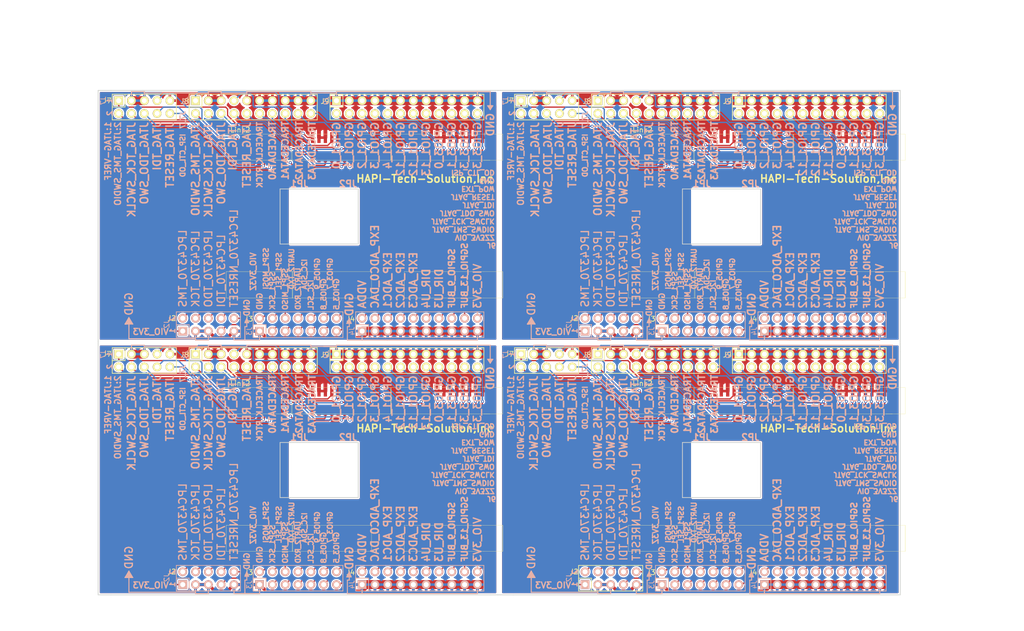
<source format=kicad_pcb>
(kicad_pcb (version 4) (host pcbnew "(after 2015-mar-04 BZR unknown)-product")
  (layers (0 F.Cu signal) (31 B.Cu signal) (34 B.Paste user) (35 F.Paste user) (36 B.SilkS user) (37 F.SilkS user) (38 B.Mask user) (39 F.Mask user) (44 Edge.Cuts user))
  (net 0 "")
  (net 1 "Net-(J2-Pad1)")
  (net 2 "Net-(J2-Pad2)")
  (net 3 GND)
  (net 4 "Net-(J2-Pad4)")
  (net 5 "Net-(J2-Pad6)")
  (net 6 "Net-(J2-Pad7)")
  (net 7 "Net-(J2-Pad8)")
  (net 8 "Net-(J2-Pad10)")
  (net 9 "Net-(J3-Pad2)")
  (net 10 "Net-(J3-Pad3)")
  (net 11 "Net-(J3-Pad4)")
  (net 12 "Net-(J3-Pad5)")
  (net 13 "Net-(J3-Pad6)")
  (net 14 "Net-(J3-Pad7)")
  (net 15 "Net-(J3-Pad8)")
  (net 16 "Net-(J3-Pad9)")
  (net 17 "Net-(J3-Pad10)")
  (net 18 "Net-(J3-Pad11)")
  (net 19 "Net-(J3-Pad12)")
  (net 20 "Net-(J3-Pad13)")
  (net 21 "Net-(J3-Pad14)")
  (net 22 "Net-(J4-Pad2)")
  (net 23 "Net-(J4-Pad4)")
  (net 24 "Net-(J4-Pad6)")
  (net 25 "Net-(J4-Pad8)")
  (net 26 "Net-(J4-Pad12)")
  (net 27 "Net-(J4-Pad14)")
  (net 28 "Net-(J4-Pad16)")
  (net 29 "Net-(J4-Pad18)")
  (net 30 "Net-(J4-Pad20)")
  (net 31 "Net-(J7-Pad1)")
  (net 32 "Net-(J7-Pad2)")
  (net 33 "Net-(J7-Pad4)")
  (net 34 "Net-(J7-Pad6)")
  (net 35 "Net-(J7-Pad7)")
  (net 36 "Net-(J7-Pad8)")
  (net 37 "Net-(J7-Pad10)")
  (net 38 "Net-(J8-Pad1)")
  (net 39 "Net-(J8-Pad2)")
  (net 40 "Net-(J8-Pad4)")
  (net 41 "Net-(J8-Pad6)")
  (net 42 "Net-(J8-Pad7)")
  (net 43 "Net-(J8-Pad8)")
  (net 44 "Net-(J8-Pad10)")
  (net 45 "Net-(J8-Pad12)")
  (net 46 "Net-(J8-Pad14)")
  (net 47 "Net-(J8-Pad16)")
  (net 48 "Net-(J8-Pad18)")
  (net 49 "Net-(J8-Pad20)")
  (net 50 "Net-(J9-Pad2)")
  (net 51 "Net-(J9-Pad4)")
  (net 52 "Net-(J9-Pad6)")
  (net 53 "Net-(J9-Pad8)")
  (net 54 "Net-(J9-Pad10)")
  (net 55 "Net-(J9-Pad12)")
  (net 56 "Net-(J9-Pad14)")
  (net 57 "Net-(J9-Pad16)")
  (net 58 "Net-(J9-Pad18)")
  (net 59 "Net-(J9-Pad20)")
  (net 60 "Net-(J9-Pad22)")
  (net 61 "Net-(J9-Pad24)")
  (net 62 "Net-(J4-Pad10)")
  (module Socket_Strips:Socket_Strip_Straight_2x05 (layer B.Cu) (at 166.2942 132.8164 180)
    (fp_text reference J2 (at 8.2554 0.1268 270) (layer B.SilkS) (effects (justify mirror)))
    (fp_text value CONN_02X05 hide)
    (pad 1 thru_hole rect (at 5.08 -1.27) (size 1.7272 1.7272) (drill 1.016) (layers *.Cu *.Mask B.SilkS) (net 1 "Net-(J2-Pad1)"))
    (pad 2 thru_hole oval (at 5.08 1.27) (size 1.7272 1.7272) (drill 1.016) (layers *.Cu *.Mask B.SilkS) (net 2 "Net-(J2-Pad2)"))
    (pad 3 thru_hole oval (at 2.54 -1.27) (size 1.7272 1.7272) (drill 1.016) (layers *.Cu *.Mask B.SilkS) (net 3 GND))
    (pad 4 thru_hole oval (at 2.54 1.27) (size 1.7272 1.7272) (drill 1.016) (layers *.Cu *.Mask B.SilkS) (net 4 "Net-(J2-Pad4)"))
    (pad 5 thru_hole oval (at 0 -1.27) (size 1.7272 1.7272) (drill 1.016) (layers *.Cu *.Mask B.SilkS) (net 3 GND))
    (pad 6 thru_hole oval (at 0 1.27) (size 1.7272 1.7272) (drill 1.016) (layers *.Cu *.Mask B.SilkS) (net 5 "Net-(J2-Pad6)"))
    (pad 7 thru_hole oval (at -2.54 -1.27) (size 1.7272 1.7272) (drill 1.016) (layers *.Cu *.Mask B.SilkS) (net 6 "Net-(J2-Pad7)"))
    (pad 8 thru_hole oval (at -2.54 1.27) (size 1.7272 1.7272) (drill 1.016) (layers *.Cu *.Mask B.SilkS) (net 7 "Net-(J2-Pad8)"))
    (pad 9 thru_hole oval (at -5.08 -1.27) (size 1.7272 1.7272) (drill 1.016) (layers *.Cu *.Mask B.SilkS) (net 3 GND))
    (pad 10 thru_hole oval (at -5.08 1.27) (size 1.7272 1.7272) (drill 1.016) (layers *.Cu *.Mask B.SilkS) (net 8 "Net-(J2-Pad10)"))
  )
  (module MCU:LPCLink2_Base-SMT (layer F.Cu) (at 105.5472 115.001)
    (fp_text reference Link2 (at -12.7 -20.828) (layer F.SilkS))
    (fp_text value LPCLink2)
    (fp_text user J7 (at -39.0754 -26.6344) (layer F.SilkS))
    (fp_text user J4 (at 9.1846 16.6726) (layer F.SilkS))
    (fp_text user J9 (at 4.1046 -26.5074) (layer F.SilkS))
    (fp_text user J3 (at -11.0084 16.6726) (layer F.SilkS))
    (fp_text user J8 (at -23.7084 -26.5074) (layer F.SilkS))
    (fp_text user J2 (at -26.2484 16.5456) (layer F.SilkS))
    (pad 4-1 smd rect (at 23.876 8.001) (size 0.65 2.15) (layers F.Cu F.Paste F.Mask) (net 3 GND))
    (pad 4-2 smd rect (at 23.876 11.811) (size 0.65 2.15) (layers F.Cu F.Paste F.Mask) (net 22 "Net-(J4-Pad2)"))
    (pad 4-3 smd rect (at 25.146 8.001) (size 0.65 2.15) (layers F.Cu F.Paste F.Mask) (net 3 GND))
    (pad 4-4 smd rect (at 25.146 11.811) (size 0.65 2.15) (layers F.Cu F.Paste F.Mask) (net 23 "Net-(J4-Pad4)"))
    (pad 4-5 smd rect (at 26.416 8.001) (size 0.65 2.15) (layers F.Cu F.Paste F.Mask) (net 3 GND))
    (pad 4-6 smd rect (at 26.416 11.811) (size 0.65 2.15) (layers F.Cu F.Paste F.Mask) (net 24 "Net-(J4-Pad6)"))
    (pad 4-7 smd rect (at 27.686 8.001) (size 0.65 2.15) (layers F.Cu F.Paste F.Mask) (net 3 GND))
    (pad 4-8 smd rect (at 27.686 11.811) (size 0.65 2.15) (layers F.Cu F.Paste F.Mask) (net 25 "Net-(J4-Pad8)"))
    (pad 4-9 smd rect (at 28.956 8.001) (size 0.65 2.15) (layers F.Cu F.Paste F.Mask) (net 3 GND))
    (pad 4-10 smd rect (at 28.956 11.811) (size 0.65 2.15) (layers F.Cu F.Paste F.Mask) (net 62 "Net-(J4-Pad10)"))
    (pad 4-14 smd rect (at 31.496 11.811) (size 0.65 2.15) (layers F.Cu F.Paste F.Mask) (net 27 "Net-(J4-Pad14)"))
    (pad 4-13 smd rect (at 31.496 8.001) (size 0.65 2.15) (layers F.Cu F.Paste F.Mask) (net 3 GND))
    (pad 4-12 smd rect (at 30.226 11.811) (size 0.65 2.15) (layers F.Cu F.Paste F.Mask) (net 26 "Net-(J4-Pad12)"))
    (pad 4-11 smd rect (at 30.226 8.001) (size 0.65 2.15) (layers F.Cu F.Paste F.Mask) (net 3 GND))
    (pad 4-17 smd rect (at 34.036 8.001) (size 0.65 2.15) (layers F.Cu F.Paste F.Mask) (net 3 GND))
    (pad 4-18 smd rect (at 34.036 11.811) (size 0.65 2.15) (layers F.Cu F.Paste F.Mask) (net 29 "Net-(J4-Pad18)"))
    (pad 4-19 smd rect (at 35.306 8.001) (size 0.65 2.15) (layers F.Cu F.Paste F.Mask) (net 3 GND))
    (pad 4-20 smd rect (at 35.306 11.811) (size 0.65 2.15) (layers F.Cu F.Paste F.Mask) (net 30 "Net-(J4-Pad20)"))
    (pad 4-16 smd rect (at 32.766 11.811) (size 0.65 2.15) (layers F.Cu F.Paste F.Mask) (net 28 "Net-(J4-Pad16)"))
    (pad 4-15 smd rect (at 32.766 8.001) (size 0.65 2.15) (layers F.Cu F.Paste F.Mask) (net 3 GND))
    (pad 9-24 smd rect (at 35.306 -15.494) (size 0.65 2.15) (layers F.Cu F.Paste F.Mask) (net 61 "Net-(J9-Pad24)"))
    (pad 9-23 smd rect (at 35.306 -19.304) (size 0.65 2.15) (layers F.Cu F.Paste F.Mask) (net 3 GND))
    (pad 9-22 smd rect (at 34.036 -15.494) (size 0.65 2.15) (layers F.Cu F.Paste F.Mask) (net 60 "Net-(J9-Pad22)"))
    (pad 9-21 smd rect (at 34.036 -19.304) (size 0.65 2.15) (layers F.Cu F.Paste F.Mask) (net 3 GND))
    (pad 9-1 smd rect (at 21.336 -19.304) (size 0.65 2.15) (layers F.Cu F.Paste F.Mask) (net 3 GND))
    (pad 9-2 smd rect (at 21.336 -15.494) (size 0.65 2.15) (layers F.Cu F.Paste F.Mask) (net 50 "Net-(J9-Pad2)"))
    (pad 9-3 smd rect (at 22.606 -19.304) (size 0.65 2.15) (layers F.Cu F.Paste F.Mask) (net 3 GND))
    (pad 9-4 smd rect (at 22.606 -15.494) (size 0.65 2.15) (layers F.Cu F.Paste F.Mask) (net 51 "Net-(J9-Pad4)"))
    (pad 9-5 smd rect (at 23.876 -19.304) (size 0.65 2.15) (layers F.Cu F.Paste F.Mask) (net 3 GND))
    (pad 9-6 smd rect (at 23.876 -15.494) (size 0.65 2.15) (layers F.Cu F.Paste F.Mask) (net 52 "Net-(J9-Pad6)"))
    (pad 9-7 smd rect (at 25.146 -19.304) (size 0.65 2.15) (layers F.Cu F.Paste F.Mask) (net 3 GND))
    (pad 9-8 smd rect (at 25.146 -15.494) (size 0.65 2.15) (layers F.Cu F.Paste F.Mask) (net 53 "Net-(J9-Pad8)"))
    (pad 9-9 smd rect (at 26.416 -19.304) (size 0.65 2.15) (layers F.Cu F.Paste F.Mask) (net 3 GND))
    (pad 9-10 smd rect (at 26.416 -15.494) (size 0.65 2.15) (layers F.Cu F.Paste F.Mask) (net 54 "Net-(J9-Pad10)"))
    (pad 9-14 smd rect (at 28.956 -15.494) (size 0.65 2.15) (layers F.Cu F.Paste F.Mask) (net 56 "Net-(J9-Pad14)"))
    (pad 9-13 smd rect (at 28.956 -19.304) (size 0.65 2.15) (layers F.Cu F.Paste F.Mask) (net 3 GND))
    (pad 9-12 smd rect (at 27.686 -15.494) (size 0.65 2.15) (layers F.Cu F.Paste F.Mask) (net 55 "Net-(J9-Pad12)"))
    (pad 9-11 smd rect (at 27.686 -19.304) (size 0.65 2.15) (layers F.Cu F.Paste F.Mask) (net 3 GND))
    (pad 9-17 smd rect (at 31.496 -19.304) (size 0.65 2.15) (layers F.Cu F.Paste F.Mask) (net 3 GND))
    (pad 9-18 smd rect (at 31.496 -15.494) (size 0.65 2.15) (layers F.Cu F.Paste F.Mask) (net 58 "Net-(J9-Pad18)"))
    (pad 9-19 smd rect (at 32.766 -19.304) (size 0.65 2.15) (layers F.Cu F.Paste F.Mask) (net 3 GND))
    (pad 9-20 smd rect (at 32.766 -15.494) (size 0.65 2.15) (layers F.Cu F.Paste F.Mask) (net 59 "Net-(J9-Pad20)"))
    (pad 9-16 smd rect (at 30.226 -15.494) (size 0.65 2.15) (layers F.Cu F.Paste F.Mask) (net 57 "Net-(J9-Pad16)"))
    (pad 9-15 smd rect (at 30.226 -19.304) (size 0.65 2.15) (layers F.Cu F.Paste F.Mask) (net 3 GND))
    (pad 8-15 smd rect (at 10.541 -19.304) (size 0.65 2.15) (layers F.Cu F.Paste F.Mask) (net 3 GND))
    (pad 8-16 smd rect (at 10.541 -15.494) (size 0.65 2.15) (layers F.Cu F.Paste F.Mask) (net 47 "Net-(J8-Pad16)"))
    (pad 8-20 smd rect (at 13.081 -15.494) (size 0.65 2.15) (layers F.Cu F.Paste F.Mask) (net 49 "Net-(J8-Pad20)"))
    (pad 8-19 smd rect (at 13.081 -19.304) (size 0.65 2.15) (layers F.Cu F.Paste F.Mask) (net 3 GND))
    (pad 8-18 smd rect (at 11.811 -15.494) (size 0.65 2.15) (layers F.Cu F.Paste F.Mask) (net 48 "Net-(J8-Pad18)"))
    (pad 8-17 smd rect (at 11.811 -19.304) (size 0.65 2.15) (layers F.Cu F.Paste F.Mask) (net 3 GND))
    (pad 3-1 smd rect (at 1.651 8.001) (size 0.65 2.15) (layers F.Cu F.Paste F.Mask) (net 3 GND))
    (pad 3-2 smd rect (at 1.651 11.811) (size 0.65 2.15) (layers F.Cu F.Paste F.Mask) (net 9 "Net-(J3-Pad2)"))
    (pad 3-3 smd rect (at 2.921 8.001) (size 0.65 2.15) (layers F.Cu F.Paste F.Mask) (net 10 "Net-(J3-Pad3)"))
    (pad 3-4 smd rect (at 2.921 11.811) (size 0.65 2.15) (layers F.Cu F.Paste F.Mask) (net 11 "Net-(J3-Pad4)"))
    (pad 3-5 smd rect (at 4.191 8.001) (size 0.65 2.15) (layers F.Cu F.Paste F.Mask) (net 12 "Net-(J3-Pad5)"))
    (pad 3-6 smd rect (at 4.191 11.811) (size 0.65 2.15) (layers F.Cu F.Paste F.Mask) (net 13 "Net-(J3-Pad6)"))
    (pad 3-7 smd rect (at 5.461 8.001) (size 0.65 2.15) (layers F.Cu F.Paste F.Mask) (net 14 "Net-(J3-Pad7)"))
    (pad 3-8 smd rect (at 5.461 11.811) (size 0.65 2.15) (layers F.Cu F.Paste F.Mask) (net 15 "Net-(J3-Pad8)"))
    (pad 3-9 smd rect (at 6.731 8.001) (size 0.65 2.15) (layers F.Cu F.Paste F.Mask) (net 16 "Net-(J3-Pad9)"))
    (pad 3-10 smd rect (at 6.731 11.811) (size 0.65 2.15) (layers F.Cu F.Paste F.Mask) (net 17 "Net-(J3-Pad10)"))
    (pad 3-14 smd rect (at 9.271 11.811) (size 0.65 2.15) (layers F.Cu F.Paste F.Mask) (net 21 "Net-(J3-Pad14)"))
    (pad 3-13 smd rect (at 9.271 8.001) (size 0.65 2.15) (layers F.Cu F.Paste F.Mask) (net 20 "Net-(J3-Pad13)"))
    (pad 3-12 smd rect (at 8.001 11.811) (size 0.65 2.15) (layers F.Cu F.Paste F.Mask) (net 19 "Net-(J3-Pad12)"))
    (pad 3-11 smd rect (at 8.001 8.001) (size 0.65 2.15) (layers F.Cu F.Paste F.Mask) (net 18 "Net-(J3-Pad11)"))
    (pad 8-11 smd rect (at 8.001 -19.304) (size 0.65 2.15) (layers F.Cu F.Paste F.Mask) (net 3 GND))
    (pad 8-12 smd rect (at 8.001 -15.494) (size 0.65 2.15) (layers F.Cu F.Paste F.Mask) (net 45 "Net-(J8-Pad12)"))
    (pad 8-13 smd rect (at 9.271 -19.304) (size 0.65 2.15) (layers F.Cu F.Paste F.Mask) (net 3 GND))
    (pad 8-14 smd rect (at 9.271 -15.494) (size 0.65 2.15) (layers F.Cu F.Paste F.Mask) (net 46 "Net-(J8-Pad14)"))
    (pad 8-10 smd rect (at 6.731 -15.494) (size 0.65 2.15) (layers F.Cu F.Paste F.Mask) (net 44 "Net-(J8-Pad10)"))
    (pad 8-9 smd rect (at 6.731 -19.304) (size 0.65 2.15) (layers F.Cu F.Paste F.Mask) (net 3 GND))
    (pad 8-8 smd rect (at 5.461 -15.494) (size 0.65 2.15) (layers F.Cu F.Paste F.Mask) (net 43 "Net-(J8-Pad8)"))
    (pad 8-7 smd rect (at 5.461 -19.304) (size 0.65 2.15) (layers F.Cu F.Paste F.Mask) (net 42 "Net-(J8-Pad7)"))
    (pad 8-6 smd rect (at 4.191 -15.494) (size 0.65 2.15) (layers F.Cu F.Paste F.Mask) (net 41 "Net-(J8-Pad6)"))
    (pad 8-5 smd rect (at 4.191 -19.304) (size 0.65 2.15) (layers F.Cu F.Paste F.Mask) (net 3 GND))
    (pad 8-4 smd rect (at 2.921 -15.494) (size 0.65 2.15) (layers F.Cu F.Paste F.Mask) (net 40 "Net-(J8-Pad4)"))
    (pad 8-3 smd rect (at 2.921 -19.304) (size 0.65 2.15) (layers F.Cu F.Paste F.Mask) (net 3 GND))
    (pad 8-2 smd rect (at 1.651 -15.494) (size 0.65 2.15) (layers F.Cu F.Paste F.Mask) (net 39 "Net-(J8-Pad2)"))
    (pad 8-1 smd rect (at 1.651 -19.304) (size 0.65 2.15) (layers F.Cu F.Paste F.Mask) (net 38 "Net-(J8-Pad1)"))
    (pad 2-10 smd rect (at -6.35 11.811) (size 0.65 2.15) (layers F.Cu F.Paste F.Mask) (net 8 "Net-(J2-Pad10)"))
    (pad 2-9 smd rect (at -6.35 8.001) (size 0.65 2.15) (layers F.Cu F.Paste F.Mask) (net 3 GND))
    (pad 2-8 smd rect (at -7.62 11.811) (size 0.65 2.15) (layers F.Cu F.Paste F.Mask) (net 7 "Net-(J2-Pad8)"))
    (pad 2-7 smd rect (at -7.62 8.001) (size 0.65 2.15) (layers F.Cu F.Paste F.Mask) (net 6 "Net-(J2-Pad7)"))
    (pad 2-6 smd rect (at -8.89 11.811) (size 0.65 2.15) (layers F.Cu F.Paste F.Mask) (net 5 "Net-(J2-Pad6)"))
    (pad 2-5 smd rect (at -8.89 8.001) (size 0.65 2.15) (layers F.Cu F.Paste F.Mask) (net 3 GND))
    (pad 2-4 smd rect (at -10.16 11.811) (size 0.65 2.15) (layers F.Cu F.Paste F.Mask) (net 4 "Net-(J2-Pad4)"))
    (pad 2-3 smd rect (at -10.16 8.001) (size 0.65 2.15) (layers F.Cu F.Paste F.Mask) (net 3 GND))
    (pad 2-2 smd rect (at -11.43 11.811) (size 0.65 2.15) (layers F.Cu F.Paste F.Mask) (net 2 "Net-(J2-Pad2)"))
    (pad 2-1 smd rect (at -11.43 8.001) (size 0.65 2.15) (layers F.Cu F.Paste F.Mask) (net 1 "Net-(J2-Pad1)"))
    (pad 7-1 smd rect (at -11.684 -19.304) (size 0.65 2.15) (layers F.Cu F.Paste F.Mask) (net 31 "Net-(J7-Pad1)"))
    (pad 7-2 smd rect (at -11.684 -15.494) (size 0.65 2.15) (layers F.Cu F.Paste F.Mask) (net 32 "Net-(J7-Pad2)"))
    (pad 7-3 smd rect (at -10.414 -19.304) (size 0.65 2.15) (layers F.Cu F.Paste F.Mask) (net 3 GND))
    (pad 7-4 smd rect (at -10.414 -15.494) (size 0.65 2.15) (layers F.Cu F.Paste F.Mask) (net 33 "Net-(J7-Pad4)"))
    (pad 7-5 smd rect (at -9.144 -19.304) (size 0.65 2.15) (layers F.Cu F.Paste F.Mask) (net 3 GND))
    (pad 7-6 smd rect (at -9.144 -15.494) (size 0.65 2.15) (layers F.Cu F.Paste F.Mask) (net 34 "Net-(J7-Pad6)"))
    (pad 7-7 smd rect (at -7.874 -19.304) (size 0.65 2.15) (layers F.Cu F.Paste F.Mask) (net 35 "Net-(J7-Pad7)"))
    (pad 7-8 smd rect (at -7.874 -15.494) (size 0.65 2.15) (layers F.Cu F.Paste F.Mask) (net 36 "Net-(J7-Pad8)"))
    (pad 7-9 smd rect (at -6.604 -19.304) (size 0.65 2.15) (layers F.Cu F.Paste F.Mask) (net 3 GND))
    (pad 7-10 smd rect (at -6.604 -15.494) (size 0.65 2.15) (layers F.Cu F.Paste F.Mask) (net 37 "Net-(J7-Pad10)"))
  )
  (module MCU:LPCLink2_Base-SMT (layer F.Cu) (at 185.3032 115.001)
    (fp_text reference Link2 (at -12.7 -20.828) (layer F.SilkS))
    (fp_text value LPCLink2)
    (fp_text user J7 (at -39.0754 -26.6344) (layer F.SilkS))
    (fp_text user J4 (at 9.1846 16.6726) (layer F.SilkS))
    (fp_text user J9 (at 4.1046 -26.5074) (layer F.SilkS))
    (fp_text user J3 (at -11.0084 16.6726) (layer F.SilkS))
    (fp_text user J8 (at -23.7084 -26.5074) (layer F.SilkS))
    (fp_text user J2 (at -26.2484 16.5456) (layer F.SilkS))
    (pad 4-1 smd rect (at 23.876 8.001) (size 0.65 2.15) (layers F.Cu F.Paste F.Mask) (net 3 GND))
    (pad 4-2 smd rect (at 23.876 11.811) (size 0.65 2.15) (layers F.Cu F.Paste F.Mask) (net 22 "Net-(J4-Pad2)"))
    (pad 4-3 smd rect (at 25.146 8.001) (size 0.65 2.15) (layers F.Cu F.Paste F.Mask) (net 3 GND))
    (pad 4-4 smd rect (at 25.146 11.811) (size 0.65 2.15) (layers F.Cu F.Paste F.Mask) (net 23 "Net-(J4-Pad4)"))
    (pad 4-5 smd rect (at 26.416 8.001) (size 0.65 2.15) (layers F.Cu F.Paste F.Mask) (net 3 GND))
    (pad 4-6 smd rect (at 26.416 11.811) (size 0.65 2.15) (layers F.Cu F.Paste F.Mask) (net 24 "Net-(J4-Pad6)"))
    (pad 4-7 smd rect (at 27.686 8.001) (size 0.65 2.15) (layers F.Cu F.Paste F.Mask) (net 3 GND))
    (pad 4-8 smd rect (at 27.686 11.811) (size 0.65 2.15) (layers F.Cu F.Paste F.Mask) (net 25 "Net-(J4-Pad8)"))
    (pad 4-9 smd rect (at 28.956 8.001) (size 0.65 2.15) (layers F.Cu F.Paste F.Mask) (net 3 GND))
    (pad 4-10 smd rect (at 28.956 11.811) (size 0.65 2.15) (layers F.Cu F.Paste F.Mask) (net 62 "Net-(J4-Pad10)"))
    (pad 4-14 smd rect (at 31.496 11.811) (size 0.65 2.15) (layers F.Cu F.Paste F.Mask) (net 27 "Net-(J4-Pad14)"))
    (pad 4-13 smd rect (at 31.496 8.001) (size 0.65 2.15) (layers F.Cu F.Paste F.Mask) (net 3 GND))
    (pad 4-12 smd rect (at 30.226 11.811) (size 0.65 2.15) (layers F.Cu F.Paste F.Mask) (net 26 "Net-(J4-Pad12)"))
    (pad 4-11 smd rect (at 30.226 8.001) (size 0.65 2.15) (layers F.Cu F.Paste F.Mask) (net 3 GND))
    (pad 4-17 smd rect (at 34.036 8.001) (size 0.65 2.15) (layers F.Cu F.Paste F.Mask) (net 3 GND))
    (pad 4-18 smd rect (at 34.036 11.811) (size 0.65 2.15) (layers F.Cu F.Paste F.Mask) (net 29 "Net-(J4-Pad18)"))
    (pad 4-19 smd rect (at 35.306 8.001) (size 0.65 2.15) (layers F.Cu F.Paste F.Mask) (net 3 GND))
    (pad 4-20 smd rect (at 35.306 11.811) (size 0.65 2.15) (layers F.Cu F.Paste F.Mask) (net 30 "Net-(J4-Pad20)"))
    (pad 4-16 smd rect (at 32.766 11.811) (size 0.65 2.15) (layers F.Cu F.Paste F.Mask) (net 28 "Net-(J4-Pad16)"))
    (pad 4-15 smd rect (at 32.766 8.001) (size 0.65 2.15) (layers F.Cu F.Paste F.Mask) (net 3 GND))
    (pad 9-24 smd rect (at 35.306 -15.494) (size 0.65 2.15) (layers F.Cu F.Paste F.Mask) (net 61 "Net-(J9-Pad24)"))
    (pad 9-23 smd rect (at 35.306 -19.304) (size 0.65 2.15) (layers F.Cu F.Paste F.Mask) (net 3 GND))
    (pad 9-22 smd rect (at 34.036 -15.494) (size 0.65 2.15) (layers F.Cu F.Paste F.Mask) (net 60 "Net-(J9-Pad22)"))
    (pad 9-21 smd rect (at 34.036 -19.304) (size 0.65 2.15) (layers F.Cu F.Paste F.Mask) (net 3 GND))
    (pad 9-1 smd rect (at 21.336 -19.304) (size 0.65 2.15) (layers F.Cu F.Paste F.Mask) (net 3 GND))
    (pad 9-2 smd rect (at 21.336 -15.494) (size 0.65 2.15) (layers F.Cu F.Paste F.Mask) (net 50 "Net-(J9-Pad2)"))
    (pad 9-3 smd rect (at 22.606 -19.304) (size 0.65 2.15) (layers F.Cu F.Paste F.Mask) (net 3 GND))
    (pad 9-4 smd rect (at 22.606 -15.494) (size 0.65 2.15) (layers F.Cu F.Paste F.Mask) (net 51 "Net-(J9-Pad4)"))
    (pad 9-5 smd rect (at 23.876 -19.304) (size 0.65 2.15) (layers F.Cu F.Paste F.Mask) (net 3 GND))
    (pad 9-6 smd rect (at 23.876 -15.494) (size 0.65 2.15) (layers F.Cu F.Paste F.Mask) (net 52 "Net-(J9-Pad6)"))
    (pad 9-7 smd rect (at 25.146 -19.304) (size 0.65 2.15) (layers F.Cu F.Paste F.Mask) (net 3 GND))
    (pad 9-8 smd rect (at 25.146 -15.494) (size 0.65 2.15) (layers F.Cu F.Paste F.Mask) (net 53 "Net-(J9-Pad8)"))
    (pad 9-9 smd rect (at 26.416 -19.304) (size 0.65 2.15) (layers F.Cu F.Paste F.Mask) (net 3 GND))
    (pad 9-10 smd rect (at 26.416 -15.494) (size 0.65 2.15) (layers F.Cu F.Paste F.Mask) (net 54 "Net-(J9-Pad10)"))
    (pad 9-14 smd rect (at 28.956 -15.494) (size 0.65 2.15) (layers F.Cu F.Paste F.Mask) (net 56 "Net-(J9-Pad14)"))
    (pad 9-13 smd rect (at 28.956 -19.304) (size 0.65 2.15) (layers F.Cu F.Paste F.Mask) (net 3 GND))
    (pad 9-12 smd rect (at 27.686 -15.494) (size 0.65 2.15) (layers F.Cu F.Paste F.Mask) (net 55 "Net-(J9-Pad12)"))
    (pad 9-11 smd rect (at 27.686 -19.304) (size 0.65 2.15) (layers F.Cu F.Paste F.Mask) (net 3 GND))
    (pad 9-17 smd rect (at 31.496 -19.304) (size 0.65 2.15) (layers F.Cu F.Paste F.Mask) (net 3 GND))
    (pad 9-18 smd rect (at 31.496 -15.494) (size 0.65 2.15) (layers F.Cu F.Paste F.Mask) (net 58 "Net-(J9-Pad18)"))
    (pad 9-19 smd rect (at 32.766 -19.304) (size 0.65 2.15) (layers F.Cu F.Paste F.Mask) (net 3 GND))
    (pad 9-20 smd rect (at 32.766 -15.494) (size 0.65 2.15) (layers F.Cu F.Paste F.Mask) (net 59 "Net-(J9-Pad20)"))
    (pad 9-16 smd rect (at 30.226 -15.494) (size 0.65 2.15) (layers F.Cu F.Paste F.Mask) (net 57 "Net-(J9-Pad16)"))
    (pad 9-15 smd rect (at 30.226 -19.304) (size 0.65 2.15) (layers F.Cu F.Paste F.Mask) (net 3 GND))
    (pad 8-15 smd rect (at 10.541 -19.304) (size 0.65 2.15) (layers F.Cu F.Paste F.Mask) (net 3 GND))
    (pad 8-16 smd rect (at 10.541 -15.494) (size 0.65 2.15) (layers F.Cu F.Paste F.Mask) (net 47 "Net-(J8-Pad16)"))
    (pad 8-20 smd rect (at 13.081 -15.494) (size 0.65 2.15) (layers F.Cu F.Paste F.Mask) (net 49 "Net-(J8-Pad20)"))
    (pad 8-19 smd rect (at 13.081 -19.304) (size 0.65 2.15) (layers F.Cu F.Paste F.Mask) (net 3 GND))
    (pad 8-18 smd rect (at 11.811 -15.494) (size 0.65 2.15) (layers F.Cu F.Paste F.Mask) (net 48 "Net-(J8-Pad18)"))
    (pad 8-17 smd rect (at 11.811 -19.304) (size 0.65 2.15) (layers F.Cu F.Paste F.Mask) (net 3 GND))
    (pad 3-1 smd rect (at 1.651 8.001) (size 0.65 2.15) (layers F.Cu F.Paste F.Mask) (net 3 GND))
    (pad 3-2 smd rect (at 1.651 11.811) (size 0.65 2.15) (layers F.Cu F.Paste F.Mask) (net 9 "Net-(J3-Pad2)"))
    (pad 3-3 smd rect (at 2.921 8.001) (size 0.65 2.15) (layers F.Cu F.Paste F.Mask) (net 10 "Net-(J3-Pad3)"))
    (pad 3-4 smd rect (at 2.921 11.811) (size 0.65 2.15) (layers F.Cu F.Paste F.Mask) (net 11 "Net-(J3-Pad4)"))
    (pad 3-5 smd rect (at 4.191 8.001) (size 0.65 2.15) (layers F.Cu F.Paste F.Mask) (net 12 "Net-(J3-Pad5)"))
    (pad 3-6 smd rect (at 4.191 11.811) (size 0.65 2.15) (layers F.Cu F.Paste F.Mask) (net 13 "Net-(J3-Pad6)"))
    (pad 3-7 smd rect (at 5.461 8.001) (size 0.65 2.15) (layers F.Cu F.Paste F.Mask) (net 14 "Net-(J3-Pad7)"))
    (pad 3-8 smd rect (at 5.461 11.811) (size 0.65 2.15) (layers F.Cu F.Paste F.Mask) (net 15 "Net-(J3-Pad8)"))
    (pad 3-9 smd rect (at 6.731 8.001) (size 0.65 2.15) (layers F.Cu F.Paste F.Mask) (net 16 "Net-(J3-Pad9)"))
    (pad 3-10 smd rect (at 6.731 11.811) (size 0.65 2.15) (layers F.Cu F.Paste F.Mask) (net 17 "Net-(J3-Pad10)"))
    (pad 3-14 smd rect (at 9.271 11.811) (size 0.65 2.15) (layers F.Cu F.Paste F.Mask) (net 21 "Net-(J3-Pad14)"))
    (pad 3-13 smd rect (at 9.271 8.001) (size 0.65 2.15) (layers F.Cu F.Paste F.Mask) (net 20 "Net-(J3-Pad13)"))
    (pad 3-12 smd rect (at 8.001 11.811) (size 0.65 2.15) (layers F.Cu F.Paste F.Mask) (net 19 "Net-(J3-Pad12)"))
    (pad 3-11 smd rect (at 8.001 8.001) (size 0.65 2.15) (layers F.Cu F.Paste F.Mask) (net 18 "Net-(J3-Pad11)"))
    (pad 8-11 smd rect (at 8.001 -19.304) (size 0.65 2.15) (layers F.Cu F.Paste F.Mask) (net 3 GND))
    (pad 8-12 smd rect (at 8.001 -15.494) (size 0.65 2.15) (layers F.Cu F.Paste F.Mask) (net 45 "Net-(J8-Pad12)"))
    (pad 8-13 smd rect (at 9.271 -19.304) (size 0.65 2.15) (layers F.Cu F.Paste F.Mask) (net 3 GND))
    (pad 8-14 smd rect (at 9.271 -15.494) (size 0.65 2.15) (layers F.Cu F.Paste F.Mask) (net 46 "Net-(J8-Pad14)"))
    (pad 8-10 smd rect (at 6.731 -15.494) (size 0.65 2.15) (layers F.Cu F.Paste F.Mask) (net 44 "Net-(J8-Pad10)"))
    (pad 8-9 smd rect (at 6.731 -19.304) (size 0.65 2.15) (layers F.Cu F.Paste F.Mask) (net 3 GND))
    (pad 8-8 smd rect (at 5.461 -15.494) (size 0.65 2.15) (layers F.Cu F.Paste F.Mask) (net 43 "Net-(J8-Pad8)"))
    (pad 8-7 smd rect (at 5.461 -19.304) (size 0.65 2.15) (layers F.Cu F.Paste F.Mask) (net 42 "Net-(J8-Pad7)"))
    (pad 8-6 smd rect (at 4.191 -15.494) (size 0.65 2.15) (layers F.Cu F.Paste F.Mask) (net 41 "Net-(J8-Pad6)"))
    (pad 8-5 smd rect (at 4.191 -19.304) (size 0.65 2.15) (layers F.Cu F.Paste F.Mask) (net 3 GND))
    (pad 8-4 smd rect (at 2.921 -15.494) (size 0.65 2.15) (layers F.Cu F.Paste F.Mask) (net 40 "Net-(J8-Pad4)"))
    (pad 8-3 smd rect (at 2.921 -19.304) (size 0.65 2.15) (layers F.Cu F.Paste F.Mask) (net 3 GND))
    (pad 8-2 smd rect (at 1.651 -15.494) (size 0.65 2.15) (layers F.Cu F.Paste F.Mask) (net 39 "Net-(J8-Pad2)"))
    (pad 8-1 smd rect (at 1.651 -19.304) (size 0.65 2.15) (layers F.Cu F.Paste F.Mask) (net 38 "Net-(J8-Pad1)"))
    (pad 2-10 smd rect (at -6.35 11.811) (size 0.65 2.15) (layers F.Cu F.Paste F.Mask) (net 8 "Net-(J2-Pad10)"))
    (pad 2-9 smd rect (at -6.35 8.001) (size 0.65 2.15) (layers F.Cu F.Paste F.Mask) (net 3 GND))
    (pad 2-8 smd rect (at -7.62 11.811) (size 0.65 2.15) (layers F.Cu F.Paste F.Mask) (net 7 "Net-(J2-Pad8)"))
    (pad 2-7 smd rect (at -7.62 8.001) (size 0.65 2.15) (layers F.Cu F.Paste F.Mask) (net 6 "Net-(J2-Pad7)"))
    (pad 2-6 smd rect (at -8.89 11.811) (size 0.65 2.15) (layers F.Cu F.Paste F.Mask) (net 5 "Net-(J2-Pad6)"))
    (pad 2-5 smd rect (at -8.89 8.001) (size 0.65 2.15) (layers F.Cu F.Paste F.Mask) (net 3 GND))
    (pad 2-4 smd rect (at -10.16 11.811) (size 0.65 2.15) (layers F.Cu F.Paste F.Mask) (net 4 "Net-(J2-Pad4)"))
    (pad 2-3 smd rect (at -10.16 8.001) (size 0.65 2.15) (layers F.Cu F.Paste F.Mask) (net 3 GND))
    (pad 2-2 smd rect (at -11.43 11.811) (size 0.65 2.15) (layers F.Cu F.Paste F.Mask) (net 2 "Net-(J2-Pad2)"))
    (pad 2-1 smd rect (at -11.43 8.001) (size 0.65 2.15) (layers F.Cu F.Paste F.Mask) (net 1 "Net-(J2-Pad1)"))
    (pad 7-1 smd rect (at -11.684 -19.304) (size 0.65 2.15) (layers F.Cu F.Paste F.Mask) (net 31 "Net-(J7-Pad1)"))
    (pad 7-2 smd rect (at -11.684 -15.494) (size 0.65 2.15) (layers F.Cu F.Paste F.Mask) (net 32 "Net-(J7-Pad2)"))
    (pad 7-3 smd rect (at -10.414 -19.304) (size 0.65 2.15) (layers F.Cu F.Paste F.Mask) (net 3 GND))
    (pad 7-4 smd rect (at -10.414 -15.494) (size 0.65 2.15) (layers F.Cu F.Paste F.Mask) (net 33 "Net-(J7-Pad4)"))
    (pad 7-5 smd rect (at -9.144 -19.304) (size 0.65 2.15) (layers F.Cu F.Paste F.Mask) (net 3 GND))
    (pad 7-6 smd rect (at -9.144 -15.494) (size 0.65 2.15) (layers F.Cu F.Paste F.Mask) (net 34 "Net-(J7-Pad6)"))
    (pad 7-7 smd rect (at -7.874 -19.304) (size 0.65 2.15) (layers F.Cu F.Paste F.Mask) (net 35 "Net-(J7-Pad7)"))
    (pad 7-8 smd rect (at -7.874 -15.494) (size 0.65 2.15) (layers F.Cu F.Paste F.Mask) (net 36 "Net-(J7-Pad8)"))
    (pad 7-9 smd rect (at -6.604 -19.304) (size 0.65 2.15) (layers F.Cu F.Paste F.Mask) (net 3 GND))
    (pad 7-10 smd rect (at -6.604 -15.494) (size 0.65 2.15) (layers F.Cu F.Paste F.Mask) (net 37 "Net-(J7-Pad10)"))
  )
  (module MCU:LPCLink2_Base-SMT (layer F.Cu) (at 185.3032 64.709)
    (fp_text reference Link2 (at -12.7 -20.828) (layer F.SilkS))
    (fp_text value LPCLink2)
    (fp_text user J7 (at -39.0754 -26.6344) (layer F.SilkS))
    (fp_text user J4 (at 9.1846 16.6726) (layer F.SilkS))
    (fp_text user J9 (at 4.1046 -26.5074) (layer F.SilkS))
    (fp_text user J3 (at -11.0084 16.6726) (layer F.SilkS))
    (fp_text user J8 (at -23.7084 -26.5074) (layer F.SilkS))
    (fp_text user J2 (at -26.2484 16.5456) (layer F.SilkS))
    (pad 4-1 smd rect (at 23.876 8.001) (size 0.65 2.15) (layers F.Cu F.Paste F.Mask) (net 3 GND))
    (pad 4-2 smd rect (at 23.876 11.811) (size 0.65 2.15) (layers F.Cu F.Paste F.Mask) (net 22 "Net-(J4-Pad2)"))
    (pad 4-3 smd rect (at 25.146 8.001) (size 0.65 2.15) (layers F.Cu F.Paste F.Mask) (net 3 GND))
    (pad 4-4 smd rect (at 25.146 11.811) (size 0.65 2.15) (layers F.Cu F.Paste F.Mask) (net 23 "Net-(J4-Pad4)"))
    (pad 4-5 smd rect (at 26.416 8.001) (size 0.65 2.15) (layers F.Cu F.Paste F.Mask) (net 3 GND))
    (pad 4-6 smd rect (at 26.416 11.811) (size 0.65 2.15) (layers F.Cu F.Paste F.Mask) (net 24 "Net-(J4-Pad6)"))
    (pad 4-7 smd rect (at 27.686 8.001) (size 0.65 2.15) (layers F.Cu F.Paste F.Mask) (net 3 GND))
    (pad 4-8 smd rect (at 27.686 11.811) (size 0.65 2.15) (layers F.Cu F.Paste F.Mask) (net 25 "Net-(J4-Pad8)"))
    (pad 4-9 smd rect (at 28.956 8.001) (size 0.65 2.15) (layers F.Cu F.Paste F.Mask) (net 3 GND))
    (pad 4-10 smd rect (at 28.956 11.811) (size 0.65 2.15) (layers F.Cu F.Paste F.Mask) (net 62 "Net-(J4-Pad10)"))
    (pad 4-14 smd rect (at 31.496 11.811) (size 0.65 2.15) (layers F.Cu F.Paste F.Mask) (net 27 "Net-(J4-Pad14)"))
    (pad 4-13 smd rect (at 31.496 8.001) (size 0.65 2.15) (layers F.Cu F.Paste F.Mask) (net 3 GND))
    (pad 4-12 smd rect (at 30.226 11.811) (size 0.65 2.15) (layers F.Cu F.Paste F.Mask) (net 26 "Net-(J4-Pad12)"))
    (pad 4-11 smd rect (at 30.226 8.001) (size 0.65 2.15) (layers F.Cu F.Paste F.Mask) (net 3 GND))
    (pad 4-17 smd rect (at 34.036 8.001) (size 0.65 2.15) (layers F.Cu F.Paste F.Mask) (net 3 GND))
    (pad 4-18 smd rect (at 34.036 11.811) (size 0.65 2.15) (layers F.Cu F.Paste F.Mask) (net 29 "Net-(J4-Pad18)"))
    (pad 4-19 smd rect (at 35.306 8.001) (size 0.65 2.15) (layers F.Cu F.Paste F.Mask) (net 3 GND))
    (pad 4-20 smd rect (at 35.306 11.811) (size 0.65 2.15) (layers F.Cu F.Paste F.Mask) (net 30 "Net-(J4-Pad20)"))
    (pad 4-16 smd rect (at 32.766 11.811) (size 0.65 2.15) (layers F.Cu F.Paste F.Mask) (net 28 "Net-(J4-Pad16)"))
    (pad 4-15 smd rect (at 32.766 8.001) (size 0.65 2.15) (layers F.Cu F.Paste F.Mask) (net 3 GND))
    (pad 9-24 smd rect (at 35.306 -15.494) (size 0.65 2.15) (layers F.Cu F.Paste F.Mask) (net 61 "Net-(J9-Pad24)"))
    (pad 9-23 smd rect (at 35.306 -19.304) (size 0.65 2.15) (layers F.Cu F.Paste F.Mask) (net 3 GND))
    (pad 9-22 smd rect (at 34.036 -15.494) (size 0.65 2.15) (layers F.Cu F.Paste F.Mask) (net 60 "Net-(J9-Pad22)"))
    (pad 9-21 smd rect (at 34.036 -19.304) (size 0.65 2.15) (layers F.Cu F.Paste F.Mask) (net 3 GND))
    (pad 9-1 smd rect (at 21.336 -19.304) (size 0.65 2.15) (layers F.Cu F.Paste F.Mask) (net 3 GND))
    (pad 9-2 smd rect (at 21.336 -15.494) (size 0.65 2.15) (layers F.Cu F.Paste F.Mask) (net 50 "Net-(J9-Pad2)"))
    (pad 9-3 smd rect (at 22.606 -19.304) (size 0.65 2.15) (layers F.Cu F.Paste F.Mask) (net 3 GND))
    (pad 9-4 smd rect (at 22.606 -15.494) (size 0.65 2.15) (layers F.Cu F.Paste F.Mask) (net 51 "Net-(J9-Pad4)"))
    (pad 9-5 smd rect (at 23.876 -19.304) (size 0.65 2.15) (layers F.Cu F.Paste F.Mask) (net 3 GND))
    (pad 9-6 smd rect (at 23.876 -15.494) (size 0.65 2.15) (layers F.Cu F.Paste F.Mask) (net 52 "Net-(J9-Pad6)"))
    (pad 9-7 smd rect (at 25.146 -19.304) (size 0.65 2.15) (layers F.Cu F.Paste F.Mask) (net 3 GND))
    (pad 9-8 smd rect (at 25.146 -15.494) (size 0.65 2.15) (layers F.Cu F.Paste F.Mask) (net 53 "Net-(J9-Pad8)"))
    (pad 9-9 smd rect (at 26.416 -19.304) (size 0.65 2.15) (layers F.Cu F.Paste F.Mask) (net 3 GND))
    (pad 9-10 smd rect (at 26.416 -15.494) (size 0.65 2.15) (layers F.Cu F.Paste F.Mask) (net 54 "Net-(J9-Pad10)"))
    (pad 9-14 smd rect (at 28.956 -15.494) (size 0.65 2.15) (layers F.Cu F.Paste F.Mask) (net 56 "Net-(J9-Pad14)"))
    (pad 9-13 smd rect (at 28.956 -19.304) (size 0.65 2.15) (layers F.Cu F.Paste F.Mask) (net 3 GND))
    (pad 9-12 smd rect (at 27.686 -15.494) (size 0.65 2.15) (layers F.Cu F.Paste F.Mask) (net 55 "Net-(J9-Pad12)"))
    (pad 9-11 smd rect (at 27.686 -19.304) (size 0.65 2.15) (layers F.Cu F.Paste F.Mask) (net 3 GND))
    (pad 9-17 smd rect (at 31.496 -19.304) (size 0.65 2.15) (layers F.Cu F.Paste F.Mask) (net 3 GND))
    (pad 9-18 smd rect (at 31.496 -15.494) (size 0.65 2.15) (layers F.Cu F.Paste F.Mask) (net 58 "Net-(J9-Pad18)"))
    (pad 9-19 smd rect (at 32.766 -19.304) (size 0.65 2.15) (layers F.Cu F.Paste F.Mask) (net 3 GND))
    (pad 9-20 smd rect (at 32.766 -15.494) (size 0.65 2.15) (layers F.Cu F.Paste F.Mask) (net 59 "Net-(J9-Pad20)"))
    (pad 9-16 smd rect (at 30.226 -15.494) (size 0.65 2.15) (layers F.Cu F.Paste F.Mask) (net 57 "Net-(J9-Pad16)"))
    (pad 9-15 smd rect (at 30.226 -19.304) (size 0.65 2.15) (layers F.Cu F.Paste F.Mask) (net 3 GND))
    (pad 8-15 smd rect (at 10.541 -19.304) (size 0.65 2.15) (layers F.Cu F.Paste F.Mask) (net 3 GND))
    (pad 8-16 smd rect (at 10.541 -15.494) (size 0.65 2.15) (layers F.Cu F.Paste F.Mask) (net 47 "Net-(J8-Pad16)"))
    (pad 8-20 smd rect (at 13.081 -15.494) (size 0.65 2.15) (layers F.Cu F.Paste F.Mask) (net 49 "Net-(J8-Pad20)"))
    (pad 8-19 smd rect (at 13.081 -19.304) (size 0.65 2.15) (layers F.Cu F.Paste F.Mask) (net 3 GND))
    (pad 8-18 smd rect (at 11.811 -15.494) (size 0.65 2.15) (layers F.Cu F.Paste F.Mask) (net 48 "Net-(J8-Pad18)"))
    (pad 8-17 smd rect (at 11.811 -19.304) (size 0.65 2.15) (layers F.Cu F.Paste F.Mask) (net 3 GND))
    (pad 3-1 smd rect (at 1.651 8.001) (size 0.65 2.15) (layers F.Cu F.Paste F.Mask) (net 3 GND))
    (pad 3-2 smd rect (at 1.651 11.811) (size 0.65 2.15) (layers F.Cu F.Paste F.Mask) (net 9 "Net-(J3-Pad2)"))
    (pad 3-3 smd rect (at 2.921 8.001) (size 0.65 2.15) (layers F.Cu F.Paste F.Mask) (net 10 "Net-(J3-Pad3)"))
    (pad 3-4 smd rect (at 2.921 11.811) (size 0.65 2.15) (layers F.Cu F.Paste F.Mask) (net 11 "Net-(J3-Pad4)"))
    (pad 3-5 smd rect (at 4.191 8.001) (size 0.65 2.15) (layers F.Cu F.Paste F.Mask) (net 12 "Net-(J3-Pad5)"))
    (pad 3-6 smd rect (at 4.191 11.811) (size 0.65 2.15) (layers F.Cu F.Paste F.Mask) (net 13 "Net-(J3-Pad6)"))
    (pad 3-7 smd rect (at 5.461 8.001) (size 0.65 2.15) (layers F.Cu F.Paste F.Mask) (net 14 "Net-(J3-Pad7)"))
    (pad 3-8 smd rect (at 5.461 11.811) (size 0.65 2.15) (layers F.Cu F.Paste F.Mask) (net 15 "Net-(J3-Pad8)"))
    (pad 3-9 smd rect (at 6.731 8.001) (size 0.65 2.15) (layers F.Cu F.Paste F.Mask) (net 16 "Net-(J3-Pad9)"))
    (pad 3-10 smd rect (at 6.731 11.811) (size 0.65 2.15) (layers F.Cu F.Paste F.Mask) (net 17 "Net-(J3-Pad10)"))
    (pad 3-14 smd rect (at 9.271 11.811) (size 0.65 2.15) (layers F.Cu F.Paste F.Mask) (net 21 "Net-(J3-Pad14)"))
    (pad 3-13 smd rect (at 9.271 8.001) (size 0.65 2.15) (layers F.Cu F.Paste F.Mask) (net 20 "Net-(J3-Pad13)"))
    (pad 3-12 smd rect (at 8.001 11.811) (size 0.65 2.15) (layers F.Cu F.Paste F.Mask) (net 19 "Net-(J3-Pad12)"))
    (pad 3-11 smd rect (at 8.001 8.001) (size 0.65 2.15) (layers F.Cu F.Paste F.Mask) (net 18 "Net-(J3-Pad11)"))
    (pad 8-11 smd rect (at 8.001 -19.304) (size 0.65 2.15) (layers F.Cu F.Paste F.Mask) (net 3 GND))
    (pad 8-12 smd rect (at 8.001 -15.494) (size 0.65 2.15) (layers F.Cu F.Paste F.Mask) (net 45 "Net-(J8-Pad12)"))
    (pad 8-13 smd rect (at 9.271 -19.304) (size 0.65 2.15) (layers F.Cu F.Paste F.Mask) (net 3 GND))
    (pad 8-14 smd rect (at 9.271 -15.494) (size 0.65 2.15) (layers F.Cu F.Paste F.Mask) (net 46 "Net-(J8-Pad14)"))
    (pad 8-10 smd rect (at 6.731 -15.494) (size 0.65 2.15) (layers F.Cu F.Paste F.Mask) (net 44 "Net-(J8-Pad10)"))
    (pad 8-9 smd rect (at 6.731 -19.304) (size 0.65 2.15) (layers F.Cu F.Paste F.Mask) (net 3 GND))
    (pad 8-8 smd rect (at 5.461 -15.494) (size 0.65 2.15) (layers F.Cu F.Paste F.Mask) (net 43 "Net-(J8-Pad8)"))
    (pad 8-7 smd rect (at 5.461 -19.304) (size 0.65 2.15) (layers F.Cu F.Paste F.Mask) (net 42 "Net-(J8-Pad7)"))
    (pad 8-6 smd rect (at 4.191 -15.494) (size 0.65 2.15) (layers F.Cu F.Paste F.Mask) (net 41 "Net-(J8-Pad6)"))
    (pad 8-5 smd rect (at 4.191 -19.304) (size 0.65 2.15) (layers F.Cu F.Paste F.Mask) (net 3 GND))
    (pad 8-4 smd rect (at 2.921 -15.494) (size 0.65 2.15) (layers F.Cu F.Paste F.Mask) (net 40 "Net-(J8-Pad4)"))
    (pad 8-3 smd rect (at 2.921 -19.304) (size 0.65 2.15) (layers F.Cu F.Paste F.Mask) (net 3 GND))
    (pad 8-2 smd rect (at 1.651 -15.494) (size 0.65 2.15) (layers F.Cu F.Paste F.Mask) (net 39 "Net-(J8-Pad2)"))
    (pad 8-1 smd rect (at 1.651 -19.304) (size 0.65 2.15) (layers F.Cu F.Paste F.Mask) (net 38 "Net-(J8-Pad1)"))
    (pad 2-10 smd rect (at -6.35 11.811) (size 0.65 2.15) (layers F.Cu F.Paste F.Mask) (net 8 "Net-(J2-Pad10)"))
    (pad 2-9 smd rect (at -6.35 8.001) (size 0.65 2.15) (layers F.Cu F.Paste F.Mask) (net 3 GND))
    (pad 2-8 smd rect (at -7.62 11.811) (size 0.65 2.15) (layers F.Cu F.Paste F.Mask) (net 7 "Net-(J2-Pad8)"))
    (pad 2-7 smd rect (at -7.62 8.001) (size 0.65 2.15) (layers F.Cu F.Paste F.Mask) (net 6 "Net-(J2-Pad7)"))
    (pad 2-6 smd rect (at -8.89 11.811) (size 0.65 2.15) (layers F.Cu F.Paste F.Mask) (net 5 "Net-(J2-Pad6)"))
    (pad 2-5 smd rect (at -8.89 8.001) (size 0.65 2.15) (layers F.Cu F.Paste F.Mask) (net 3 GND))
    (pad 2-4 smd rect (at -10.16 11.811) (size 0.65 2.15) (layers F.Cu F.Paste F.Mask) (net 4 "Net-(J2-Pad4)"))
    (pad 2-3 smd rect (at -10.16 8.001) (size 0.65 2.15) (layers F.Cu F.Paste F.Mask) (net 3 GND))
    (pad 2-2 smd rect (at -11.43 11.811) (size 0.65 2.15) (layers F.Cu F.Paste F.Mask) (net 2 "Net-(J2-Pad2)"))
    (pad 2-1 smd rect (at -11.43 8.001) (size 0.65 2.15) (layers F.Cu F.Paste F.Mask) (net 1 "Net-(J2-Pad1)"))
    (pad 7-1 smd rect (at -11.684 -19.304) (size 0.65 2.15) (layers F.Cu F.Paste F.Mask) (net 31 "Net-(J7-Pad1)"))
    (pad 7-2 smd rect (at -11.684 -15.494) (size 0.65 2.15) (layers F.Cu F.Paste F.Mask) (net 32 "Net-(J7-Pad2)"))
    (pad 7-3 smd rect (at -10.414 -19.304) (size 0.65 2.15) (layers F.Cu F.Paste F.Mask) (net 3 GND))
    (pad 7-4 smd rect (at -10.414 -15.494) (size 0.65 2.15) (layers F.Cu F.Paste F.Mask) (net 33 "Net-(J7-Pad4)"))
    (pad 7-5 smd rect (at -9.144 -19.304) (size 0.65 2.15) (layers F.Cu F.Paste F.Mask) (net 3 GND))
    (pad 7-6 smd rect (at -9.144 -15.494) (size 0.65 2.15) (layers F.Cu F.Paste F.Mask) (net 34 "Net-(J7-Pad6)"))
    (pad 7-7 smd rect (at -7.874 -19.304) (size 0.65 2.15) (layers F.Cu F.Paste F.Mask) (net 35 "Net-(J7-Pad7)"))
    (pad 7-8 smd rect (at -7.874 -15.494) (size 0.65 2.15) (layers F.Cu F.Paste F.Mask) (net 36 "Net-(J7-Pad8)"))
    (pad 7-9 smd rect (at -6.604 -19.304) (size 0.65 2.15) (layers F.Cu F.Paste F.Mask) (net 3 GND))
    (pad 7-10 smd rect (at -6.604 -15.494) (size 0.65 2.15) (layers F.Cu F.Paste F.Mask) (net 37 "Net-(J7-Pad10)"))
  )
  (module MCU:LPCLink2_Base-SMT (layer F.Cu) (at 105.5472 64.709)
    (fp_text reference Link2 (at -12.7 -20.828) (layer F.SilkS))
    (fp_text value LPCLink2)
    (fp_text user J7 (at -39.0754 -26.6344) (layer F.SilkS))
    (fp_text user J4 (at 9.1846 16.6726) (layer F.SilkS))
    (fp_text user J9 (at 4.1046 -26.5074) (layer F.SilkS))
    (fp_text user J3 (at -11.0084 16.6726) (layer F.SilkS))
    (fp_text user J8 (at -23.7084 -26.5074) (layer F.SilkS))
    (fp_text user J2 (at -26.2484 16.5456) (layer F.SilkS))
    (pad 4-1 smd rect (at 23.876 8.001) (size 0.65 2.15) (layers F.Cu F.Paste F.Mask) (net 3 GND))
    (pad 4-2 smd rect (at 23.876 11.811) (size 0.65 2.15) (layers F.Cu F.Paste F.Mask) (net 22 "Net-(J4-Pad2)"))
    (pad 4-3 smd rect (at 25.146 8.001) (size 0.65 2.15) (layers F.Cu F.Paste F.Mask) (net 3 GND))
    (pad 4-4 smd rect (at 25.146 11.811) (size 0.65 2.15) (layers F.Cu F.Paste F.Mask) (net 23 "Net-(J4-Pad4)"))
    (pad 4-5 smd rect (at 26.416 8.001) (size 0.65 2.15) (layers F.Cu F.Paste F.Mask) (net 3 GND))
    (pad 4-6 smd rect (at 26.416 11.811) (size 0.65 2.15) (layers F.Cu F.Paste F.Mask) (net 24 "Net-(J4-Pad6)"))
    (pad 4-7 smd rect (at 27.686 8.001) (size 0.65 2.15) (layers F.Cu F.Paste F.Mask) (net 3 GND))
    (pad 4-8 smd rect (at 27.686 11.811) (size 0.65 2.15) (layers F.Cu F.Paste F.Mask) (net 25 "Net-(J4-Pad8)"))
    (pad 4-9 smd rect (at 28.956 8.001) (size 0.65 2.15) (layers F.Cu F.Paste F.Mask) (net 3 GND))
    (pad 4-10 smd rect (at 28.956 11.811) (size 0.65 2.15) (layers F.Cu F.Paste F.Mask) (net 62 "Net-(J4-Pad10)"))
    (pad 4-14 smd rect (at 31.496 11.811) (size 0.65 2.15) (layers F.Cu F.Paste F.Mask) (net 27 "Net-(J4-Pad14)"))
    (pad 4-13 smd rect (at 31.496 8.001) (size 0.65 2.15) (layers F.Cu F.Paste F.Mask) (net 3 GND))
    (pad 4-12 smd rect (at 30.226 11.811) (size 0.65 2.15) (layers F.Cu F.Paste F.Mask) (net 26 "Net-(J4-Pad12)"))
    (pad 4-11 smd rect (at 30.226 8.001) (size 0.65 2.15) (layers F.Cu F.Paste F.Mask) (net 3 GND))
    (pad 4-17 smd rect (at 34.036 8.001) (size 0.65 2.15) (layers F.Cu F.Paste F.Mask) (net 3 GND))
    (pad 4-18 smd rect (at 34.036 11.811) (size 0.65 2.15) (layers F.Cu F.Paste F.Mask) (net 29 "Net-(J4-Pad18)"))
    (pad 4-19 smd rect (at 35.306 8.001) (size 0.65 2.15) (layers F.Cu F.Paste F.Mask) (net 3 GND))
    (pad 4-20 smd rect (at 35.306 11.811) (size 0.65 2.15) (layers F.Cu F.Paste F.Mask) (net 30 "Net-(J4-Pad20)"))
    (pad 4-16 smd rect (at 32.766 11.811) (size 0.65 2.15) (layers F.Cu F.Paste F.Mask) (net 28 "Net-(J4-Pad16)"))
    (pad 4-15 smd rect (at 32.766 8.001) (size 0.65 2.15) (layers F.Cu F.Paste F.Mask) (net 3 GND))
    (pad 9-24 smd rect (at 35.306 -15.494) (size 0.65 2.15) (layers F.Cu F.Paste F.Mask) (net 61 "Net-(J9-Pad24)"))
    (pad 9-23 smd rect (at 35.306 -19.304) (size 0.65 2.15) (layers F.Cu F.Paste F.Mask) (net 3 GND))
    (pad 9-22 smd rect (at 34.036 -15.494) (size 0.65 2.15) (layers F.Cu F.Paste F.Mask) (net 60 "Net-(J9-Pad22)"))
    (pad 9-21 smd rect (at 34.036 -19.304) (size 0.65 2.15) (layers F.Cu F.Paste F.Mask) (net 3 GND))
    (pad 9-1 smd rect (at 21.336 -19.304) (size 0.65 2.15) (layers F.Cu F.Paste F.Mask) (net 3 GND))
    (pad 9-2 smd rect (at 21.336 -15.494) (size 0.65 2.15) (layers F.Cu F.Paste F.Mask) (net 50 "Net-(J9-Pad2)"))
    (pad 9-3 smd rect (at 22.606 -19.304) (size 0.65 2.15) (layers F.Cu F.Paste F.Mask) (net 3 GND))
    (pad 9-4 smd rect (at 22.606 -15.494) (size 0.65 2.15) (layers F.Cu F.Paste F.Mask) (net 51 "Net-(J9-Pad4)"))
    (pad 9-5 smd rect (at 23.876 -19.304) (size 0.65 2.15) (layers F.Cu F.Paste F.Mask) (net 3 GND))
    (pad 9-6 smd rect (at 23.876 -15.494) (size 0.65 2.15) (layers F.Cu F.Paste F.Mask) (net 52 "Net-(J9-Pad6)"))
    (pad 9-7 smd rect (at 25.146 -19.304) (size 0.65 2.15) (layers F.Cu F.Paste F.Mask) (net 3 GND))
    (pad 9-8 smd rect (at 25.146 -15.494) (size 0.65 2.15) (layers F.Cu F.Paste F.Mask) (net 53 "Net-(J9-Pad8)"))
    (pad 9-9 smd rect (at 26.416 -19.304) (size 0.65 2.15) (layers F.Cu F.Paste F.Mask) (net 3 GND))
    (pad 9-10 smd rect (at 26.416 -15.494) (size 0.65 2.15) (layers F.Cu F.Paste F.Mask) (net 54 "Net-(J9-Pad10)"))
    (pad 9-14 smd rect (at 28.956 -15.494) (size 0.65 2.15) (layers F.Cu F.Paste F.Mask) (net 56 "Net-(J9-Pad14)"))
    (pad 9-13 smd rect (at 28.956 -19.304) (size 0.65 2.15) (layers F.Cu F.Paste F.Mask) (net 3 GND))
    (pad 9-12 smd rect (at 27.686 -15.494) (size 0.65 2.15) (layers F.Cu F.Paste F.Mask) (net 55 "Net-(J9-Pad12)"))
    (pad 9-11 smd rect (at 27.686 -19.304) (size 0.65 2.15) (layers F.Cu F.Paste F.Mask) (net 3 GND))
    (pad 9-17 smd rect (at 31.496 -19.304) (size 0.65 2.15) (layers F.Cu F.Paste F.Mask) (net 3 GND))
    (pad 9-18 smd rect (at 31.496 -15.494) (size 0.65 2.15) (layers F.Cu F.Paste F.Mask) (net 58 "Net-(J9-Pad18)"))
    (pad 9-19 smd rect (at 32.766 -19.304) (size 0.65 2.15) (layers F.Cu F.Paste F.Mask) (net 3 GND))
    (pad 9-20 smd rect (at 32.766 -15.494) (size 0.65 2.15) (layers F.Cu F.Paste F.Mask) (net 59 "Net-(J9-Pad20)"))
    (pad 9-16 smd rect (at 30.226 -15.494) (size 0.65 2.15) (layers F.Cu F.Paste F.Mask) (net 57 "Net-(J9-Pad16)"))
    (pad 9-15 smd rect (at 30.226 -19.304) (size 0.65 2.15) (layers F.Cu F.Paste F.Mask) (net 3 GND))
    (pad 8-15 smd rect (at 10.541 -19.304) (size 0.65 2.15) (layers F.Cu F.Paste F.Mask) (net 3 GND))
    (pad 8-16 smd rect (at 10.541 -15.494) (size 0.65 2.15) (layers F.Cu F.Paste F.Mask) (net 47 "Net-(J8-Pad16)"))
    (pad 8-20 smd rect (at 13.081 -15.494) (size 0.65 2.15) (layers F.Cu F.Paste F.Mask) (net 49 "Net-(J8-Pad20)"))
    (pad 8-19 smd rect (at 13.081 -19.304) (size 0.65 2.15) (layers F.Cu F.Paste F.Mask) (net 3 GND))
    (pad 8-18 smd rect (at 11.811 -15.494) (size 0.65 2.15) (layers F.Cu F.Paste F.Mask) (net 48 "Net-(J8-Pad18)"))
    (pad 8-17 smd rect (at 11.811 -19.304) (size 0.65 2.15) (layers F.Cu F.Paste F.Mask) (net 3 GND))
    (pad 3-1 smd rect (at 1.651 8.001) (size 0.65 2.15) (layers F.Cu F.Paste F.Mask) (net 3 GND))
    (pad 3-2 smd rect (at 1.651 11.811) (size 0.65 2.15) (layers F.Cu F.Paste F.Mask) (net 9 "Net-(J3-Pad2)"))
    (pad 3-3 smd rect (at 2.921 8.001) (size 0.65 2.15) (layers F.Cu F.Paste F.Mask) (net 10 "Net-(J3-Pad3)"))
    (pad 3-4 smd rect (at 2.921 11.811) (size 0.65 2.15) (layers F.Cu F.Paste F.Mask) (net 11 "Net-(J3-Pad4)"))
    (pad 3-5 smd rect (at 4.191 8.001) (size 0.65 2.15) (layers F.Cu F.Paste F.Mask) (net 12 "Net-(J3-Pad5)"))
    (pad 3-6 smd rect (at 4.191 11.811) (size 0.65 2.15) (layers F.Cu F.Paste F.Mask) (net 13 "Net-(J3-Pad6)"))
    (pad 3-7 smd rect (at 5.461 8.001) (size 0.65 2.15) (layers F.Cu F.Paste F.Mask) (net 14 "Net-(J3-Pad7)"))
    (pad 3-8 smd rect (at 5.461 11.811) (size 0.65 2.15) (layers F.Cu F.Paste F.Mask) (net 15 "Net-(J3-Pad8)"))
    (pad 3-9 smd rect (at 6.731 8.001) (size 0.65 2.15) (layers F.Cu F.Paste F.Mask) (net 16 "Net-(J3-Pad9)"))
    (pad 3-10 smd rect (at 6.731 11.811) (size 0.65 2.15) (layers F.Cu F.Paste F.Mask) (net 17 "Net-(J3-Pad10)"))
    (pad 3-14 smd rect (at 9.271 11.811) (size 0.65 2.15) (layers F.Cu F.Paste F.Mask) (net 21 "Net-(J3-Pad14)"))
    (pad 3-13 smd rect (at 9.271 8.001) (size 0.65 2.15) (layers F.Cu F.Paste F.Mask) (net 20 "Net-(J3-Pad13)"))
    (pad 3-12 smd rect (at 8.001 11.811) (size 0.65 2.15) (layers F.Cu F.Paste F.Mask) (net 19 "Net-(J3-Pad12)"))
    (pad 3-11 smd rect (at 8.001 8.001) (size 0.65 2.15) (layers F.Cu F.Paste F.Mask) (net 18 "Net-(J3-Pad11)"))
    (pad 8-11 smd rect (at 8.001 -19.304) (size 0.65 2.15) (layers F.Cu F.Paste F.Mask) (net 3 GND))
    (pad 8-12 smd rect (at 8.001 -15.494) (size 0.65 2.15) (layers F.Cu F.Paste F.Mask) (net 45 "Net-(J8-Pad12)"))
    (pad 8-13 smd rect (at 9.271 -19.304) (size 0.65 2.15) (layers F.Cu F.Paste F.Mask) (net 3 GND))
    (pad 8-14 smd rect (at 9.271 -15.494) (size 0.65 2.15) (layers F.Cu F.Paste F.Mask) (net 46 "Net-(J8-Pad14)"))
    (pad 8-10 smd rect (at 6.731 -15.494) (size 0.65 2.15) (layers F.Cu F.Paste F.Mask) (net 44 "Net-(J8-Pad10)"))
    (pad 8-9 smd rect (at 6.731 -19.304) (size 0.65 2.15) (layers F.Cu F.Paste F.Mask) (net 3 GND))
    (pad 8-8 smd rect (at 5.461 -15.494) (size 0.65 2.15) (layers F.Cu F.Paste F.Mask) (net 43 "Net-(J8-Pad8)"))
    (pad 8-7 smd rect (at 5.461 -19.304) (size 0.65 2.15) (layers F.Cu F.Paste F.Mask) (net 42 "Net-(J8-Pad7)"))
    (pad 8-6 smd rect (at 4.191 -15.494) (size 0.65 2.15) (layers F.Cu F.Paste F.Mask) (net 41 "Net-(J8-Pad6)"))
    (pad 8-5 smd rect (at 4.191 -19.304) (size 0.65 2.15) (layers F.Cu F.Paste F.Mask) (net 3 GND))
    (pad 8-4 smd rect (at 2.921 -15.494) (size 0.65 2.15) (layers F.Cu F.Paste F.Mask) (net 40 "Net-(J8-Pad4)"))
    (pad 8-3 smd rect (at 2.921 -19.304) (size 0.65 2.15) (layers F.Cu F.Paste F.Mask) (net 3 GND))
    (pad 8-2 smd rect (at 1.651 -15.494) (size 0.65 2.15) (layers F.Cu F.Paste F.Mask) (net 39 "Net-(J8-Pad2)"))
    (pad 8-1 smd rect (at 1.651 -19.304) (size 0.65 2.15) (layers F.Cu F.Paste F.Mask) (net 38 "Net-(J8-Pad1)"))
    (pad 2-10 smd rect (at -6.35 11.811) (size 0.65 2.15) (layers F.Cu F.Paste F.Mask) (net 8 "Net-(J2-Pad10)"))
    (pad 2-9 smd rect (at -6.35 8.001) (size 0.65 2.15) (layers F.Cu F.Paste F.Mask) (net 3 GND))
    (pad 2-8 smd rect (at -7.62 11.811) (size 0.65 2.15) (layers F.Cu F.Paste F.Mask) (net 7 "Net-(J2-Pad8)"))
    (pad 2-7 smd rect (at -7.62 8.001) (size 0.65 2.15) (layers F.Cu F.Paste F.Mask) (net 6 "Net-(J2-Pad7)"))
    (pad 2-6 smd rect (at -8.89 11.811) (size 0.65 2.15) (layers F.Cu F.Paste F.Mask) (net 5 "Net-(J2-Pad6)"))
    (pad 2-5 smd rect (at -8.89 8.001) (size 0.65 2.15) (layers F.Cu F.Paste F.Mask) (net 3 GND))
    (pad 2-4 smd rect (at -10.16 11.811) (size 0.65 2.15) (layers F.Cu F.Paste F.Mask) (net 4 "Net-(J2-Pad4)"))
    (pad 2-3 smd rect (at -10.16 8.001) (size 0.65 2.15) (layers F.Cu F.Paste F.Mask) (net 3 GND))
    (pad 2-2 smd rect (at -11.43 11.811) (size 0.65 2.15) (layers F.Cu F.Paste F.Mask) (net 2 "Net-(J2-Pad2)"))
    (pad 2-1 smd rect (at -11.43 8.001) (size 0.65 2.15) (layers F.Cu F.Paste F.Mask) (net 1 "Net-(J2-Pad1)"))
    (pad 7-1 smd rect (at -11.684 -19.304) (size 0.65 2.15) (layers F.Cu F.Paste F.Mask) (net 31 "Net-(J7-Pad1)"))
    (pad 7-2 smd rect (at -11.684 -15.494) (size 0.65 2.15) (layers F.Cu F.Paste F.Mask) (net 32 "Net-(J7-Pad2)"))
    (pad 7-3 smd rect (at -10.414 -19.304) (size 0.65 2.15) (layers F.Cu F.Paste F.Mask) (net 3 GND))
    (pad 7-4 smd rect (at -10.414 -15.494) (size 0.65 2.15) (layers F.Cu F.Paste F.Mask) (net 33 "Net-(J7-Pad4)"))
    (pad 7-5 smd rect (at -9.144 -19.304) (size 0.65 2.15) (layers F.Cu F.Paste F.Mask) (net 3 GND))
    (pad 7-6 smd rect (at -9.144 -15.494) (size 0.65 2.15) (layers F.Cu F.Paste F.Mask) (net 34 "Net-(J7-Pad6)"))
    (pad 7-7 smd rect (at -7.874 -19.304) (size 0.65 2.15) (layers F.Cu F.Paste F.Mask) (net 35 "Net-(J7-Pad7)"))
    (pad 7-8 smd rect (at -7.874 -15.494) (size 0.65 2.15) (layers F.Cu F.Paste F.Mask) (net 36 "Net-(J7-Pad8)"))
    (pad 7-9 smd rect (at -6.604 -19.304) (size 0.65 2.15) (layers F.Cu F.Paste F.Mask) (net 3 GND))
    (pad 7-10 smd rect (at -6.604 -15.494) (size 0.65 2.15) (layers F.Cu F.Paste F.Mask) (net 37 "Net-(J7-Pad10)"))
  )
  (module Socket_Strips:Socket_Strip_Straight_2x12 (layer F.Cu) (at 205.6642 89.6366 180)
    (fp_text reference J9 (at 16.0024 1.27 270) (layer B.SilkS) (effects (justify mirror)))
    (fp_text value CONN_02X12 hide)
    (pad 1 thru_hole rect (at 13.97 1.27) (size 1.7272 1.7272) (drill 1.016) (layers *.Cu *.Mask F.SilkS) (net 3 GND))
    (pad 2 thru_hole oval (at 13.97 -1.27) (size 1.7272 1.7272) (drill 1.016) (layers *.Cu *.Mask F.SilkS) (net 50 "Net-(J9-Pad2)"))
    (pad 3 thru_hole oval (at 11.43 1.27) (size 1.7272 1.7272) (drill 1.016) (layers *.Cu *.Mask F.SilkS) (net 3 GND))
    (pad 4 thru_hole oval (at 11.43 -1.27) (size 1.7272 1.7272) (drill 1.016) (layers *.Cu *.Mask F.SilkS) (net 51 "Net-(J9-Pad4)"))
    (pad 5 thru_hole oval (at 8.89 1.27) (size 1.7272 1.7272) (drill 1.016) (layers *.Cu *.Mask F.SilkS) (net 3 GND))
    (pad 6 thru_hole oval (at 8.89 -1.27) (size 1.7272 1.7272) (drill 1.016) (layers *.Cu *.Mask F.SilkS) (net 52 "Net-(J9-Pad6)"))
    (pad 7 thru_hole oval (at 6.35 1.27) (size 1.7272 1.7272) (drill 1.016) (layers *.Cu *.Mask F.SilkS) (net 3 GND))
    (pad 8 thru_hole oval (at 6.35 -1.27) (size 1.7272 1.7272) (drill 1.016) (layers *.Cu *.Mask F.SilkS) (net 53 "Net-(J9-Pad8)"))
    (pad 9 thru_hole oval (at 3.81 1.27) (size 1.7272 1.7272) (drill 1.016) (layers *.Cu *.Mask F.SilkS) (net 3 GND))
    (pad 10 thru_hole oval (at 3.81 -1.27) (size 1.7272 1.7272) (drill 1.016) (layers *.Cu *.Mask F.SilkS) (net 54 "Net-(J9-Pad10)"))
    (pad 11 thru_hole oval (at 1.27 1.27) (size 1.7272 1.7272) (drill 1.016) (layers *.Cu *.Mask F.SilkS) (net 3 GND))
    (pad 12 thru_hole oval (at 1.27 -1.27) (size 1.7272 1.7272) (drill 1.016) (layers *.Cu *.Mask F.SilkS) (net 55 "Net-(J9-Pad12)"))
    (pad 13 thru_hole oval (at -1.27 1.27) (size 1.7272 1.7272) (drill 1.016) (layers *.Cu *.Mask F.SilkS) (net 3 GND))
    (pad 14 thru_hole oval (at -1.27 -1.27) (size 1.7272 1.7272) (drill 1.016) (layers *.Cu *.Mask F.SilkS) (net 56 "Net-(J9-Pad14)"))
    (pad 15 thru_hole oval (at -3.81 1.27) (size 1.7272 1.7272) (drill 1.016) (layers *.Cu *.Mask F.SilkS) (net 3 GND))
    (pad 16 thru_hole oval (at -3.81 -1.27) (size 1.7272 1.7272) (drill 1.016) (layers *.Cu *.Mask F.SilkS) (net 57 "Net-(J9-Pad16)"))
    (pad 17 thru_hole oval (at -6.35 1.27) (size 1.7272 1.7272) (drill 1.016) (layers *.Cu *.Mask F.SilkS) (net 3 GND))
    (pad 18 thru_hole oval (at -6.35 -1.27) (size 1.7272 1.7272) (drill 1.016) (layers *.Cu *.Mask F.SilkS) (net 58 "Net-(J9-Pad18)"))
    (pad 19 thru_hole oval (at -8.89 1.27) (size 1.7272 1.7272) (drill 1.016) (layers *.Cu *.Mask F.SilkS) (net 3 GND))
    (pad 20 thru_hole oval (at -8.89 -1.27) (size 1.7272 1.7272) (drill 1.016) (layers *.Cu *.Mask F.SilkS) (net 59 "Net-(J9-Pad20)"))
    (pad 21 thru_hole oval (at -11.43 1.27) (size 1.7272 1.7272) (drill 1.016) (layers *.Cu *.Mask F.SilkS) (net 3 GND))
    (pad 22 thru_hole oval (at -11.43 -1.27) (size 1.7272 1.7272) (drill 1.016) (layers *.Cu *.Mask F.SilkS) (net 60 "Net-(J9-Pad22)"))
    (pad 23 thru_hole oval (at -13.97 1.27) (size 1.7272 1.7272) (drill 1.016) (layers *.Cu *.Mask F.SilkS) (net 3 GND))
    (pad 24 thru_hole oval (at -13.97 -1.27) (size 1.7272 1.7272) (drill 1.016) (layers *.Cu *.Mask F.SilkS) (net 61 "Net-(J9-Pad24)"))
  )
  (module Socket_Strips:Socket_Strip_Straight_2x10 (layer F.Cu) (at 175.1842 89.6366 180)
    (fp_text reference J8 (at 13.4624 1.27 270) (layer B.SilkS) (effects (justify mirror)))
    (fp_text value CONN_02X10 hide)
    (pad 1 thru_hole rect (at 11.43 1.27) (size 1.7272 1.7272) (drill 1.016) (layers *.Cu *.Mask F.SilkS) (net 38 "Net-(J8-Pad1)"))
    (pad 2 thru_hole oval (at 11.43 -1.27) (size 1.7272 1.7272) (drill 1.016) (layers *.Cu *.Mask F.SilkS) (net 39 "Net-(J8-Pad2)"))
    (pad 3 thru_hole oval (at 8.89 1.27) (size 1.7272 1.7272) (drill 1.016) (layers *.Cu *.Mask F.SilkS) (net 3 GND))
    (pad 4 thru_hole oval (at 8.89 -1.27) (size 1.7272 1.7272) (drill 1.016) (layers *.Cu *.Mask F.SilkS) (net 40 "Net-(J8-Pad4)"))
    (pad 5 thru_hole oval (at 6.35 1.27) (size 1.7272 1.7272) (drill 1.016) (layers *.Cu *.Mask F.SilkS) (net 3 GND))
    (pad 6 thru_hole oval (at 6.35 -1.27) (size 1.7272 1.7272) (drill 1.016) (layers *.Cu *.Mask F.SilkS) (net 41 "Net-(J8-Pad6)"))
    (pad 7 thru_hole oval (at 3.81 1.27) (size 1.7272 1.7272) (drill 1.016) (layers *.Cu *.Mask F.SilkS) (net 42 "Net-(J8-Pad7)"))
    (pad 8 thru_hole oval (at 3.81 -1.27) (size 1.7272 1.7272) (drill 1.016) (layers *.Cu *.Mask F.SilkS) (net 43 "Net-(J8-Pad8)"))
    (pad 9 thru_hole oval (at 1.27 1.27) (size 1.7272 1.7272) (drill 1.016) (layers *.Cu *.Mask F.SilkS) (net 3 GND))
    (pad 10 thru_hole oval (at 1.27 -1.27) (size 1.7272 1.7272) (drill 1.016) (layers *.Cu *.Mask F.SilkS) (net 44 "Net-(J8-Pad10)"))
    (pad 11 thru_hole oval (at -1.27 1.27) (size 1.7272 1.7272) (drill 1.016) (layers *.Cu *.Mask F.SilkS) (net 3 GND))
    (pad 12 thru_hole oval (at -1.27 -1.27) (size 1.7272 1.7272) (drill 1.016) (layers *.Cu *.Mask F.SilkS) (net 45 "Net-(J8-Pad12)"))
    (pad 13 thru_hole oval (at -3.81 1.27) (size 1.7272 1.7272) (drill 1.016) (layers *.Cu *.Mask F.SilkS) (net 3 GND))
    (pad 14 thru_hole oval (at -3.81 -1.27) (size 1.7272 1.7272) (drill 1.016) (layers *.Cu *.Mask F.SilkS) (net 46 "Net-(J8-Pad14)"))
    (pad 15 thru_hole oval (at -6.35 1.27) (size 1.7272 1.7272) (drill 1.016) (layers *.Cu *.Mask F.SilkS) (net 3 GND))
    (pad 16 thru_hole oval (at -6.35 -1.27) (size 1.7272 1.7272) (drill 1.016) (layers *.Cu *.Mask F.SilkS) (net 47 "Net-(J8-Pad16)"))
    (pad 17 thru_hole oval (at -8.89 1.27) (size 1.7272 1.7272) (drill 1.016) (layers *.Cu *.Mask F.SilkS) (net 3 GND))
    (pad 18 thru_hole oval (at -8.89 -1.27) (size 1.7272 1.7272) (drill 1.016) (layers *.Cu *.Mask F.SilkS) (net 48 "Net-(J8-Pad18)"))
    (pad 19 thru_hole oval (at -11.43 1.27) (size 1.7272 1.7272) (drill 1.016) (layers *.Cu *.Mask F.SilkS) (net 3 GND))
    (pad 20 thru_hole oval (at -11.43 -1.27) (size 1.7272 1.7272) (drill 1.016) (layers *.Cu *.Mask F.SilkS) (net 49 "Net-(J8-Pad20)"))
  )
  (module Socket_Strips:Socket_Strip_Straight_2x10 (layer B.Cu) (at 208.2038 132.8166 180)
    (fp_text reference J4 (at 13.4624 -1.2698 270) (layer B.SilkS) (effects (justify mirror)))
    (fp_text value CONN_02X10 hide)
    (pad 1 thru_hole rect (at 11.43 -1.27) (size 1.7272 1.7272) (drill 1.016) (layers *.Cu *.Mask B.SilkS) (net 3 GND))
    (pad 2 thru_hole oval (at 11.43 1.27) (size 1.7272 1.7272) (drill 1.016) (layers *.Cu *.Mask B.SilkS) (net 22 "Net-(J4-Pad2)"))
    (pad 3 thru_hole oval (at 8.89 -1.27) (size 1.7272 1.7272) (drill 1.016) (layers *.Cu *.Mask B.SilkS) (net 3 GND))
    (pad 4 thru_hole oval (at 8.89 1.27) (size 1.7272 1.7272) (drill 1.016) (layers *.Cu *.Mask B.SilkS) (net 23 "Net-(J4-Pad4)"))
    (pad 5 thru_hole oval (at 6.35 -1.27) (size 1.7272 1.7272) (drill 1.016) (layers *.Cu *.Mask B.SilkS) (net 3 GND))
    (pad 6 thru_hole oval (at 6.35 1.27) (size 1.7272 1.7272) (drill 1.016) (layers *.Cu *.Mask B.SilkS) (net 24 "Net-(J4-Pad6)"))
    (pad 7 thru_hole oval (at 3.81 -1.27) (size 1.7272 1.7272) (drill 1.016) (layers *.Cu *.Mask B.SilkS) (net 3 GND))
    (pad 8 thru_hole oval (at 3.81 1.27) (size 1.7272 1.7272) (drill 1.016) (layers *.Cu *.Mask B.SilkS) (net 25 "Net-(J4-Pad8)"))
    (pad 9 thru_hole oval (at 1.27 -1.27) (size 1.7272 1.7272) (drill 1.016) (layers *.Cu *.Mask B.SilkS) (net 3 GND))
    (pad 10 thru_hole oval (at 1.27 1.27) (size 1.7272 1.7272) (drill 1.016) (layers *.Cu *.Mask B.SilkS) (net 62 "Net-(J4-Pad10)"))
    (pad 11 thru_hole oval (at -1.27 -1.27) (size 1.7272 1.7272) (drill 1.016) (layers *.Cu *.Mask B.SilkS) (net 3 GND))
    (pad 12 thru_hole oval (at -1.27 1.27) (size 1.7272 1.7272) (drill 1.016) (layers *.Cu *.Mask B.SilkS) (net 26 "Net-(J4-Pad12)"))
    (pad 13 thru_hole oval (at -3.81 -1.27) (size 1.7272 1.7272) (drill 1.016) (layers *.Cu *.Mask B.SilkS) (net 3 GND))
    (pad 14 thru_hole oval (at -3.81 1.27) (size 1.7272 1.7272) (drill 1.016) (layers *.Cu *.Mask B.SilkS) (net 27 "Net-(J4-Pad14)"))
    (pad 15 thru_hole oval (at -6.35 -1.27) (size 1.7272 1.7272) (drill 1.016) (layers *.Cu *.Mask B.SilkS) (net 3 GND))
    (pad 16 thru_hole oval (at -6.35 1.27) (size 1.7272 1.7272) (drill 1.016) (layers *.Cu *.Mask B.SilkS) (net 28 "Net-(J4-Pad16)"))
    (pad 17 thru_hole oval (at -8.89 -1.27) (size 1.7272 1.7272) (drill 1.016) (layers *.Cu *.Mask B.SilkS) (net 3 GND))
    (pad 18 thru_hole oval (at -8.89 1.27) (size 1.7272 1.7272) (drill 1.016) (layers *.Cu *.Mask B.SilkS) (net 29 "Net-(J4-Pad18)"))
    (pad 19 thru_hole oval (at -11.43 -1.27) (size 1.7272 1.7272) (drill 1.016) (layers *.Cu *.Mask B.SilkS) (net 3 GND))
    (pad 20 thru_hole oval (at -11.43 1.27) (size 1.7272 1.7272) (drill 1.016) (layers *.Cu *.Mask B.SilkS) (net 30 "Net-(J4-Pad20)"))
  )
  (module Socket_Strips:Socket_Strip_Straight_2x07 (layer B.Cu) (at 184.0742 132.8164 180)
    (fp_text reference J3 (at 9.6524 -1.2698 270) (layer B.SilkS) (effects (justify mirror)))
    (fp_text value CONN_02X07 hide)
    (pad 1 thru_hole rect (at 7.62 -1.27) (size 1.7272 1.7272) (drill 1.016) (layers *.Cu *.Mask B.SilkS) (net 3 GND))
    (pad 2 thru_hole oval (at 7.62 1.27) (size 1.7272 1.7272) (drill 1.016) (layers *.Cu *.Mask B.SilkS) (net 9 "Net-(J3-Pad2)"))
    (pad 3 thru_hole oval (at 5.08 -1.27) (size 1.7272 1.7272) (drill 1.016) (layers *.Cu *.Mask B.SilkS) (net 10 "Net-(J3-Pad3)"))
    (pad 4 thru_hole oval (at 5.08 1.27) (size 1.7272 1.7272) (drill 1.016) (layers *.Cu *.Mask B.SilkS) (net 11 "Net-(J3-Pad4)"))
    (pad 5 thru_hole oval (at 2.54 -1.27) (size 1.7272 1.7272) (drill 1.016) (layers *.Cu *.Mask B.SilkS) (net 12 "Net-(J3-Pad5)"))
    (pad 6 thru_hole oval (at 2.54 1.27) (size 1.7272 1.7272) (drill 1.016) (layers *.Cu *.Mask B.SilkS) (net 13 "Net-(J3-Pad6)"))
    (pad 7 thru_hole oval (at 0 -1.27) (size 1.7272 1.7272) (drill 1.016) (layers *.Cu *.Mask B.SilkS) (net 14 "Net-(J3-Pad7)"))
    (pad 8 thru_hole oval (at 0 1.27) (size 1.7272 1.7272) (drill 1.016) (layers *.Cu *.Mask B.SilkS) (net 15 "Net-(J3-Pad8)"))
    (pad 9 thru_hole oval (at -2.54 -1.27) (size 1.7272 1.7272) (drill 1.016) (layers *.Cu *.Mask B.SilkS) (net 16 "Net-(J3-Pad9)"))
    (pad 10 thru_hole oval (at -2.54 1.27) (size 1.7272 1.7272) (drill 1.016) (layers *.Cu *.Mask B.SilkS) (net 17 "Net-(J3-Pad10)"))
    (pad 11 thru_hole oval (at -5.08 -1.27) (size 1.7272 1.7272) (drill 1.016) (layers *.Cu *.Mask B.SilkS) (net 18 "Net-(J3-Pad11)"))
    (pad 12 thru_hole oval (at -5.08 1.27) (size 1.7272 1.7272) (drill 1.016) (layers *.Cu *.Mask B.SilkS) (net 19 "Net-(J3-Pad12)"))
    (pad 13 thru_hole oval (at -7.62 -1.27) (size 1.7272 1.7272) (drill 1.016) (layers *.Cu *.Mask B.SilkS) (net 20 "Net-(J3-Pad13)"))
    (pad 14 thru_hole oval (at -7.62 1.27) (size 1.7272 1.7272) (drill 1.016) (layers *.Cu *.Mask B.SilkS) (net 21 "Net-(J3-Pad14)"))
  )
  (module Socket_Strips:Socket_Strip_Straight_2x05 (layer F.Cu) (at 153.5942 89.6366 180)
    (fp_text reference J7 (at 8.1284 1.27 270) (layer B.SilkS) (effects (justify mirror)))
    (fp_text value CONN_02X05 hide)
    (pad 1 thru_hole rect (at 5.08 1.27) (size 1.7272 1.7272) (drill 1.016) (layers *.Cu *.Mask F.SilkS) (net 31 "Net-(J7-Pad1)"))
    (pad 2 thru_hole oval (at 5.08 -1.27) (size 1.7272 1.7272) (drill 1.016) (layers *.Cu *.Mask F.SilkS) (net 32 "Net-(J7-Pad2)"))
    (pad 3 thru_hole oval (at 2.54 1.27) (size 1.7272 1.7272) (drill 1.016) (layers *.Cu *.Mask F.SilkS) (net 3 GND))
    (pad 4 thru_hole oval (at 2.54 -1.27) (size 1.7272 1.7272) (drill 1.016) (layers *.Cu *.Mask F.SilkS) (net 33 "Net-(J7-Pad4)"))
    (pad 5 thru_hole oval (at 0 1.27) (size 1.7272 1.7272) (drill 1.016) (layers *.Cu *.Mask F.SilkS) (net 3 GND))
    (pad 6 thru_hole oval (at 0 -1.27) (size 1.7272 1.7272) (drill 1.016) (layers *.Cu *.Mask F.SilkS) (net 34 "Net-(J7-Pad6)"))
    (pad 7 thru_hole oval (at -2.54 1.27) (size 1.7272 1.7272) (drill 1.016) (layers *.Cu *.Mask F.SilkS) (net 35 "Net-(J7-Pad7)"))
    (pad 8 thru_hole oval (at -2.54 -1.27) (size 1.7272 1.7272) (drill 1.016) (layers *.Cu *.Mask F.SilkS) (net 36 "Net-(J7-Pad8)"))
    (pad 9 thru_hole oval (at -5.08 1.27) (size 1.7272 1.7272) (drill 1.016) (layers *.Cu *.Mask F.SilkS) (net 3 GND))
    (pad 10 thru_hole oval (at -5.08 -1.27) (size 1.7272 1.7272) (drill 1.016) (layers *.Cu *.Mask F.SilkS) (net 37 "Net-(J7-Pad10)"))
  )
  (module Socket_Strips:Socket_Strip_Straight_2x05 (layer F.Cu) (at 153.5942 39.3446 180)
    (fp_text reference J7 (at 8.1284 1.27 270) (layer B.SilkS) (effects (justify mirror)))
    (fp_text value CONN_02X05 hide)
    (pad 1 thru_hole rect (at 5.08 1.27) (size 1.7272 1.7272) (drill 1.016) (layers *.Cu *.Mask F.SilkS) (net 31 "Net-(J7-Pad1)"))
    (pad 2 thru_hole oval (at 5.08 -1.27) (size 1.7272 1.7272) (drill 1.016) (layers *.Cu *.Mask F.SilkS) (net 32 "Net-(J7-Pad2)"))
    (pad 3 thru_hole oval (at 2.54 1.27) (size 1.7272 1.7272) (drill 1.016) (layers *.Cu *.Mask F.SilkS) (net 3 GND))
    (pad 4 thru_hole oval (at 2.54 -1.27) (size 1.7272 1.7272) (drill 1.016) (layers *.Cu *.Mask F.SilkS) (net 33 "Net-(J7-Pad4)"))
    (pad 5 thru_hole oval (at 0 1.27) (size 1.7272 1.7272) (drill 1.016) (layers *.Cu *.Mask F.SilkS) (net 3 GND))
    (pad 6 thru_hole oval (at 0 -1.27) (size 1.7272 1.7272) (drill 1.016) (layers *.Cu *.Mask F.SilkS) (net 34 "Net-(J7-Pad6)"))
    (pad 7 thru_hole oval (at -2.54 1.27) (size 1.7272 1.7272) (drill 1.016) (layers *.Cu *.Mask F.SilkS) (net 35 "Net-(J7-Pad7)"))
    (pad 8 thru_hole oval (at -2.54 -1.27) (size 1.7272 1.7272) (drill 1.016) (layers *.Cu *.Mask F.SilkS) (net 36 "Net-(J7-Pad8)"))
    (pad 9 thru_hole oval (at -5.08 1.27) (size 1.7272 1.7272) (drill 1.016) (layers *.Cu *.Mask F.SilkS) (net 3 GND))
    (pad 10 thru_hole oval (at -5.08 -1.27) (size 1.7272 1.7272) (drill 1.016) (layers *.Cu *.Mask F.SilkS) (net 37 "Net-(J7-Pad10)"))
  )
  (module Socket_Strips:Socket_Strip_Straight_2x05 (layer B.Cu) (at 166.2942 82.5244 180)
    (fp_text reference J2 (at 8.2554 0.1268 270) (layer B.SilkS) (effects (justify mirror)))
    (fp_text value CONN_02X05 hide)
    (pad 1 thru_hole rect (at 5.08 -1.27) (size 1.7272 1.7272) (drill 1.016) (layers *.Cu *.Mask B.SilkS) (net 1 "Net-(J2-Pad1)"))
    (pad 2 thru_hole oval (at 5.08 1.27) (size 1.7272 1.7272) (drill 1.016) (layers *.Cu *.Mask B.SilkS) (net 2 "Net-(J2-Pad2)"))
    (pad 3 thru_hole oval (at 2.54 -1.27) (size 1.7272 1.7272) (drill 1.016) (layers *.Cu *.Mask B.SilkS) (net 3 GND))
    (pad 4 thru_hole oval (at 2.54 1.27) (size 1.7272 1.7272) (drill 1.016) (layers *.Cu *.Mask B.SilkS) (net 4 "Net-(J2-Pad4)"))
    (pad 5 thru_hole oval (at 0 -1.27) (size 1.7272 1.7272) (drill 1.016) (layers *.Cu *.Mask B.SilkS) (net 3 GND))
    (pad 6 thru_hole oval (at 0 1.27) (size 1.7272 1.7272) (drill 1.016) (layers *.Cu *.Mask B.SilkS) (net 5 "Net-(J2-Pad6)"))
    (pad 7 thru_hole oval (at -2.54 -1.27) (size 1.7272 1.7272) (drill 1.016) (layers *.Cu *.Mask B.SilkS) (net 6 "Net-(J2-Pad7)"))
    (pad 8 thru_hole oval (at -2.54 1.27) (size 1.7272 1.7272) (drill 1.016) (layers *.Cu *.Mask B.SilkS) (net 7 "Net-(J2-Pad8)"))
    (pad 9 thru_hole oval (at -5.08 -1.27) (size 1.7272 1.7272) (drill 1.016) (layers *.Cu *.Mask B.SilkS) (net 3 GND))
    (pad 10 thru_hole oval (at -5.08 1.27) (size 1.7272 1.7272) (drill 1.016) (layers *.Cu *.Mask B.SilkS) (net 8 "Net-(J2-Pad10)"))
  )
  (module Socket_Strips:Socket_Strip_Straight_2x07 (layer B.Cu) (at 184.0742 82.5244 180)
    (fp_text reference J3 (at 9.6524 -1.2698 270) (layer B.SilkS) (effects (justify mirror)))
    (fp_text value CONN_02X07 hide)
    (pad 1 thru_hole rect (at 7.62 -1.27) (size 1.7272 1.7272) (drill 1.016) (layers *.Cu *.Mask B.SilkS) (net 3 GND))
    (pad 2 thru_hole oval (at 7.62 1.27) (size 1.7272 1.7272) (drill 1.016) (layers *.Cu *.Mask B.SilkS) (net 9 "Net-(J3-Pad2)"))
    (pad 3 thru_hole oval (at 5.08 -1.27) (size 1.7272 1.7272) (drill 1.016) (layers *.Cu *.Mask B.SilkS) (net 10 "Net-(J3-Pad3)"))
    (pad 4 thru_hole oval (at 5.08 1.27) (size 1.7272 1.7272) (drill 1.016) (layers *.Cu *.Mask B.SilkS) (net 11 "Net-(J3-Pad4)"))
    (pad 5 thru_hole oval (at 2.54 -1.27) (size 1.7272 1.7272) (drill 1.016) (layers *.Cu *.Mask B.SilkS) (net 12 "Net-(J3-Pad5)"))
    (pad 6 thru_hole oval (at 2.54 1.27) (size 1.7272 1.7272) (drill 1.016) (layers *.Cu *.Mask B.SilkS) (net 13 "Net-(J3-Pad6)"))
    (pad 7 thru_hole oval (at 0 -1.27) (size 1.7272 1.7272) (drill 1.016) (layers *.Cu *.Mask B.SilkS) (net 14 "Net-(J3-Pad7)"))
    (pad 8 thru_hole oval (at 0 1.27) (size 1.7272 1.7272) (drill 1.016) (layers *.Cu *.Mask B.SilkS) (net 15 "Net-(J3-Pad8)"))
    (pad 9 thru_hole oval (at -2.54 -1.27) (size 1.7272 1.7272) (drill 1.016) (layers *.Cu *.Mask B.SilkS) (net 16 "Net-(J3-Pad9)"))
    (pad 10 thru_hole oval (at -2.54 1.27) (size 1.7272 1.7272) (drill 1.016) (layers *.Cu *.Mask B.SilkS) (net 17 "Net-(J3-Pad10)"))
    (pad 11 thru_hole oval (at -5.08 -1.27) (size 1.7272 1.7272) (drill 1.016) (layers *.Cu *.Mask B.SilkS) (net 18 "Net-(J3-Pad11)"))
    (pad 12 thru_hole oval (at -5.08 1.27) (size 1.7272 1.7272) (drill 1.016) (layers *.Cu *.Mask B.SilkS) (net 19 "Net-(J3-Pad12)"))
    (pad 13 thru_hole oval (at -7.62 -1.27) (size 1.7272 1.7272) (drill 1.016) (layers *.Cu *.Mask B.SilkS) (net 20 "Net-(J3-Pad13)"))
    (pad 14 thru_hole oval (at -7.62 1.27) (size 1.7272 1.7272) (drill 1.016) (layers *.Cu *.Mask B.SilkS) (net 21 "Net-(J3-Pad14)"))
  )
  (module Socket_Strips:Socket_Strip_Straight_2x10 (layer B.Cu) (at 208.2038 82.5246 180)
    (fp_text reference J4 (at 13.4624 -1.2698 270) (layer B.SilkS) (effects (justify mirror)))
    (fp_text value CONN_02X10 hide)
    (pad 1 thru_hole rect (at 11.43 -1.27) (size 1.7272 1.7272) (drill 1.016) (layers *.Cu *.Mask B.SilkS) (net 3 GND))
    (pad 2 thru_hole oval (at 11.43 1.27) (size 1.7272 1.7272) (drill 1.016) (layers *.Cu *.Mask B.SilkS) (net 22 "Net-(J4-Pad2)"))
    (pad 3 thru_hole oval (at 8.89 -1.27) (size 1.7272 1.7272) (drill 1.016) (layers *.Cu *.Mask B.SilkS) (net 3 GND))
    (pad 4 thru_hole oval (at 8.89 1.27) (size 1.7272 1.7272) (drill 1.016) (layers *.Cu *.Mask B.SilkS) (net 23 "Net-(J4-Pad4)"))
    (pad 5 thru_hole oval (at 6.35 -1.27) (size 1.7272 1.7272) (drill 1.016) (layers *.Cu *.Mask B.SilkS) (net 3 GND))
    (pad 6 thru_hole oval (at 6.35 1.27) (size 1.7272 1.7272) (drill 1.016) (layers *.Cu *.Mask B.SilkS) (net 24 "Net-(J4-Pad6)"))
    (pad 7 thru_hole oval (at 3.81 -1.27) (size 1.7272 1.7272) (drill 1.016) (layers *.Cu *.Mask B.SilkS) (net 3 GND))
    (pad 8 thru_hole oval (at 3.81 1.27) (size 1.7272 1.7272) (drill 1.016) (layers *.Cu *.Mask B.SilkS) (net 25 "Net-(J4-Pad8)"))
    (pad 9 thru_hole oval (at 1.27 -1.27) (size 1.7272 1.7272) (drill 1.016) (layers *.Cu *.Mask B.SilkS) (net 3 GND))
    (pad 10 thru_hole oval (at 1.27 1.27) (size 1.7272 1.7272) (drill 1.016) (layers *.Cu *.Mask B.SilkS) (net 62 "Net-(J4-Pad10)"))
    (pad 11 thru_hole oval (at -1.27 -1.27) (size 1.7272 1.7272) (drill 1.016) (layers *.Cu *.Mask B.SilkS) (net 3 GND))
    (pad 12 thru_hole oval (at -1.27 1.27) (size 1.7272 1.7272) (drill 1.016) (layers *.Cu *.Mask B.SilkS) (net 26 "Net-(J4-Pad12)"))
    (pad 13 thru_hole oval (at -3.81 -1.27) (size 1.7272 1.7272) (drill 1.016) (layers *.Cu *.Mask B.SilkS) (net 3 GND))
    (pad 14 thru_hole oval (at -3.81 1.27) (size 1.7272 1.7272) (drill 1.016) (layers *.Cu *.Mask B.SilkS) (net 27 "Net-(J4-Pad14)"))
    (pad 15 thru_hole oval (at -6.35 -1.27) (size 1.7272 1.7272) (drill 1.016) (layers *.Cu *.Mask B.SilkS) (net 3 GND))
    (pad 16 thru_hole oval (at -6.35 1.27) (size 1.7272 1.7272) (drill 1.016) (layers *.Cu *.Mask B.SilkS) (net 28 "Net-(J4-Pad16)"))
    (pad 17 thru_hole oval (at -8.89 -1.27) (size 1.7272 1.7272) (drill 1.016) (layers *.Cu *.Mask B.SilkS) (net 3 GND))
    (pad 18 thru_hole oval (at -8.89 1.27) (size 1.7272 1.7272) (drill 1.016) (layers *.Cu *.Mask B.SilkS) (net 29 "Net-(J4-Pad18)"))
    (pad 19 thru_hole oval (at -11.43 -1.27) (size 1.7272 1.7272) (drill 1.016) (layers *.Cu *.Mask B.SilkS) (net 3 GND))
    (pad 20 thru_hole oval (at -11.43 1.27) (size 1.7272 1.7272) (drill 1.016) (layers *.Cu *.Mask B.SilkS) (net 30 "Net-(J4-Pad20)"))
  )
  (module Socket_Strips:Socket_Strip_Straight_2x10 (layer F.Cu) (at 175.1842 39.3446 180)
    (fp_text reference J8 (at 13.4624 1.27 270) (layer B.SilkS) (effects (justify mirror)))
    (fp_text value CONN_02X10 hide)
    (pad 1 thru_hole rect (at 11.43 1.27) (size 1.7272 1.7272) (drill 1.016) (layers *.Cu *.Mask F.SilkS) (net 38 "Net-(J8-Pad1)"))
    (pad 2 thru_hole oval (at 11.43 -1.27) (size 1.7272 1.7272) (drill 1.016) (layers *.Cu *.Mask F.SilkS) (net 39 "Net-(J8-Pad2)"))
    (pad 3 thru_hole oval (at 8.89 1.27) (size 1.7272 1.7272) (drill 1.016) (layers *.Cu *.Mask F.SilkS) (net 3 GND))
    (pad 4 thru_hole oval (at 8.89 -1.27) (size 1.7272 1.7272) (drill 1.016) (layers *.Cu *.Mask F.SilkS) (net 40 "Net-(J8-Pad4)"))
    (pad 5 thru_hole oval (at 6.35 1.27) (size 1.7272 1.7272) (drill 1.016) (layers *.Cu *.Mask F.SilkS) (net 3 GND))
    (pad 6 thru_hole oval (at 6.35 -1.27) (size 1.7272 1.7272) (drill 1.016) (layers *.Cu *.Mask F.SilkS) (net 41 "Net-(J8-Pad6)"))
    (pad 7 thru_hole oval (at 3.81 1.27) (size 1.7272 1.7272) (drill 1.016) (layers *.Cu *.Mask F.SilkS) (net 42 "Net-(J8-Pad7)"))
    (pad 8 thru_hole oval (at 3.81 -1.27) (size 1.7272 1.7272) (drill 1.016) (layers *.Cu *.Mask F.SilkS) (net 43 "Net-(J8-Pad8)"))
    (pad 9 thru_hole oval (at 1.27 1.27) (size 1.7272 1.7272) (drill 1.016) (layers *.Cu *.Mask F.SilkS) (net 3 GND))
    (pad 10 thru_hole oval (at 1.27 -1.27) (size 1.7272 1.7272) (drill 1.016) (layers *.Cu *.Mask F.SilkS) (net 44 "Net-(J8-Pad10)"))
    (pad 11 thru_hole oval (at -1.27 1.27) (size 1.7272 1.7272) (drill 1.016) (layers *.Cu *.Mask F.SilkS) (net 3 GND))
    (pad 12 thru_hole oval (at -1.27 -1.27) (size 1.7272 1.7272) (drill 1.016) (layers *.Cu *.Mask F.SilkS) (net 45 "Net-(J8-Pad12)"))
    (pad 13 thru_hole oval (at -3.81 1.27) (size 1.7272 1.7272) (drill 1.016) (layers *.Cu *.Mask F.SilkS) (net 3 GND))
    (pad 14 thru_hole oval (at -3.81 -1.27) (size 1.7272 1.7272) (drill 1.016) (layers *.Cu *.Mask F.SilkS) (net 46 "Net-(J8-Pad14)"))
    (pad 15 thru_hole oval (at -6.35 1.27) (size 1.7272 1.7272) (drill 1.016) (layers *.Cu *.Mask F.SilkS) (net 3 GND))
    (pad 16 thru_hole oval (at -6.35 -1.27) (size 1.7272 1.7272) (drill 1.016) (layers *.Cu *.Mask F.SilkS) (net 47 "Net-(J8-Pad16)"))
    (pad 17 thru_hole oval (at -8.89 1.27) (size 1.7272 1.7272) (drill 1.016) (layers *.Cu *.Mask F.SilkS) (net 3 GND))
    (pad 18 thru_hole oval (at -8.89 -1.27) (size 1.7272 1.7272) (drill 1.016) (layers *.Cu *.Mask F.SilkS) (net 48 "Net-(J8-Pad18)"))
    (pad 19 thru_hole oval (at -11.43 1.27) (size 1.7272 1.7272) (drill 1.016) (layers *.Cu *.Mask F.SilkS) (net 3 GND))
    (pad 20 thru_hole oval (at -11.43 -1.27) (size 1.7272 1.7272) (drill 1.016) (layers *.Cu *.Mask F.SilkS) (net 49 "Net-(J8-Pad20)"))
  )
  (module Socket_Strips:Socket_Strip_Straight_2x12 (layer F.Cu) (at 205.6642 39.3446 180)
    (fp_text reference J9 (at 16.0024 1.27 270) (layer B.SilkS) (effects (justify mirror)))
    (fp_text value CONN_02X12 hide)
    (pad 1 thru_hole rect (at 13.97 1.27) (size 1.7272 1.7272) (drill 1.016) (layers *.Cu *.Mask F.SilkS) (net 3 GND))
    (pad 2 thru_hole oval (at 13.97 -1.27) (size 1.7272 1.7272) (drill 1.016) (layers *.Cu *.Mask F.SilkS) (net 50 "Net-(J9-Pad2)"))
    (pad 3 thru_hole oval (at 11.43 1.27) (size 1.7272 1.7272) (drill 1.016) (layers *.Cu *.Mask F.SilkS) (net 3 GND))
    (pad 4 thru_hole oval (at 11.43 -1.27) (size 1.7272 1.7272) (drill 1.016) (layers *.Cu *.Mask F.SilkS) (net 51 "Net-(J9-Pad4)"))
    (pad 5 thru_hole oval (at 8.89 1.27) (size 1.7272 1.7272) (drill 1.016) (layers *.Cu *.Mask F.SilkS) (net 3 GND))
    (pad 6 thru_hole oval (at 8.89 -1.27) (size 1.7272 1.7272) (drill 1.016) (layers *.Cu *.Mask F.SilkS) (net 52 "Net-(J9-Pad6)"))
    (pad 7 thru_hole oval (at 6.35 1.27) (size 1.7272 1.7272) (drill 1.016) (layers *.Cu *.Mask F.SilkS) (net 3 GND))
    (pad 8 thru_hole oval (at 6.35 -1.27) (size 1.7272 1.7272) (drill 1.016) (layers *.Cu *.Mask F.SilkS) (net 53 "Net-(J9-Pad8)"))
    (pad 9 thru_hole oval (at 3.81 1.27) (size 1.7272 1.7272) (drill 1.016) (layers *.Cu *.Mask F.SilkS) (net 3 GND))
    (pad 10 thru_hole oval (at 3.81 -1.27) (size 1.7272 1.7272) (drill 1.016) (layers *.Cu *.Mask F.SilkS) (net 54 "Net-(J9-Pad10)"))
    (pad 11 thru_hole oval (at 1.27 1.27) (size 1.7272 1.7272) (drill 1.016) (layers *.Cu *.Mask F.SilkS) (net 3 GND))
    (pad 12 thru_hole oval (at 1.27 -1.27) (size 1.7272 1.7272) (drill 1.016) (layers *.Cu *.Mask F.SilkS) (net 55 "Net-(J9-Pad12)"))
    (pad 13 thru_hole oval (at -1.27 1.27) (size 1.7272 1.7272) (drill 1.016) (layers *.Cu *.Mask F.SilkS) (net 3 GND))
    (pad 14 thru_hole oval (at -1.27 -1.27) (size 1.7272 1.7272) (drill 1.016) (layers *.Cu *.Mask F.SilkS) (net 56 "Net-(J9-Pad14)"))
    (pad 15 thru_hole oval (at -3.81 1.27) (size 1.7272 1.7272) (drill 1.016) (layers *.Cu *.Mask F.SilkS) (net 3 GND))
    (pad 16 thru_hole oval (at -3.81 -1.27) (size 1.7272 1.7272) (drill 1.016) (layers *.Cu *.Mask F.SilkS) (net 57 "Net-(J9-Pad16)"))
    (pad 17 thru_hole oval (at -6.35 1.27) (size 1.7272 1.7272) (drill 1.016) (layers *.Cu *.Mask F.SilkS) (net 3 GND))
    (pad 18 thru_hole oval (at -6.35 -1.27) (size 1.7272 1.7272) (drill 1.016) (layers *.Cu *.Mask F.SilkS) (net 58 "Net-(J9-Pad18)"))
    (pad 19 thru_hole oval (at -8.89 1.27) (size 1.7272 1.7272) (drill 1.016) (layers *.Cu *.Mask F.SilkS) (net 3 GND))
    (pad 20 thru_hole oval (at -8.89 -1.27) (size 1.7272 1.7272) (drill 1.016) (layers *.Cu *.Mask F.SilkS) (net 59 "Net-(J9-Pad20)"))
    (pad 21 thru_hole oval (at -11.43 1.27) (size 1.7272 1.7272) (drill 1.016) (layers *.Cu *.Mask F.SilkS) (net 3 GND))
    (pad 22 thru_hole oval (at -11.43 -1.27) (size 1.7272 1.7272) (drill 1.016) (layers *.Cu *.Mask F.SilkS) (net 60 "Net-(J9-Pad22)"))
    (pad 23 thru_hole oval (at -13.97 1.27) (size 1.7272 1.7272) (drill 1.016) (layers *.Cu *.Mask F.SilkS) (net 3 GND))
    (pad 24 thru_hole oval (at -13.97 -1.27) (size 1.7272 1.7272) (drill 1.016) (layers *.Cu *.Mask F.SilkS) (net 61 "Net-(J9-Pad24)"))
  )
  (module Socket_Strips:Socket_Strip_Straight_2x12 (layer F.Cu) (at 125.9082 39.3446 180)
    (fp_text reference J9 (at 16.0024 1.27 270) (layer B.SilkS) (effects (justify mirror)))
    (fp_text value CONN_02X12 hide)
    (pad 1 thru_hole rect (at 13.97 1.27) (size 1.7272 1.7272) (drill 1.016) (layers *.Cu *.Mask F.SilkS) (net 3 GND))
    (pad 2 thru_hole oval (at 13.97 -1.27) (size 1.7272 1.7272) (drill 1.016) (layers *.Cu *.Mask F.SilkS) (net 50 "Net-(J9-Pad2)"))
    (pad 3 thru_hole oval (at 11.43 1.27) (size 1.7272 1.7272) (drill 1.016) (layers *.Cu *.Mask F.SilkS) (net 3 GND))
    (pad 4 thru_hole oval (at 11.43 -1.27) (size 1.7272 1.7272) (drill 1.016) (layers *.Cu *.Mask F.SilkS) (net 51 "Net-(J9-Pad4)"))
    (pad 5 thru_hole oval (at 8.89 1.27) (size 1.7272 1.7272) (drill 1.016) (layers *.Cu *.Mask F.SilkS) (net 3 GND))
    (pad 6 thru_hole oval (at 8.89 -1.27) (size 1.7272 1.7272) (drill 1.016) (layers *.Cu *.Mask F.SilkS) (net 52 "Net-(J9-Pad6)"))
    (pad 7 thru_hole oval (at 6.35 1.27) (size 1.7272 1.7272) (drill 1.016) (layers *.Cu *.Mask F.SilkS) (net 3 GND))
    (pad 8 thru_hole oval (at 6.35 -1.27) (size 1.7272 1.7272) (drill 1.016) (layers *.Cu *.Mask F.SilkS) (net 53 "Net-(J9-Pad8)"))
    (pad 9 thru_hole oval (at 3.81 1.27) (size 1.7272 1.7272) (drill 1.016) (layers *.Cu *.Mask F.SilkS) (net 3 GND))
    (pad 10 thru_hole oval (at 3.81 -1.27) (size 1.7272 1.7272) (drill 1.016) (layers *.Cu *.Mask F.SilkS) (net 54 "Net-(J9-Pad10)"))
    (pad 11 thru_hole oval (at 1.27 1.27) (size 1.7272 1.7272) (drill 1.016) (layers *.Cu *.Mask F.SilkS) (net 3 GND))
    (pad 12 thru_hole oval (at 1.27 -1.27) (size 1.7272 1.7272) (drill 1.016) (layers *.Cu *.Mask F.SilkS) (net 55 "Net-(J9-Pad12)"))
    (pad 13 thru_hole oval (at -1.27 1.27) (size 1.7272 1.7272) (drill 1.016) (layers *.Cu *.Mask F.SilkS) (net 3 GND))
    (pad 14 thru_hole oval (at -1.27 -1.27) (size 1.7272 1.7272) (drill 1.016) (layers *.Cu *.Mask F.SilkS) (net 56 "Net-(J9-Pad14)"))
    (pad 15 thru_hole oval (at -3.81 1.27) (size 1.7272 1.7272) (drill 1.016) (layers *.Cu *.Mask F.SilkS) (net 3 GND))
    (pad 16 thru_hole oval (at -3.81 -1.27) (size 1.7272 1.7272) (drill 1.016) (layers *.Cu *.Mask F.SilkS) (net 57 "Net-(J9-Pad16)"))
    (pad 17 thru_hole oval (at -6.35 1.27) (size 1.7272 1.7272) (drill 1.016) (layers *.Cu *.Mask F.SilkS) (net 3 GND))
    (pad 18 thru_hole oval (at -6.35 -1.27) (size 1.7272 1.7272) (drill 1.016) (layers *.Cu *.Mask F.SilkS) (net 58 "Net-(J9-Pad18)"))
    (pad 19 thru_hole oval (at -8.89 1.27) (size 1.7272 1.7272) (drill 1.016) (layers *.Cu *.Mask F.SilkS) (net 3 GND))
    (pad 20 thru_hole oval (at -8.89 -1.27) (size 1.7272 1.7272) (drill 1.016) (layers *.Cu *.Mask F.SilkS) (net 59 "Net-(J9-Pad20)"))
    (pad 21 thru_hole oval (at -11.43 1.27) (size 1.7272 1.7272) (drill 1.016) (layers *.Cu *.Mask F.SilkS) (net 3 GND))
    (pad 22 thru_hole oval (at -11.43 -1.27) (size 1.7272 1.7272) (drill 1.016) (layers *.Cu *.Mask F.SilkS) (net 60 "Net-(J9-Pad22)"))
    (pad 23 thru_hole oval (at -13.97 1.27) (size 1.7272 1.7272) (drill 1.016) (layers *.Cu *.Mask F.SilkS) (net 3 GND))
    (pad 24 thru_hole oval (at -13.97 -1.27) (size 1.7272 1.7272) (drill 1.016) (layers *.Cu *.Mask F.SilkS) (net 61 "Net-(J9-Pad24)"))
  )
  (module Socket_Strips:Socket_Strip_Straight_2x10 (layer F.Cu) (at 95.4282 39.3446 180)
    (fp_text reference J8 (at 13.4624 1.27 270) (layer B.SilkS) (effects (justify mirror)))
    (fp_text value CONN_02X10 hide)
    (pad 1 thru_hole rect (at 11.43 1.27) (size 1.7272 1.7272) (drill 1.016) (layers *.Cu *.Mask F.SilkS) (net 38 "Net-(J8-Pad1)"))
    (pad 2 thru_hole oval (at 11.43 -1.27) (size 1.7272 1.7272) (drill 1.016) (layers *.Cu *.Mask F.SilkS) (net 39 "Net-(J8-Pad2)"))
    (pad 3 thru_hole oval (at 8.89 1.27) (size 1.7272 1.7272) (drill 1.016) (layers *.Cu *.Mask F.SilkS) (net 3 GND))
    (pad 4 thru_hole oval (at 8.89 -1.27) (size 1.7272 1.7272) (drill 1.016) (layers *.Cu *.Mask F.SilkS) (net 40 "Net-(J8-Pad4)"))
    (pad 5 thru_hole oval (at 6.35 1.27) (size 1.7272 1.7272) (drill 1.016) (layers *.Cu *.Mask F.SilkS) (net 3 GND))
    (pad 6 thru_hole oval (at 6.35 -1.27) (size 1.7272 1.7272) (drill 1.016) (layers *.Cu *.Mask F.SilkS) (net 41 "Net-(J8-Pad6)"))
    (pad 7 thru_hole oval (at 3.81 1.27) (size 1.7272 1.7272) (drill 1.016) (layers *.Cu *.Mask F.SilkS) (net 42 "Net-(J8-Pad7)"))
    (pad 8 thru_hole oval (at 3.81 -1.27) (size 1.7272 1.7272) (drill 1.016) (layers *.Cu *.Mask F.SilkS) (net 43 "Net-(J8-Pad8)"))
    (pad 9 thru_hole oval (at 1.27 1.27) (size 1.7272 1.7272) (drill 1.016) (layers *.Cu *.Mask F.SilkS) (net 3 GND))
    (pad 10 thru_hole oval (at 1.27 -1.27) (size 1.7272 1.7272) (drill 1.016) (layers *.Cu *.Mask F.SilkS) (net 44 "Net-(J8-Pad10)"))
    (pad 11 thru_hole oval (at -1.27 1.27) (size 1.7272 1.7272) (drill 1.016) (layers *.Cu *.Mask F.SilkS) (net 3 GND))
    (pad 12 thru_hole oval (at -1.27 -1.27) (size 1.7272 1.7272) (drill 1.016) (layers *.Cu *.Mask F.SilkS) (net 45 "Net-(J8-Pad12)"))
    (pad 13 thru_hole oval (at -3.81 1.27) (size 1.7272 1.7272) (drill 1.016) (layers *.Cu *.Mask F.SilkS) (net 3 GND))
    (pad 14 thru_hole oval (at -3.81 -1.27) (size 1.7272 1.7272) (drill 1.016) (layers *.Cu *.Mask F.SilkS) (net 46 "Net-(J8-Pad14)"))
    (pad 15 thru_hole oval (at -6.35 1.27) (size 1.7272 1.7272) (drill 1.016) (layers *.Cu *.Mask F.SilkS) (net 3 GND))
    (pad 16 thru_hole oval (at -6.35 -1.27) (size 1.7272 1.7272) (drill 1.016) (layers *.Cu *.Mask F.SilkS) (net 47 "Net-(J8-Pad16)"))
    (pad 17 thru_hole oval (at -8.89 1.27) (size 1.7272 1.7272) (drill 1.016) (layers *.Cu *.Mask F.SilkS) (net 3 GND))
    (pad 18 thru_hole oval (at -8.89 -1.27) (size 1.7272 1.7272) (drill 1.016) (layers *.Cu *.Mask F.SilkS) (net 48 "Net-(J8-Pad18)"))
    (pad 19 thru_hole oval (at -11.43 1.27) (size 1.7272 1.7272) (drill 1.016) (layers *.Cu *.Mask F.SilkS) (net 3 GND))
    (pad 20 thru_hole oval (at -11.43 -1.27) (size 1.7272 1.7272) (drill 1.016) (layers *.Cu *.Mask F.SilkS) (net 49 "Net-(J8-Pad20)"))
  )
  (module Socket_Strips:Socket_Strip_Straight_2x10 (layer B.Cu) (at 128.4478 82.5246 180)
    (fp_text reference J4 (at 13.4624 -1.2698 270) (layer B.SilkS) (effects (justify mirror)))
    (fp_text value CONN_02X10 hide)
    (pad 1 thru_hole rect (at 11.43 -1.27) (size 1.7272 1.7272) (drill 1.016) (layers *.Cu *.Mask B.SilkS) (net 3 GND))
    (pad 2 thru_hole oval (at 11.43 1.27) (size 1.7272 1.7272) (drill 1.016) (layers *.Cu *.Mask B.SilkS) (net 22 "Net-(J4-Pad2)"))
    (pad 3 thru_hole oval (at 8.89 -1.27) (size 1.7272 1.7272) (drill 1.016) (layers *.Cu *.Mask B.SilkS) (net 3 GND))
    (pad 4 thru_hole oval (at 8.89 1.27) (size 1.7272 1.7272) (drill 1.016) (layers *.Cu *.Mask B.SilkS) (net 23 "Net-(J4-Pad4)"))
    (pad 5 thru_hole oval (at 6.35 -1.27) (size 1.7272 1.7272) (drill 1.016) (layers *.Cu *.Mask B.SilkS) (net 3 GND))
    (pad 6 thru_hole oval (at 6.35 1.27) (size 1.7272 1.7272) (drill 1.016) (layers *.Cu *.Mask B.SilkS) (net 24 "Net-(J4-Pad6)"))
    (pad 7 thru_hole oval (at 3.81 -1.27) (size 1.7272 1.7272) (drill 1.016) (layers *.Cu *.Mask B.SilkS) (net 3 GND))
    (pad 8 thru_hole oval (at 3.81 1.27) (size 1.7272 1.7272) (drill 1.016) (layers *.Cu *.Mask B.SilkS) (net 25 "Net-(J4-Pad8)"))
    (pad 9 thru_hole oval (at 1.27 -1.27) (size 1.7272 1.7272) (drill 1.016) (layers *.Cu *.Mask B.SilkS) (net 3 GND))
    (pad 10 thru_hole oval (at 1.27 1.27) (size 1.7272 1.7272) (drill 1.016) (layers *.Cu *.Mask B.SilkS) (net 62 "Net-(J4-Pad10)"))
    (pad 11 thru_hole oval (at -1.27 -1.27) (size 1.7272 1.7272) (drill 1.016) (layers *.Cu *.Mask B.SilkS) (net 3 GND))
    (pad 12 thru_hole oval (at -1.27 1.27) (size 1.7272 1.7272) (drill 1.016) (layers *.Cu *.Mask B.SilkS) (net 26 "Net-(J4-Pad12)"))
    (pad 13 thru_hole oval (at -3.81 -1.27) (size 1.7272 1.7272) (drill 1.016) (layers *.Cu *.Mask B.SilkS) (net 3 GND))
    (pad 14 thru_hole oval (at -3.81 1.27) (size 1.7272 1.7272) (drill 1.016) (layers *.Cu *.Mask B.SilkS) (net 27 "Net-(J4-Pad14)"))
    (pad 15 thru_hole oval (at -6.35 -1.27) (size 1.7272 1.7272) (drill 1.016) (layers *.Cu *.Mask B.SilkS) (net 3 GND))
    (pad 16 thru_hole oval (at -6.35 1.27) (size 1.7272 1.7272) (drill 1.016) (layers *.Cu *.Mask B.SilkS) (net 28 "Net-(J4-Pad16)"))
    (pad 17 thru_hole oval (at -8.89 -1.27) (size 1.7272 1.7272) (drill 1.016) (layers *.Cu *.Mask B.SilkS) (net 3 GND))
    (pad 18 thru_hole oval (at -8.89 1.27) (size 1.7272 1.7272) (drill 1.016) (layers *.Cu *.Mask B.SilkS) (net 29 "Net-(J4-Pad18)"))
    (pad 19 thru_hole oval (at -11.43 -1.27) (size 1.7272 1.7272) (drill 1.016) (layers *.Cu *.Mask B.SilkS) (net 3 GND))
    (pad 20 thru_hole oval (at -11.43 1.27) (size 1.7272 1.7272) (drill 1.016) (layers *.Cu *.Mask B.SilkS) (net 30 "Net-(J4-Pad20)"))
  )
  (module Socket_Strips:Socket_Strip_Straight_2x07 (layer B.Cu) (at 104.3182 82.5244 180)
    (fp_text reference J3 (at 9.6524 -1.2698 270) (layer B.SilkS) (effects (justify mirror)))
    (fp_text value CONN_02X07 hide)
    (pad 1 thru_hole rect (at 7.62 -1.27) (size 1.7272 1.7272) (drill 1.016) (layers *.Cu *.Mask B.SilkS) (net 3 GND))
    (pad 2 thru_hole oval (at 7.62 1.27) (size 1.7272 1.7272) (drill 1.016) (layers *.Cu *.Mask B.SilkS) (net 9 "Net-(J3-Pad2)"))
    (pad 3 thru_hole oval (at 5.08 -1.27) (size 1.7272 1.7272) (drill 1.016) (layers *.Cu *.Mask B.SilkS) (net 10 "Net-(J3-Pad3)"))
    (pad 4 thru_hole oval (at 5.08 1.27) (size 1.7272 1.7272) (drill 1.016) (layers *.Cu *.Mask B.SilkS) (net 11 "Net-(J3-Pad4)"))
    (pad 5 thru_hole oval (at 2.54 -1.27) (size 1.7272 1.7272) (drill 1.016) (layers *.Cu *.Mask B.SilkS) (net 12 "Net-(J3-Pad5)"))
    (pad 6 thru_hole oval (at 2.54 1.27) (size 1.7272 1.7272) (drill 1.016) (layers *.Cu *.Mask B.SilkS) (net 13 "Net-(J3-Pad6)"))
    (pad 7 thru_hole oval (at 0 -1.27) (size 1.7272 1.7272) (drill 1.016) (layers *.Cu *.Mask B.SilkS) (net 14 "Net-(J3-Pad7)"))
    (pad 8 thru_hole oval (at 0 1.27) (size 1.7272 1.7272) (drill 1.016) (layers *.Cu *.Mask B.SilkS) (net 15 "Net-(J3-Pad8)"))
    (pad 9 thru_hole oval (at -2.54 -1.27) (size 1.7272 1.7272) (drill 1.016) (layers *.Cu *.Mask B.SilkS) (net 16 "Net-(J3-Pad9)"))
    (pad 10 thru_hole oval (at -2.54 1.27) (size 1.7272 1.7272) (drill 1.016) (layers *.Cu *.Mask B.SilkS) (net 17 "Net-(J3-Pad10)"))
    (pad 11 thru_hole oval (at -5.08 -1.27) (size 1.7272 1.7272) (drill 1.016) (layers *.Cu *.Mask B.SilkS) (net 18 "Net-(J3-Pad11)"))
    (pad 12 thru_hole oval (at -5.08 1.27) (size 1.7272 1.7272) (drill 1.016) (layers *.Cu *.Mask B.SilkS) (net 19 "Net-(J3-Pad12)"))
    (pad 13 thru_hole oval (at -7.62 -1.27) (size 1.7272 1.7272) (drill 1.016) (layers *.Cu *.Mask B.SilkS) (net 20 "Net-(J3-Pad13)"))
    (pad 14 thru_hole oval (at -7.62 1.27) (size 1.7272 1.7272) (drill 1.016) (layers *.Cu *.Mask B.SilkS) (net 21 "Net-(J3-Pad14)"))
  )
  (module Socket_Strips:Socket_Strip_Straight_2x05 (layer B.Cu) (at 86.5382 82.5244 180)
    (fp_text reference J2 (at 8.2554 0.1268 270) (layer B.SilkS) (effects (justify mirror)))
    (fp_text value CONN_02X05 hide)
    (pad 1 thru_hole rect (at 5.08 -1.27) (size 1.7272 1.7272) (drill 1.016) (layers *.Cu *.Mask B.SilkS) (net 1 "Net-(J2-Pad1)"))
    (pad 2 thru_hole oval (at 5.08 1.27) (size 1.7272 1.7272) (drill 1.016) (layers *.Cu *.Mask B.SilkS) (net 2 "Net-(J2-Pad2)"))
    (pad 3 thru_hole oval (at 2.54 -1.27) (size 1.7272 1.7272) (drill 1.016) (layers *.Cu *.Mask B.SilkS) (net 3 GND))
    (pad 4 thru_hole oval (at 2.54 1.27) (size 1.7272 1.7272) (drill 1.016) (layers *.Cu *.Mask B.SilkS) (net 4 "Net-(J2-Pad4)"))
    (pad 5 thru_hole oval (at 0 -1.27) (size 1.7272 1.7272) (drill 1.016) (layers *.Cu *.Mask B.SilkS) (net 3 GND))
    (pad 6 thru_hole oval (at 0 1.27) (size 1.7272 1.7272) (drill 1.016) (layers *.Cu *.Mask B.SilkS) (net 5 "Net-(J2-Pad6)"))
    (pad 7 thru_hole oval (at -2.54 -1.27) (size 1.7272 1.7272) (drill 1.016) (layers *.Cu *.Mask B.SilkS) (net 6 "Net-(J2-Pad7)"))
    (pad 8 thru_hole oval (at -2.54 1.27) (size 1.7272 1.7272) (drill 1.016) (layers *.Cu *.Mask B.SilkS) (net 7 "Net-(J2-Pad8)"))
    (pad 9 thru_hole oval (at -5.08 -1.27) (size 1.7272 1.7272) (drill 1.016) (layers *.Cu *.Mask B.SilkS) (net 3 GND))
    (pad 10 thru_hole oval (at -5.08 1.27) (size 1.7272 1.7272) (drill 1.016) (layers *.Cu *.Mask B.SilkS) (net 8 "Net-(J2-Pad10)"))
  )
  (module Socket_Strips:Socket_Strip_Straight_2x05 (layer F.Cu) (at 73.8382 39.3446 180)
    (fp_text reference J7 (at 8.1284 1.27 270) (layer B.SilkS) (effects (justify mirror)))
    (fp_text value CONN_02X05 hide)
    (pad 1 thru_hole rect (at 5.08 1.27) (size 1.7272 1.7272) (drill 1.016) (layers *.Cu *.Mask F.SilkS) (net 31 "Net-(J7-Pad1)"))
    (pad 2 thru_hole oval (at 5.08 -1.27) (size 1.7272 1.7272) (drill 1.016) (layers *.Cu *.Mask F.SilkS) (net 32 "Net-(J7-Pad2)"))
    (pad 3 thru_hole oval (at 2.54 1.27) (size 1.7272 1.7272) (drill 1.016) (layers *.Cu *.Mask F.SilkS) (net 3 GND))
    (pad 4 thru_hole oval (at 2.54 -1.27) (size 1.7272 1.7272) (drill 1.016) (layers *.Cu *.Mask F.SilkS) (net 33 "Net-(J7-Pad4)"))
    (pad 5 thru_hole oval (at 0 1.27) (size 1.7272 1.7272) (drill 1.016) (layers *.Cu *.Mask F.SilkS) (net 3 GND))
    (pad 6 thru_hole oval (at 0 -1.27) (size 1.7272 1.7272) (drill 1.016) (layers *.Cu *.Mask F.SilkS) (net 34 "Net-(J7-Pad6)"))
    (pad 7 thru_hole oval (at -2.54 1.27) (size 1.7272 1.7272) (drill 1.016) (layers *.Cu *.Mask F.SilkS) (net 35 "Net-(J7-Pad7)"))
    (pad 8 thru_hole oval (at -2.54 -1.27) (size 1.7272 1.7272) (drill 1.016) (layers *.Cu *.Mask F.SilkS) (net 36 "Net-(J7-Pad8)"))
    (pad 9 thru_hole oval (at -5.08 1.27) (size 1.7272 1.7272) (drill 1.016) (layers *.Cu *.Mask F.SilkS) (net 3 GND))
    (pad 10 thru_hole oval (at -5.08 -1.27) (size 1.7272 1.7272) (drill 1.016) (layers *.Cu *.Mask F.SilkS) (net 37 "Net-(J7-Pad10)"))
  )
  (module Socket_Strips:Socket_Strip_Straight_2x05 (layer F.Cu) (at 73.8382 89.6366 180)
    (fp_text reference J7 (at 8.1284 1.27 270) (layer B.SilkS) (effects (justify mirror)))
    (fp_text value CONN_02X05 hide)
    (pad 1 thru_hole rect (at 5.08 1.27) (size 1.7272 1.7272) (drill 1.016) (layers *.Cu *.Mask F.SilkS) (net 31 "Net-(J7-Pad1)"))
    (pad 2 thru_hole oval (at 5.08 -1.27) (size 1.7272 1.7272) (drill 1.016) (layers *.Cu *.Mask F.SilkS) (net 32 "Net-(J7-Pad2)"))
    (pad 3 thru_hole oval (at 2.54 1.27) (size 1.7272 1.7272) (drill 1.016) (layers *.Cu *.Mask F.SilkS) (net 3 GND))
    (pad 4 thru_hole oval (at 2.54 -1.27) (size 1.7272 1.7272) (drill 1.016) (layers *.Cu *.Mask F.SilkS) (net 33 "Net-(J7-Pad4)"))
    (pad 5 thru_hole oval (at 0 1.27) (size 1.7272 1.7272) (drill 1.016) (layers *.Cu *.Mask F.SilkS) (net 3 GND))
    (pad 6 thru_hole oval (at 0 -1.27) (size 1.7272 1.7272) (drill 1.016) (layers *.Cu *.Mask F.SilkS) (net 34 "Net-(J7-Pad6)"))
    (pad 7 thru_hole oval (at -2.54 1.27) (size 1.7272 1.7272) (drill 1.016) (layers *.Cu *.Mask F.SilkS) (net 35 "Net-(J7-Pad7)"))
    (pad 8 thru_hole oval (at -2.54 -1.27) (size 1.7272 1.7272) (drill 1.016) (layers *.Cu *.Mask F.SilkS) (net 36 "Net-(J7-Pad8)"))
    (pad 9 thru_hole oval (at -5.08 1.27) (size 1.7272 1.7272) (drill 1.016) (layers *.Cu *.Mask F.SilkS) (net 3 GND))
    (pad 10 thru_hole oval (at -5.08 -1.27) (size 1.7272 1.7272) (drill 1.016) (layers *.Cu *.Mask F.SilkS) (net 37 "Net-(J7-Pad10)"))
  )
  (module Socket_Strips:Socket_Strip_Straight_2x05 (layer B.Cu) (at 86.5382 132.8164 180)
    (fp_text reference J2 (at 8.2554 0.1268 270) (layer B.SilkS) (effects (justify mirror)))
    (fp_text value CONN_02X05 hide)
    (pad 1 thru_hole rect (at 5.08 -1.27) (size 1.7272 1.7272) (drill 1.016) (layers *.Cu *.Mask B.SilkS) (net 1 "Net-(J2-Pad1)"))
    (pad 2 thru_hole oval (at 5.08 1.27) (size 1.7272 1.7272) (drill 1.016) (layers *.Cu *.Mask B.SilkS) (net 2 "Net-(J2-Pad2)"))
    (pad 3 thru_hole oval (at 2.54 -1.27) (size 1.7272 1.7272) (drill 1.016) (layers *.Cu *.Mask B.SilkS) (net 3 GND))
    (pad 4 thru_hole oval (at 2.54 1.27) (size 1.7272 1.7272) (drill 1.016) (layers *.Cu *.Mask B.SilkS) (net 4 "Net-(J2-Pad4)"))
    (pad 5 thru_hole oval (at 0 -1.27) (size 1.7272 1.7272) (drill 1.016) (layers *.Cu *.Mask B.SilkS) (net 3 GND))
    (pad 6 thru_hole oval (at 0 1.27) (size 1.7272 1.7272) (drill 1.016) (layers *.Cu *.Mask B.SilkS) (net 5 "Net-(J2-Pad6)"))
    (pad 7 thru_hole oval (at -2.54 -1.27) (size 1.7272 1.7272) (drill 1.016) (layers *.Cu *.Mask B.SilkS) (net 6 "Net-(J2-Pad7)"))
    (pad 8 thru_hole oval (at -2.54 1.27) (size 1.7272 1.7272) (drill 1.016) (layers *.Cu *.Mask B.SilkS) (net 7 "Net-(J2-Pad8)"))
    (pad 9 thru_hole oval (at -5.08 -1.27) (size 1.7272 1.7272) (drill 1.016) (layers *.Cu *.Mask B.SilkS) (net 3 GND))
    (pad 10 thru_hole oval (at -5.08 1.27) (size 1.7272 1.7272) (drill 1.016) (layers *.Cu *.Mask B.SilkS) (net 8 "Net-(J2-Pad10)"))
  )
  (module Socket_Strips:Socket_Strip_Straight_2x07 (layer B.Cu) (at 104.3182 132.8164 180)
    (fp_text reference J3 (at 9.6524 -1.2698 270) (layer B.SilkS) (effects (justify mirror)))
    (fp_text value CONN_02X07 hide)
    (pad 1 thru_hole rect (at 7.62 -1.27) (size 1.7272 1.7272) (drill 1.016) (layers *.Cu *.Mask B.SilkS) (net 3 GND))
    (pad 2 thru_hole oval (at 7.62 1.27) (size 1.7272 1.7272) (drill 1.016) (layers *.Cu *.Mask B.SilkS) (net 9 "Net-(J3-Pad2)"))
    (pad 3 thru_hole oval (at 5.08 -1.27) (size 1.7272 1.7272) (drill 1.016) (layers *.Cu *.Mask B.SilkS) (net 10 "Net-(J3-Pad3)"))
    (pad 4 thru_hole oval (at 5.08 1.27) (size 1.7272 1.7272) (drill 1.016) (layers *.Cu *.Mask B.SilkS) (net 11 "Net-(J3-Pad4)"))
    (pad 5 thru_hole oval (at 2.54 -1.27) (size 1.7272 1.7272) (drill 1.016) (layers *.Cu *.Mask B.SilkS) (net 12 "Net-(J3-Pad5)"))
    (pad 6 thru_hole oval (at 2.54 1.27) (size 1.7272 1.7272) (drill 1.016) (layers *.Cu *.Mask B.SilkS) (net 13 "Net-(J3-Pad6)"))
    (pad 7 thru_hole oval (at 0 -1.27) (size 1.7272 1.7272) (drill 1.016) (layers *.Cu *.Mask B.SilkS) (net 14 "Net-(J3-Pad7)"))
    (pad 8 thru_hole oval (at 0 1.27) (size 1.7272 1.7272) (drill 1.016) (layers *.Cu *.Mask B.SilkS) (net 15 "Net-(J3-Pad8)"))
    (pad 9 thru_hole oval (at -2.54 -1.27) (size 1.7272 1.7272) (drill 1.016) (layers *.Cu *.Mask B.SilkS) (net 16 "Net-(J3-Pad9)"))
    (pad 10 thru_hole oval (at -2.54 1.27) (size 1.7272 1.7272) (drill 1.016) (layers *.Cu *.Mask B.SilkS) (net 17 "Net-(J3-Pad10)"))
    (pad 11 thru_hole oval (at -5.08 -1.27) (size 1.7272 1.7272) (drill 1.016) (layers *.Cu *.Mask B.SilkS) (net 18 "Net-(J3-Pad11)"))
    (pad 12 thru_hole oval (at -5.08 1.27) (size 1.7272 1.7272) (drill 1.016) (layers *.Cu *.Mask B.SilkS) (net 19 "Net-(J3-Pad12)"))
    (pad 13 thru_hole oval (at -7.62 -1.27) (size 1.7272 1.7272) (drill 1.016) (layers *.Cu *.Mask B.SilkS) (net 20 "Net-(J3-Pad13)"))
    (pad 14 thru_hole oval (at -7.62 1.27) (size 1.7272 1.7272) (drill 1.016) (layers *.Cu *.Mask B.SilkS) (net 21 "Net-(J3-Pad14)"))
  )
  (module Socket_Strips:Socket_Strip_Straight_2x10 (layer B.Cu) (at 128.4478 132.8166 180)
    (fp_text reference J4 (at 13.4624 -1.2698 270) (layer B.SilkS) (effects (justify mirror)))
    (fp_text value CONN_02X10 hide)
    (pad 1 thru_hole rect (at 11.43 -1.27) (size 1.7272 1.7272) (drill 1.016) (layers *.Cu *.Mask B.SilkS) (net 3 GND))
    (pad 2 thru_hole oval (at 11.43 1.27) (size 1.7272 1.7272) (drill 1.016) (layers *.Cu *.Mask B.SilkS) (net 22 "Net-(J4-Pad2)"))
    (pad 3 thru_hole oval (at 8.89 -1.27) (size 1.7272 1.7272) (drill 1.016) (layers *.Cu *.Mask B.SilkS) (net 3 GND))
    (pad 4 thru_hole oval (at 8.89 1.27) (size 1.7272 1.7272) (drill 1.016) (layers *.Cu *.Mask B.SilkS) (net 23 "Net-(J4-Pad4)"))
    (pad 5 thru_hole oval (at 6.35 -1.27) (size 1.7272 1.7272) (drill 1.016) (layers *.Cu *.Mask B.SilkS) (net 3 GND))
    (pad 6 thru_hole oval (at 6.35 1.27) (size 1.7272 1.7272) (drill 1.016) (layers *.Cu *.Mask B.SilkS) (net 24 "Net-(J4-Pad6)"))
    (pad 7 thru_hole oval (at 3.81 -1.27) (size 1.7272 1.7272) (drill 1.016) (layers *.Cu *.Mask B.SilkS) (net 3 GND))
    (pad 8 thru_hole oval (at 3.81 1.27) (size 1.7272 1.7272) (drill 1.016) (layers *.Cu *.Mask B.SilkS) (net 25 "Net-(J4-Pad8)"))
    (pad 9 thru_hole oval (at 1.27 -1.27) (size 1.7272 1.7272) (drill 1.016) (layers *.Cu *.Mask B.SilkS) (net 3 GND))
    (pad 10 thru_hole oval (at 1.27 1.27) (size 1.7272 1.7272) (drill 1.016) (layers *.Cu *.Mask B.SilkS) (net 62 "Net-(J4-Pad10)"))
    (pad 11 thru_hole oval (at -1.27 -1.27) (size 1.7272 1.7272) (drill 1.016) (layers *.Cu *.Mask B.SilkS) (net 3 GND))
    (pad 12 thru_hole oval (at -1.27 1.27) (size 1.7272 1.7272) (drill 1.016) (layers *.Cu *.Mask B.SilkS) (net 26 "Net-(J4-Pad12)"))
    (pad 13 thru_hole oval (at -3.81 -1.27) (size 1.7272 1.7272) (drill 1.016) (layers *.Cu *.Mask B.SilkS) (net 3 GND))
    (pad 14 thru_hole oval (at -3.81 1.27) (size 1.7272 1.7272) (drill 1.016) (layers *.Cu *.Mask B.SilkS) (net 27 "Net-(J4-Pad14)"))
    (pad 15 thru_hole oval (at -6.35 -1.27) (size 1.7272 1.7272) (drill 1.016) (layers *.Cu *.Mask B.SilkS) (net 3 GND))
    (pad 16 thru_hole oval (at -6.35 1.27) (size 1.7272 1.7272) (drill 1.016) (layers *.Cu *.Mask B.SilkS) (net 28 "Net-(J4-Pad16)"))
    (pad 17 thru_hole oval (at -8.89 -1.27) (size 1.7272 1.7272) (drill 1.016) (layers *.Cu *.Mask B.SilkS) (net 3 GND))
    (pad 18 thru_hole oval (at -8.89 1.27) (size 1.7272 1.7272) (drill 1.016) (layers *.Cu *.Mask B.SilkS) (net 29 "Net-(J4-Pad18)"))
    (pad 19 thru_hole oval (at -11.43 -1.27) (size 1.7272 1.7272) (drill 1.016) (layers *.Cu *.Mask B.SilkS) (net 3 GND))
    (pad 20 thru_hole oval (at -11.43 1.27) (size 1.7272 1.7272) (drill 1.016) (layers *.Cu *.Mask B.SilkS) (net 30 "Net-(J4-Pad20)"))
  )
  (module Socket_Strips:Socket_Strip_Straight_2x10 (layer F.Cu) (at 95.4282 89.6366 180)
    (fp_text reference J8 (at 13.4624 1.27 270) (layer B.SilkS) (effects (justify mirror)))
    (fp_text value CONN_02X10 hide)
    (pad 1 thru_hole rect (at 11.43 1.27) (size 1.7272 1.7272) (drill 1.016) (layers *.Cu *.Mask F.SilkS) (net 38 "Net-(J8-Pad1)"))
    (pad 2 thru_hole oval (at 11.43 -1.27) (size 1.7272 1.7272) (drill 1.016) (layers *.Cu *.Mask F.SilkS) (net 39 "Net-(J8-Pad2)"))
    (pad 3 thru_hole oval (at 8.89 1.27) (size 1.7272 1.7272) (drill 1.016) (layers *.Cu *.Mask F.SilkS) (net 3 GND))
    (pad 4 thru_hole oval (at 8.89 -1.27) (size 1.7272 1.7272) (drill 1.016) (layers *.Cu *.Mask F.SilkS) (net 40 "Net-(J8-Pad4)"))
    (pad 5 thru_hole oval (at 6.35 1.27) (size 1.7272 1.7272) (drill 1.016) (layers *.Cu *.Mask F.SilkS) (net 3 GND))
    (pad 6 thru_hole oval (at 6.35 -1.27) (size 1.7272 1.7272) (drill 1.016) (layers *.Cu *.Mask F.SilkS) (net 41 "Net-(J8-Pad6)"))
    (pad 7 thru_hole oval (at 3.81 1.27) (size 1.7272 1.7272) (drill 1.016) (layers *.Cu *.Mask F.SilkS) (net 42 "Net-(J8-Pad7)"))
    (pad 8 thru_hole oval (at 3.81 -1.27) (size 1.7272 1.7272) (drill 1.016) (layers *.Cu *.Mask F.SilkS) (net 43 "Net-(J8-Pad8)"))
    (pad 9 thru_hole oval (at 1.27 1.27) (size 1.7272 1.7272) (drill 1.016) (layers *.Cu *.Mask F.SilkS) (net 3 GND))
    (pad 10 thru_hole oval (at 1.27 -1.27) (size 1.7272 1.7272) (drill 1.016) (layers *.Cu *.Mask F.SilkS) (net 44 "Net-(J8-Pad10)"))
    (pad 11 thru_hole oval (at -1.27 1.27) (size 1.7272 1.7272) (drill 1.016) (layers *.Cu *.Mask F.SilkS) (net 3 GND))
    (pad 12 thru_hole oval (at -1.27 -1.27) (size 1.7272 1.7272) (drill 1.016) (layers *.Cu *.Mask F.SilkS) (net 45 "Net-(J8-Pad12)"))
    (pad 13 thru_hole oval (at -3.81 1.27) (size 1.7272 1.7272) (drill 1.016) (layers *.Cu *.Mask F.SilkS) (net 3 GND))
    (pad 14 thru_hole oval (at -3.81 -1.27) (size 1.7272 1.7272) (drill 1.016) (layers *.Cu *.Mask F.SilkS) (net 46 "Net-(J8-Pad14)"))
    (pad 15 thru_hole oval (at -6.35 1.27) (size 1.7272 1.7272) (drill 1.016) (layers *.Cu *.Mask F.SilkS) (net 3 GND))
    (pad 16 thru_hole oval (at -6.35 -1.27) (size 1.7272 1.7272) (drill 1.016) (layers *.Cu *.Mask F.SilkS) (net 47 "Net-(J8-Pad16)"))
    (pad 17 thru_hole oval (at -8.89 1.27) (size 1.7272 1.7272) (drill 1.016) (layers *.Cu *.Mask F.SilkS) (net 3 GND))
    (pad 18 thru_hole oval (at -8.89 -1.27) (size 1.7272 1.7272) (drill 1.016) (layers *.Cu *.Mask F.SilkS) (net 48 "Net-(J8-Pad18)"))
    (pad 19 thru_hole oval (at -11.43 1.27) (size 1.7272 1.7272) (drill 1.016) (layers *.Cu *.Mask F.SilkS) (net 3 GND))
    (pad 20 thru_hole oval (at -11.43 -1.27) (size 1.7272 1.7272) (drill 1.016) (layers *.Cu *.Mask F.SilkS) (net 49 "Net-(J8-Pad20)"))
  )
  (module Socket_Strips:Socket_Strip_Straight_2x12 (layer F.Cu) (at 125.9082 89.6366 180)
    (fp_text reference J9 (at 16.0024 1.27 270) (layer B.SilkS) (effects (justify mirror)))
    (fp_text value CONN_02X12 hide)
    (pad 1 thru_hole rect (at 13.97 1.27) (size 1.7272 1.7272) (drill 1.016) (layers *.Cu *.Mask F.SilkS) (net 3 GND))
    (pad 2 thru_hole oval (at 13.97 -1.27) (size 1.7272 1.7272) (drill 1.016) (layers *.Cu *.Mask F.SilkS) (net 50 "Net-(J9-Pad2)"))
    (pad 3 thru_hole oval (at 11.43 1.27) (size 1.7272 1.7272) (drill 1.016) (layers *.Cu *.Mask F.SilkS) (net 3 GND))
    (pad 4 thru_hole oval (at 11.43 -1.27) (size 1.7272 1.7272) (drill 1.016) (layers *.Cu *.Mask F.SilkS) (net 51 "Net-(J9-Pad4)"))
    (pad 5 thru_hole oval (at 8.89 1.27) (size 1.7272 1.7272) (drill 1.016) (layers *.Cu *.Mask F.SilkS) (net 3 GND))
    (pad 6 thru_hole oval (at 8.89 -1.27) (size 1.7272 1.7272) (drill 1.016) (layers *.Cu *.Mask F.SilkS) (net 52 "Net-(J9-Pad6)"))
    (pad 7 thru_hole oval (at 6.35 1.27) (size 1.7272 1.7272) (drill 1.016) (layers *.Cu *.Mask F.SilkS) (net 3 GND))
    (pad 8 thru_hole oval (at 6.35 -1.27) (size 1.7272 1.7272) (drill 1.016) (layers *.Cu *.Mask F.SilkS) (net 53 "Net-(J9-Pad8)"))
    (pad 9 thru_hole oval (at 3.81 1.27) (size 1.7272 1.7272) (drill 1.016) (layers *.Cu *.Mask F.SilkS) (net 3 GND))
    (pad 10 thru_hole oval (at 3.81 -1.27) (size 1.7272 1.7272) (drill 1.016) (layers *.Cu *.Mask F.SilkS) (net 54 "Net-(J9-Pad10)"))
    (pad 11 thru_hole oval (at 1.27 1.27) (size 1.7272 1.7272) (drill 1.016) (layers *.Cu *.Mask F.SilkS) (net 3 GND))
    (pad 12 thru_hole oval (at 1.27 -1.27) (size 1.7272 1.7272) (drill 1.016) (layers *.Cu *.Mask F.SilkS) (net 55 "Net-(J9-Pad12)"))
    (pad 13 thru_hole oval (at -1.27 1.27) (size 1.7272 1.7272) (drill 1.016) (layers *.Cu *.Mask F.SilkS) (net 3 GND))
    (pad 14 thru_hole oval (at -1.27 -1.27) (size 1.7272 1.7272) (drill 1.016) (layers *.Cu *.Mask F.SilkS) (net 56 "Net-(J9-Pad14)"))
    (pad 15 thru_hole oval (at -3.81 1.27) (size 1.7272 1.7272) (drill 1.016) (layers *.Cu *.Mask F.SilkS) (net 3 GND))
    (pad 16 thru_hole oval (at -3.81 -1.27) (size 1.7272 1.7272) (drill 1.016) (layers *.Cu *.Mask F.SilkS) (net 57 "Net-(J9-Pad16)"))
    (pad 17 thru_hole oval (at -6.35 1.27) (size 1.7272 1.7272) (drill 1.016) (layers *.Cu *.Mask F.SilkS) (net 3 GND))
    (pad 18 thru_hole oval (at -6.35 -1.27) (size 1.7272 1.7272) (drill 1.016) (layers *.Cu *.Mask F.SilkS) (net 58 "Net-(J9-Pad18)"))
    (pad 19 thru_hole oval (at -8.89 1.27) (size 1.7272 1.7272) (drill 1.016) (layers *.Cu *.Mask F.SilkS) (net 3 GND))
    (pad 20 thru_hole oval (at -8.89 -1.27) (size 1.7272 1.7272) (drill 1.016) (layers *.Cu *.Mask F.SilkS) (net 59 "Net-(J9-Pad20)"))
    (pad 21 thru_hole oval (at -11.43 1.27) (size 1.7272 1.7272) (drill 1.016) (layers *.Cu *.Mask F.SilkS) (net 3 GND))
    (pad 22 thru_hole oval (at -11.43 -1.27) (size 1.7272 1.7272) (drill 1.016) (layers *.Cu *.Mask F.SilkS) (net 60 "Net-(J9-Pad22)"))
    (pad 23 thru_hole oval (at -13.97 1.27) (size 1.7272 1.7272) (drill 1.016) (layers *.Cu *.Mask F.SilkS) (net 3 GND))
    (pad 24 thru_hole oval (at -13.97 -1.27) (size 1.7272 1.7272) (drill 1.016) (layers *.Cu *.Mask F.SilkS) (net 61 "Net-(J9-Pad24)"))
  )
  (gr_line (start 180.5178 116.8146) (end 182.5498 116.8146) (angle 90) (layer Edge.Cuts) (width 0.15))
  (gr_line (start 180.5178 105.8926) (end 180.5178 116.8146) (angle 90) (layer Edge.Cuts) (width 0.15))
  (gr_line (start 182.5498 105.8926) (end 180.5178 105.8926) (angle 90) (layer Edge.Cuts) (width 0.15))
  (gr_line (start 100.7618 116.8146) (end 102.7938 116.8146) (angle 90) (layer Edge.Cuts) (width 0.15))
  (gr_line (start 100.7618 105.8926) (end 100.7618 116.8146) (angle 90) (layer Edge.Cuts) (width 0.15))
  (gr_line (start 102.7938 105.8926) (end 100.7618 105.8926) (angle 90) (layer Edge.Cuts) (width 0.15))
  (gr_line (start 100.7618 66.5226) (end 102.7938 66.5226) (angle 90) (layer Edge.Cuts) (width 0.15))
  (gr_line (start 100.7618 55.6006) (end 100.7618 66.5226) (angle 90) (layer Edge.Cuts) (width 0.15))
  (gr_line (start 102.7938 55.6006) (end 100.7618 55.6006) (angle 90) (layer Edge.Cuts) (width 0.15))
  (gr_line (start 180.5178 66.5226) (end 182.5498 66.5226) (angle 90) (layer Edge.Cuts) (width 0.15))
  (gr_line (start 180.5178 55.6006) (end 180.5178 66.5226) (angle 90) (layer Edge.Cuts) (width 0.15))
  (gr_line (start 182.5498 55.6006) (end 180.5178 55.6006) (angle 90) (layer Edge.Cuts) (width 0.15))
  (gr_text HAPI-Tech-Solution,Inc (at 129.4638 103.0986) (layer F.SilkS) (effects (font (size 1.5 1.5) (thickness 0.3))))
  (gr_text HAPI-Tech-Solution,Inc (at 209.4738 103.0986) (layer F.SilkS) (effects (font (size 1.5 1.5) (thickness 0.3))))
  (gr_text HAPI-Tech-Solution,Inc (at 209.4738 53.5686) (layer F.SilkS) (effects (font (size 1.5 1.5) (thickness 0.3))))
  (gr_text HAPI-Tech-Solution,Inc (at 129.4638 53.5686) (layer F.SilkS) (effects (font (size 1.5 1.5) (thickness 0.3))))
  (gr_line (start 199.8218 136.1186) (end 223.6978 136.1186) (angle 90) (layer Edge.Cuts) (width 0.15))
  (gr_line (start 199.8218 136.1186) (end 164.5158 136.1186) (angle 90) (layer Edge.Cuts) (width 0.15))
  (gr_line (start 146.9898 136.1186) (end 164.5158 136.1186) (angle 90) (layer Edge.Cuts) (width 0.15))
  (gr_line (start 144.4498 136.1186) (end 146.9898 136.1186) (angle 90) (layer Edge.Cuts) (width 0.15))
  (gr_line (start 142.4178 136.1186) (end 143.9418 136.1186) (angle 90) (layer Edge.Cuts) (width 0.15))
  (gr_line (start 143.9418 136.1186) (end 144.4498 136.1186) (angle 90) (layer Edge.Cuts) (width 0.15))
  (gr_line (start 142.4178 136.1186) (end 120.0658 136.1186) (angle 90) (layer Edge.Cuts) (width 0.15))
  (gr_line (start 120.0658 136.1186) (end 84.7598 136.1186) (angle 90) (layer Edge.Cuts) (width 0.15))
  (gr_line (start 67.2338 136.1186) (end 84.7598 136.1186) (angle 90) (layer Edge.Cuts) (width 0.15))
  (gr_line (start 64.6938 136.1186) (end 67.2338 136.1186) (angle 90) (layer Edge.Cuts) (width 0.15))
  (gr_line (start 223.6978 86.3346) (end 223.6978 85.8266) (angle 90) (layer Edge.Cuts) (width 0.15))
  (gr_line (start 143.9418 36.0426) (end 144.4498 36.0426) (angle 90) (layer Edge.Cuts) (width 0.15))
  (gr_line (start 64.6938 86.3346) (end 64.6938 85.8266) (angle 90) (layer Edge.Cuts) (width 0.15))
  (gr_text JP1 (at 184.3278 104.8766) (layer B.SilkS) (effects (font (size 1.3 1.3) (thickness 0.3)) (justify mirror)))
  (gr_text JP2 (at 193.9798 104.8766) (layer B.SilkS) (effects (font (size 1.3 1.3) (thickness 0.3)) (justify mirror)))
  (gr_text JTAG_TMS_SWDIO (at 163.7538 92.4306 90) (layer B.SilkS) (effects (font (size 1.5 1.5) (thickness 0.3)) (justify left mirror)))
  (gr_text JTAG_TCK_SWCLK (at 166.2938 92.4306 90) (layer B.SilkS) (effects (font (size 1.5 1.5) (thickness 0.3)) (justify left mirror)))
  (gr_text JTAG_TDO_SWO (at 168.8338 92.4306 90) (layer B.SilkS) (effects (font (size 1.5 1.5) (thickness 0.3)) (justify left mirror)))
  (gr_text JTAG_TDI (at 171.1198 92.4306 90) (layer B.SilkS) (effects (font (size 1.5 1.5) (thickness 0.3)) (justify left mirror)))
  (gr_text JTAG_RESET (at 173.9138 92.4306 90) (layer B.SilkS) (effects (font (size 1.5 1.5) (thickness 0.3)) (justify left mirror)))
  (gr_text TRACECLK_RTCK (at 176.4538 92.4306 90) (layer B.SilkS) (effects (font (size 1.1 1.1) (thickness 0.275)) (justify left mirror)))
  (gr_text TRACEDATA0 (at 178.9938 98.2726 90) (layer B.SilkS) (effects (font (size 1.3 1.3) (thickness 0.3)) (justify mirror)))
  (gr_text TRACEDATA1 (at 181.5338 98.2726 90) (layer B.SilkS) (effects (font (size 1.3 1.3) (thickness 0.3)) (justify mirror)))
  (gr_text TRACEDATA2 (at 184.3278 98.2726 90) (layer B.SilkS) (effects (font (size 1.3 1.3) (thickness 0.3)) (justify mirror)))
  (gr_text TRACEDATA3 (at 186.8678 98.2726 90) (layer B.SilkS) (effects (font (size 1.3 1.3) (thickness 0.3)) (justify mirror)))
  (gr_text GPIO1_0 (at 191.6938 92.4306 90) (layer B.SilkS) (effects (font (size 1.5 1.5) (thickness 0.3)) (justify left mirror)))
  (gr_text GPIO1_1 (at 194.2338 92.4306 90) (layer B.SilkS) (effects (font (size 1.5 1.5) (thickness 0.3)) (justify left mirror)))
  (gr_text GPIO1_2 (at 196.7738 92.4306 90) (layer B.SilkS) (effects (font (size 1.5 1.5) (thickness 0.3)) (justify left mirror)))
  (gr_text GPIO1_3 (at 199.3138 92.4306 90) (layer B.SilkS) (effects (font (size 1.5 1.5) (thickness 0.3)) (justify left mirror)))
  (gr_text GPIO1_4 (at 201.8538 92.4306 90) (layer B.SilkS) (effects (font (size 1.5 1.5) (thickness 0.3)) (justify left mirror)))
  (gr_text GPIO1_12 (at 204.3938 92.4306 90) (layer B.SilkS) (effects (font (size 1.5 1.5) (thickness 0.3)) (justify left mirror)))
  (gr_text GPIO1_12 (at 206.9338 92.4306 90) (layer B.SilkS) (effects (font (size 1.5 1.5) (thickness 0.3)) (justify left mirror)))
  (gr_text GPIO1_13 (at 209.4738 92.4306 90) (layer B.SilkS) (effects (font (size 1.5 1.5) (thickness 0.3)) (justify left mirror)))
  (gr_text GPIO3_0 (at 212.0138 92.4306 90) (layer B.SilkS) (effects (font (size 1.5 1.5) (thickness 0.3)) (justify left mirror)))
  (gr_text GPIO3_1 (at 214.5538 92.4306 90) (layer B.SilkS) (effects (font (size 1.5 1.5) (thickness 0.3)) (justify left mirror)))
  (gr_text GPIO3_3 (at 217.0938 92.4306 90) (layer B.SilkS) (effects (font (size 1.5 1.5) (thickness 0.275)) (justify left mirror)))
  (gr_text GPIO3_3 (at 219.6338 92.4306 90) (layer B.SilkS) (effects (font (size 1.5 1.5) (thickness 0.275)) (justify left mirror)))
  (gr_text "1:JTAG-VREF\n2:JTAG_TMS_SWDIO" (at 147.4978 92.4306 90) (layer B.SilkS) (effects (font (size 1.2 1.2) (thickness 0.25)) (justify left mirror)))
  (gr_text JTAG_TCK_SWCLK (at 151.0538 92.4306 90) (layer B.SilkS) (effects (font (size 1.5 1.5) (thickness 0.3)) (justify left mirror)))
  (gr_text JTAG_TDO_SWO (at 153.5938 92.4306 90) (layer B.SilkS) (effects (font (size 1.5 1.5) (thickness 0.3)) (justify left mirror)))
  (gr_text JTAG_TDI (at 156.1338 92.4306 90) (layer B.SilkS) (effects (font (size 1.5 1.5) (thickness 0.3)) (justify left mirror)))
  (gr_text JTAG_RESET (at 158.6738 92.4306 90) (layer B.SilkS) (effects (font (size 1.5 1.5) (thickness 0.3)) (justify left mirror)))
  (gr_text VDDA (at 196.7738 129.7686 90) (layer B.SilkS) (effects (font (size 1.5 1.5) (thickness 0.3)) (justify right mirror)))
  (gr_text EXP_ADC0_DAC (at 199.3138 129.7686 90) (layer B.SilkS) (effects (font (size 1.5 1.5) (thickness 0.3)) (justify right mirror)))
  (gr_text EXP_ADC1 (at 201.8538 129.7686 90) (layer B.SilkS) (effects (font (size 1.5 1.5) (thickness 0.3)) (justify right mirror)))
  (gr_text EXP_ADC2 (at 204.3938 129.7686 90) (layer B.SilkS) (effects (font (size 1.5 1.5) (thickness 0.3)) (justify right mirror)))
  (gr_text EXP_ADC3 (at 206.9338 129.7686 90) (layer B.SilkS) (effects (font (size 1.5 1.5) (thickness 0.3)) (justify right mirror)))
  (gr_text DIR_U4 (at 209.4738 129.7686 90) (layer B.SilkS) (effects (font (size 1.5 1.5) (thickness 0.3)) (justify right mirror)))
  (gr_text DIR_U3 (at 212.0138 129.7686 90) (layer B.SilkS) (effects (font (size 1.5 1.5) (thickness 0.3)) (justify right mirror)))
  (gr_text SGPIO_9_BUF (at 214.5538 129.7686 90) (layer B.SilkS) (effects (font (size 1.2 1.2) (thickness 0.3)) (justify right mirror)))
  (gr_text SGPIO_13_BUF (at 217.0938 129.7686 90) (layer B.SilkS) (effects (font (size 1.2 1.2) (thickness 0.3)) (justify right mirror)))
  (gr_text VIO_3V3 (at 219.6338 129.7686 90) (layer B.SilkS) (effects (font (size 1.5 1.5) (thickness 0.275)) (justify right mirror)))
  (gr_text J7_7　ISP_CTL_OD (at 161.2138 96.7486 90) (layer B.SilkS) (effects (font (size 1 1) (thickness 0.25)) (justify mirror)))
  (gr_line (start 166.2938 87.3506) (end 166.2938 86.5886) (angle 90) (layer B.SilkS) (width 0.2))
  (gr_line (start 166.2938 86.5886) (end 168.8338 86.5886) (angle 90) (layer B.SilkS) (width 0.2))
  (gr_line (start 168.8338 86.5886) (end 168.8338 87.3506) (angle 90) (layer B.SilkS) (width 0.2))
  (gr_line (start 173.9138 87.3506) (end 173.9138 86.5886) (angle 90) (layer B.SilkS) (width 0.2))
  (gr_line (start 173.9138 86.5886) (end 186.6138 86.5886) (angle 90) (layer B.SilkS) (width 0.2))
  (gr_line (start 186.6138 86.5886) (end 186.6138 87.3506) (angle 90) (layer B.SilkS) (width 0.2))
  (gr_line (start 168.8338 86.8426) (end 173.9138 86.8426) (angle 90) (layer B.SilkS) (width 0.2))
  (gr_line (start 191.6938 87.3506) (end 191.6938 86.5886) (angle 90) (layer B.SilkS) (width 0.2))
  (gr_line (start 191.6938 86.5886) (end 219.6338 86.5886) (angle 90) (layer B.SilkS) (width 0.2))
  (gr_line (start 219.6338 86.5886) (end 219.6338 87.3506) (angle 90) (layer B.SilkS) (width 0.2))
  (gr_line (start 186.6138 86.8426) (end 191.6938 86.8426) (angle 90) (layer B.SilkS) (width 0.2))
  (gr_line (start 191.6938 86.8426) (end 189.1538 86.8426) (angle 90) (layer B.SilkS) (width 0.2))
  (gr_text GND (at 222.1738 90.6526 90) (layer B.SilkS) (effects (font (size 1.5 1.5) (thickness 0.3)) (justify left mirror)))
  (gr_line (start 151.0538 87.3506) (end 151.0538 86.5886) (angle 90) (layer B.SilkS) (width 0.2))
  (gr_line (start 151.0538 86.5886) (end 153.5938 86.5886) (angle 90) (layer B.SilkS) (width 0.2))
  (gr_line (start 153.5938 86.5886) (end 153.5938 87.3506) (angle 90) (layer B.SilkS) (width 0.2))
  (gr_line (start 153.5938 86.8426) (end 158.6738 86.8426) (angle 90) (layer B.SilkS) (width 0.2))
  (gr_line (start 158.6738 86.8426) (end 158.6738 87.3506) (angle 90) (layer B.SilkS) (width 0.2))
  (gr_line (start 158.6738 86.8426) (end 166.2938 86.8426) (angle 90) (layer B.SilkS) (width 0.2))
  (gr_text VIO_3V3Z (at 175.1838 126.2126 90) (layer B.SilkS) (effects (font (size 1.1 1.1) (thickness 0.25)) (justify right mirror)))
  (gr_text SSP1_SCK (at 178.9938 130.0226 90) (layer B.SilkS) (effects (font (size 1 1) (thickness 0.25)) (justify right mirror)))
  (gr_text SSP1_MOSI (at 177.7238 125.9586 90) (layer B.SilkS) (effects (font (size 1 1) (thickness 0.25)) (justify right mirror)))
  (gr_text SSP1_MISO (at 181.5338 130.0226 90) (layer B.SilkS) (effects (font (size 1 1) (thickness 0.25)) (justify right mirror)))
  (gr_text SSP1_SEL (at 180.2638 125.9586 90) (layer B.SilkS) (effects (font (size 1 1) (thickness 0.25)) (justify right mirror)))
  (gr_text UART2_RXD (at 184.0738 130.0226 90) (layer B.SilkS) (effects (font (size 1 1) (thickness 0.25)) (justify right mirror)))
  (gr_text UART2_TXD (at 182.8038 125.9586 90) (layer B.SilkS) (effects (font (size 1 1) (thickness 0.25)) (justify right mirror)))
  (gr_text I2C_SCL (at 186.6138 130.0226 90) (layer B.SilkS) (effects (font (size 1 1) (thickness 0.25)) (justify right mirror)))
  (gr_text I2C_SDA (at 185.3438 125.9586 90) (layer B.SilkS) (effects (font (size 1 1) (thickness 0.25)) (justify right mirror)))
  (gr_text GPIO5_8 (at 189.1538 130.0226 90) (layer B.SilkS) (effects (font (size 1 1) (thickness 0.25)) (justify right mirror)))
  (gr_text GPIO5_9 (at 187.8838 125.9586 90) (layer B.SilkS) (effects (font (size 1 1) (thickness 0.25)) (justify right mirror)))
  (gr_text GPIO3_5 (at 191.6938 130.0226 90) (layer B.SilkS) (effects (font (size 1 1) (thickness 0.25)) (justify right mirror)))
  (gr_text GPIO3_7 (at 190.4238 125.9586 90) (layer B.SilkS) (effects (font (size 1 1) (thickness 0.25)) (justify right mirror)))
  (gr_line (start 219.6338 130.2766) (end 219.6338 130.7846) (angle 90) (layer B.SilkS) (width 0.2))
  (gr_text LPC4370_TMS (at 161.2138 129.5146 90) (layer B.SilkS) (effects (font (size 1.5 1.5) (thickness 0.25)) (justify right mirror)))
  (gr_text LPC4370_TCK (at 163.7538 129.5146 90) (layer B.SilkS) (effects (font (size 1.5 1.5) (thickness 0.25)) (justify right mirror)))
  (gr_text LPC4370_TDO (at 166.2938 129.5146 90) (layer B.SilkS) (effects (font (size 1.5 1.5) (thickness 0.25)) (justify right mirror)))
  (gr_text LPC4370_TDI (at 168.8338 129.5146 90) (layer B.SilkS) (effects (font (size 1.5 1.5) (thickness 0.25)) (justify right mirror)))
  (gr_text LPC4370_NRESET (at 171.3738 129.5146 90) (layer B.SilkS) (effects (font (size 1.5 1.5) (thickness 0.25)) (justify right mirror)))
  (gr_text VIO_3V3 (at 154.8638 134.2136) (layer B.SilkS) (effects (font (size 1.2 1.2) (thickness 0.25)) (justify mirror)))
  (gr_text "VIO_3V3ZZ\nJTAG_TMS_SWDIO\nJTAG_TCK_SWCLK\nJTAG_TDO_SWO\nJTAG_TDI\nJTAG_RESET\nEXT_POW\nGND\nISP_CTL_OD" (at 223.1898 109.0676 180) (layer B.SilkS) (effects (font (size 1 1) (thickness 0.25)) (justify right mirror)))
  (gr_text J6 (at 222.4278 117.0686 180) (layer B.SilkS) (effects (font (size 1 1) (thickness 0.25)) (justify mirror)))
  (gr_line (start 223.6978 136.1186) (end 223.6978 100.5586) (angle 90) (layer Edge.Cuts) (width 0.15))
  (gr_line (start 223.6978 100.5586) (end 223.6978 87.8586) (angle 90) (layer Edge.Cuts) (width 0.15))
  (gr_line (start 223.6978 87.8586) (end 223.6978 86.3346) (angle 90) (layer Edge.Cuts) (width 0.15))
  (gr_line (start 182.5498 116.8146) (end 196.0118 116.8146) (angle 90) (layer Edge.Cuts) (width 0.15))
  (gr_line (start 196.0118 116.8146) (end 196.0118 105.8926) (angle 90) (layer Edge.Cuts) (width 0.15))
  (gr_line (start 196.0118 105.8926) (end 182.5498 105.8926) (angle 90) (layer Edge.Cuts) (width 0.15))
  (gr_line (start 219.6338 86.5886) (end 222.1738 86.5886) (angle 90) (layer B.SilkS) (width 0.2))
  (gr_line (start 222.1738 86.5886) (end 222.1738 90.1446) (angle 90) (layer B.SilkS) (width 0.2))
  (gr_line (start 222.1738 90.1446) (end 221.6658 89.3826) (angle 90) (layer B.SilkS) (width 0.2))
  (gr_line (start 221.6658 89.3826) (end 222.6818 89.3826) (angle 90) (layer B.SilkS) (width 0.2))
  (gr_line (start 222.6818 89.3826) (end 222.1738 90.1446) (angle 90) (layer B.SilkS) (width 0.2))
  (gr_line (start 221.9198 89.3826) (end 222.4278 89.3826) (angle 90) (layer B.SilkS) (width 0.2))
  (gr_line (start 221.9198 89.3826) (end 222.4278 89.3826) (angle 90) (layer B.SilkS) (width 0.2))
  (gr_line (start 222.4278 89.3826) (end 222.4278 89.6366) (angle 90) (layer B.SilkS) (width 0.2))
  (gr_line (start 222.4278 89.6366) (end 222.1738 89.8906) (angle 90) (layer B.SilkS) (width 0.2))
  (gr_line (start 222.1738 89.8906) (end 222.1738 89.6366) (angle 90) (layer B.SilkS) (width 0.2))
  (gr_line (start 222.1738 89.6366) (end 221.9198 89.6366) (angle 90) (layer B.SilkS) (width 0.2))
  (gr_line (start 221.9198 89.6366) (end 222.1738 89.3826) (angle 90) (layer B.SilkS) (width 0.2))
  (gr_line (start 222.1738 89.3826) (end 222.3135 89.5096) (angle 90) (layer B.SilkS) (width 0.2))
  (gr_line (start 222.3135 89.5096) (end 222.2627 89.6493) (angle 90) (layer B.SilkS) (width 0.2))
  (gr_line (start 222.2627 89.6493) (end 222.0214 89.789) (angle 90) (layer B.SilkS) (width 0.2))
  (gr_line (start 222.0214 89.789) (end 221.9833 89.5096) (angle 90) (layer B.SilkS) (width 0.2))
  (gr_line (start 221.9833 89.5096) (end 221.8309 89.4715) (angle 90) (layer B.SilkS) (width 0.2))
  (gr_text "1  2" (at 146.7358 89.6366 90) (layer B.SilkS) (effects (font (size 1 1) (thickness 0.25)) (justify mirror)))
  (gr_text "2  1" (at 159.1818 132.8166 90) (layer B.SilkS) (effects (font (size 1 1) (thickness 0.25)) (justify mirror)))
  (gr_line (start 219.6338 135.1026) (end 219.6338 135.8646) (angle 90) (layer B.SilkS) (width 0.2))
  (gr_line (start 219.6338 135.8646) (end 212.2678 135.8646) (angle 90) (layer B.SilkS) (width 0.2))
  (gr_line (start 212.2678 135.8646) (end 201.7268 135.8646) (angle 90) (layer B.SilkS) (width 0.2))
  (gr_line (start 201.7268 135.8646) (end 196.7738 135.8646) (angle 90) (layer B.SilkS) (width 0.2))
  (gr_line (start 196.7738 135.8646) (end 196.7738 135.1026) (angle 90) (layer B.SilkS) (width 0.2))
  (gr_line (start 176.4538 135.1026) (end 176.4538 135.8646) (angle 90) (layer B.SilkS) (width 0.2))
  (gr_line (start 163.7538 135.1026) (end 163.7538 135.8646) (angle 90) (layer B.SilkS) (width 0.2))
  (gr_line (start 163.7538 135.8646) (end 166.2938 135.8646) (angle 90) (layer B.SilkS) (width 0.2))
  (gr_line (start 166.2938 135.8646) (end 166.2938 135.1026) (angle 90) (layer B.SilkS) (width 0.2))
  (gr_line (start 171.3738 135.1026) (end 171.3738 135.8646) (angle 90) (layer B.SilkS) (width 0.2))
  (gr_line (start 176.4538 135.8646) (end 171.5008 135.8646) (angle 90) (layer B.SilkS) (width 0.2))
  (gr_line (start 163.7538 135.6106) (end 150.5458 135.6106) (angle 90) (layer B.SilkS) (width 0.2))
  (gr_line (start 150.5458 135.6106) (end 150.5458 133.0706) (angle 90) (layer B.SilkS) (width 0.2))
  (gr_line (start 150.5458 131.4196) (end 150.5458 132.9436) (angle 90) (layer B.SilkS) (width 0.2))
  (gr_line (start 150.5458 132.9436) (end 150.5458 133.0706) (angle 90) (layer B.SilkS) (width 0.2))
  (gr_line (start 150.5458 131.4196) (end 151.3078 132.6896) (angle 90) (layer B.SilkS) (width 0.2))
  (gr_line (start 151.3078 132.6896) (end 149.9108 132.6896) (angle 90) (layer B.SilkS) (width 0.2))
  (gr_line (start 149.9108 132.6896) (end 150.5458 131.4196) (angle 90) (layer B.SilkS) (width 0.2))
  (gr_line (start 149.7838 132.6896) (end 150.5458 131.4196) (angle 90) (layer B.SilkS) (width 0.2))
  (gr_line (start 150.0378 132.6896) (end 149.7838 132.6896) (angle 90) (layer B.SilkS) (width 0.2))
  (gr_line (start 149.7838 132.6896) (end 150.5458 131.8006) (angle 90) (layer B.SilkS) (width 0.2))
  (gr_line (start 150.5458 131.8006) (end 151.0538 132.5626) (angle 90) (layer B.SilkS) (width 0.2))
  (gr_line (start 151.0538 132.5626) (end 150.1648 132.5626) (angle 90) (layer B.SilkS) (width 0.2))
  (gr_line (start 150.1648 132.5626) (end 150.5458 132.0546) (angle 90) (layer B.SilkS) (width 0.2))
  (gr_line (start 150.5458 132.0546) (end 150.9268 132.5626) (angle 90) (layer B.SilkS) (width 0.2))
  (gr_line (start 150.9268 132.5626) (end 150.4188 132.4356) (angle 90) (layer B.SilkS) (width 0.2))
  (gr_line (start 150.4188 132.4356) (end 150.7998 132.3086) (angle 90) (layer B.SilkS) (width 0.2))
  (gr_line (start 150.7998 132.3086) (end 150.6728 132.3086) (angle 90) (layer B.SilkS) (width 0.2))
  (gr_text GND (at 150.5458 131.1656 90) (layer B.SilkS) (effects (font (size 1.5 1.5) (thickness 0.25)) (justify right mirror)))
  (gr_line (start 173.5328 135.8646) (end 173.5328 133.1976) (angle 90) (layer B.SilkS) (width 0.2))
  (gr_line (start 173.5328 133.1976) (end 173.9138 133.1976) (angle 90) (layer B.SilkS) (width 0.2))
  (gr_line (start 173.9138 133.1976) (end 173.9138 131.5466) (angle 90) (layer B.SilkS) (width 0.2))
  (gr_line (start 173.9138 131.5466) (end 173.5328 132.4356) (angle 90) (layer B.SilkS) (width 0.2))
  (gr_line (start 173.5328 132.4356) (end 174.2948 132.4356) (angle 90) (layer B.SilkS) (width 0.2))
  (gr_line (start 174.2948 132.4356) (end 173.9138 131.5466) (angle 90) (layer B.SilkS) (width 0.2))
  (gr_line (start 173.7868 131.9276) (end 173.7868 132.3086) (angle 90) (layer B.SilkS) (width 0.2))
  (gr_line (start 173.9138 131.9276) (end 174.0408 132.3086) (angle 90) (layer B.SilkS) (width 0.2))
  (gr_line (start 174.1678 132.3086) (end 173.6598 132.3086) (angle 90) (layer B.SilkS) (width 0.2))
  (gr_text GND (at 173.9138 131.2926 90) (layer B.SilkS) (effects (font (size 1.1 1.1) (thickness 0.25)) (justify right mirror)))
  (gr_line (start 196.7738 135.8646) (end 193.8528 135.8646) (angle 90) (layer B.SilkS) (width 0.2))
  (gr_line (start 193.8528 135.8646) (end 193.8528 133.1976) (angle 90) (layer B.SilkS) (width 0.2))
  (gr_line (start 193.8528 133.1976) (end 194.2338 133.1976) (angle 90) (layer B.SilkS) (width 0.2))
  (gr_line (start 194.2338 133.1976) (end 194.2338 132.0546) (angle 90) (layer B.SilkS) (width 0.2))
  (gr_line (start 194.2338 132.0546) (end 194.2338 131.5466) (angle 90) (layer B.SilkS) (width 0.2))
  (gr_line (start 194.2338 131.5466) (end 193.7258 132.5626) (angle 90) (layer B.SilkS) (width 0.2))
  (gr_line (start 193.7258 132.5626) (end 194.6148 132.5626) (angle 90) (layer B.SilkS) (width 0.2))
  (gr_line (start 194.6148 132.5626) (end 194.2338 131.5466) (angle 90) (layer B.SilkS) (width 0.2))
  (gr_line (start 194.2338 132.0546) (end 194.3608 132.4356) (angle 90) (layer B.SilkS) (width 0.2))
  (gr_line (start 194.3608 132.4356) (end 194.2338 132.4356) (angle 90) (layer B.SilkS) (width 0.2))
  (gr_line (start 194.2338 132.4356) (end 193.8528 132.4356) (angle 90) (layer B.SilkS) (width 0.2))
  (gr_line (start 193.8528 132.4356) (end 194.1068 131.9276) (angle 90) (layer B.SilkS) (width 0.2))
  (gr_line (start 194.1068 131.9276) (end 194.1068 132.3086) (angle 90) (layer B.SilkS) (width 0.2))
  (gr_line (start 194.1068 132.3086) (end 194.4878 132.4356) (angle 90) (layer B.SilkS) (width 0.2))
  (gr_text GND (at 194.2338 131.2926 90) (layer B.SilkS) (effects (font (size 1.5 1.5) (thickness 0.3)) (justify right mirror)))
  (gr_text GND (at 176.4538 130.0226 90) (layer B.SilkS) (effects (font (size 1.1 1.1) (thickness 0.25)) (justify right mirror)))
  (gr_text GND (at 176.4538 79.7306 90) (layer B.SilkS) (effects (font (size 1.1 1.1) (thickness 0.25)) (justify right mirror)))
  (gr_text GND (at 194.2338 81.0006 90) (layer B.SilkS) (effects (font (size 1.5 1.5) (thickness 0.3)) (justify right mirror)))
  (gr_line (start 194.1068 82.0166) (end 194.4878 82.1436) (angle 90) (layer B.SilkS) (width 0.2))
  (gr_line (start 194.1068 81.6356) (end 194.1068 82.0166) (angle 90) (layer B.SilkS) (width 0.2))
  (gr_line (start 193.8528 82.1436) (end 194.1068 81.6356) (angle 90) (layer B.SilkS) (width 0.2))
  (gr_line (start 194.2338 82.1436) (end 193.8528 82.1436) (angle 90) (layer B.SilkS) (width 0.2))
  (gr_line (start 194.3608 82.1436) (end 194.2338 82.1436) (angle 90) (layer B.SilkS) (width 0.2))
  (gr_line (start 194.2338 81.7626) (end 194.3608 82.1436) (angle 90) (layer B.SilkS) (width 0.2))
  (gr_line (start 194.6148 82.2706) (end 194.2338 81.2546) (angle 90) (layer B.SilkS) (width 0.2))
  (gr_line (start 193.7258 82.2706) (end 194.6148 82.2706) (angle 90) (layer B.SilkS) (width 0.2))
  (gr_line (start 194.2338 81.2546) (end 193.7258 82.2706) (angle 90) (layer B.SilkS) (width 0.2))
  (gr_line (start 194.2338 81.7626) (end 194.2338 81.2546) (angle 90) (layer B.SilkS) (width 0.2))
  (gr_line (start 194.2338 82.9056) (end 194.2338 81.7626) (angle 90) (layer B.SilkS) (width 0.2))
  (gr_line (start 193.8528 82.9056) (end 194.2338 82.9056) (angle 90) (layer B.SilkS) (width 0.2))
  (gr_line (start 193.8528 85.5726) (end 193.8528 82.9056) (angle 90) (layer B.SilkS) (width 0.2))
  (gr_line (start 196.7738 85.5726) (end 193.8528 85.5726) (angle 90) (layer B.SilkS) (width 0.2))
  (gr_text GND (at 173.9138 81.0006 90) (layer B.SilkS) (effects (font (size 1.1 1.1) (thickness 0.25)) (justify right mirror)))
  (gr_line (start 174.1678 82.0166) (end 173.6598 82.0166) (angle 90) (layer B.SilkS) (width 0.2))
  (gr_line (start 173.9138 81.6356) (end 174.0408 82.0166) (angle 90) (layer B.SilkS) (width 0.2))
  (gr_line (start 173.7868 81.6356) (end 173.7868 82.0166) (angle 90) (layer B.SilkS) (width 0.2))
  (gr_line (start 174.2948 82.1436) (end 173.9138 81.2546) (angle 90) (layer B.SilkS) (width 0.2))
  (gr_line (start 173.5328 82.1436) (end 174.2948 82.1436) (angle 90) (layer B.SilkS) (width 0.2))
  (gr_line (start 173.9138 81.2546) (end 173.5328 82.1436) (angle 90) (layer B.SilkS) (width 0.2))
  (gr_line (start 173.9138 82.9056) (end 173.9138 81.2546) (angle 90) (layer B.SilkS) (width 0.2))
  (gr_line (start 173.5328 82.9056) (end 173.9138 82.9056) (angle 90) (layer B.SilkS) (width 0.2))
  (gr_line (start 173.5328 85.5726) (end 173.5328 82.9056) (angle 90) (layer B.SilkS) (width 0.2))
  (gr_text GND (at 150.5458 80.8736 90) (layer B.SilkS) (effects (font (size 1.5 1.5) (thickness 0.25)) (justify right mirror)))
  (gr_line (start 150.7998 82.0166) (end 150.6728 82.0166) (angle 90) (layer B.SilkS) (width 0.2))
  (gr_line (start 150.4188 82.1436) (end 150.7998 82.0166) (angle 90) (layer B.SilkS) (width 0.2))
  (gr_line (start 150.9268 82.2706) (end 150.4188 82.1436) (angle 90) (layer B.SilkS) (width 0.2))
  (gr_line (start 150.5458 81.7626) (end 150.9268 82.2706) (angle 90) (layer B.SilkS) (width 0.2))
  (gr_line (start 150.1648 82.2706) (end 150.5458 81.7626) (angle 90) (layer B.SilkS) (width 0.2))
  (gr_line (start 151.0538 82.2706) (end 150.1648 82.2706) (angle 90) (layer B.SilkS) (width 0.2))
  (gr_line (start 150.5458 81.5086) (end 151.0538 82.2706) (angle 90) (layer B.SilkS) (width 0.2))
  (gr_line (start 149.7838 82.3976) (end 150.5458 81.5086) (angle 90) (layer B.SilkS) (width 0.2))
  (gr_line (start 150.0378 82.3976) (end 149.7838 82.3976) (angle 90) (layer B.SilkS) (width 0.2))
  (gr_line (start 149.7838 82.3976) (end 150.5458 81.1276) (angle 90) (layer B.SilkS) (width 0.2))
  (gr_line (start 149.9108 82.3976) (end 150.5458 81.1276) (angle 90) (layer B.SilkS) (width 0.2))
  (gr_line (start 151.3078 82.3976) (end 149.9108 82.3976) (angle 90) (layer B.SilkS) (width 0.2))
  (gr_line (start 150.5458 81.1276) (end 151.3078 82.3976) (angle 90) (layer B.SilkS) (width 0.2))
  (gr_line (start 150.5458 82.6516) (end 150.5458 82.7786) (angle 90) (layer B.SilkS) (width 0.2))
  (gr_line (start 150.5458 81.1276) (end 150.5458 82.6516) (angle 90) (layer B.SilkS) (width 0.2))
  (gr_line (start 150.5458 85.3186) (end 150.5458 82.7786) (angle 90) (layer B.SilkS) (width 0.2))
  (gr_line (start 163.7538 85.3186) (end 150.5458 85.3186) (angle 90) (layer B.SilkS) (width 0.2))
  (gr_line (start 176.4538 85.5726) (end 171.5008 85.5726) (angle 90) (layer B.SilkS) (width 0.2))
  (gr_line (start 171.3738 84.8106) (end 171.3738 85.5726) (angle 90) (layer B.SilkS) (width 0.2))
  (gr_line (start 166.2938 85.5726) (end 166.2938 84.8106) (angle 90) (layer B.SilkS) (width 0.2))
  (gr_line (start 163.7538 85.5726) (end 166.2938 85.5726) (angle 90) (layer B.SilkS) (width 0.2))
  (gr_line (start 163.7538 84.8106) (end 163.7538 85.5726) (angle 90) (layer B.SilkS) (width 0.2))
  (gr_line (start 176.4538 84.8106) (end 176.4538 85.5726) (angle 90) (layer B.SilkS) (width 0.2))
  (gr_line (start 196.7738 85.5726) (end 196.7738 84.8106) (angle 90) (layer B.SilkS) (width 0.2))
  (gr_line (start 201.7268 85.5726) (end 196.7738 85.5726) (angle 90) (layer B.SilkS) (width 0.2))
  (gr_line (start 212.2678 85.5726) (end 201.7268 85.5726) (angle 90) (layer B.SilkS) (width 0.2))
  (gr_line (start 219.6338 85.5726) (end 212.2678 85.5726) (angle 90) (layer B.SilkS) (width 0.2))
  (gr_line (start 219.6338 84.8106) (end 219.6338 85.5726) (angle 90) (layer B.SilkS) (width 0.2))
  (gr_text "2  1" (at 159.1818 82.5246 90) (layer B.SilkS) (effects (font (size 1 1) (thickness 0.25)) (justify mirror)))
  (gr_text "1  2" (at 146.7358 39.3446 90) (layer B.SilkS) (effects (font (size 1 1) (thickness 0.25)) (justify mirror)))
  (gr_line (start 221.9833 39.2176) (end 221.8309 39.1795) (angle 90) (layer B.SilkS) (width 0.2))
  (gr_line (start 222.0214 39.497) (end 221.9833 39.2176) (angle 90) (layer B.SilkS) (width 0.2))
  (gr_line (start 222.2627 39.3573) (end 222.0214 39.497) (angle 90) (layer B.SilkS) (width 0.2))
  (gr_line (start 222.3135 39.2176) (end 222.2627 39.3573) (angle 90) (layer B.SilkS) (width 0.2))
  (gr_line (start 222.1738 39.0906) (end 222.3135 39.2176) (angle 90) (layer B.SilkS) (width 0.2))
  (gr_line (start 221.9198 39.3446) (end 222.1738 39.0906) (angle 90) (layer B.SilkS) (width 0.2))
  (gr_line (start 222.1738 39.3446) (end 221.9198 39.3446) (angle 90) (layer B.SilkS) (width 0.2))
  (gr_line (start 222.1738 39.5986) (end 222.1738 39.3446) (angle 90) (layer B.SilkS) (width 0.2))
  (gr_line (start 222.4278 39.3446) (end 222.1738 39.5986) (angle 90) (layer B.SilkS) (width 0.2))
  (gr_line (start 222.4278 39.0906) (end 222.4278 39.3446) (angle 90) (layer B.SilkS) (width 0.2))
  (gr_line (start 221.9198 39.0906) (end 222.4278 39.0906) (angle 90) (layer B.SilkS) (width 0.2))
  (gr_line (start 221.9198 39.0906) (end 222.4278 39.0906) (angle 90) (layer B.SilkS) (width 0.2))
  (gr_line (start 222.6818 39.0906) (end 222.1738 39.8526) (angle 90) (layer B.SilkS) (width 0.2))
  (gr_line (start 221.6658 39.0906) (end 222.6818 39.0906) (angle 90) (layer B.SilkS) (width 0.2))
  (gr_line (start 222.1738 39.8526) (end 221.6658 39.0906) (angle 90) (layer B.SilkS) (width 0.2))
  (gr_line (start 222.1738 36.2966) (end 222.1738 39.8526) (angle 90) (layer B.SilkS) (width 0.2))
  (gr_line (start 219.6338 36.2966) (end 222.1738 36.2966) (angle 90) (layer B.SilkS) (width 0.2))
  (gr_line (start 196.0118 55.6006) (end 182.5498 55.6006) (angle 90) (layer Edge.Cuts) (width 0.15))
  (gr_line (start 196.0118 66.5226) (end 196.0118 55.6006) (angle 90) (layer Edge.Cuts) (width 0.15))
  (gr_line (start 182.5498 66.5226) (end 196.0118 66.5226) (angle 90) (layer Edge.Cuts) (width 0.15))
  (gr_line (start 146.9898 36.0426) (end 144.4498 36.0426) (angle 90) (layer Edge.Cuts) (width 0.15))
  (gr_line (start 223.6978 36.0426) (end 222.1738 36.0426) (angle 90) (layer Edge.Cuts) (width 0.15))
  (gr_line (start 223.6978 37.5666) (end 223.6978 36.0426) (angle 90) (layer Edge.Cuts) (width 0.15))
  (gr_line (start 223.6978 50.2666) (end 223.6978 37.5666) (angle 90) (layer Edge.Cuts) (width 0.15))
  (gr_line (start 223.6978 85.8266) (end 223.6978 50.2666) (angle 90) (layer Edge.Cuts) (width 0.15))
  (gr_text J6 (at 222.4278 66.7766 180) (layer B.SilkS) (effects (font (size 1 1) (thickness 0.25)) (justify mirror)))
  (gr_text "VIO_3V3ZZ\nJTAG_TMS_SWDIO\nJTAG_TCK_SWCLK\nJTAG_TDO_SWO\nJTAG_TDI\nJTAG_RESET\nEXT_POW\nGND\nISP_CTL_OD" (at 223.1898 58.7756 180) (layer B.SilkS) (effects (font (size 1 1) (thickness 0.25)) (justify right mirror)))
  (gr_text VIO_3V3 (at 154.8638 83.9216) (layer B.SilkS) (effects (font (size 1.2 1.2) (thickness 0.25)) (justify mirror)))
  (gr_text LPC4370_NRESET (at 171.3738 79.2226 90) (layer B.SilkS) (effects (font (size 1.5 1.5) (thickness 0.25)) (justify right mirror)))
  (gr_text LPC4370_TDI (at 168.8338 79.2226 90) (layer B.SilkS) (effects (font (size 1.5 1.5) (thickness 0.25)) (justify right mirror)))
  (gr_text LPC4370_TDO (at 166.2938 79.2226 90) (layer B.SilkS) (effects (font (size 1.5 1.5) (thickness 0.25)) (justify right mirror)))
  (gr_text LPC4370_TCK (at 163.7538 79.2226 90) (layer B.SilkS) (effects (font (size 1.5 1.5) (thickness 0.25)) (justify right mirror)))
  (gr_text LPC4370_TMS (at 161.2138 79.2226 90) (layer B.SilkS) (effects (font (size 1.5 1.5) (thickness 0.25)) (justify right mirror)))
  (gr_line (start 219.6338 79.9846) (end 219.6338 80.4926) (angle 90) (layer B.SilkS) (width 0.2))
  (gr_text GPIO3_7 (at 190.4238 75.6666 90) (layer B.SilkS) (effects (font (size 1 1) (thickness 0.25)) (justify right mirror)))
  (gr_text GPIO3_5 (at 191.6938 79.7306 90) (layer B.SilkS) (effects (font (size 1 1) (thickness 0.25)) (justify right mirror)))
  (gr_text GPIO5_9 (at 187.8838 75.6666 90) (layer B.SilkS) (effects (font (size 1 1) (thickness 0.25)) (justify right mirror)))
  (gr_text GPIO5_8 (at 189.1538 79.7306 90) (layer B.SilkS) (effects (font (size 1 1) (thickness 0.25)) (justify right mirror)))
  (gr_text I2C_SDA (at 185.3438 75.6666 90) (layer B.SilkS) (effects (font (size 1 1) (thickness 0.25)) (justify right mirror)))
  (gr_text I2C_SCL (at 186.6138 79.7306 90) (layer B.SilkS) (effects (font (size 1 1) (thickness 0.25)) (justify right mirror)))
  (gr_text UART2_TXD (at 182.8038 75.6666 90) (layer B.SilkS) (effects (font (size 1 1) (thickness 0.25)) (justify right mirror)))
  (gr_text UART2_RXD (at 184.0738 79.7306 90) (layer B.SilkS) (effects (font (size 1 1) (thickness 0.25)) (justify right mirror)))
  (gr_text SSP1_SEL (at 180.2638 75.6666 90) (layer B.SilkS) (effects (font (size 1 1) (thickness 0.25)) (justify right mirror)))
  (gr_text SSP1_MISO (at 181.5338 79.7306 90) (layer B.SilkS) (effects (font (size 1 1) (thickness 0.25)) (justify right mirror)))
  (gr_text SSP1_MOSI (at 177.7238 75.6666 90) (layer B.SilkS) (effects (font (size 1 1) (thickness 0.25)) (justify right mirror)))
  (gr_text SSP1_SCK (at 178.9938 79.7306 90) (layer B.SilkS) (effects (font (size 1 1) (thickness 0.25)) (justify right mirror)))
  (gr_text VIO_3V3Z (at 175.1838 75.9206 90) (layer B.SilkS) (effects (font (size 1.1 1.1) (thickness 0.25)) (justify right mirror)))
  (gr_line (start 158.6738 36.5506) (end 166.2938 36.5506) (angle 90) (layer B.SilkS) (width 0.2))
  (gr_line (start 158.6738 36.5506) (end 158.6738 37.0586) (angle 90) (layer B.SilkS) (width 0.2))
  (gr_line (start 153.5938 36.5506) (end 158.6738 36.5506) (angle 90) (layer B.SilkS) (width 0.2))
  (gr_line (start 153.5938 36.2966) (end 153.5938 37.0586) (angle 90) (layer B.SilkS) (width 0.2))
  (gr_line (start 151.0538 36.2966) (end 153.5938 36.2966) (angle 90) (layer B.SilkS) (width 0.2))
  (gr_line (start 151.0538 37.0586) (end 151.0538 36.2966) (angle 90) (layer B.SilkS) (width 0.2))
  (gr_text GND (at 222.1738 40.3606 90) (layer B.SilkS) (effects (font (size 1.5 1.5) (thickness 0.3)) (justify left mirror)))
  (gr_line (start 191.6938 36.5506) (end 189.1538 36.5506) (angle 90) (layer B.SilkS) (width 0.2))
  (gr_line (start 186.6138 36.5506) (end 191.6938 36.5506) (angle 90) (layer B.SilkS) (width 0.2))
  (gr_line (start 219.6338 36.2966) (end 219.6338 37.0586) (angle 90) (layer B.SilkS) (width 0.2))
  (gr_line (start 191.6938 36.2966) (end 219.6338 36.2966) (angle 90) (layer B.SilkS) (width 0.2))
  (gr_line (start 191.6938 37.0586) (end 191.6938 36.2966) (angle 90) (layer B.SilkS) (width 0.2))
  (gr_line (start 168.8338 36.5506) (end 173.9138 36.5506) (angle 90) (layer B.SilkS) (width 0.2))
  (gr_line (start 186.6138 36.2966) (end 186.6138 37.0586) (angle 90) (layer B.SilkS) (width 0.2))
  (gr_line (start 173.9138 36.2966) (end 186.6138 36.2966) (angle 90) (layer B.SilkS) (width 0.2))
  (gr_line (start 173.9138 37.0586) (end 173.9138 36.2966) (angle 90) (layer B.SilkS) (width 0.2))
  (gr_line (start 168.8338 36.2966) (end 168.8338 37.0586) (angle 90) (layer B.SilkS) (width 0.2))
  (gr_line (start 166.2938 36.2966) (end 168.8338 36.2966) (angle 90) (layer B.SilkS) (width 0.2))
  (gr_line (start 166.2938 37.0586) (end 166.2938 36.2966) (angle 90) (layer B.SilkS) (width 0.2))
  (gr_text J7_7　ISP_CTL_OD (at 161.2138 46.7106 90) (layer B.SilkS) (effects (font (size 1 1) (thickness 0.25)) (justify mirror)))
  (gr_text VIO_3V3 (at 219.6338 79.4766 90) (layer B.SilkS) (effects (font (size 1.5 1.5) (thickness 0.275)) (justify right mirror)))
  (gr_text SGPIO_13_BUF (at 217.0938 79.4766 90) (layer B.SilkS) (effects (font (size 1.2 1.2) (thickness 0.3)) (justify right mirror)))
  (gr_text SGPIO_9_BUF (at 214.5538 79.4766 90) (layer B.SilkS) (effects (font (size 1.2 1.2) (thickness 0.3)) (justify right mirror)))
  (gr_text DIR_U3 (at 212.0138 79.4766 90) (layer B.SilkS) (effects (font (size 1.5 1.5) (thickness 0.3)) (justify right mirror)))
  (gr_text DIR_U4 (at 209.4738 79.4766 90) (layer B.SilkS) (effects (font (size 1.5 1.5) (thickness 0.3)) (justify right mirror)))
  (gr_text EXP_ADC3 (at 206.9338 79.4766 90) (layer B.SilkS) (effects (font (size 1.5 1.5) (thickness 0.3)) (justify right mirror)))
  (gr_text EXP_ADC2 (at 204.3938 79.4766 90) (layer B.SilkS) (effects (font (size 1.5 1.5) (thickness 0.3)) (justify right mirror)))
  (gr_text EXP_ADC1 (at 201.8538 79.4766 90) (layer B.SilkS) (effects (font (size 1.5 1.5) (thickness 0.3)) (justify right mirror)))
  (gr_text EXP_ADC0_DAC (at 199.3138 79.4766 90) (layer B.SilkS) (effects (font (size 1.5 1.5) (thickness 0.3)) (justify right mirror)))
  (gr_text VDDA (at 196.7738 79.4766 90) (layer B.SilkS) (effects (font (size 1.5 1.5) (thickness 0.3)) (justify right mirror)))
  (gr_text JTAG_RESET (at 158.6738 42.1386 90) (layer B.SilkS) (effects (font (size 1.5 1.5) (thickness 0.3)) (justify left mirror)))
  (gr_text JTAG_TDI (at 156.1338 42.1386 90) (layer B.SilkS) (effects (font (size 1.5 1.5) (thickness 0.3)) (justify left mirror)))
  (gr_text JTAG_TDO_SWO (at 153.8478 42.1386 90) (layer B.SilkS) (effects (font (size 1.5 1.5) (thickness 0.3)) (justify left mirror)))
  (gr_text JTAG_TCK_SWCLK (at 151.3078 42.1386 90) (layer B.SilkS) (effects (font (size 1.5 1.5) (thickness 0.3)) (justify left mirror)))
  (gr_text "1:JTAG-VREF\n2:JTAG_TMS_SWDIO" (at 147.4978 42.1386 90) (layer B.SilkS) (effects (font (size 1.2 1.2) (thickness 0.25)) (justify left mirror)))
  (gr_text GPIO3_3 (at 219.6338 42.1386 90) (layer B.SilkS) (effects (font (size 1.5 1.5) (thickness 0.275)) (justify left mirror)))
  (gr_text GPIO3_3 (at 217.0938 42.1386 90) (layer B.SilkS) (effects (font (size 1.5 1.5) (thickness 0.275)) (justify left mirror)))
  (gr_text GPIO3_1 (at 214.5538 42.1386 90) (layer B.SilkS) (effects (font (size 1.5 1.5) (thickness 0.3)) (justify left mirror)))
  (gr_text GPIO3_0 (at 212.0138 42.1386 90) (layer B.SilkS) (effects (font (size 1.5 1.5) (thickness 0.3)) (justify left mirror)))
  (gr_text GPIO1_13 (at 209.4738 42.1386 90) (layer B.SilkS) (effects (font (size 1.5 1.5) (thickness 0.3)) (justify left mirror)))
  (gr_text GPIO1_12 (at 206.9338 42.1386 90) (layer B.SilkS) (effects (font (size 1.5 1.5) (thickness 0.3)) (justify left mirror)))
  (gr_text GPIO1_12 (at 204.3938 42.1386 90) (layer B.SilkS) (effects (font (size 1.5 1.5) (thickness 0.3)) (justify left mirror)))
  (gr_text GPIO1_4 (at 201.8538 42.1386 90) (layer B.SilkS) (effects (font (size 1.5 1.5) (thickness 0.3)) (justify left mirror)))
  (gr_text GPIO1_3 (at 199.3138 42.1386 90) (layer B.SilkS) (effects (font (size 1.5 1.5) (thickness 0.3)) (justify left mirror)))
  (gr_text GPIO1_2 (at 196.7738 42.1386 90) (layer B.SilkS) (effects (font (size 1.5 1.5) (thickness 0.3)) (justify left mirror)))
  (gr_text GPIO1_1 (at 194.2338 42.1386 90) (layer B.SilkS) (effects (font (size 1.5 1.5) (thickness 0.3)) (justify left mirror)))
  (gr_text GPIO1_0 (at 191.6938 42.1386 90) (layer B.SilkS) (effects (font (size 1.5 1.5) (thickness 0.3)) (justify left mirror)))
  (gr_text TRACEDATA3 (at 186.8678 47.9806 90) (layer B.SilkS) (effects (font (size 1.3 1.3) (thickness 0.3)) (justify mirror)))
  (gr_text TRACEDATA2 (at 184.3278 47.9806 90) (layer B.SilkS) (effects (font (size 1.3 1.3) (thickness 0.3)) (justify mirror)))
  (gr_text TRACEDATA1 (at 181.5338 47.9806 90) (layer B.SilkS) (effects (font (size 1.3 1.3) (thickness 0.3)) (justify mirror)))
  (gr_text TRACEDATA0 (at 178.9938 47.9806 90) (layer B.SilkS) (effects (font (size 1.3 1.3) (thickness 0.3)) (justify mirror)))
  (gr_text TRACECLK_RTCK (at 176.4538 42.1386 90) (layer B.SilkS) (effects (font (size 1.1 1.1) (thickness 0.275)) (justify left mirror)))
  (gr_text JTAG_RESET (at 173.9138 42.1386 90) (layer B.SilkS) (effects (font (size 1.5 1.5) (thickness 0.3)) (justify left mirror)))
  (gr_text JTAG_TDI (at 171.1198 42.1386 90) (layer B.SilkS) (effects (font (size 1.5 1.5) (thickness 0.3)) (justify left mirror)))
  (gr_text JTAG_TDO_SWO (at 168.8338 42.1386 90) (layer B.SilkS) (effects (font (size 1.5 1.5) (thickness 0.3)) (justify left mirror)))
  (gr_text JTAG_TCK_SWCLK (at 166.2938 42.1386 90) (layer B.SilkS) (effects (font (size 1.5 1.5) (thickness 0.3)) (justify left mirror)))
  (gr_text JTAG_TMS_SWDIO (at 163.7538 42.1386 90) (layer B.SilkS) (effects (font (size 1.5 1.5) (thickness 0.3)) (justify left mirror)))
  (gr_text JP2 (at 193.9798 54.5846) (layer B.SilkS) (effects (font (size 1.3 1.3) (thickness 0.3)) (justify mirror)))
  (gr_text JP1 (at 184.3278 54.5846) (layer B.SilkS) (effects (font (size 1.3 1.3) (thickness 0.3)) (justify mirror)))
  (gr_line (start 201.3458 36.0426) (end 222.1738 36.0426) (angle 90) (layer Edge.Cuts) (width 0.15))
  (gr_line (start 176.4538 36.0426) (end 201.3458 36.0426) (angle 90) (layer Edge.Cuts) (width 0.15))
  (gr_line (start 146.9898 36.0426) (end 176.4538 36.0426) (angle 90) (layer Edge.Cuts) (width 0.15))
  (gr_line (start 67.2338 36.0426) (end 96.6978 36.0426) (angle 90) (layer Edge.Cuts) (width 0.15))
  (gr_line (start 96.6978 36.0426) (end 121.5898 36.0426) (angle 90) (layer Edge.Cuts) (width 0.15))
  (gr_line (start 121.5898 36.0426) (end 142.4178 36.0426) (angle 90) (layer Edge.Cuts) (width 0.15))
  (gr_text JP1 (at 104.5718 54.5846) (layer B.SilkS) (effects (font (size 1.3 1.3) (thickness 0.3)) (justify mirror)))
  (gr_text JP2 (at 114.2238 54.5846) (layer B.SilkS) (effects (font (size 1.3 1.3) (thickness 0.3)) (justify mirror)))
  (gr_text JTAG_TMS_SWDIO (at 83.9978 42.1386 90) (layer B.SilkS) (effects (font (size 1.5 1.5) (thickness 0.3)) (justify left mirror)))
  (gr_text JTAG_TCK_SWCLK (at 86.5378 42.1386 90) (layer B.SilkS) (effects (font (size 1.5 1.5) (thickness 0.3)) (justify left mirror)))
  (gr_text JTAG_TDO_SWO (at 89.0778 42.1386 90) (layer B.SilkS) (effects (font (size 1.5 1.5) (thickness 0.3)) (justify left mirror)))
  (gr_text JTAG_TDI (at 91.3638 42.1386 90) (layer B.SilkS) (effects (font (size 1.5 1.5) (thickness 0.3)) (justify left mirror)))
  (gr_text JTAG_RESET (at 94.1578 42.1386 90) (layer B.SilkS) (effects (font (size 1.5 1.5) (thickness 0.3)) (justify left mirror)))
  (gr_text TRACECLK_RTCK (at 96.6978 42.1386 90) (layer B.SilkS) (effects (font (size 1.1 1.1) (thickness 0.275)) (justify left mirror)))
  (gr_text TRACEDATA0 (at 99.2378 47.9806 90) (layer B.SilkS) (effects (font (size 1.3 1.3) (thickness 0.3)) (justify mirror)))
  (gr_text TRACEDATA1 (at 101.7778 47.9806 90) (layer B.SilkS) (effects (font (size 1.3 1.3) (thickness 0.3)) (justify mirror)))
  (gr_text TRACEDATA2 (at 104.5718 47.9806 90) (layer B.SilkS) (effects (font (size 1.3 1.3) (thickness 0.3)) (justify mirror)))
  (gr_text TRACEDATA3 (at 107.1118 47.9806 90) (layer B.SilkS) (effects (font (size 1.3 1.3) (thickness 0.3)) (justify mirror)))
  (gr_text GPIO1_0 (at 111.9378 42.1386 90) (layer B.SilkS) (effects (font (size 1.5 1.5) (thickness 0.3)) (justify left mirror)))
  (gr_text GPIO1_1 (at 114.4778 42.1386 90) (layer B.SilkS) (effects (font (size 1.5 1.5) (thickness 0.3)) (justify left mirror)))
  (gr_text GPIO1_2 (at 117.0178 42.1386 90) (layer B.SilkS) (effects (font (size 1.5 1.5) (thickness 0.3)) (justify left mirror)))
  (gr_text GPIO1_3 (at 119.5578 42.1386 90) (layer B.SilkS) (effects (font (size 1.5 1.5) (thickness 0.3)) (justify left mirror)))
  (gr_text GPIO1_4 (at 122.0978 42.1386 90) (layer B.SilkS) (effects (font (size 1.5 1.5) (thickness 0.3)) (justify left mirror)))
  (gr_text GPIO1_12 (at 124.6378 42.1386 90) (layer B.SilkS) (effects (font (size 1.5 1.5) (thickness 0.3)) (justify left mirror)))
  (gr_text GPIO1_12 (at 127.1778 42.1386 90) (layer B.SilkS) (effects (font (size 1.5 1.5) (thickness 0.3)) (justify left mirror)))
  (gr_text GPIO1_13 (at 129.7178 42.1386 90) (layer B.SilkS) (effects (font (size 1.5 1.5) (thickness 0.3)) (justify left mirror)))
  (gr_text GPIO3_0 (at 132.2578 42.1386 90) (layer B.SilkS) (effects (font (size 1.5 1.5) (thickness 0.3)) (justify left mirror)))
  (gr_text GPIO3_1 (at 134.7978 42.1386 90) (layer B.SilkS) (effects (font (size 1.5 1.5) (thickness 0.3)) (justify left mirror)))
  (gr_text GPIO3_3 (at 137.3378 42.1386 90) (layer B.SilkS) (effects (font (size 1.5 1.5) (thickness 0.275)) (justify left mirror)))
  (gr_text GPIO3_3 (at 139.8778 42.1386 90) (layer B.SilkS) (effects (font (size 1.5 1.5) (thickness 0.275)) (justify left mirror)))
  (gr_text "1:JTAG-VREF\n2:JTAG_TMS_SWDIO" (at 67.6148 42.1386 90) (layer B.SilkS) (effects (font (size 1.2 1.2) (thickness 0.25)) (justify left mirror)))
  (gr_text JTAG_TCK_SWCLK (at 71.2978 42.1386 90) (layer B.SilkS) (effects (font (size 1.5 1.5) (thickness 0.3)) (justify left mirror)))
  (gr_text JTAG_TDO_SWO (at 73.8378 42.1386 90) (layer B.SilkS) (effects (font (size 1.5 1.5) (thickness 0.3)) (justify left mirror)))
  (gr_text JTAG_TDI (at 76.3778 42.1386 90) (layer B.SilkS) (effects (font (size 1.5 1.5) (thickness 0.3)) (justify left mirror)))
  (gr_text JTAG_RESET (at 78.9178 42.1386 90) (layer B.SilkS) (effects (font (size 1.5 1.5) (thickness 0.3)) (justify left mirror)))
  (gr_text VDDA (at 117.0178 79.4766 90) (layer B.SilkS) (effects (font (size 1.5 1.5) (thickness 0.3)) (justify right mirror)))
  (gr_text EXP_ADC0_DAC (at 119.5578 79.4766 90) (layer B.SilkS) (effects (font (size 1.5 1.5) (thickness 0.3)) (justify right mirror)))
  (gr_text EXP_ADC1 (at 122.0978 79.4766 90) (layer B.SilkS) (effects (font (size 1.5 1.5) (thickness 0.3)) (justify right mirror)))
  (gr_text EXP_ADC2 (at 124.6378 79.4766 90) (layer B.SilkS) (effects (font (size 1.5 1.5) (thickness 0.3)) (justify right mirror)))
  (gr_text EXP_ADC3 (at 127.1778 79.4766 90) (layer B.SilkS) (effects (font (size 1.5 1.5) (thickness 0.3)) (justify right mirror)))
  (gr_text DIR_U4 (at 129.7178 79.4766 90) (layer B.SilkS) (effects (font (size 1.5 1.5) (thickness 0.3)) (justify right mirror)))
  (gr_text DIR_U3 (at 132.2578 79.4766 90) (layer B.SilkS) (effects (font (size 1.5 1.5) (thickness 0.3)) (justify right mirror)))
  (gr_text SGPIO_9_BUF (at 134.7978 79.4766 90) (layer B.SilkS) (effects (font (size 1.2 1.2) (thickness 0.3)) (justify right mirror)))
  (gr_text SGPIO_13_BUF (at 137.3378 79.4766 90) (layer B.SilkS) (effects (font (size 1.2 1.2) (thickness 0.3)) (justify right mirror)))
  (gr_text VIO_3V3 (at 139.8778 79.4766 90) (layer B.SilkS) (effects (font (size 1.5 1.5) (thickness 0.275)) (justify right mirror)))
  (gr_text J7_7　ISP_CTL_OD (at 81.4578 46.7106 90) (layer B.SilkS) (effects (font (size 1 1) (thickness 0.25)) (justify mirror)))
  (gr_line (start 86.5378 37.0586) (end 86.5378 36.2966) (angle 90) (layer B.SilkS) (width 0.2))
  (gr_line (start 86.5378 36.2966) (end 89.0778 36.2966) (angle 90) (layer B.SilkS) (width 0.2))
  (gr_line (start 89.0778 36.2966) (end 89.0778 37.0586) (angle 90) (layer B.SilkS) (width 0.2))
  (gr_line (start 94.1578 37.0586) (end 94.1578 36.2966) (angle 90) (layer B.SilkS) (width 0.2))
  (gr_line (start 94.1578 36.2966) (end 106.8578 36.2966) (angle 90) (layer B.SilkS) (width 0.2))
  (gr_line (start 106.8578 36.2966) (end 106.8578 37.0586) (angle 90) (layer B.SilkS) (width 0.2))
  (gr_line (start 89.0778 36.5506) (end 94.1578 36.5506) (angle 90) (layer B.SilkS) (width 0.2))
  (gr_line (start 111.9378 37.0586) (end 111.9378 36.2966) (angle 90) (layer B.SilkS) (width 0.2))
  (gr_line (start 111.9378 36.2966) (end 139.8778 36.2966) (angle 90) (layer B.SilkS) (width 0.2))
  (gr_line (start 139.8778 36.2966) (end 139.8778 37.0586) (angle 90) (layer B.SilkS) (width 0.2))
  (gr_line (start 106.8578 36.5506) (end 111.9378 36.5506) (angle 90) (layer B.SilkS) (width 0.2))
  (gr_line (start 111.9378 36.5506) (end 109.3978 36.5506) (angle 90) (layer B.SilkS) (width 0.2))
  (gr_text GND (at 142.4178 40.3606 90) (layer B.SilkS) (effects (font (size 1.5 1.5) (thickness 0.3)) (justify left mirror)))
  (gr_line (start 71.2978 37.0586) (end 71.2978 36.2966) (angle 90) (layer B.SilkS) (width 0.2))
  (gr_line (start 71.2978 36.2966) (end 73.8378 36.2966) (angle 90) (layer B.SilkS) (width 0.2))
  (gr_line (start 73.8378 36.2966) (end 73.8378 37.0586) (angle 90) (layer B.SilkS) (width 0.2))
  (gr_line (start 73.8378 36.5506) (end 78.9178 36.5506) (angle 90) (layer B.SilkS) (width 0.2))
  (gr_line (start 78.9178 36.5506) (end 78.9178 37.0586) (angle 90) (layer B.SilkS) (width 0.2))
  (gr_line (start 78.9178 36.5506) (end 86.5378 36.5506) (angle 90) (layer B.SilkS) (width 0.2))
  (gr_text VIO_3V3Z (at 95.4278 75.9206 90) (layer B.SilkS) (effects (font (size 1.1 1.1) (thickness 0.25)) (justify right mirror)))
  (gr_text SSP1_SCK (at 99.2378 79.7306 90) (layer B.SilkS) (effects (font (size 1 1) (thickness 0.25)) (justify right mirror)))
  (gr_text SSP1_MOSI (at 97.9678 75.6666 90) (layer B.SilkS) (effects (font (size 1 1) (thickness 0.25)) (justify right mirror)))
  (gr_text SSP1_MISO (at 101.7778 79.7306 90) (layer B.SilkS) (effects (font (size 1 1) (thickness 0.25)) (justify right mirror)))
  (gr_text SSP1_SEL (at 100.5078 75.6666 90) (layer B.SilkS) (effects (font (size 1 1) (thickness 0.25)) (justify right mirror)))
  (gr_text UART2_RXD (at 104.3178 79.7306 90) (layer B.SilkS) (effects (font (size 1 1) (thickness 0.25)) (justify right mirror)))
  (gr_text UART2_TXD (at 103.0478 75.6666 90) (layer B.SilkS) (effects (font (size 1 1) (thickness 0.25)) (justify right mirror)))
  (gr_text I2C_SCL (at 106.8578 79.7306 90) (layer B.SilkS) (effects (font (size 1 1) (thickness 0.25)) (justify right mirror)))
  (gr_text I2C_SDA (at 105.5878 75.6666 90) (layer B.SilkS) (effects (font (size 1 1) (thickness 0.25)) (justify right mirror)))
  (gr_text GPIO5_8 (at 109.3978 79.7306 90) (layer B.SilkS) (effects (font (size 1 1) (thickness 0.25)) (justify right mirror)))
  (gr_text GPIO5_9 (at 108.1278 75.6666 90) (layer B.SilkS) (effects (font (size 1 1) (thickness 0.25)) (justify right mirror)))
  (gr_text GPIO3_5 (at 111.9378 79.7306 90) (layer B.SilkS) (effects (font (size 1 1) (thickness 0.25)) (justify right mirror)))
  (gr_text GPIO3_7 (at 110.6678 75.6666 90) (layer B.SilkS) (effects (font (size 1 1) (thickness 0.25)) (justify right mirror)))
  (gr_line (start 139.8778 79.9846) (end 139.8778 80.4926) (angle 90) (layer B.SilkS) (width 0.2))
  (gr_text LPC4370_TMS (at 81.4578 79.2226 90) (layer B.SilkS) (effects (font (size 1.5 1.5) (thickness 0.25)) (justify right mirror)))
  (gr_text LPC4370_TCK (at 83.9978 79.2226 90) (layer B.SilkS) (effects (font (size 1.5 1.5) (thickness 0.25)) (justify right mirror)))
  (gr_text LPC4370_TDO (at 86.5378 79.2226 90) (layer B.SilkS) (effects (font (size 1.5 1.5) (thickness 0.25)) (justify right mirror)))
  (gr_text LPC4370_TDI (at 89.0778 79.2226 90) (layer B.SilkS) (effects (font (size 1.5 1.5) (thickness 0.25)) (justify right mirror)))
  (gr_text LPC4370_NRESET (at 91.6178 79.2226 90) (layer B.SilkS) (effects (font (size 1.5 1.5) (thickness 0.25)) (justify right mirror)))
  (gr_text VIO_3V3 (at 75.1078 83.9216) (layer B.SilkS) (effects (font (size 1.2 1.2) (thickness 0.25)) (justify mirror)))
  (gr_text "VIO_3V3ZZ\nJTAG_TMS_SWDIO\nJTAG_TCK_SWCLK\nJTAG_TDO_SWO\nJTAG_TDI\nJTAG_RESET\nEXT_POW\nGND\nISP_CTL_OD" (at 143.4338 58.7756 180) (layer B.SilkS) (effects (font (size 1 1) (thickness 0.25)) (justify right mirror)))
  (gr_text J6 (at 142.6718 66.7766 180) (layer B.SilkS) (effects (font (size 1 1) (thickness 0.25)) (justify mirror)))
  (gr_line (start 143.9418 36.0426) (end 142.4178 36.0426) (angle 90) (layer Edge.Cuts) (width 0.15))
  (gr_line (start 67.2338 36.0426) (end 64.6938 36.0426) (angle 90) (layer Edge.Cuts) (width 0.15))
  (gr_line (start 64.6938 36.0426) (end 64.6938 85.8266) (angle 90) (layer Edge.Cuts) (width 0.15))
  (gr_line (start 102.7938 66.5226) (end 116.2558 66.5226) (angle 90) (layer Edge.Cuts) (width 0.15))
  (gr_line (start 116.2558 66.5226) (end 116.2558 55.6006) (angle 90) (layer Edge.Cuts) (width 0.15))
  (gr_line (start 116.2558 55.6006) (end 102.7938 55.6006) (angle 90) (layer Edge.Cuts) (width 0.15))
  (gr_line (start 139.8778 36.2966) (end 142.4178 36.2966) (angle 90) (layer B.SilkS) (width 0.2))
  (gr_line (start 142.4178 36.2966) (end 142.4178 39.8526) (angle 90) (layer B.SilkS) (width 0.2))
  (gr_line (start 142.4178 39.8526) (end 141.9098 39.0906) (angle 90) (layer B.SilkS) (width 0.2))
  (gr_line (start 141.9098 39.0906) (end 142.9258 39.0906) (angle 90) (layer B.SilkS) (width 0.2))
  (gr_line (start 142.9258 39.0906) (end 142.4178 39.8526) (angle 90) (layer B.SilkS) (width 0.2))
  (gr_line (start 142.1638 39.0906) (end 142.6718 39.0906) (angle 90) (layer B.SilkS) (width 0.2))
  (gr_line (start 142.1638 39.0906) (end 142.6718 39.0906) (angle 90) (layer B.SilkS) (width 0.2))
  (gr_line (start 142.6718 39.0906) (end 142.6718 39.3446) (angle 90) (layer B.SilkS) (width 0.2))
  (gr_line (start 142.6718 39.3446) (end 142.4178 39.5986) (angle 90) (layer B.SilkS) (width 0.2))
  (gr_line (start 142.4178 39.5986) (end 142.4178 39.3446) (angle 90) (layer B.SilkS) (width 0.2))
  (gr_line (start 142.4178 39.3446) (end 142.1638 39.3446) (angle 90) (layer B.SilkS) (width 0.2))
  (gr_line (start 142.1638 39.3446) (end 142.4178 39.0906) (angle 90) (layer B.SilkS) (width 0.2))
  (gr_line (start 142.4178 39.0906) (end 142.5575 39.2176) (angle 90) (layer B.SilkS) (width 0.2))
  (gr_line (start 142.5575 39.2176) (end 142.5067 39.3573) (angle 90) (layer B.SilkS) (width 0.2))
  (gr_line (start 142.5067 39.3573) (end 142.2654 39.497) (angle 90) (layer B.SilkS) (width 0.2))
  (gr_line (start 142.2654 39.497) (end 142.2273 39.2176) (angle 90) (layer B.SilkS) (width 0.2))
  (gr_line (start 142.2273 39.2176) (end 142.0749 39.1795) (angle 90) (layer B.SilkS) (width 0.2))
  (gr_text "1  2" (at 66.9798 39.3446 90) (layer B.SilkS) (effects (font (size 1 1) (thickness 0.25)) (justify mirror)))
  (gr_text "2  1" (at 79.4258 82.5246 90) (layer B.SilkS) (effects (font (size 1 1) (thickness 0.25)) (justify mirror)))
  (gr_line (start 139.8778 84.8106) (end 139.8778 85.5726) (angle 90) (layer B.SilkS) (width 0.2))
  (gr_line (start 139.8778 85.5726) (end 132.5118 85.5726) (angle 90) (layer B.SilkS) (width 0.2))
  (gr_line (start 132.5118 85.5726) (end 121.9708 85.5726) (angle 90) (layer B.SilkS) (width 0.2))
  (gr_line (start 121.9708 85.5726) (end 117.0178 85.5726) (angle 90) (layer B.SilkS) (width 0.2))
  (gr_line (start 117.0178 85.5726) (end 117.0178 84.8106) (angle 90) (layer B.SilkS) (width 0.2))
  (gr_line (start 96.6978 84.8106) (end 96.6978 85.5726) (angle 90) (layer B.SilkS) (width 0.2))
  (gr_line (start 83.9978 84.8106) (end 83.9978 85.5726) (angle 90) (layer B.SilkS) (width 0.2))
  (gr_line (start 83.9978 85.5726) (end 86.5378 85.5726) (angle 90) (layer B.SilkS) (width 0.2))
  (gr_line (start 86.5378 85.5726) (end 86.5378 84.8106) (angle 90) (layer B.SilkS) (width 0.2))
  (gr_line (start 91.6178 84.8106) (end 91.6178 85.5726) (angle 90) (layer B.SilkS) (width 0.2))
  (gr_line (start 96.6978 85.5726) (end 91.7448 85.5726) (angle 90) (layer B.SilkS) (width 0.2))
  (gr_line (start 83.9978 85.3186) (end 70.7898 85.3186) (angle 90) (layer B.SilkS) (width 0.2))
  (gr_line (start 70.7898 85.3186) (end 70.7898 82.7786) (angle 90) (layer B.SilkS) (width 0.2))
  (gr_line (start 70.7898 81.1276) (end 70.7898 82.6516) (angle 90) (layer B.SilkS) (width 0.2))
  (gr_line (start 70.7898 82.6516) (end 70.7898 82.7786) (angle 90) (layer B.SilkS) (width 0.2))
  (gr_line (start 70.7898 81.1276) (end 71.5518 82.3976) (angle 90) (layer B.SilkS) (width 0.2))
  (gr_line (start 71.5518 82.3976) (end 70.1548 82.3976) (angle 90) (layer B.SilkS) (width 0.2))
  (gr_line (start 70.1548 82.3976) (end 70.7898 81.1276) (angle 90) (layer B.SilkS) (width 0.2))
  (gr_line (start 70.0278 82.3976) (end 70.7898 81.1276) (angle 90) (layer B.SilkS) (width 0.2))
  (gr_line (start 70.2818 82.3976) (end 70.0278 82.3976) (angle 90) (layer B.SilkS) (width 0.2))
  (gr_line (start 70.0278 82.3976) (end 70.7898 81.5086) (angle 90) (layer B.SilkS) (width 0.2))
  (gr_line (start 70.7898 81.5086) (end 71.2978 82.2706) (angle 90) (layer B.SilkS) (width 0.2))
  (gr_line (start 71.2978 82.2706) (end 70.4088 82.2706) (angle 90) (layer B.SilkS) (width 0.2))
  (gr_line (start 70.4088 82.2706) (end 70.7898 81.7626) (angle 90) (layer B.SilkS) (width 0.2))
  (gr_line (start 70.7898 81.7626) (end 71.1708 82.2706) (angle 90) (layer B.SilkS) (width 0.2))
  (gr_line (start 71.1708 82.2706) (end 70.6628 82.1436) (angle 90) (layer B.SilkS) (width 0.2))
  (gr_line (start 70.6628 82.1436) (end 71.0438 82.0166) (angle 90) (layer B.SilkS) (width 0.2))
  (gr_line (start 71.0438 82.0166) (end 70.9168 82.0166) (angle 90) (layer B.SilkS) (width 0.2))
  (gr_text GND (at 70.7898 80.8736 90) (layer B.SilkS) (effects (font (size 1.5 1.5) (thickness 0.25)) (justify right mirror)))
  (gr_line (start 93.7768 85.5726) (end 93.7768 82.9056) (angle 90) (layer B.SilkS) (width 0.2))
  (gr_line (start 93.7768 82.9056) (end 94.1578 82.9056) (angle 90) (layer B.SilkS) (width 0.2))
  (gr_line (start 94.1578 82.9056) (end 94.1578 81.2546) (angle 90) (layer B.SilkS) (width 0.2))
  (gr_line (start 94.1578 81.2546) (end 93.7768 82.1436) (angle 90) (layer B.SilkS) (width 0.2))
  (gr_line (start 93.7768 82.1436) (end 94.5388 82.1436) (angle 90) (layer B.SilkS) (width 0.2))
  (gr_line (start 94.5388 82.1436) (end 94.1578 81.2546) (angle 90) (layer B.SilkS) (width 0.2))
  (gr_line (start 94.0308 81.6356) (end 94.0308 82.0166) (angle 90) (layer B.SilkS) (width 0.2))
  (gr_line (start 94.1578 81.6356) (end 94.2848 82.0166) (angle 90) (layer B.SilkS) (width 0.2))
  (gr_line (start 94.4118 82.0166) (end 93.9038 82.0166) (angle 90) (layer B.SilkS) (width 0.2))
  (gr_text GND (at 94.1578 81.0006 90) (layer B.SilkS) (effects (font (size 1.1 1.1) (thickness 0.25)) (justify right mirror)))
  (gr_line (start 117.0178 85.5726) (end 114.0968 85.5726) (angle 90) (layer B.SilkS) (width 0.2))
  (gr_line (start 114.0968 85.5726) (end 114.0968 82.9056) (angle 90) (layer B.SilkS) (width 0.2))
  (gr_line (start 114.0968 82.9056) (end 114.4778 82.9056) (angle 90) (layer B.SilkS) (width 0.2))
  (gr_line (start 114.4778 82.9056) (end 114.4778 81.7626) (angle 90) (layer B.SilkS) (width 0.2))
  (gr_line (start 114.4778 81.7626) (end 114.4778 81.2546) (angle 90) (layer B.SilkS) (width 0.2))
  (gr_line (start 114.4778 81.2546) (end 113.9698 82.2706) (angle 90) (layer B.SilkS) (width 0.2))
  (gr_line (start 113.9698 82.2706) (end 114.8588 82.2706) (angle 90) (layer B.SilkS) (width 0.2))
  (gr_line (start 114.8588 82.2706) (end 114.4778 81.2546) (angle 90) (layer B.SilkS) (width 0.2))
  (gr_line (start 114.4778 81.7626) (end 114.6048 82.1436) (angle 90) (layer B.SilkS) (width 0.2))
  (gr_line (start 114.6048 82.1436) (end 114.4778 82.1436) (angle 90) (layer B.SilkS) (width 0.2))
  (gr_line (start 114.4778 82.1436) (end 114.0968 82.1436) (angle 90) (layer B.SilkS) (width 0.2))
  (gr_line (start 114.0968 82.1436) (end 114.3508 81.6356) (angle 90) (layer B.SilkS) (width 0.2))
  (gr_line (start 114.3508 81.6356) (end 114.3508 82.0166) (angle 90) (layer B.SilkS) (width 0.2))
  (gr_line (start 114.3508 82.0166) (end 114.7318 82.1436) (angle 90) (layer B.SilkS) (width 0.2))
  (gr_text GND (at 114.4778 81.0006 90) (layer B.SilkS) (effects (font (size 1.5 1.5) (thickness 0.3)) (justify right mirror)))
  (gr_text GND (at 96.6978 79.7306 90) (layer B.SilkS) (effects (font (size 1.1 1.1) (thickness 0.25)) (justify right mirror)))
  (gr_text GND (at 96.6978 130.0226 90) (layer B.SilkS) (effects (font (size 1.1 1.1) (thickness 0.25)) (justify right mirror)))
  (gr_text GND (at 114.4778 131.2926 90) (layer B.SilkS) (effects (font (size 1.5 1.5) (thickness 0.3)) (justify right mirror)))
  (gr_line (start 114.3508 132.3086) (end 114.7318 132.4356) (angle 90) (layer B.SilkS) (width 0.2))
  (gr_line (start 114.3508 131.9276) (end 114.3508 132.3086) (angle 90) (layer B.SilkS) (width 0.2))
  (gr_line (start 114.0968 132.4356) (end 114.3508 131.9276) (angle 90) (layer B.SilkS) (width 0.2))
  (gr_line (start 114.4778 132.4356) (end 114.0968 132.4356) (angle 90) (layer B.SilkS) (width 0.2))
  (gr_line (start 114.6048 132.4356) (end 114.4778 132.4356) (angle 90) (layer B.SilkS) (width 0.2))
  (gr_line (start 114.4778 132.0546) (end 114.6048 132.4356) (angle 90) (layer B.SilkS) (width 0.2))
  (gr_line (start 114.8588 132.5626) (end 114.4778 131.5466) (angle 90) (layer B.SilkS) (width 0.2))
  (gr_line (start 113.9698 132.5626) (end 114.8588 132.5626) (angle 90) (layer B.SilkS) (width 0.2))
  (gr_line (start 114.4778 131.5466) (end 113.9698 132.5626) (angle 90) (layer B.SilkS) (width 0.2))
  (gr_line (start 114.4778 132.0546) (end 114.4778 131.5466) (angle 90) (layer B.SilkS) (width 0.2))
  (gr_line (start 114.4778 133.1976) (end 114.4778 132.0546) (angle 90) (layer B.SilkS) (width 0.2))
  (gr_line (start 114.0968 133.1976) (end 114.4778 133.1976) (angle 90) (layer B.SilkS) (width 0.2))
  (gr_line (start 114.0968 135.8646) (end 114.0968 133.1976) (angle 90) (layer B.SilkS) (width 0.2))
  (gr_line (start 117.0178 135.8646) (end 114.0968 135.8646) (angle 90) (layer B.SilkS) (width 0.2))
  (gr_text GND (at 94.1578 131.2926 90) (layer B.SilkS) (effects (font (size 1.1 1.1) (thickness 0.25)) (justify right mirror)))
  (gr_line (start 94.4118 132.3086) (end 93.9038 132.3086) (angle 90) (layer B.SilkS) (width 0.2))
  (gr_line (start 94.1578 131.9276) (end 94.2848 132.3086) (angle 90) (layer B.SilkS) (width 0.2))
  (gr_line (start 94.0308 131.9276) (end 94.0308 132.3086) (angle 90) (layer B.SilkS) (width 0.2))
  (gr_line (start 94.5388 132.4356) (end 94.1578 131.5466) (angle 90) (layer B.SilkS) (width 0.2))
  (gr_line (start 93.7768 132.4356) (end 94.5388 132.4356) (angle 90) (layer B.SilkS) (width 0.2))
  (gr_line (start 94.1578 131.5466) (end 93.7768 132.4356) (angle 90) (layer B.SilkS) (width 0.2))
  (gr_line (start 94.1578 133.1976) (end 94.1578 131.5466) (angle 90) (layer B.SilkS) (width 0.2))
  (gr_line (start 93.7768 133.1976) (end 94.1578 133.1976) (angle 90) (layer B.SilkS) (width 0.2))
  (gr_line (start 93.7768 135.8646) (end 93.7768 133.1976) (angle 90) (layer B.SilkS) (width 0.2))
  (gr_text GND (at 70.7898 131.1656 90) (layer B.SilkS) (effects (font (size 1.5 1.5) (thickness 0.25)) (justify right mirror)))
  (gr_line (start 71.0438 132.3086) (end 70.9168 132.3086) (angle 90) (layer B.SilkS) (width 0.2))
  (gr_line (start 70.6628 132.4356) (end 71.0438 132.3086) (angle 90) (layer B.SilkS) (width 0.2))
  (gr_line (start 71.1708 132.5626) (end 70.6628 132.4356) (angle 90) (layer B.SilkS) (width 0.2))
  (gr_line (start 70.7898 132.0546) (end 71.1708 132.5626) (angle 90) (layer B.SilkS) (width 0.2))
  (gr_line (start 70.4088 132.5626) (end 70.7898 132.0546) (angle 90) (layer B.SilkS) (width 0.2))
  (gr_line (start 71.2978 132.5626) (end 70.4088 132.5626) (angle 90) (layer B.SilkS) (width 0.2))
  (gr_line (start 70.7898 131.8006) (end 71.2978 132.5626) (angle 90) (layer B.SilkS) (width 0.2))
  (gr_line (start 70.0278 132.6896) (end 70.7898 131.8006) (angle 90) (layer B.SilkS) (width 0.2))
  (gr_line (start 70.2818 132.6896) (end 70.0278 132.6896) (angle 90) (layer B.SilkS) (width 0.2))
  (gr_line (start 70.0278 132.6896) (end 70.7898 131.4196) (angle 90) (layer B.SilkS) (width 0.2))
  (gr_line (start 70.1548 132.6896) (end 70.7898 131.4196) (angle 90) (layer B.SilkS) (width 0.2))
  (gr_line (start 71.5518 132.6896) (end 70.1548 132.6896) (angle 90) (layer B.SilkS) (width 0.2))
  (gr_line (start 70.7898 131.4196) (end 71.5518 132.6896) (angle 90) (layer B.SilkS) (width 0.2))
  (gr_line (start 70.7898 132.9436) (end 70.7898 133.0706) (angle 90) (layer B.SilkS) (width 0.2))
  (gr_line (start 70.7898 131.4196) (end 70.7898 132.9436) (angle 90) (layer B.SilkS) (width 0.2))
  (gr_line (start 70.7898 135.6106) (end 70.7898 133.0706) (angle 90) (layer B.SilkS) (width 0.2))
  (gr_line (start 83.9978 135.6106) (end 70.7898 135.6106) (angle 90) (layer B.SilkS) (width 0.2))
  (gr_line (start 96.6978 135.8646) (end 91.7448 135.8646) (angle 90) (layer B.SilkS) (width 0.2))
  (gr_line (start 91.6178 135.1026) (end 91.6178 135.8646) (angle 90) (layer B.SilkS) (width 0.2))
  (gr_line (start 86.5378 135.8646) (end 86.5378 135.1026) (angle 90) (layer B.SilkS) (width 0.2))
  (gr_line (start 83.9978 135.8646) (end 86.5378 135.8646) (angle 90) (layer B.SilkS) (width 0.2))
  (gr_line (start 83.9978 135.1026) (end 83.9978 135.8646) (angle 90) (layer B.SilkS) (width 0.2))
  (gr_line (start 96.6978 135.1026) (end 96.6978 135.8646) (angle 90) (layer B.SilkS) (width 0.2))
  (gr_line (start 117.0178 135.8646) (end 117.0178 135.1026) (angle 90) (layer B.SilkS) (width 0.2))
  (gr_line (start 121.9708 135.8646) (end 117.0178 135.8646) (angle 90) (layer B.SilkS) (width 0.2))
  (gr_line (start 132.5118 135.8646) (end 121.9708 135.8646) (angle 90) (layer B.SilkS) (width 0.2))
  (gr_line (start 139.8778 135.8646) (end 132.5118 135.8646) (angle 90) (layer B.SilkS) (width 0.2))
  (gr_line (start 139.8778 135.1026) (end 139.8778 135.8646) (angle 90) (layer B.SilkS) (width 0.2))
  (gr_text "2  1" (at 79.4258 132.8166 90) (layer B.SilkS) (effects (font (size 1 1) (thickness 0.25)) (justify mirror)))
  (gr_text "1  2" (at 66.9798 89.6366 90) (layer B.SilkS) (effects (font (size 1 1) (thickness 0.25)) (justify mirror)))
  (gr_line (start 142.2273 89.5096) (end 142.0749 89.4715) (angle 90) (layer B.SilkS) (width 0.2))
  (gr_line (start 142.2654 89.789) (end 142.2273 89.5096) (angle 90) (layer B.SilkS) (width 0.2))
  (gr_line (start 142.5067 89.6493) (end 142.2654 89.789) (angle 90) (layer B.SilkS) (width 0.2))
  (gr_line (start 142.5575 89.5096) (end 142.5067 89.6493) (angle 90) (layer B.SilkS) (width 0.2))
  (gr_line (start 142.4178 89.3826) (end 142.5575 89.5096) (angle 90) (layer B.SilkS) (width 0.2))
  (gr_line (start 142.1638 89.6366) (end 142.4178 89.3826) (angle 90) (layer B.SilkS) (width 0.2))
  (gr_line (start 142.4178 89.6366) (end 142.1638 89.6366) (angle 90) (layer B.SilkS) (width 0.2))
  (gr_line (start 142.4178 89.8906) (end 142.4178 89.6366) (angle 90) (layer B.SilkS) (width 0.2))
  (gr_line (start 142.6718 89.6366) (end 142.4178 89.8906) (angle 90) (layer B.SilkS) (width 0.2))
  (gr_line (start 142.6718 89.3826) (end 142.6718 89.6366) (angle 90) (layer B.SilkS) (width 0.2))
  (gr_line (start 142.1638 89.3826) (end 142.6718 89.3826) (angle 90) (layer B.SilkS) (width 0.2))
  (gr_line (start 142.1638 89.3826) (end 142.6718 89.3826) (angle 90) (layer B.SilkS) (width 0.2))
  (gr_line (start 142.9258 89.3826) (end 142.4178 90.1446) (angle 90) (layer B.SilkS) (width 0.2))
  (gr_line (start 141.9098 89.3826) (end 142.9258 89.3826) (angle 90) (layer B.SilkS) (width 0.2))
  (gr_line (start 142.4178 90.1446) (end 141.9098 89.3826) (angle 90) (layer B.SilkS) (width 0.2))
  (gr_line (start 142.4178 86.5886) (end 142.4178 90.1446) (angle 90) (layer B.SilkS) (width 0.2))
  (gr_line (start 139.8778 86.5886) (end 142.4178 86.5886) (angle 90) (layer B.SilkS) (width 0.2))
  (gr_line (start 116.2558 105.8926) (end 102.7938 105.8926) (angle 90) (layer Edge.Cuts) (width 0.15))
  (gr_line (start 116.2558 116.8146) (end 116.2558 105.8926) (angle 90) (layer Edge.Cuts) (width 0.15))
  (gr_line (start 102.7938 116.8146) (end 116.2558 116.8146) (angle 90) (layer Edge.Cuts) (width 0.15))
  (gr_line (start 64.6938 86.3346) (end 64.6938 136.1186) (angle 90) (layer Edge.Cuts) (width 0.15))
  (gr_text J6 (at 142.6718 117.0686 180) (layer B.SilkS) (effects (font (size 1 1) (thickness 0.25)) (justify mirror)))
  (gr_text "VIO_3V3ZZ\nJTAG_TMS_SWDIO\nJTAG_TCK_SWCLK\nJTAG_TDO_SWO\nJTAG_TDI\nJTAG_RESET\nEXT_POW\nGND\nISP_CTL_OD" (at 143.4338 109.0676 180) (layer B.SilkS) (effects (font (size 1 1) (thickness 0.25)) (justify right mirror)))
  (gr_text VIO_3V3 (at 75.1078 134.2136) (layer B.SilkS) (effects (font (size 1.2 1.2) (thickness 0.25)) (justify mirror)))
  (gr_text LPC4370_NRESET (at 91.6178 129.5146 90) (layer B.SilkS) (effects (font (size 1.5 1.5) (thickness 0.25)) (justify right mirror)))
  (gr_text LPC4370_TDI (at 89.0778 129.5146 90) (layer B.SilkS) (effects (font (size 1.5 1.5) (thickness 0.25)) (justify right mirror)))
  (gr_text LPC4370_TDO (at 86.5378 129.5146 90) (layer B.SilkS) (effects (font (size 1.5 1.5) (thickness 0.25)) (justify right mirror)))
  (gr_text LPC4370_TCK (at 83.9978 129.5146 90) (layer B.SilkS) (effects (font (size 1.5 1.5) (thickness 0.25)) (justify right mirror)))
  (gr_text LPC4370_TMS (at 81.4578 129.5146 90) (layer B.SilkS) (effects (font (size 1.5 1.5) (thickness 0.25)) (justify right mirror)))
  (gr_line (start 139.8778 130.2766) (end 139.8778 130.7846) (angle 90) (layer B.SilkS) (width 0.2))
  (gr_text GPIO3_7 (at 110.6678 125.9586 90) (layer B.SilkS) (effects (font (size 1 1) (thickness 0.25)) (justify right mirror)))
  (gr_text GPIO3_5 (at 111.9378 130.0226 90) (layer B.SilkS) (effects (font (size 1 1) (thickness 0.25)) (justify right mirror)))
  (gr_text GPIO5_9 (at 108.1278 125.9586 90) (layer B.SilkS) (effects (font (size 1 1) (thickness 0.25)) (justify right mirror)))
  (gr_text GPIO5_8 (at 109.3978 130.0226 90) (layer B.SilkS) (effects (font (size 1 1) (thickness 0.25)) (justify right mirror)))
  (gr_text I2C_SDA (at 105.5878 125.9586 90) (layer B.SilkS) (effects (font (size 1 1) (thickness 0.25)) (justify right mirror)))
  (gr_text I2C_SCL (at 106.8578 130.0226 90) (layer B.SilkS) (effects (font (size 1 1) (thickness 0.25)) (justify right mirror)))
  (gr_text UART2_TXD (at 103.0478 125.9586 90) (layer B.SilkS) (effects (font (size 1 1) (thickness 0.25)) (justify right mirror)))
  (gr_text UART2_RXD (at 104.3178 130.0226 90) (layer B.SilkS) (effects (font (size 1 1) (thickness 0.25)) (justify right mirror)))
  (gr_text SSP1_SEL (at 100.5078 125.9586 90) (layer B.SilkS) (effects (font (size 1 1) (thickness 0.25)) (justify right mirror)))
  (gr_text SSP1_MISO (at 101.7778 130.0226 90) (layer B.SilkS) (effects (font (size 1 1) (thickness 0.25)) (justify right mirror)))
  (gr_text SSP1_MOSI (at 97.9678 125.9586 90) (layer B.SilkS) (effects (font (size 1 1) (thickness 0.25)) (justify right mirror)))
  (gr_text SSP1_SCK (at 99.2378 130.0226 90) (layer B.SilkS) (effects (font (size 1 1) (thickness 0.25)) (justify right mirror)))
  (gr_text VIO_3V3Z (at 95.4278 126.2126 90) (layer B.SilkS) (effects (font (size 1.1 1.1) (thickness 0.25)) (justify right mirror)))
  (gr_line (start 78.9178 86.8426) (end 86.5378 86.8426) (angle 90) (layer B.SilkS) (width 0.2))
  (gr_line (start 78.9178 86.8426) (end 78.9178 87.3506) (angle 90) (layer B.SilkS) (width 0.2))
  (gr_line (start 73.8378 86.8426) (end 78.9178 86.8426) (angle 90) (layer B.SilkS) (width 0.2))
  (gr_line (start 73.8378 86.5886) (end 73.8378 87.3506) (angle 90) (layer B.SilkS) (width 0.2))
  (gr_line (start 71.2978 86.5886) (end 73.8378 86.5886) (angle 90) (layer B.SilkS) (width 0.2))
  (gr_line (start 71.2978 87.3506) (end 71.2978 86.5886) (angle 90) (layer B.SilkS) (width 0.2))
  (gr_text GND (at 142.4178 90.6526 90) (layer B.SilkS) (effects (font (size 1.5 1.5) (thickness 0.3)) (justify left mirror)))
  (gr_line (start 111.9378 86.8426) (end 109.3978 86.8426) (angle 90) (layer B.SilkS) (width 0.2))
  (gr_line (start 106.8578 86.8426) (end 111.9378 86.8426) (angle 90) (layer B.SilkS) (width 0.2))
  (gr_line (start 139.8778 86.5886) (end 139.8778 87.3506) (angle 90) (layer B.SilkS) (width 0.2))
  (gr_line (start 111.9378 86.5886) (end 139.8778 86.5886) (angle 90) (layer B.SilkS) (width 0.2))
  (gr_line (start 111.9378 87.3506) (end 111.9378 86.5886) (angle 90) (layer B.SilkS) (width 0.2))
  (gr_line (start 89.0778 86.8426) (end 94.1578 86.8426) (angle 90) (layer B.SilkS) (width 0.2))
  (gr_line (start 106.8578 86.5886) (end 106.8578 87.3506) (angle 90) (layer B.SilkS) (width 0.2))
  (gr_line (start 94.1578 86.5886) (end 106.8578 86.5886) (angle 90) (layer B.SilkS) (width 0.2))
  (gr_line (start 94.1578 87.3506) (end 94.1578 86.5886) (angle 90) (layer B.SilkS) (width 0.2))
  (gr_line (start 89.0778 86.5886) (end 89.0778 87.3506) (angle 90) (layer B.SilkS) (width 0.2))
  (gr_line (start 86.5378 86.5886) (end 89.0778 86.5886) (angle 90) (layer B.SilkS) (width 0.2))
  (gr_line (start 86.5378 87.3506) (end 86.5378 86.5886) (angle 90) (layer B.SilkS) (width 0.2))
  (gr_text J7_7　ISP_CTL_OD (at 81.4578 97.0026 90) (layer B.SilkS) (effects (font (size 1 1) (thickness 0.25)) (justify mirror)))
  (gr_text VIO_3V3 (at 139.8778 129.7686 90) (layer B.SilkS) (effects (font (size 1.5 1.5) (thickness 0.275)) (justify right mirror)))
  (gr_text SGPIO_13_BUF (at 137.3378 129.7686 90) (layer B.SilkS) (effects (font (size 1.2 1.2) (thickness 0.3)) (justify right mirror)))
  (gr_text SGPIO_9_BUF (at 134.7978 129.7686 90) (layer B.SilkS) (effects (font (size 1.2 1.2) (thickness 0.3)) (justify right mirror)))
  (gr_text DIR_U3 (at 132.2578 129.7686 90) (layer B.SilkS) (effects (font (size 1.5 1.5) (thickness 0.3)) (justify right mirror)))
  (gr_text DIR_U4 (at 129.7178 129.7686 90) (layer B.SilkS) (effects (font (size 1.5 1.5) (thickness 0.3)) (justify right mirror)))
  (gr_text EXP_ADC3 (at 127.1778 129.7686 90) (layer B.SilkS) (effects (font (size 1.5 1.5) (thickness 0.3)) (justify right mirror)))
  (gr_text EXP_ADC2 (at 124.6378 129.7686 90) (layer B.SilkS) (effects (font (size 1.5 1.5) (thickness 0.3)) (justify right mirror)))
  (gr_text EXP_ADC1 (at 122.0978 129.7686 90) (layer B.SilkS) (effects (font (size 1.5 1.5) (thickness 0.3)) (justify right mirror)))
  (gr_text EXP_ADC0_DAC (at 119.5578 129.7686 90) (layer B.SilkS) (effects (font (size 1.5 1.5) (thickness 0.3)) (justify right mirror)))
  (gr_text VDDA (at 117.0178 129.7686 90) (layer B.SilkS) (effects (font (size 1.5 1.5) (thickness 0.3)) (justify right mirror)))
  (gr_text JTAG_RESET (at 78.9178 92.4306 90) (layer B.SilkS) (effects (font (size 1.5 1.5) (thickness 0.3)) (justify left mirror)))
  (gr_text JTAG_TDI (at 76.3778 92.4306 90) (layer B.SilkS) (effects (font (size 1.5 1.5) (thickness 0.3)) (justify left mirror)))
  (gr_text JTAG_TDO_SWO (at 73.8378 92.4306 90) (layer B.SilkS) (effects (font (size 1.5 1.5) (thickness 0.3)) (justify left mirror)))
  (gr_text JTAG_TCK_SWCLK (at 71.2978 92.4306 90) (layer B.SilkS) (effects (font (size 1.5 1.5) (thickness 0.3)) (justify left mirror)))
  (gr_text "1:JTAG-VREF\n2:JTAG_TMS_SWDIO" (at 67.6148 92.4306 90) (layer B.SilkS) (effects (font (size 1.2 1.2) (thickness 0.25)) (justify left mirror)))
  (gr_text GPIO3_3 (at 139.8778 92.4306 90) (layer B.SilkS) (effects (font (size 1.5 1.5) (thickness 0.275)) (justify left mirror)))
  (gr_text GPIO3_3 (at 137.3378 92.4306 90) (layer B.SilkS) (effects (font (size 1.5 1.5) (thickness 0.275)) (justify left mirror)))
  (gr_text GPIO3_1 (at 134.7978 92.4306 90) (layer B.SilkS) (effects (font (size 1.5 1.5) (thickness 0.3)) (justify left mirror)))
  (gr_text GPIO3_0 (at 132.2578 92.4306 90) (layer B.SilkS) (effects (font (size 1.5 1.5) (thickness 0.3)) (justify left mirror)))
  (gr_text GPIO1_13 (at 129.7178 92.4306 90) (layer B.SilkS) (effects (font (size 1.5 1.5) (thickness 0.3)) (justify left mirror)))
  (gr_text GPIO1_12 (at 127.1778 92.4306 90) (layer B.SilkS) (effects (font (size 1.5 1.5) (thickness 0.3)) (justify left mirror)))
  (gr_text GPIO1_12 (at 124.6378 92.4306 90) (layer B.SilkS) (effects (font (size 1.5 1.5) (thickness 0.3)) (justify left mirror)))
  (gr_text GPIO1_4 (at 122.0978 92.4306 90) (layer B.SilkS) (effects (font (size 1.5 1.5) (thickness 0.3)) (justify left mirror)))
  (gr_text GPIO1_3 (at 119.5578 92.4306 90) (layer B.SilkS) (effects (font (size 1.5 1.5) (thickness 0.3)) (justify left mirror)))
  (gr_text GPIO1_2 (at 117.0178 92.4306 90) (layer B.SilkS) (effects (font (size 1.5 1.5) (thickness 0.3)) (justify left mirror)))
  (gr_text GPIO1_1 (at 114.4778 92.4306 90) (layer B.SilkS) (effects (font (size 1.5 1.5) (thickness 0.3)) (justify left mirror)))
  (gr_text GPIO1_0 (at 111.9378 92.4306 90) (layer B.SilkS) (effects (font (size 1.5 1.5) (thickness 0.3)) (justify left mirror)))
  (gr_text TRACEDATA3 (at 107.1118 98.2726 90) (layer B.SilkS) (effects (font (size 1.3 1.3) (thickness 0.3)) (justify mirror)))
  (gr_text TRACEDATA2 (at 104.5718 98.2726 90) (layer B.SilkS) (effects (font (size 1.3 1.3) (thickness 0.3)) (justify mirror)))
  (gr_text TRACEDATA1 (at 101.7778 98.2726 90) (layer B.SilkS) (effects (font (size 1.3 1.3) (thickness 0.3)) (justify mirror)))
  (gr_text TRACEDATA0 (at 99.2378 98.2726 90) (layer B.SilkS) (effects (font (size 1.3 1.3) (thickness 0.3)) (justify mirror)))
  (gr_text TRACECLK_RTCK (at 96.6978 92.4306 90) (layer B.SilkS) (effects (font (size 1.1 1.1) (thickness 0.275)) (justify left mirror)))
  (gr_text JTAG_RESET (at 94.1578 92.4306 90) (layer B.SilkS) (effects (font (size 1.5 1.5) (thickness 0.3)) (justify left mirror)))
  (gr_text JTAG_TDI (at 91.3638 92.4306 90) (layer B.SilkS) (effects (font (size 1.5 1.5) (thickness 0.3)) (justify left mirror)))
  (gr_text JTAG_TDO_SWO (at 89.0778 92.4306 90) (layer B.SilkS) (effects (font (size 1.5 1.5) (thickness 0.3)) (justify left mirror)))
  (gr_text JTAG_TCK_SWCLK (at 86.5378 92.4306 90) (layer B.SilkS) (effects (font (size 1.5 1.5) (thickness 0.3)) (justify left mirror)))
  (gr_text JTAG_TMS_SWDIO (at 83.9978 92.4306 90) (layer B.SilkS) (effects (font (size 1.5 1.5) (thickness 0.3)) (justify left mirror)))
  (gr_text JP2 (at 114.2238 104.8766) (layer B.SilkS) (effects (font (size 1.3 1.3) (thickness 0.3)) (justify mirror)))
  (gr_text JP1 (at 104.5718 104.8766) (layer B.SilkS) (effects (font (size 1.3 1.3) (thickness 0.3)) (justify mirror)))
  (segment (start 79.883 133.8961) (end 80.0733 134.0864) (width 0.254) (layer F.Cu) (net 1))
  (segment (start 79.883 130.2385) (end 79.883 133.8961) (width 0.254) (layer F.Cu) (net 1))
  (segment (start 82.1055 128.016) (end 79.883 130.2385) (width 0.254) (layer F.Cu) (net 1))
  (segment (start 88.5242 128.016) (end 82.1055 128.016) (width 0.254) (layer F.Cu) (net 1))
  (segment (start 91.4833 125.0569) (end 88.5242 128.016) (width 0.254) (layer F.Cu) (net 1))
  (segment (start 93.4212 125.0569) (end 91.4833 125.0569) (width 0.254) (layer F.Cu) (net 1))
  (segment (start 94.1324 124.3457) (end 93.4212 125.0569) (width 0.254) (layer F.Cu) (net 1))
  (segment (start 94.1324 123.0172) (end 94.1324 124.3457) (width 0.254) (layer F.Cu) (net 1))
  (segment (start 80.0733 134.0864) (end 81.4582 134.0864) (width 0.254) (layer F.Cu) (net 1))
  (segment (start 94.1172 123.002) (end 94.1324 123.0172) (width 0.254) (layer F.Cu) (net 1))
  (segment (start 94.1172 72.71) (end 94.1324 72.7252) (width 0.254) (layer F.Cu) (net 1))
  (segment (start 80.0733 83.7944) (end 81.4582 83.7944) (width 0.254) (layer F.Cu) (net 1))
  (segment (start 94.1324 72.7252) (end 94.1324 74.0537) (width 0.254) (layer F.Cu) (net 1))
  (segment (start 94.1324 74.0537) (end 93.4212 74.7649) (width 0.254) (layer F.Cu) (net 1))
  (segment (start 93.4212 74.7649) (end 91.4833 74.7649) (width 0.254) (layer F.Cu) (net 1))
  (segment (start 91.4833 74.7649) (end 88.5242 77.724) (width 0.254) (layer F.Cu) (net 1))
  (segment (start 88.5242 77.724) (end 82.1055 77.724) (width 0.254) (layer F.Cu) (net 1))
  (segment (start 82.1055 77.724) (end 79.883 79.9465) (width 0.254) (layer F.Cu) (net 1))
  (segment (start 79.883 79.9465) (end 79.883 83.6041) (width 0.254) (layer F.Cu) (net 1))
  (segment (start 79.883 83.6041) (end 80.0733 83.7944) (width 0.254) (layer F.Cu) (net 1))
  (segment (start 159.639 83.6041) (end 159.8293 83.7944) (width 0.254) (layer F.Cu) (net 1))
  (segment (start 159.639 79.9465) (end 159.639 83.6041) (width 0.254) (layer F.Cu) (net 1))
  (segment (start 161.8615 77.724) (end 159.639 79.9465) (width 0.254) (layer F.Cu) (net 1))
  (segment (start 168.2802 77.724) (end 161.8615 77.724) (width 0.254) (layer F.Cu) (net 1))
  (segment (start 171.2393 74.7649) (end 168.2802 77.724) (width 0.254) (layer F.Cu) (net 1))
  (segment (start 173.1772 74.7649) (end 171.2393 74.7649) (width 0.254) (layer F.Cu) (net 1))
  (segment (start 173.8884 74.0537) (end 173.1772 74.7649) (width 0.254) (layer F.Cu) (net 1))
  (segment (start 173.8884 72.7252) (end 173.8884 74.0537) (width 0.254) (layer F.Cu) (net 1))
  (segment (start 159.8293 83.7944) (end 161.2142 83.7944) (width 0.254) (layer F.Cu) (net 1))
  (segment (start 173.8732 72.71) (end 173.8884 72.7252) (width 0.254) (layer F.Cu) (net 1))
  (segment (start 173.8732 123.002) (end 173.8884 123.0172) (width 0.254) (layer F.Cu) (net 1))
  (segment (start 159.8293 134.0864) (end 161.2142 134.0864) (width 0.254) (layer F.Cu) (net 1))
  (segment (start 173.8884 123.0172) (end 173.8884 124.3457) (width 0.254) (layer F.Cu) (net 1))
  (segment (start 173.8884 124.3457) (end 173.1772 125.0569) (width 0.254) (layer F.Cu) (net 1))
  (segment (start 173.1772 125.0569) (end 171.2393 125.0569) (width 0.254) (layer F.Cu) (net 1))
  (segment (start 171.2393 125.0569) (end 168.2802 128.016) (width 0.254) (layer F.Cu) (net 1))
  (segment (start 168.2802 128.016) (end 161.8615 128.016) (width 0.254) (layer F.Cu) (net 1))
  (segment (start 161.8615 128.016) (end 159.639 130.2385) (width 0.254) (layer F.Cu) (net 1))
  (segment (start 159.639 130.2385) (end 159.639 133.8961) (width 0.254) (layer F.Cu) (net 1))
  (segment (start 159.639 133.8961) (end 159.8293 134.0864) (width 0.254) (layer F.Cu) (net 1))
  (segment (start 94.1172 128.1328) (end 94.1172 126.812) (width 0.254) (layer F.Cu) (net 2))
  (segment (start 93.7895 128.4605) (end 94.1172 128.1328) (width 0.254) (layer F.Cu) (net 2))
  (segment (start 84.5441 128.4605) (end 93.7895 128.4605) (width 0.254) (layer F.Cu) (net 2))
  (segment (start 81.4582 131.5464) (end 84.5441 128.4605) (width 0.254) (layer F.Cu) (net 2))
  (segment (start 81.4582 81.2544) (end 84.5441 78.1685) (width 0.254) (layer F.Cu) (net 2))
  (segment (start 84.5441 78.1685) (end 93.7895 78.1685) (width 0.254) (layer F.Cu) (net 2))
  (segment (start 93.7895 78.1685) (end 94.1172 77.8408) (width 0.254) (layer F.Cu) (net 2))
  (segment (start 94.1172 77.8408) (end 94.1172 76.52) (width 0.254) (layer F.Cu) (net 2))
  (segment (start 173.8732 77.8408) (end 173.8732 76.52) (width 0.254) (layer F.Cu) (net 2))
  (segment (start 173.5455 78.1685) (end 173.8732 77.8408) (width 0.254) (layer F.Cu) (net 2))
  (segment (start 164.3001 78.1685) (end 173.5455 78.1685) (width 0.254) (layer F.Cu) (net 2))
  (segment (start 161.2142 81.2544) (end 164.3001 78.1685) (width 0.254) (layer F.Cu) (net 2))
  (segment (start 161.2142 131.5464) (end 164.3001 128.4605) (width 0.254) (layer F.Cu) (net 2))
  (segment (start 164.3001 128.4605) (end 173.5455 128.4605) (width 0.254) (layer F.Cu) (net 2))
  (segment (start 173.5455 128.4605) (end 173.8732 128.1328) (width 0.254) (layer F.Cu) (net 2))
  (segment (start 173.8732 128.1328) (end 173.8732 126.812) (width 0.254) (layer F.Cu) (net 2))
  (segment (start 96.6572 123.002) (end 96.6572 120.8324) (width 0.762) (layer F.Cu) (net 3))
  (segment (start 99.1972 123.002) (end 99.1972 121.5744) (width 0.762) (layer F.Cu) (net 3))
  (segment (start 98.724601 93.527599) (end 108.675799 93.527599) (width 0.762) (layer F.Cu) (net 3))
  (segment (start 108.675799 93.527599) (end 108.9402 93.792) (width 0.762) (layer F.Cu) (net 3))
  (segment (start 98.4602 93.792) (end 98.724601 93.527599) (width 0.762) (layer F.Cu) (net 3))
  (segment (start 141.5032 88.3666) (end 139.8782 88.3666) (width 1.778) (layer F.Cu) (net 3))
  (segment (start 142.7172 89.5807) (end 141.5032 88.3666) (width 1.778) (layer F.Cu) (net 3))
  (segment (start 142.7172 92.9386) (end 142.7172 89.5807) (width 1.778) (layer F.Cu) (net 3))
  (segment (start 141.8642 93.792) (end 142.7172 92.9386) (width 1.778) (layer F.Cu) (net 3))
  (segment (start 140.3702 93.792) (end 141.8642 93.792) (width 1.778) (layer F.Cu) (net 3))
  (segment (start 71.2982 88.3666) (end 73.8382 88.3666) (width 1.778) (layer F.Cu) (net 3))
  (segment (start 137.0352 93.792) (end 135.7422 93.792) (width 0.762) (layer F.Cu) (net 3))
  (segment (start 137.0432 93.7998) (end 137.0352 93.792) (width 0.762) (layer F.Cu) (net 3))
  (segment (start 137.0432 95.697) (end 137.0432 93.7998) (width 0.762) (layer F.Cu) (net 3))
  (segment (start 135.7422 93.792) (end 134.5042 93.792) (width 0.762) (layer F.Cu) (net 3))
  (segment (start 135.7732 93.8232) (end 135.7422 93.792) (width 0.762) (layer F.Cu) (net 3))
  (segment (start 135.7732 95.697) (end 135.7732 93.8232) (width 0.762) (layer F.Cu) (net 3))
  (segment (start 134.5042 93.792) (end 133.2842 93.792) (width 0.762) (layer F.Cu) (net 3))
  (segment (start 134.5032 93.7926) (end 134.5042 93.792) (width 0.762) (layer F.Cu) (net 3))
  (segment (start 134.5032 95.697) (end 134.5032 93.7926) (width 0.762) (layer F.Cu) (net 3))
  (segment (start 133.2842 93.792) (end 131.9962 93.792) (width 0.762) (layer F.Cu) (net 3))
  (segment (start 133.2842 93.8093) (end 133.2842 93.792) (width 0.762) (layer F.Cu) (net 3))
  (segment (start 133.2332 93.86) (end 133.2842 93.8093) (width 0.762) (layer F.Cu) (net 3))
  (segment (start 133.2332 95.697) (end 133.2332 93.86) (width 0.762) (layer F.Cu) (net 3))
  (segment (start 131.9962 93.792) (end 130.7292 93.792) (width 0.762) (layer F.Cu) (net 3))
  (segment (start 131.9632 93.8255) (end 131.9962 93.792) (width 0.762) (layer F.Cu) (net 3))
  (segment (start 131.9632 95.697) (end 131.9632 93.8255) (width 0.762) (layer F.Cu) (net 3))
  (segment (start 130.7292 93.792) (end 129.4562 93.792) (width 0.762) (layer F.Cu) (net 3))
  (segment (start 130.6932 93.828) (end 130.7292 93.792) (width 0.762) (layer F.Cu) (net 3))
  (segment (start 130.6932 95.697) (end 130.6932 93.828) (width 0.762) (layer F.Cu) (net 3))
  (segment (start 129.4562 93.792) (end 128.2162 93.792) (width 0.762) (layer F.Cu) (net 3))
  (segment (start 129.4232 93.8254) (end 129.4562 93.792) (width 0.762) (layer F.Cu) (net 3))
  (segment (start 129.4232 95.697) (end 129.4232 93.8254) (width 0.762) (layer F.Cu) (net 3))
  (segment (start 128.2162 93.792) (end 127.3552 93.792) (width 0.762) (layer F.Cu) (net 3))
  (segment (start 128.2162 93.7973) (end 128.2162 93.792) (width 0.762) (layer F.Cu) (net 3))
  (segment (start 128.1532 93.86) (end 128.2162 93.7973) (width 0.762) (layer F.Cu) (net 3))
  (segment (start 128.1532 95.697) (end 128.1532 93.86) (width 0.762) (layer F.Cu) (net 3))
  (segment (start 118.1562 93.792) (end 127.3552 93.792) (width 0.762) (layer F.Cu) (net 3))
  (segment (start 140.8532 94.2746) (end 140.3702 93.792) (width 0.762) (layer F.Cu) (net 3))
  (segment (start 140.8532 95.697) (end 140.8532 94.2746) (width 0.762) (layer F.Cu) (net 3))
  (segment (start 126.8832 94.2645) (end 126.8832 95.697) (width 0.762) (layer F.Cu) (net 3))
  (segment (start 127.3552 93.792) (end 126.8832 94.2645) (width 0.762) (layer F.Cu) (net 3))
  (segment (start 117.3582 93.8205) (end 117.3292 93.792) (width 0.762) (layer F.Cu) (net 3))
  (segment (start 117.3582 95.697) (end 117.3582 93.8205) (width 0.762) (layer F.Cu) (net 3))
  (segment (start 109.7382 93.8233) (end 109.7692 93.792) (width 0.762) (layer F.Cu) (net 3))
  (segment (start 109.7382 95.697) (end 109.7382 93.8233) (width 0.762) (layer F.Cu) (net 3))
  (segment (start 114.9712 93.792) (end 116.0262 93.792) (width 0.762) (layer F.Cu) (net 3))
  (segment (start 116.0882 93.854) (end 116.0262 93.792) (width 0.762) (layer F.Cu) (net 3))
  (segment (start 116.0882 95.697) (end 116.0882 93.854) (width 0.762) (layer F.Cu) (net 3))
  (segment (start 110.5992 93.792) (end 110.9792 93.792) (width 0.762) (layer F.Cu) (net 3))
  (segment (start 96.4032 93.8024) (end 96.4132 93.792) (width 0.762) (layer F.Cu) (net 3))
  (segment (start 96.4032 95.697) (end 96.4032 93.8024) (width 0.762) (layer F.Cu) (net 3))
  (segment (start 98.9432 94.2746) (end 98.9432 95.697) (width 0.762) (layer F.Cu) (net 3))
  (segment (start 98.4602 93.792) (end 98.9432 94.2746) (width 0.762) (layer F.Cu) (net 3))
  (segment (start 108.4682 94.2645) (end 108.9402 93.792) (width 0.762) (layer F.Cu) (net 3))
  (segment (start 108.4682 95.697) (end 108.4682 94.2645) (width 0.762) (layer F.Cu) (net 3))
  (segment (start 118.6282 94.2645) (end 118.6282 95.697) (width 0.762) (layer F.Cu) (net 3))
  (segment (start 118.1562 93.792) (end 118.6282 94.2645) (width 0.762) (layer F.Cu) (net 3))
  (segment (start 95.6102 93.792) (end 96.4132 93.792) (width 0.762) (layer F.Cu) (net 3))
  (segment (start 95.1332 94.2696) (end 95.6102 93.792) (width 0.762) (layer F.Cu) (net 3))
  (segment (start 95.1332 95.697) (end 95.1332 94.2696) (width 0.762) (layer F.Cu) (net 3))
  (segment (start 96.4132 93.792) (end 98.4602 93.792) (width 0.762) (layer F.Cu) (net 3))
  (segment (start 110.5992 93.792) (end 110.9792 93.792) (width 0.762) (layer F.Cu) (net 3))
  (segment (start 113.6162 93.792) (end 114.4832 93.792) (width 0.762) (layer F.Cu) (net 3))
  (segment (start 113.5482 93.86) (end 113.6162 93.792) (width 0.762) (layer F.Cu) (net 3))
  (segment (start 113.5482 95.697) (end 113.5482 93.86) (width 0.762) (layer F.Cu) (net 3))
  (segment (start 113.6162 93.792) (end 114.4832 93.792) (width 0.762) (layer F.Cu) (net 3))
  (segment (start 110.9792 93.792) (end 112.3462 93.792) (width 0.762) (layer F.Cu) (net 3))
  (segment (start 112.2782 93.86) (end 112.3462 93.792) (width 0.762) (layer F.Cu) (net 3))
  (segment (start 112.2782 95.697) (end 112.2782 93.86) (width 0.762) (layer F.Cu) (net 3))
  (segment (start 112.3462 93.792) (end 112.5222 93.792) (width 0.762) (layer F.Cu) (net 3))
  (segment (start 112.3462 93.792) (end 112.5222 93.792) (width 0.762) (layer F.Cu) (net 3))
  (segment (start 112.5222 93.792) (end 113.6162 93.792) (width 0.762) (layer F.Cu) (net 3))
  (segment (start 114.4832 93.792) (end 114.8862 93.792) (width 0.762) (layer F.Cu) (net 3))
  (segment (start 114.8862 93.792) (end 114.9712 93.792) (width 0.762) (layer F.Cu) (net 3))
  (segment (start 114.8182 93.86) (end 114.8862 93.792) (width 0.762) (layer F.Cu) (net 3))
  (segment (start 114.8182 95.697) (end 114.8182 93.86) (width 0.762) (layer F.Cu) (net 3))
  (segment (start 114.8862 93.792) (end 114.9712 93.792) (width 0.762) (layer F.Cu) (net 3))
  (segment (start 108.9402 93.792) (end 109.7692 93.792) (width 0.762) (layer F.Cu) (net 3))
  (segment (start 109.7692 93.792) (end 110.5992 93.792) (width 0.762) (layer F.Cu) (net 3))
  (segment (start 116.0262 93.792) (end 117.3292 93.792) (width 0.762) (layer F.Cu) (net 3))
  (segment (start 117.3292 93.792) (end 118.1562 93.792) (width 0.762) (layer F.Cu) (net 3))
  (segment (start 138.4572 93.792) (end 138.3812 93.792) (width 0.762) (layer F.Cu) (net 3))
  (segment (start 138.3812 93.792) (end 137.0352 93.792) (width 0.762) (layer F.Cu) (net 3))
  (segment (start 138.3132 93.86) (end 138.3812 93.792) (width 0.762) (layer F.Cu) (net 3))
  (segment (start 138.3132 95.697) (end 138.3132 93.86) (width 0.762) (layer F.Cu) (net 3))
  (segment (start 138.3812 93.792) (end 138.4572 93.792) (width 0.762) (layer F.Cu) (net 3))
  (segment (start 140.3702 93.792) (end 139.5152 93.792) (width 0.762) (layer F.Cu) (net 3))
  (segment (start 139.5152 93.792) (end 139.3402 93.792) (width 0.762) (layer F.Cu) (net 3))
  (segment (start 139.5152 93.792) (end 139.3402 93.792) (width 0.762) (layer F.Cu) (net 3))
  (segment (start 139.3402 93.792) (end 138.4572 93.792) (width 0.762) (layer F.Cu) (net 3))
  (segment (start 140.8532 121.5744) (end 140.8532 123.002) (width 0.762) (layer F.Cu) (net 3))
  (segment (start 140.8532 123.002) (end 140.8532 123.0024) (width 0.762) (layer F.Cu) (net 3))
  (segment (start 129.4232 123.0024) (end 129.4232 123.002) (width 0.762) (layer F.Cu) (net 3))
  (segment (start 129.4232 123.002) (end 129.4232 121.5644) (width 0.762) (layer F.Cu) (net 3))
  (segment (start 138.3132 123.0024) (end 138.3132 123.002) (width 0.762) (layer F.Cu) (net 3))
  (segment (start 138.3132 123.002) (end 138.3132 120.7484) (width 0.762) (layer F.Cu) (net 3))
  (segment (start 133.2332 123.0024) (end 133.2332 123.002) (width 0.762) (layer F.Cu) (net 3))
  (segment (start 133.2332 123.002) (end 133.2332 120.7914) (width 0.762) (layer F.Cu) (net 3))
  (segment (start 131.9632 123.0024) (end 131.9632 123.002) (width 0.762) (layer F.Cu) (net 3))
  (segment (start 131.9632 123.002) (end 131.9632 120.7574) (width 0.762) (layer F.Cu) (net 3))
  (segment (start 130.6932 123.0024) (end 130.6932 123.002) (width 0.762) (layer F.Cu) (net 3))
  (segment (start 130.6932 123.002) (end 130.6932 120.6894) (width 0.762) (layer F.Cu) (net 3))
  (segment (start 139.5832 123.0024) (end 139.5832 123.002) (width 0.762) (layer F.Cu) (net 3))
  (segment (start 139.5832 123.002) (end 139.5832 120.8584) (width 0.762) (layer F.Cu) (net 3))
  (segment (start 95.3872 123.002) (end 95.3872 121.5794) (width 0.762) (layer F.Cu) (net 3))
  (segment (start 104.3182 88.3666) (end 106.8582 88.3666) (width 1.778) (layer F.Cu) (net 3))
  (segment (start 139.8782 88.3666) (end 137.3382 88.3666) (width 1.778) (layer F.Cu) (net 3))
  (segment (start 137.3382 88.3666) (end 134.7982 88.3666) (width 1.778) (layer F.Cu) (net 3))
  (segment (start 101.7782 88.3666) (end 104.3182 88.3666) (width 1.778) (layer F.Cu) (net 3))
  (segment (start 107.1982 123.0024) (end 107.1982 123.002) (width 0.762) (layer F.Cu) (net 3))
  (segment (start 107.1982 123.002) (end 107.1982 121.5694) (width 0.762) (layer F.Cu) (net 3))
  (segment (start 99.2382 88.3666) (end 101.7782 88.3666) (width 1.778) (layer F.Cu) (net 3))
  (segment (start 134.7982 88.3666) (end 132.2582 88.3666) (width 1.778) (layer F.Cu) (net 3))
  (segment (start 132.2582 88.3666) (end 129.7182 88.3666) (width 1.778) (layer F.Cu) (net 3))
  (segment (start 94.1582 88.3666) (end 96.6982 88.3666) (width 1.778) (layer F.Cu) (net 3))
  (segment (start 96.6982 88.3666) (end 99.2382 88.3666) (width 1.778) (layer F.Cu) (net 3))
  (segment (start 129.7182 88.3666) (end 127.1782 88.3666) (width 1.778) (layer F.Cu) (net 3))
  (segment (start 127.1782 88.3666) (end 124.6382 88.3666) (width 1.778) (layer F.Cu) (net 3))
  (segment (start 124.6382 88.3666) (end 122.0982 88.3666) (width 1.778) (layer F.Cu) (net 3))
  (segment (start 122.0982 88.3666) (end 119.5582 88.3666) (width 1.778) (layer F.Cu) (net 3))
  (segment (start 119.5582 88.3666) (end 117.0182 88.3666) (width 1.778) (layer F.Cu) (net 3))
  (segment (start 117.0182 88.3666) (end 114.4782 88.3666) (width 1.778) (layer F.Cu) (net 3))
  (segment (start 114.4782 88.3666) (end 111.9382 88.3666) (width 1.778) (layer F.Cu) (net 3))
  (segment (start 111.9382 88.3666) (end 106.8582 88.3666) (width 1.778) (layer F.Cu) (net 3))
  (segment (start 86.5382 88.3666) (end 86.7514 88.3666) (width 1.778) (layer F.Cu) (net 3))
  (segment (start 86.7514 88.3666) (end 89.0782 88.3666) (width 1.778) (layer F.Cu) (net 3))
  (segment (start 139.5832 93.86) (end 139.5152 93.792) (width 0.762) (layer F.Cu) (net 3))
  (segment (start 139.5832 95.697) (end 139.5832 93.86) (width 0.762) (layer F.Cu) (net 3))
  (segment (start 134.5032 120.773525) (end 134.385075 120.6554) (width 0.762) (layer F.Cu) (net 3))
  (segment (start 134.5032 123.002) (end 134.5032 120.773525) (width 0.762) (layer F.Cu) (net 3))
  (segment (start 135.7732 120.711943) (end 135.716657 120.6554) (width 0.762) (layer F.Cu) (net 3))
  (segment (start 135.7732 123.002) (end 135.7732 120.711943) (width 0.762) (layer F.Cu) (net 3))
  (segment (start 134.385075 120.6554) (end 135.716657 120.6554) (width 1.778) (layer F.Cu) (net 3))
  (segment (start 137.0432 120.71592) (end 137.10372 120.6554) (width 0.762) (layer F.Cu) (net 3))
  (segment (start 137.0432 123.002) (end 137.0432 120.71592) (width 0.762) (layer F.Cu) (net 3))
  (segment (start 135.716657 120.6554) (end 137.10372 120.6554) (width 1.778) (layer F.Cu) (net 3))
  (segment (start 137.0432 120.71592) (end 141.79792 120.71592) (width 1.778) (layer F.Cu) (net 3))
  (segment (start 141.79792 120.71592) (end 142.5956 121.5136) (width 1.778) (layer F.Cu) (net 3))
  (segment (start 141.099114 134.0866) (end 139.8778 134.0866) (width 1.778) (layer F.Cu) (net 3))
  (segment (start 142.5956 132.590114) (end 141.099114 134.0866) (width 1.778) (layer F.Cu) (net 3))
  (segment (start 142.5956 121.5136) (end 142.5956 132.590114) (width 1.778) (layer F.Cu) (net 3))
  (segment (start 83.9982 134.0864) (end 86.5382 134.0864) (width 0.635) (layer F.Cu) (net 3))
  (segment (start 87.846301 135.394501) (end 90.310099 135.394501) (width 0.635) (layer F.Cu) (net 3))
  (segment (start 86.5382 134.0864) (end 87.846301 135.394501) (width 0.635) (layer F.Cu) (net 3))
  (segment (start 91.6182 134.0864) (end 96.6982 134.0864) (width 0.635) (layer F.Cu) (net 3))
  (segment (start 90.310099 135.394501) (end 91.6182 134.0864) (width 0.635) (layer F.Cu) (net 3))
  (segment (start 118.472557 134.0866) (end 139.8778 134.0866) (width 1.778) (layer F.Cu) (net 3))
  (segment (start 117.0178 134.0866) (end 118.472557 134.0866) (width 1.778) (layer F.Cu) (net 3))
  (segment (start 107.320686 120.6554) (end 134.385075 120.6554) (width 1.778) (layer F.Cu) (net 3))
  (segment (start 95.8415 120.6554) (end 107.320686 120.6554) (width 1.778) (layer F.Cu) (net 3))
  (segment (start 95.3897 121.1072) (end 95.8415 120.6554) (width 1.778) (layer F.Cu) (net 3))
  (segment (start 98.006301 135.394501) (end 117.164656 135.394501) (width 0.635) (layer F.Cu) (net 3))
  (segment (start 117.164656 135.394501) (end 118.472557 134.0866) (width 0.635) (layer F.Cu) (net 3))
  (segment (start 96.6982 134.0864) (end 98.006301 135.394501) (width 0.635) (layer F.Cu) (net 3))
  (segment (start 96.6982 83.7944) (end 98.006301 85.102501) (width 0.635) (layer F.Cu) (net 3))
  (segment (start 117.164656 85.102501) (end 118.472557 83.7946) (width 0.635) (layer F.Cu) (net 3))
  (segment (start 98.006301 85.102501) (end 117.164656 85.102501) (width 0.635) (layer F.Cu) (net 3))
  (segment (start 95.3897 70.8152) (end 95.8415 70.3634) (width 1.778) (layer F.Cu) (net 3))
  (segment (start 95.8415 70.3634) (end 107.320686 70.3634) (width 1.778) (layer F.Cu) (net 3))
  (segment (start 107.320686 70.3634) (end 134.385075 70.3634) (width 1.778) (layer F.Cu) (net 3))
  (segment (start 117.0178 83.7946) (end 118.472557 83.7946) (width 1.778) (layer F.Cu) (net 3))
  (segment (start 118.472557 83.7946) (end 139.8778 83.7946) (width 1.778) (layer F.Cu) (net 3))
  (segment (start 90.310099 85.102501) (end 91.6182 83.7944) (width 0.635) (layer F.Cu) (net 3))
  (segment (start 91.6182 83.7944) (end 96.6982 83.7944) (width 0.635) (layer F.Cu) (net 3))
  (segment (start 86.5382 83.7944) (end 87.846301 85.102501) (width 0.635) (layer F.Cu) (net 3))
  (segment (start 87.846301 85.102501) (end 90.310099 85.102501) (width 0.635) (layer F.Cu) (net 3))
  (segment (start 83.9982 83.7944) (end 86.5382 83.7944) (width 0.635) (layer F.Cu) (net 3))
  (segment (start 142.5956 71.2216) (end 142.5956 82.298114) (width 1.778) (layer F.Cu) (net 3))
  (segment (start 142.5956 82.298114) (end 141.099114 83.7946) (width 1.778) (layer F.Cu) (net 3))
  (segment (start 141.099114 83.7946) (end 139.8778 83.7946) (width 1.778) (layer F.Cu) (net 3))
  (segment (start 141.79792 70.42392) (end 142.5956 71.2216) (width 1.778) (layer F.Cu) (net 3))
  (segment (start 137.0432 70.42392) (end 141.79792 70.42392) (width 1.778) (layer F.Cu) (net 3))
  (segment (start 135.716657 70.3634) (end 137.10372 70.3634) (width 1.778) (layer F.Cu) (net 3))
  (segment (start 137.0432 72.71) (end 137.0432 70.42392) (width 0.762) (layer F.Cu) (net 3))
  (segment (start 137.0432 70.42392) (end 137.10372 70.3634) (width 0.762) (layer F.Cu) (net 3))
  (segment (start 134.385075 70.3634) (end 135.716657 70.3634) (width 1.778) (layer F.Cu) (net 3))
  (segment (start 135.7732 72.71) (end 135.7732 70.419943) (width 0.762) (layer F.Cu) (net 3))
  (segment (start 135.7732 70.419943) (end 135.716657 70.3634) (width 0.762) (layer F.Cu) (net 3))
  (segment (start 134.5032 72.71) (end 134.5032 70.481525) (width 0.762) (layer F.Cu) (net 3))
  (segment (start 134.5032 70.481525) (end 134.385075 70.3634) (width 0.762) (layer F.Cu) (net 3))
  (segment (start 139.5832 45.405) (end 139.5832 43.568) (width 0.762) (layer F.Cu) (net 3))
  (segment (start 139.5832 43.568) (end 139.5152 43.5) (width 0.762) (layer F.Cu) (net 3))
  (segment (start 86.7514 38.0746) (end 89.0782 38.0746) (width 1.778) (layer F.Cu) (net 3))
  (segment (start 86.5382 38.0746) (end 86.7514 38.0746) (width 1.778) (layer F.Cu) (net 3))
  (segment (start 111.9382 38.0746) (end 106.8582 38.0746) (width 1.778) (layer F.Cu) (net 3))
  (segment (start 114.4782 38.0746) (end 111.9382 38.0746) (width 1.778) (layer F.Cu) (net 3))
  (segment (start 117.0182 38.0746) (end 114.4782 38.0746) (width 1.778) (layer F.Cu) (net 3))
  (segment (start 119.5582 38.0746) (end 117.0182 38.0746) (width 1.778) (layer F.Cu) (net 3))
  (segment (start 122.0982 38.0746) (end 119.5582 38.0746) (width 1.778) (layer F.Cu) (net 3))
  (segment (start 124.6382 38.0746) (end 122.0982 38.0746) (width 1.778) (layer F.Cu) (net 3))
  (segment (start 127.1782 38.0746) (end 124.6382 38.0746) (width 1.778) (layer F.Cu) (net 3))
  (segment (start 129.7182 38.0746) (end 127.1782 38.0746) (width 1.778) (layer F.Cu) (net 3))
  (segment (start 96.6982 38.0746) (end 99.2382 38.0746) (width 1.778) (layer F.Cu) (net 3))
  (segment (start 94.1582 38.0746) (end 96.6982 38.0746) (width 1.778) (layer F.Cu) (net 3))
  (segment (start 132.2582 38.0746) (end 129.7182 38.0746) (width 1.778) (layer F.Cu) (net 3))
  (segment (start 134.7982 38.0746) (end 132.2582 38.0746) (width 1.778) (layer F.Cu) (net 3))
  (segment (start 99.2382 38.0746) (end 101.7782 38.0746) (width 1.778) (layer F.Cu) (net 3))
  (segment (start 107.1982 72.71) (end 107.1982 71.2774) (width 0.762) (layer F.Cu) (net 3))
  (segment (start 107.1982 72.7104) (end 107.1982 72.71) (width 0.762) (layer F.Cu) (net 3))
  (segment (start 101.7782 38.0746) (end 104.3182 38.0746) (width 1.778) (layer F.Cu) (net 3))
  (segment (start 137.3382 38.0746) (end 134.7982 38.0746) (width 1.778) (layer F.Cu) (net 3))
  (segment (start 139.8782 38.0746) (end 137.3382 38.0746) (width 1.778) (layer F.Cu) (net 3))
  (segment (start 104.3182 38.0746) (end 106.8582 38.0746) (width 1.778) (layer F.Cu) (net 3))
  (segment (start 95.3872 72.71) (end 95.3872 71.2874) (width 0.762) (layer F.Cu) (net 3))
  (segment (start 139.5832 72.71) (end 139.5832 70.5664) (width 0.762) (layer F.Cu) (net 3))
  (segment (start 139.5832 72.7104) (end 139.5832 72.71) (width 0.762) (layer F.Cu) (net 3))
  (segment (start 130.6932 72.71) (end 130.6932 70.3974) (width 0.762) (layer F.Cu) (net 3))
  (segment (start 130.6932 72.7104) (end 130.6932 72.71) (width 0.762) (layer F.Cu) (net 3))
  (segment (start 131.9632 72.71) (end 131.9632 70.4654) (width 0.762) (layer F.Cu) (net 3))
  (segment (start 131.9632 72.7104) (end 131.9632 72.71) (width 0.762) (layer F.Cu) (net 3))
  (segment (start 133.2332 72.71) (end 133.2332 70.4994) (width 0.762) (layer F.Cu) (net 3))
  (segment (start 133.2332 72.7104) (end 133.2332 72.71) (width 0.762) (layer F.Cu) (net 3))
  (segment (start 138.3132 72.71) (end 138.3132 70.4564) (width 0.762) (layer F.Cu) (net 3))
  (segment (start 138.3132 72.7104) (end 138.3132 72.71) (width 0.762) (layer F.Cu) (net 3))
  (segment (start 129.4232 72.71) (end 129.4232 71.2724) (width 0.762) (layer F.Cu) (net 3))
  (segment (start 129.4232 72.7104) (end 129.4232 72.71) (width 0.762) (layer F.Cu) (net 3))
  (segment (start 140.8532 72.71) (end 140.8532 72.7104) (width 0.762) (layer F.Cu) (net 3))
  (segment (start 140.8532 71.2824) (end 140.8532 72.71) (width 0.762) (layer F.Cu) (net 3))
  (segment (start 139.3402 43.5) (end 138.4572 43.5) (width 0.762) (layer F.Cu) (net 3))
  (segment (start 139.5152 43.5) (end 139.3402 43.5) (width 0.762) (layer F.Cu) (net 3))
  (segment (start 139.5152 43.5) (end 139.3402 43.5) (width 0.762) (layer F.Cu) (net 3))
  (segment (start 140.3702 43.5) (end 139.5152 43.5) (width 0.762) (layer F.Cu) (net 3))
  (segment (start 138.3812 43.5) (end 138.4572 43.5) (width 0.762) (layer F.Cu) (net 3))
  (segment (start 138.3132 45.405) (end 138.3132 43.568) (width 0.762) (layer F.Cu) (net 3))
  (segment (start 138.3132 43.568) (end 138.3812 43.5) (width 0.762) (layer F.Cu) (net 3))
  (segment (start 138.3812 43.5) (end 137.0352 43.5) (width 0.762) (layer F.Cu) (net 3))
  (segment (start 138.4572 43.5) (end 138.3812 43.5) (width 0.762) (layer F.Cu) (net 3))
  (segment (start 117.3292 43.5) (end 118.1562 43.5) (width 0.762) (layer F.Cu) (net 3))
  (segment (start 116.0262 43.5) (end 117.3292 43.5) (width 0.762) (layer F.Cu) (net 3))
  (segment (start 109.7692 43.5) (end 110.5992 43.5) (width 0.762) (layer F.Cu) (net 3))
  (segment (start 108.9402 43.5) (end 109.7692 43.5) (width 0.762) (layer F.Cu) (net 3))
  (segment (start 114.8862 43.5) (end 114.9712 43.5) (width 0.762) (layer F.Cu) (net 3))
  (segment (start 114.8182 45.405) (end 114.8182 43.568) (width 0.762) (layer F.Cu) (net 3))
  (segment (start 114.8182 43.568) (end 114.8862 43.5) (width 0.762) (layer F.Cu) (net 3))
  (segment (start 114.8862 43.5) (end 114.9712 43.5) (width 0.762) (layer F.Cu) (net 3))
  (segment (start 114.4832 43.5) (end 114.8862 43.5) (width 0.762) (layer F.Cu) (net 3))
  (segment (start 112.5222 43.5) (end 113.6162 43.5) (width 0.762) (layer F.Cu) (net 3))
  (segment (start 112.3462 43.5) (end 112.5222 43.5) (width 0.762) (layer F.Cu) (net 3))
  (segment (start 112.3462 43.5) (end 112.5222 43.5) (width 0.762) (layer F.Cu) (net 3))
  (segment (start 112.2782 45.405) (end 112.2782 43.568) (width 0.762) (layer F.Cu) (net 3))
  (segment (start 112.2782 43.568) (end 112.3462 43.5) (width 0.762) (layer F.Cu) (net 3))
  (segment (start 110.9792 43.5) (end 112.3462 43.5) (width 0.762) (layer F.Cu) (net 3))
  (segment (start 113.6162 43.5) (end 114.4832 43.5) (width 0.762) (layer F.Cu) (net 3))
  (segment (start 113.5482 45.405) (end 113.5482 43.568) (width 0.762) (layer F.Cu) (net 3))
  (segment (start 113.5482 43.568) (end 113.6162 43.5) (width 0.762) (layer F.Cu) (net 3))
  (segment (start 113.6162 43.5) (end 114.4832 43.5) (width 0.762) (layer F.Cu) (net 3))
  (segment (start 110.5992 43.5) (end 110.9792 43.5) (width 0.762) (layer F.Cu) (net 3))
  (segment (start 96.4132 43.5) (end 98.4602 43.5) (width 0.762) (layer F.Cu) (net 3))
  (segment (start 95.1332 45.405) (end 95.1332 43.9776) (width 0.762) (layer F.Cu) (net 3))
  (segment (start 95.1332 43.9776) (end 95.6102 43.5) (width 0.762) (layer F.Cu) (net 3))
  (segment (start 95.6102 43.5) (end 96.4132 43.5) (width 0.762) (layer F.Cu) (net 3))
  (segment (start 118.1562 43.5) (end 118.6282 43.9725) (width 0.762) (layer F.Cu) (net 3))
  (segment (start 118.6282 43.9725) (end 118.6282 45.405) (width 0.762) (layer F.Cu) (net 3))
  (segment (start 108.4682 45.405) (end 108.4682 43.9725) (width 0.762) (layer F.Cu) (net 3))
  (segment (start 108.4682 43.9725) (end 108.9402 43.5) (width 0.762) (layer F.Cu) (net 3))
  (segment (start 98.4602 43.5) (end 98.9432 43.9826) (width 0.762) (layer F.Cu) (net 3))
  (segment (start 98.9432 43.9826) (end 98.9432 45.405) (width 0.762) (layer F.Cu) (net 3))
  (segment (start 96.4032 45.405) (end 96.4032 43.5104) (width 0.762) (layer F.Cu) (net 3))
  (segment (start 96.4032 43.5104) (end 96.4132 43.5) (width 0.762) (layer F.Cu) (net 3))
  (segment (start 110.5992 43.5) (end 110.9792 43.5) (width 0.762) (layer F.Cu) (net 3))
  (segment (start 116.0882 45.405) (end 116.0882 43.562) (width 0.762) (layer F.Cu) (net 3))
  (segment (start 116.0882 43.562) (end 116.0262 43.5) (width 0.762) (layer F.Cu) (net 3))
  (segment (start 114.9712 43.5) (end 116.0262 43.5) (width 0.762) (layer F.Cu) (net 3))
  (segment (start 109.7382 45.405) (end 109.7382 43.5313) (width 0.762) (layer F.Cu) (net 3))
  (segment (start 109.7382 43.5313) (end 109.7692 43.5) (width 0.762) (layer F.Cu) (net 3))
  (segment (start 117.3582 45.405) (end 117.3582 43.5285) (width 0.762) (layer F.Cu) (net 3))
  (segment (start 117.3582 43.5285) (end 117.3292 43.5) (width 0.762) (layer F.Cu) (net 3))
  (segment (start 127.3552 43.5) (end 126.8832 43.9725) (width 0.762) (layer F.Cu) (net 3))
  (segment (start 126.8832 43.9725) (end 126.8832 45.405) (width 0.762) (layer F.Cu) (net 3))
  (segment (start 140.8532 45.405) (end 140.8532 43.9826) (width 0.762) (layer F.Cu) (net 3))
  (segment (start 140.8532 43.9826) (end 140.3702 43.5) (width 0.762) (layer F.Cu) (net 3))
  (segment (start 118.1562 43.5) (end 127.3552 43.5) (width 0.762) (layer F.Cu) (net 3))
  (segment (start 128.1532 45.405) (end 128.1532 43.568) (width 0.762) (layer F.Cu) (net 3))
  (segment (start 128.1532 43.568) (end 128.2162 43.5053) (width 0.762) (layer F.Cu) (net 3))
  (segment (start 128.2162 43.5053) (end 128.2162 43.5) (width 0.762) (layer F.Cu) (net 3))
  (segment (start 128.2162 43.5) (end 127.3552 43.5) (width 0.762) (layer F.Cu) (net 3))
  (segment (start 129.4232 45.405) (end 129.4232 43.5334) (width 0.762) (layer F.Cu) (net 3))
  (segment (start 129.4232 43.5334) (end 129.4562 43.5) (width 0.762) (layer F.Cu) (net 3))
  (segment (start 129.4562 43.5) (end 128.2162 43.5) (width 0.762) (layer F.Cu) (net 3))
  (segment (start 130.6932 45.405) (end 130.6932 43.536) (width 0.762) (layer F.Cu) (net 3))
  (segment (start 130.6932 43.536) (end 130.7292 43.5) (width 0.762) (layer F.Cu) (net 3))
  (segment (start 130.7292 43.5) (end 129.4562 43.5) (width 0.762) (layer F.Cu) (net 3))
  (segment (start 131.9632 45.405) (end 131.9632 43.5335) (width 0.762) (layer F.Cu) (net 3))
  (segment (start 131.9632 43.5335) (end 131.9962 43.5) (width 0.762) (layer F.Cu) (net 3))
  (segment (start 131.9962 43.5) (end 130.7292 43.5) (width 0.762) (layer F.Cu) (net 3))
  (segment (start 133.2332 45.405) (end 133.2332 43.568) (width 0.762) (layer F.Cu) (net 3))
  (segment (start 133.2332 43.568) (end 133.2842 43.5173) (width 0.762) (layer F.Cu) (net 3))
  (segment (start 133.2842 43.5173) (end 133.2842 43.5) (width 0.762) (layer F.Cu) (net 3))
  (segment (start 133.2842 43.5) (end 131.9962 43.5) (width 0.762) (layer F.Cu) (net 3))
  (segment (start 134.5032 45.405) (end 134.5032 43.5006) (width 0.762) (layer F.Cu) (net 3))
  (segment (start 134.5032 43.5006) (end 134.5042 43.5) (width 0.762) (layer F.Cu) (net 3))
  (segment (start 134.5042 43.5) (end 133.2842 43.5) (width 0.762) (layer F.Cu) (net 3))
  (segment (start 135.7732 45.405) (end 135.7732 43.5312) (width 0.762) (layer F.Cu) (net 3))
  (segment (start 135.7732 43.5312) (end 135.7422 43.5) (width 0.762) (layer F.Cu) (net 3))
  (segment (start 135.7422 43.5) (end 134.5042 43.5) (width 0.762) (layer F.Cu) (net 3))
  (segment (start 137.0432 45.405) (end 137.0432 43.5078) (width 0.762) (layer F.Cu) (net 3))
  (segment (start 137.0432 43.5078) (end 137.0352 43.5) (width 0.762) (layer F.Cu) (net 3))
  (segment (start 137.0352 43.5) (end 135.7422 43.5) (width 0.762) (layer F.Cu) (net 3))
  (segment (start 71.2982 38.0746) (end 73.8382 38.0746) (width 1.778) (layer F.Cu) (net 3))
  (segment (start 140.3702 43.5) (end 141.8642 43.5) (width 1.778) (layer F.Cu) (net 3))
  (segment (start 141.8642 43.5) (end 142.7172 42.6466) (width 1.778) (layer F.Cu) (net 3))
  (segment (start 142.7172 42.6466) (end 142.7172 39.2887) (width 1.778) (layer F.Cu) (net 3))
  (segment (start 142.7172 39.2887) (end 141.5032 38.0746) (width 1.778) (layer F.Cu) (net 3))
  (segment (start 141.5032 38.0746) (end 139.8782 38.0746) (width 1.778) (layer F.Cu) (net 3))
  (segment (start 98.4602 43.5) (end 98.724601 43.235599) (width 0.762) (layer F.Cu) (net 3))
  (segment (start 108.675799 43.235599) (end 108.9402 43.5) (width 0.762) (layer F.Cu) (net 3))
  (segment (start 98.724601 43.235599) (end 108.675799 43.235599) (width 0.762) (layer F.Cu) (net 3))
  (segment (start 99.1972 72.71) (end 99.1972 71.2824) (width 0.762) (layer F.Cu) (net 3))
  (segment (start 96.6572 72.71) (end 96.6572 70.5404) (width 0.762) (layer F.Cu) (net 3))
  (segment (start 176.4132 72.71) (end 176.4132 70.5404) (width 0.762) (layer F.Cu) (net 3))
  (segment (start 178.9532 72.71) (end 178.9532 71.2824) (width 0.762) (layer F.Cu) (net 3))
  (segment (start 178.480601 43.235599) (end 188.431799 43.235599) (width 0.762) (layer F.Cu) (net 3))
  (segment (start 188.431799 43.235599) (end 188.6962 43.5) (width 0.762) (layer F.Cu) (net 3))
  (segment (start 178.2162 43.5) (end 178.480601 43.235599) (width 0.762) (layer F.Cu) (net 3))
  (segment (start 221.2592 38.0746) (end 219.6342 38.0746) (width 1.778) (layer F.Cu) (net 3))
  (segment (start 222.4732 39.2887) (end 221.2592 38.0746) (width 1.778) (layer F.Cu) (net 3))
  (segment (start 222.4732 42.6466) (end 222.4732 39.2887) (width 1.778) (layer F.Cu) (net 3))
  (segment (start 221.6202 43.5) (end 222.4732 42.6466) (width 1.778) (layer F.Cu) (net 3))
  (segment (start 220.1262 43.5) (end 221.6202 43.5) (width 1.778) (layer F.Cu) (net 3))
  (segment (start 151.0542 38.0746) (end 153.5942 38.0746) (width 1.778) (layer F.Cu) (net 3))
  (segment (start 216.7912 43.5) (end 215.4982 43.5) (width 0.762) (layer F.Cu) (net 3))
  (segment (start 216.7992 43.5078) (end 216.7912 43.5) (width 0.762) (layer F.Cu) (net 3))
  (segment (start 216.7992 45.405) (end 216.7992 43.5078) (width 0.762) (layer F.Cu) (net 3))
  (segment (start 215.4982 43.5) (end 214.2602 43.5) (width 0.762) (layer F.Cu) (net 3))
  (segment (start 215.5292 43.5312) (end 215.4982 43.5) (width 0.762) (layer F.Cu) (net 3))
  (segment (start 215.5292 45.405) (end 215.5292 43.5312) (width 0.762) (layer F.Cu) (net 3))
  (segment (start 214.2602 43.5) (end 213.0402 43.5) (width 0.762) (layer F.Cu) (net 3))
  (segment (start 214.2592 43.5006) (end 214.2602 43.5) (width 0.762) (layer F.Cu) (net 3))
  (segment (start 214.2592 45.405) (end 214.2592 43.5006) (width 0.762) (layer F.Cu) (net 3))
  (segment (start 213.0402 43.5) (end 211.7522 43.5) (width 0.762) (layer F.Cu) (net 3))
  (segment (start 213.0402 43.5173) (end 213.0402 43.5) (width 0.762) (layer F.Cu) (net 3))
  (segment (start 212.9892 43.568) (end 213.0402 43.5173) (width 0.762) (layer F.Cu) (net 3))
  (segment (start 212.9892 45.405) (end 212.9892 43.568) (width 0.762) (layer F.Cu) (net 3))
  (segment (start 211.7522 43.5) (end 210.4852 43.5) (width 0.762) (layer F.Cu) (net 3))
  (segment (start 211.7192 43.5335) (end 211.7522 43.5) (width 0.762) (layer F.Cu) (net 3))
  (segment (start 211.7192 45.405) (end 211.7192 43.5335) (width 0.762) (layer F.Cu) (net 3))
  (segment (start 210.4852 43.5) (end 209.2122 43.5) (width 0.762) (layer F.Cu) (net 3))
  (segment (start 210.4492 43.536) (end 210.4852 43.5) (width 0.762) (layer F.Cu) (net 3))
  (segment (start 210.4492 45.405) (end 210.4492 43.536) (width 0.762) (layer F.Cu) (net 3))
  (segment (start 209.2122 43.5) (end 207.9722 43.5) (width 0.762) (layer F.Cu) (net 3))
  (segment (start 209.1792 43.5334) (end 209.2122 43.5) (width 0.762) (layer F.Cu) (net 3))
  (segment (start 209.1792 45.405) (end 209.1792 43.5334) (width 0.762) (layer F.Cu) (net 3))
  (segment (start 207.9722 43.5) (end 207.1112 43.5) (width 0.762) (layer F.Cu) (net 3))
  (segment (start 207.9722 43.5053) (end 207.9722 43.5) (width 0.762) (layer F.Cu) (net 3))
  (segment (start 207.9092 43.568) (end 207.9722 43.5053) (width 0.762) (layer F.Cu) (net 3))
  (segment (start 207.9092 45.405) (end 207.9092 43.568) (width 0.762) (layer F.Cu) (net 3))
  (segment (start 197.9122 43.5) (end 207.1112 43.5) (width 0.762) (layer F.Cu) (net 3))
  (segment (start 220.6092 43.9826) (end 220.1262 43.5) (width 0.762) (layer F.Cu) (net 3))
  (segment (start 220.6092 45.405) (end 220.6092 43.9826) (width 0.762) (layer F.Cu) (net 3))
  (segment (start 206.6392 43.9725) (end 206.6392 45.405) (width 0.762) (layer F.Cu) (net 3))
  (segment (start 207.1112 43.5) (end 206.6392 43.9725) (width 0.762) (layer F.Cu) (net 3))
  (segment (start 197.1142 43.5285) (end 197.0852 43.5) (width 0.762) (layer F.Cu) (net 3))
  (segment (start 197.1142 45.405) (end 197.1142 43.5285) (width 0.762) (layer F.Cu) (net 3))
  (segment (start 189.4942 43.5313) (end 189.5252 43.5) (width 0.762) (layer F.Cu) (net 3))
  (segment (start 189.4942 45.405) (end 189.4942 43.5313) (width 0.762) (layer F.Cu) (net 3))
  (segment (start 194.7272 43.5) (end 195.7822 43.5) (width 0.762) (layer F.Cu) (net 3))
  (segment (start 195.8442 43.562) (end 195.7822 43.5) (width 0.762) (layer F.Cu) (net 3))
  (segment (start 195.8442 45.405) (end 195.8442 43.562) (width 0.762) (layer F.Cu) (net 3))
  (segment (start 190.3552 43.5) (end 190.7352 43.5) (width 0.762) (layer F.Cu) (net 3))
  (segment (start 176.1592 43.5104) (end 176.1692 43.5) (width 0.762) (layer F.Cu) (net 3))
  (segment (start 176.1592 45.405) (end 176.1592 43.5104) (width 0.762) (layer F.Cu) (net 3))
  (segment (start 178.6992 43.9826) (end 178.6992 45.405) (width 0.762) (layer F.Cu) (net 3))
  (segment (start 178.2162 43.5) (end 178.6992 43.9826) (width 0.762) (layer F.Cu) (net 3))
  (segment (start 188.2242 43.9725) (end 188.6962 43.5) (width 0.762) (layer F.Cu) (net 3))
  (segment (start 188.2242 45.405) (end 188.2242 43.9725) (width 0.762) (layer F.Cu) (net 3))
  (segment (start 198.3842 43.9725) (end 198.3842 45.405) (width 0.762) (layer F.Cu) (net 3))
  (segment (start 197.9122 43.5) (end 198.3842 43.9725) (width 0.762) (layer F.Cu) (net 3))
  (segment (start 175.3662 43.5) (end 176.1692 43.5) (width 0.762) (layer F.Cu) (net 3))
  (segment (start 174.8892 43.9776) (end 175.3662 43.5) (width 0.762) (layer F.Cu) (net 3))
  (segment (start 174.8892 45.405) (end 174.8892 43.9776) (width 0.762) (layer F.Cu) (net 3))
  (segment (start 176.1692 43.5) (end 178.2162 43.5) (width 0.762) (layer F.Cu) (net 3))
  (segment (start 190.3552 43.5) (end 190.7352 43.5) (width 0.762) (layer F.Cu) (net 3))
  (segment (start 193.3722 43.5) (end 194.2392 43.5) (width 0.762) (layer F.Cu) (net 3))
  (segment (start 193.3042 43.568) (end 193.3722 43.5) (width 0.762) (layer F.Cu) (net 3))
  (segment (start 193.3042 45.405) (end 193.3042 43.568) (width 0.762) (layer F.Cu) (net 3))
  (segment (start 193.3722 43.5) (end 194.2392 43.5) (width 0.762) (layer F.Cu) (net 3))
  (segment (start 190.7352 43.5) (end 192.1022 43.5) (width 0.762) (layer F.Cu) (net 3))
  (segment (start 192.0342 43.568) (end 192.1022 43.5) (width 0.762) (layer F.Cu) (net 3))
  (segment (start 192.0342 45.405) (end 192.0342 43.568) (width 0.762) (layer F.Cu) (net 3))
  (segment (start 192.1022 43.5) (end 192.2782 43.5) (width 0.762) (layer F.Cu) (net 3))
  (segment (start 192.1022 43.5) (end 192.2782 43.5) (width 0.762) (layer F.Cu) (net 3))
  (segment (start 192.2782 43.5) (end 193.3722 43.5) (width 0.762) (layer F.Cu) (net 3))
  (segment (start 194.2392 43.5) (end 194.6422 43.5) (width 0.762) (layer F.Cu) (net 3))
  (segment (start 194.6422 43.5) (end 194.7272 43.5) (width 0.762) (layer F.Cu) (net 3))
  (segment (start 194.5742 43.568) (end 194.6422 43.5) (width 0.762) (layer F.Cu) (net 3))
  (segment (start 194.5742 45.405) (end 194.5742 43.568) (width 0.762) (layer F.Cu) (net 3))
  (segment (start 194.6422 43.5) (end 194.7272 43.5) (width 0.762) (layer F.Cu) (net 3))
  (segment (start 188.6962 43.5) (end 189.5252 43.5) (width 0.762) (layer F.Cu) (net 3))
  (segment (start 189.5252 43.5) (end 190.3552 43.5) (width 0.762) (layer F.Cu) (net 3))
  (segment (start 195.7822 43.5) (end 197.0852 43.5) (width 0.762) (layer F.Cu) (net 3))
  (segment (start 197.0852 43.5) (end 197.9122 43.5) (width 0.762) (layer F.Cu) (net 3))
  (segment (start 218.2132 43.5) (end 218.1372 43.5) (width 0.762) (layer F.Cu) (net 3))
  (segment (start 218.1372 43.5) (end 216.7912 43.5) (width 0.762) (layer F.Cu) (net 3))
  (segment (start 218.0692 43.568) (end 218.1372 43.5) (width 0.762) (layer F.Cu) (net 3))
  (segment (start 218.0692 45.405) (end 218.0692 43.568) (width 0.762) (layer F.Cu) (net 3))
  (segment (start 218.1372 43.5) (end 218.2132 43.5) (width 0.762) (layer F.Cu) (net 3))
  (segment (start 220.1262 43.5) (end 219.2712 43.5) (width 0.762) (layer F.Cu) (net 3))
  (segment (start 219.2712 43.5) (end 219.0962 43.5) (width 0.762) (layer F.Cu) (net 3))
  (segment (start 219.2712 43.5) (end 219.0962 43.5) (width 0.762) (layer F.Cu) (net 3))
  (segment (start 219.0962 43.5) (end 218.2132 43.5) (width 0.762) (layer F.Cu) (net 3))
  (segment (start 220.6092 71.2824) (end 220.6092 72.71) (width 0.762) (layer F.Cu) (net 3))
  (segment (start 220.6092 72.71) (end 220.6092 72.7104) (width 0.762) (layer F.Cu) (net 3))
  (segment (start 209.1792 72.7104) (end 209.1792 72.71) (width 0.762) (layer F.Cu) (net 3))
  (segment (start 209.1792 72.71) (end 209.1792 71.2724) (width 0.762) (layer F.Cu) (net 3))
  (segment (start 218.0692 72.7104) (end 218.0692 72.71) (width 0.762) (layer F.Cu) (net 3))
  (segment (start 218.0692 72.71) (end 218.0692 70.4564) (width 0.762) (layer F.Cu) (net 3))
  (segment (start 212.9892 72.7104) (end 212.9892 72.71) (width 0.762) (layer F.Cu) (net 3))
  (segment (start 212.9892 72.71) (end 212.9892 70.4994) (width 0.762) (layer F.Cu) (net 3))
  (segment (start 211.7192 72.7104) (end 211.7192 72.71) (width 0.762) (layer F.Cu) (net 3))
  (segment (start 211.7192 72.71) (end 211.7192 70.4654) (width 0.762) (layer F.Cu) (net 3))
  (segment (start 210.4492 72.7104) (end 210.4492 72.71) (width 0.762) (layer F.Cu) (net 3))
  (segment (start 210.4492 72.71) (end 210.4492 70.3974) (width 0.762) (layer F.Cu) (net 3))
  (segment (start 219.3392 72.7104) (end 219.3392 72.71) (width 0.762) (layer F.Cu) (net 3))
  (segment (start 219.3392 72.71) (end 219.3392 70.5664) (width 0.762) (layer F.Cu) (net 3))
  (segment (start 175.1432 72.71) (end 175.1432 71.2874) (width 0.762) (layer F.Cu) (net 3))
  (segment (start 184.0742 38.0746) (end 186.6142 38.0746) (width 1.778) (layer F.Cu) (net 3))
  (segment (start 219.6342 38.0746) (end 217.0942 38.0746) (width 1.778) (layer F.Cu) (net 3))
  (segment (start 217.0942 38.0746) (end 214.5542 38.0746) (width 1.778) (layer F.Cu) (net 3))
  (segment (start 181.5342 38.0746) (end 184.0742 38.0746) (width 1.778) (layer F.Cu) (net 3))
  (segment (start 186.9542 72.7104) (end 186.9542 72.71) (width 0.762) (layer F.Cu) (net 3))
  (segment (start 186.9542 72.71) (end 186.9542 71.2774) (width 0.762) (layer F.Cu) (net 3))
  (segment (start 178.9942 38.0746) (end 181.5342 38.0746) (width 1.778) (layer F.Cu) (net 3))
  (segment (start 214.5542 38.0746) (end 212.0142 38.0746) (width 1.778) (layer F.Cu) (net 3))
  (segment (start 212.0142 38.0746) (end 209.4742 38.0746) (width 1.778) (layer F.Cu) (net 3))
  (segment (start 173.9142 38.0746) (end 176.4542 38.0746) (width 1.778) (layer F.Cu) (net 3))
  (segment (start 176.4542 38.0746) (end 178.9942 38.0746) (width 1.778) (layer F.Cu) (net 3))
  (segment (start 209.4742 38.0746) (end 206.9342 38.0746) (width 1.778) (layer F.Cu) (net 3))
  (segment (start 206.9342 38.0746) (end 204.3942 38.0746) (width 1.778) (layer F.Cu) (net 3))
  (segment (start 204.3942 38.0746) (end 201.8542 38.0746) (width 1.778) (layer F.Cu) (net 3))
  (segment (start 201.8542 38.0746) (end 199.3142 38.0746) (width 1.778) (layer F.Cu) (net 3))
  (segment (start 199.3142 38.0746) (end 196.7742 38.0746) (width 1.778) (layer F.Cu) (net 3))
  (segment (start 196.7742 38.0746) (end 194.2342 38.0746) (width 1.778) (layer F.Cu) (net 3))
  (segment (start 194.2342 38.0746) (end 191.6942 38.0746) (width 1.778) (layer F.Cu) (net 3))
  (segment (start 191.6942 38.0746) (end 186.6142 38.0746) (width 1.778) (layer F.Cu) (net 3))
  (segment (start 166.2942 38.0746) (end 166.5074 38.0746) (width 1.778) (layer F.Cu) (net 3))
  (segment (start 166.5074 38.0746) (end 168.8342 38.0746) (width 1.778) (layer F.Cu) (net 3))
  (segment (start 219.3392 43.568) (end 219.2712 43.5) (width 0.762) (layer F.Cu) (net 3))
  (segment (start 219.3392 45.405) (end 219.3392 43.568) (width 0.762) (layer F.Cu) (net 3))
  (segment (start 214.2592 70.481525) (end 214.141075 70.3634) (width 0.762) (layer F.Cu) (net 3))
  (segment (start 214.2592 72.71) (end 214.2592 70.481525) (width 0.762) (layer F.Cu) (net 3))
  (segment (start 215.5292 70.419943) (end 215.472657 70.3634) (width 0.762) (layer F.Cu) (net 3))
  (segment (start 215.5292 72.71) (end 215.5292 70.419943) (width 0.762) (layer F.Cu) (net 3))
  (segment (start 214.141075 70.3634) (end 215.472657 70.3634) (width 1.778) (layer F.Cu) (net 3))
  (segment (start 216.7992 70.42392) (end 216.85972 70.3634) (width 0.762) (layer F.Cu) (net 3))
  (segment (start 216.7992 72.71) (end 216.7992 70.42392) (width 0.762) (layer F.Cu) (net 3))
  (segment (start 215.472657 70.3634) (end 216.85972 70.3634) (width 1.778) (layer F.Cu) (net 3))
  (segment (start 216.7992 70.42392) (end 221.55392 70.42392) (width 1.778) (layer F.Cu) (net 3))
  (segment (start 221.55392 70.42392) (end 222.3516 71.2216) (width 1.778) (layer F.Cu) (net 3))
  (segment (start 220.855114 83.7946) (end 219.6338 83.7946) (width 1.778) (layer F.Cu) (net 3))
  (segment (start 222.3516 82.298114) (end 220.855114 83.7946) (width 1.778) (layer F.Cu) (net 3))
  (segment (start 222.3516 71.2216) (end 222.3516 82.298114) (width 1.778) (layer F.Cu) (net 3))
  (segment (start 163.7542 83.7944) (end 166.2942 83.7944) (width 0.635) (layer F.Cu) (net 3))
  (segment (start 167.602301 85.102501) (end 170.066099 85.102501) (width 0.635) (layer F.Cu) (net 3))
  (segment (start 166.2942 83.7944) (end 167.602301 85.102501) (width 0.635) (layer F.Cu) (net 3))
  (segment (start 171.3742 83.7944) (end 176.4542 83.7944) (width 0.635) (layer F.Cu) (net 3))
  (segment (start 170.066099 85.102501) (end 171.3742 83.7944) (width 0.635) (layer F.Cu) (net 3))
  (segment (start 198.228557 83.7946) (end 219.6338 83.7946) (width 1.778) (layer F.Cu) (net 3))
  (segment (start 196.7738 83.7946) (end 198.228557 83.7946) (width 1.778) (layer F.Cu) (net 3))
  (segment (start 187.076686 70.3634) (end 214.141075 70.3634) (width 1.778) (layer F.Cu) (net 3))
  (segment (start 175.5975 70.3634) (end 187.076686 70.3634) (width 1.778) (layer F.Cu) (net 3))
  (segment (start 175.1457 70.8152) (end 175.5975 70.3634) (width 1.778) (layer F.Cu) (net 3))
  (segment (start 177.762301 85.102501) (end 196.920656 85.102501) (width 0.635) (layer F.Cu) (net 3))
  (segment (start 196.920656 85.102501) (end 198.228557 83.7946) (width 0.635) (layer F.Cu) (net 3))
  (segment (start 176.4542 83.7944) (end 177.762301 85.102501) (width 0.635) (layer F.Cu) (net 3))
  (segment (start 176.4542 134.0864) (end 177.762301 135.394501) (width 0.635) (layer F.Cu) (net 3))
  (segment (start 196.920656 135.394501) (end 198.228557 134.0866) (width 0.635) (layer F.Cu) (net 3))
  (segment (start 177.762301 135.394501) (end 196.920656 135.394501) (width 0.635) (layer F.Cu) (net 3))
  (segment (start 175.1457 121.1072) (end 175.5975 120.6554) (width 1.778) (layer F.Cu) (net 3))
  (segment (start 175.5975 120.6554) (end 187.076686 120.6554) (width 1.778) (layer F.Cu) (net 3))
  (segment (start 187.076686 120.6554) (end 214.141075 120.6554) (width 1.778) (layer F.Cu) (net 3))
  (segment (start 196.7738 134.0866) (end 198.228557 134.0866) (width 1.778) (layer F.Cu) (net 3))
  (segment (start 198.228557 134.0866) (end 219.6338 134.0866) (width 1.778) (layer F.Cu) (net 3))
  (segment (start 170.066099 135.394501) (end 171.3742 134.0864) (width 0.635) (layer F.Cu) (net 3))
  (segment (start 171.3742 134.0864) (end 176.4542 134.0864) (width 0.635) (layer F.Cu) (net 3))
  (segment (start 166.2942 134.0864) (end 167.602301 135.394501) (width 0.635) (layer F.Cu) (net 3))
  (segment (start 167.602301 135.394501) (end 170.066099 135.394501) (width 0.635) (layer F.Cu) (net 3))
  (segment (start 163.7542 134.0864) (end 166.2942 134.0864) (width 0.635) (layer F.Cu) (net 3))
  (segment (start 222.3516 121.5136) (end 222.3516 132.590114) (width 1.778) (layer F.Cu) (net 3))
  (segment (start 222.3516 132.590114) (end 220.855114 134.0866) (width 1.778) (layer F.Cu) (net 3))
  (segment (start 220.855114 134.0866) (end 219.6338 134.0866) (width 1.778) (layer F.Cu) (net 3))
  (segment (start 221.55392 120.71592) (end 222.3516 121.5136) (width 1.778) (layer F.Cu) (net 3))
  (segment (start 216.7992 120.71592) (end 221.55392 120.71592) (width 1.778) (layer F.Cu) (net 3))
  (segment (start 215.472657 120.6554) (end 216.85972 120.6554) (width 1.778) (layer F.Cu) (net 3))
  (segment (start 216.7992 123.002) (end 216.7992 120.71592) (width 0.762) (layer F.Cu) (net 3))
  (segment (start 216.7992 120.71592) (end 216.85972 120.6554) (width 0.762) (layer F.Cu) (net 3))
  (segment (start 214.141075 120.6554) (end 215.472657 120.6554) (width 1.778) (layer F.Cu) (net 3))
  (segment (start 215.5292 123.002) (end 215.5292 120.711943) (width 0.762) (layer F.Cu) (net 3))
  (segment (start 215.5292 120.711943) (end 215.472657 120.6554) (width 0.762) (layer F.Cu) (net 3))
  (segment (start 214.2592 123.002) (end 214.2592 120.773525) (width 0.762) (layer F.Cu) (net 3))
  (segment (start 214.2592 120.773525) (end 214.141075 120.6554) (width 0.762) (layer F.Cu) (net 3))
  (segment (start 219.3392 95.697) (end 219.3392 93.86) (width 0.762) (layer F.Cu) (net 3))
  (segment (start 219.3392 93.86) (end 219.2712 93.792) (width 0.762) (layer F.Cu) (net 3))
  (segment (start 166.5074 88.3666) (end 168.8342 88.3666) (width 1.778) (layer F.Cu) (net 3))
  (segment (start 166.2942 88.3666) (end 166.5074 88.3666) (width 1.778) (layer F.Cu) (net 3))
  (segment (start 191.6942 88.3666) (end 186.6142 88.3666) (width 1.778) (layer F.Cu) (net 3))
  (segment (start 194.2342 88.3666) (end 191.6942 88.3666) (width 1.778) (layer F.Cu) (net 3))
  (segment (start 196.7742 88.3666) (end 194.2342 88.3666) (width 1.778) (layer F.Cu) (net 3))
  (segment (start 199.3142 88.3666) (end 196.7742 88.3666) (width 1.778) (layer F.Cu) (net 3))
  (segment (start 201.8542 88.3666) (end 199.3142 88.3666) (width 1.778) (layer F.Cu) (net 3))
  (segment (start 204.3942 88.3666) (end 201.8542 88.3666) (width 1.778) (layer F.Cu) (net 3))
  (segment (start 206.9342 88.3666) (end 204.3942 88.3666) (width 1.778) (layer F.Cu) (net 3))
  (segment (start 209.4742 88.3666) (end 206.9342 88.3666) (width 1.778) (layer F.Cu) (net 3))
  (segment (start 176.4542 88.3666) (end 178.9942 88.3666) (width 1.778) (layer F.Cu) (net 3))
  (segment (start 173.9142 88.3666) (end 176.4542 88.3666) (width 1.778) (layer F.Cu) (net 3))
  (segment (start 212.0142 88.3666) (end 209.4742 88.3666) (width 1.778) (layer F.Cu) (net 3))
  (segment (start 214.5542 88.3666) (end 212.0142 88.3666) (width 1.778) (layer F.Cu) (net 3))
  (segment (start 178.9942 88.3666) (end 181.5342 88.3666) (width 1.778) (layer F.Cu) (net 3))
  (segment (start 186.9542 123.002) (end 186.9542 121.5694) (width 0.762) (layer F.Cu) (net 3))
  (segment (start 186.9542 123.0024) (end 186.9542 123.002) (width 0.762) (layer F.Cu) (net 3))
  (segment (start 181.5342 88.3666) (end 184.0742 88.3666) (width 1.778) (layer F.Cu) (net 3))
  (segment (start 217.0942 88.3666) (end 214.5542 88.3666) (width 1.778) (layer F.Cu) (net 3))
  (segment (start 219.6342 88.3666) (end 217.0942 88.3666) (width 1.778) (layer F.Cu) (net 3))
  (segment (start 184.0742 88.3666) (end 186.6142 88.3666) (width 1.778) (layer F.Cu) (net 3))
  (segment (start 175.1432 123.002) (end 175.1432 121.5794) (width 0.762) (layer F.Cu) (net 3))
  (segment (start 219.3392 123.002) (end 219.3392 120.8584) (width 0.762) (layer F.Cu) (net 3))
  (segment (start 219.3392 123.0024) (end 219.3392 123.002) (width 0.762) (layer F.Cu) (net 3))
  (segment (start 210.4492 123.002) (end 210.4492 120.6894) (width 0.762) (layer F.Cu) (net 3))
  (segment (start 210.4492 123.0024) (end 210.4492 123.002) (width 0.762) (layer F.Cu) (net 3))
  (segment (start 211.7192 123.002) (end 211.7192 120.7574) (width 0.762) (layer F.Cu) (net 3))
  (segment (start 211.7192 123.0024) (end 211.7192 123.002) (width 0.762) (layer F.Cu) (net 3))
  (segment (start 212.9892 123.002) (end 212.9892 120.7914) (width 0.762) (layer F.Cu) (net 3))
  (segment (start 212.9892 123.0024) (end 212.9892 123.002) (width 0.762) (layer F.Cu) (net 3))
  (segment (start 218.0692 123.002) (end 218.0692 120.7484) (width 0.762) (layer F.Cu) (net 3))
  (segment (start 218.0692 123.0024) (end 218.0692 123.002) (width 0.762) (layer F.Cu) (net 3))
  (segment (start 209.1792 123.002) (end 209.1792 121.5644) (width 0.762) (layer F.Cu) (net 3))
  (segment (start 209.1792 123.0024) (end 209.1792 123.002) (width 0.762) (layer F.Cu) (net 3))
  (segment (start 220.6092 123.002) (end 220.6092 123.0024) (width 0.762) (layer F.Cu) (net 3))
  (segment (start 220.6092 121.5744) (end 220.6092 123.002) (width 0.762) (layer F.Cu) (net 3))
  (segment (start 219.0962 93.792) (end 218.2132 93.792) (width 0.762) (layer F.Cu) (net 3))
  (segment (start 219.2712 93.792) (end 219.0962 93.792) (width 0.762) (layer F.Cu) (net 3))
  (segment (start 219.2712 93.792) (end 219.0962 93.792) (width 0.762) (layer F.Cu) (net 3))
  (segment (start 220.1262 93.792) (end 219.2712 93.792) (width 0.762) (layer F.Cu) (net 3))
  (segment (start 218.1372 93.792) (end 218.2132 93.792) (width 0.762) (layer F.Cu) (net 3))
  (segment (start 218.0692 95.697) (end 218.0692 93.86) (width 0.762) (layer F.Cu) (net 3))
  (segment (start 218.0692 93.86) (end 218.1372 93.792) (width 0.762) (layer F.Cu) (net 3))
  (segment (start 218.1372 93.792) (end 216.7912 93.792) (width 0.762) (layer F.Cu) (net 3))
  (segment (start 218.2132 93.792) (end 218.1372 93.792) (width 0.762) (layer F.Cu) (net 3))
  (segment (start 197.0852 93.792) (end 197.9122 93.792) (width 0.762) (layer F.Cu) (net 3))
  (segment (start 195.7822 93.792) (end 197.0852 93.792) (width 0.762) (layer F.Cu) (net 3))
  (segment (start 189.5252 93.792) (end 190.3552 93.792) (width 0.762) (layer F.Cu) (net 3))
  (segment (start 188.6962 93.792) (end 189.5252 93.792) (width 0.762) (layer F.Cu) (net 3))
  (segment (start 194.6422 93.792) (end 194.7272 93.792) (width 0.762) (layer F.Cu) (net 3))
  (segment (start 194.5742 95.697) (end 194.5742 93.86) (width 0.762) (layer F.Cu) (net 3))
  (segment (start 194.5742 93.86) (end 194.6422 93.792) (width 0.762) (layer F.Cu) (net 3))
  (segment (start 194.6422 93.792) (end 194.7272 93.792) (width 0.762) (layer F.Cu) (net 3))
  (segment (start 194.2392 93.792) (end 194.6422 93.792) (width 0.762) (layer F.Cu) (net 3))
  (segment (start 192.2782 93.792) (end 193.3722 93.792) (width 0.762) (layer F.Cu) (net 3))
  (segment (start 192.1022 93.792) (end 192.2782 93.792) (width 0.762) (layer F.Cu) (net 3))
  (segment (start 192.1022 93.792) (end 192.2782 93.792) (width 0.762) (layer F.Cu) (net 3))
  (segment (start 192.0342 95.697) (end 192.0342 93.86) (width 0.762) (layer F.Cu) (net 3))
  (segment (start 192.0342 93.86) (end 192.1022 93.792) (width 0.762) (layer F.Cu) (net 3))
  (segment (start 190.7352 93.792) (end 192.1022 93.792) (width 0.762) (layer F.Cu) (net 3))
  (segment (start 193.3722 93.792) (end 194.2392 93.792) (width 0.762) (layer F.Cu) (net 3))
  (segment (start 193.3042 95.697) (end 193.3042 93.86) (width 0.762) (layer F.Cu) (net 3))
  (segment (start 193.3042 93.86) (end 193.3722 93.792) (width 0.762) (layer F.Cu) (net 3))
  (segment (start 193.3722 93.792) (end 194.2392 93.792) (width 0.762) (layer F.Cu) (net 3))
  (segment (start 190.3552 93.792) (end 190.7352 93.792) (width 0.762) (layer F.Cu) (net 3))
  (segment (start 176.1692 93.792) (end 178.2162 93.792) (width 0.762) (layer F.Cu) (net 3))
  (segment (start 174.8892 95.697) (end 174.8892 94.2696) (width 0.762) (layer F.Cu) (net 3))
  (segment (start 174.8892 94.2696) (end 175.3662 93.792) (width 0.762) (layer F.Cu) (net 3))
  (segment (start 175.3662 93.792) (end 176.1692 93.792) (width 0.762) (layer F.Cu) (net 3))
  (segment (start 197.9122 93.792) (end 198.3842 94.2645) (width 0.762) (layer F.Cu) (net 3))
  (segment (start 198.3842 94.2645) (end 198.3842 95.697) (width 0.762) (layer F.Cu) (net 3))
  (segment (start 188.2242 95.697) (end 188.2242 94.2645) (width 0.762) (layer F.Cu) (net 3))
  (segment (start 188.2242 94.2645) (end 188.6962 93.792) (width 0.762) (layer F.Cu) (net 3))
  (segment (start 178.2162 93.792) (end 178.6992 94.2746) (width 0.762) (layer F.Cu) (net 3))
  (segment (start 178.6992 94.2746) (end 178.6992 95.697) (width 0.762) (layer F.Cu) (net 3))
  (segment (start 176.1592 95.697) (end 176.1592 93.8024) (width 0.762) (layer F.Cu) (net 3))
  (segment (start 176.1592 93.8024) (end 176.1692 93.792) (width 0.762) (layer F.Cu) (net 3))
  (segment (start 190.3552 93.792) (end 190.7352 93.792) (width 0.762) (layer F.Cu) (net 3))
  (segment (start 195.8442 95.697) (end 195.8442 93.854) (width 0.762) (layer F.Cu) (net 3))
  (segment (start 195.8442 93.854) (end 195.7822 93.792) (width 0.762) (layer F.Cu) (net 3))
  (segment (start 194.7272 93.792) (end 195.7822 93.792) (width 0.762) (layer F.Cu) (net 3))
  (segment (start 189.4942 95.697) (end 189.4942 93.8233) (width 0.762) (layer F.Cu) (net 3))
  (segment (start 189.4942 93.8233) (end 189.5252 93.792) (width 0.762) (layer F.Cu) (net 3))
  (segment (start 197.1142 95.697) (end 197.1142 93.8205) (width 0.762) (layer F.Cu) (net 3))
  (segment (start 197.1142 93.8205) (end 197.0852 93.792) (width 0.762) (layer F.Cu) (net 3))
  (segment (start 207.1112 93.792) (end 206.6392 94.2645) (width 0.762) (layer F.Cu) (net 3))
  (segment (start 206.6392 94.2645) (end 206.6392 95.697) (width 0.762) (layer F.Cu) (net 3))
  (segment (start 220.6092 95.697) (end 220.6092 94.2746) (width 0.762) (layer F.Cu) (net 3))
  (segment (start 220.6092 94.2746) (end 220.1262 93.792) (width 0.762) (layer F.Cu) (net 3))
  (segment (start 197.9122 93.792) (end 207.1112 93.792) (width 0.762) (layer F.Cu) (net 3))
  (segment (start 207.9092 95.697) (end 207.9092 93.86) (width 0.762) (layer F.Cu) (net 3))
  (segment (start 207.9092 93.86) (end 207.9722 93.7973) (width 0.762) (layer F.Cu) (net 3))
  (segment (start 207.9722 93.7973) (end 207.9722 93.792) (width 0.762) (layer F.Cu) (net 3))
  (segment (start 207.9722 93.792) (end 207.1112 93.792) (width 0.762) (layer F.Cu) (net 3))
  (segment (start 209.1792 95.697) (end 209.1792 93.8254) (width 0.762) (layer F.Cu) (net 3))
  (segment (start 209.1792 93.8254) (end 209.2122 93.792) (width 0.762) (layer F.Cu) (net 3))
  (segment (start 209.2122 93.792) (end 207.9722 93.792) (width 0.762) (layer F.Cu) (net 3))
  (segment (start 210.4492 95.697) (end 210.4492 93.828) (width 0.762) (layer F.Cu) (net 3))
  (segment (start 210.4492 93.828) (end 210.4852 93.792) (width 0.762) (layer F.Cu) (net 3))
  (segment (start 210.4852 93.792) (end 209.2122 93.792) (width 0.762) (layer F.Cu) (net 3))
  (segment (start 211.7192 95.697) (end 211.7192 93.8255) (width 0.762) (layer F.Cu) (net 3))
  (segment (start 211.7192 93.8255) (end 211.7522 93.792) (width 0.762) (layer F.Cu) (net 3))
  (segment (start 211.7522 93.792) (end 210.4852 93.792) (width 0.762) (layer F.Cu) (net 3))
  (segment (start 212.9892 95.697) (end 212.9892 93.86) (width 0.762) (layer F.Cu) (net 3))
  (segment (start 212.9892 93.86) (end 213.0402 93.8093) (width 0.762) (layer F.Cu) (net 3))
  (segment (start 213.0402 93.8093) (end 213.0402 93.792) (width 0.762) (layer F.Cu) (net 3))
  (segment (start 213.0402 93.792) (end 211.7522 93.792) (width 0.762) (layer F.Cu) (net 3))
  (segment (start 214.2592 95.697) (end 214.2592 93.7926) (width 0.762) (layer F.Cu) (net 3))
  (segment (start 214.2592 93.7926) (end 214.2602 93.792) (width 0.762) (layer F.Cu) (net 3))
  (segment (start 214.2602 93.792) (end 213.0402 93.792) (width 0.762) (layer F.Cu) (net 3))
  (segment (start 215.5292 95.697) (end 215.5292 93.8232) (width 0.762) (layer F.Cu) (net 3))
  (segment (start 215.5292 93.8232) (end 215.4982 93.792) (width 0.762) (layer F.Cu) (net 3))
  (segment (start 215.4982 93.792) (end 214.2602 93.792) (width 0.762) (layer F.Cu) (net 3))
  (segment (start 216.7992 95.697) (end 216.7992 93.7998) (width 0.762) (layer F.Cu) (net 3))
  (segment (start 216.7992 93.7998) (end 216.7912 93.792) (width 0.762) (layer F.Cu) (net 3))
  (segment (start 216.7912 93.792) (end 215.4982 93.792) (width 0.762) (layer F.Cu) (net 3))
  (segment (start 151.0542 88.3666) (end 153.5942 88.3666) (width 1.778) (layer F.Cu) (net 3))
  (segment (start 220.1262 93.792) (end 221.6202 93.792) (width 1.778) (layer F.Cu) (net 3))
  (segment (start 221.6202 93.792) (end 222.4732 92.9386) (width 1.778) (layer F.Cu) (net 3))
  (segment (start 222.4732 92.9386) (end 222.4732 89.5807) (width 1.778) (layer F.Cu) (net 3))
  (segment (start 222.4732 89.5807) (end 221.2592 88.3666) (width 1.778) (layer F.Cu) (net 3))
  (segment (start 221.2592 88.3666) (end 219.6342 88.3666) (width 1.778) (layer F.Cu) (net 3))
  (segment (start 178.2162 93.792) (end 178.480601 93.527599) (width 0.762) (layer F.Cu) (net 3))
  (segment (start 188.431799 93.527599) (end 188.6962 93.792) (width 0.762) (layer F.Cu) (net 3))
  (segment (start 178.480601 93.527599) (end 188.431799 93.527599) (width 0.762) (layer F.Cu) (net 3))
  (segment (start 178.9532 123.002) (end 178.9532 121.5744) (width 0.762) (layer F.Cu) (net 3))
  (segment (start 176.4132 123.002) (end 176.4132 120.8324) (width 0.762) (layer F.Cu) (net 3))
  (segment (start 95.3872 128.1455) (end 95.3872 126.812) (width 0.254) (layer F.Cu) (net 4))
  (segment (start 94.627941 128.904759) (end 95.3872 128.1455) (width 0.254) (layer F.Cu) (net 4))
  (segment (start 86.639841 128.904759) (end 94.627941 128.904759) (width 0.254) (layer F.Cu) (net 4))
  (segment (start 83.9982 131.5464) (end 86.639841 128.904759) (width 0.254) (layer F.Cu) (net 4))
  (segment (start 83.9982 81.2544) (end 86.639841 78.612759) (width 0.254) (layer F.Cu) (net 4))
  (segment (start 86.639841 78.612759) (end 94.627941 78.612759) (width 0.254) (layer F.Cu) (net 4))
  (segment (start 94.627941 78.612759) (end 95.3872 77.8535) (width 0.254) (layer F.Cu) (net 4))
  (segment (start 95.3872 77.8535) (end 95.3872 76.52) (width 0.254) (layer F.Cu) (net 4))
  (segment (start 175.1432 77.8535) (end 175.1432 76.52) (width 0.254) (layer F.Cu) (net 4))
  (segment (start 174.383941 78.612759) (end 175.1432 77.8535) (width 0.254) (layer F.Cu) (net 4))
  (segment (start 166.395841 78.612759) (end 174.383941 78.612759) (width 0.254) (layer F.Cu) (net 4))
  (segment (start 163.7542 81.2544) (end 166.395841 78.612759) (width 0.254) (layer F.Cu) (net 4))
  (segment (start 163.7542 131.5464) (end 166.395841 128.904759) (width 0.254) (layer F.Cu) (net 4))
  (segment (start 166.395841 128.904759) (end 174.383941 128.904759) (width 0.254) (layer F.Cu) (net 4))
  (segment (start 174.383941 128.904759) (end 175.1432 128.1455) (width 0.254) (layer F.Cu) (net 4))
  (segment (start 175.1432 128.1455) (end 175.1432 126.812) (width 0.254) (layer F.Cu) (net 4))
  (segment (start 96.6572 128.1455) (end 96.6572 126.812) (width 0.254) (layer F.Cu) (net 5))
  (segment (start 95.6945 128.5748) (end 96.2279 128.5748) (width 0.254) (layer F.Cu) (net 5))
  (segment (start 94.983531 129.285769) (end 95.6945 128.5748) (width 0.254) (layer F.Cu) (net 5))
  (segment (start 96.2279 128.5748) (end 96.6572 128.1455) (width 0.254) (layer F.Cu) (net 5))
  (segment (start 88.798831 129.285769) (end 94.983531 129.285769) (width 0.254) (layer F.Cu) (net 5))
  (segment (start 86.5382 131.5464) (end 88.798831 129.285769) (width 0.254) (layer F.Cu) (net 5))
  (segment (start 86.5382 81.2544) (end 88.798831 78.993769) (width 0.254) (layer F.Cu) (net 5))
  (segment (start 88.798831 78.993769) (end 94.983531 78.993769) (width 0.254) (layer F.Cu) (net 5))
  (segment (start 96.2279 78.2828) (end 96.6572 77.8535) (width 0.254) (layer F.Cu) (net 5))
  (segment (start 94.983531 78.993769) (end 95.6945 78.2828) (width 0.254) (layer F.Cu) (net 5))
  (segment (start 95.6945 78.2828) (end 96.2279 78.2828) (width 0.254) (layer F.Cu) (net 5))
  (segment (start 96.6572 77.8535) (end 96.6572 76.52) (width 0.254) (layer F.Cu) (net 5))
  (segment (start 176.4132 77.8535) (end 176.4132 76.52) (width 0.254) (layer F.Cu) (net 5))
  (segment (start 175.4505 78.2828) (end 175.9839 78.2828) (width 0.254) (layer F.Cu) (net 5))
  (segment (start 174.739531 78.993769) (end 175.4505 78.2828) (width 0.254) (layer F.Cu) (net 5))
  (segment (start 175.9839 78.2828) (end 176.4132 77.8535) (width 0.254) (layer F.Cu) (net 5))
  (segment (start 168.554831 78.993769) (end 174.739531 78.993769) (width 0.254) (layer F.Cu) (net 5))
  (segment (start 166.2942 81.2544) (end 168.554831 78.993769) (width 0.254) (layer F.Cu) (net 5))
  (segment (start 166.2942 131.5464) (end 168.554831 129.285769) (width 0.254) (layer F.Cu) (net 5))
  (segment (start 168.554831 129.285769) (end 174.739531 129.285769) (width 0.254) (layer F.Cu) (net 5))
  (segment (start 175.9839 128.5748) (end 176.4132 128.1455) (width 0.254) (layer F.Cu) (net 5))
  (segment (start 174.739531 129.285769) (end 175.4505 128.5748) (width 0.254) (layer F.Cu) (net 5))
  (segment (start 175.4505 128.5748) (end 175.9839 128.5748) (width 0.254) (layer F.Cu) (net 5))
  (segment (start 176.4132 128.1455) (end 176.4132 126.812) (width 0.254) (layer F.Cu) (net 5))
  (segment (start 90.3607 132.8039) (end 89.941799 133.222801) (width 0.254) (layer F.Cu) (net 6))
  (segment (start 93.1926 132.8039) (end 90.3607 132.8039) (width 0.254) (layer F.Cu) (net 6))
  (segment (start 96.2533 129.7432) (end 93.1926 132.8039) (width 0.254) (layer F.Cu) (net 6))
  (segment (start 99.9998 127.881729) (end 98.138329 129.7432) (width 0.254) (layer F.Cu) (net 6))
  (segment (start 99.9998 125.2601) (end 99.9998 127.881729) (width 0.254) (layer F.Cu) (net 6))
  (segment (start 99.6442 124.9045) (end 99.9998 125.2601) (width 0.254) (layer F.Cu) (net 6))
  (segment (start 98.5012 124.9045) (end 99.6442 124.9045) (width 0.254) (layer F.Cu) (net 6))
  (segment (start 89.941799 133.222801) (end 89.0782 134.0864) (width 0.254) (layer F.Cu) (net 6))
  (segment (start 98.138329 129.7432) (end 96.2533 129.7432) (width 0.254) (layer F.Cu) (net 6))
  (segment (start 97.9272 124.3305) (end 98.5012 124.9045) (width 0.254) (layer F.Cu) (net 6))
  (segment (start 97.9272 123.002) (end 97.9272 124.3305) (width 0.254) (layer F.Cu) (net 6))
  (segment (start 97.9272 72.71) (end 97.9272 74.0385) (width 0.254) (layer F.Cu) (net 6))
  (segment (start 97.9272 74.0385) (end 98.5012 74.6125) (width 0.254) (layer F.Cu) (net 6))
  (segment (start 98.138329 79.4512) (end 96.2533 79.4512) (width 0.254) (layer F.Cu) (net 6))
  (segment (start 89.941799 82.930801) (end 89.0782 83.7944) (width 0.254) (layer F.Cu) (net 6))
  (segment (start 98.5012 74.6125) (end 99.6442 74.6125) (width 0.254) (layer F.Cu) (net 6))
  (segment (start 99.6442 74.6125) (end 99.9998 74.9681) (width 0.254) (layer F.Cu) (net 6))
  (segment (start 99.9998 74.9681) (end 99.9998 77.589729) (width 0.254) (layer F.Cu) (net 6))
  (segment (start 99.9998 77.589729) (end 98.138329 79.4512) (width 0.254) (layer F.Cu) (net 6))
  (segment (start 96.2533 79.4512) (end 93.1926 82.5119) (width 0.254) (layer F.Cu) (net 6))
  (segment (start 93.1926 82.5119) (end 90.3607 82.5119) (width 0.254) (layer F.Cu) (net 6))
  (segment (start 90.3607 82.5119) (end 89.941799 82.930801) (width 0.254) (layer F.Cu) (net 6))
  (segment (start 170.1167 82.5119) (end 169.697799 82.930801) (width 0.254) (layer F.Cu) (net 6))
  (segment (start 172.9486 82.5119) (end 170.1167 82.5119) (width 0.254) (layer F.Cu) (net 6))
  (segment (start 176.0093 79.4512) (end 172.9486 82.5119) (width 0.254) (layer F.Cu) (net 6))
  (segment (start 179.7558 77.589729) (end 177.894329 79.4512) (width 0.254) (layer F.Cu) (net 6))
  (segment (start 179.7558 74.9681) (end 179.7558 77.589729) (width 0.254) (layer F.Cu) (net 6))
  (segment (start 179.4002 74.6125) (end 179.7558 74.9681) (width 0.254) (layer F.Cu) (net 6))
  (segment (start 178.2572 74.6125) (end 179.4002 74.6125) (width 0.254) (layer F.Cu) (net 6))
  (segment (start 169.697799 82.930801) (end 168.8342 83.7944) (width 0.254) (layer F.Cu) (net 6))
  (segment (start 177.894329 79.4512) (end 176.0093 79.4512) (width 0.254) (layer F.Cu) (net 6))
  (segment (start 177.6832 74.0385) (end 178.2572 74.6125) (width 0.254) (layer F.Cu) (net 6))
  (segment (start 177.6832 72.71) (end 177.6832 74.0385) (width 0.254) (layer F.Cu) (net 6))
  (segment (start 177.6832 123.002) (end 177.6832 124.3305) (width 0.254) (layer F.Cu) (net 6))
  (segment (start 177.6832 124.3305) (end 178.2572 124.9045) (width 0.254) (layer F.Cu) (net 6))
  (segment (start 177.894329 129.7432) (end 176.0093 129.7432) (width 0.254) (layer F.Cu) (net 6))
  (segment (start 169.697799 133.222801) (end 168.8342 134.0864) (width 0.254) (layer F.Cu) (net 6))
  (segment (start 178.2572 124.9045) (end 179.4002 124.9045) (width 0.254) (layer F.Cu) (net 6))
  (segment (start 179.4002 124.9045) (end 179.7558 125.2601) (width 0.254) (layer F.Cu) (net 6))
  (segment (start 179.7558 125.2601) (end 179.7558 127.881729) (width 0.254) (layer F.Cu) (net 6))
  (segment (start 179.7558 127.881729) (end 177.894329 129.7432) (width 0.254) (layer F.Cu) (net 6))
  (segment (start 176.0093 129.7432) (end 172.9486 132.8039) (width 0.254) (layer F.Cu) (net 6))
  (segment (start 172.9486 132.8039) (end 170.1167 132.8039) (width 0.254) (layer F.Cu) (net 6))
  (segment (start 170.1167 132.8039) (end 169.697799 133.222801) (width 0.254) (layer F.Cu) (net 6))
  (segment (start 97.9272 128.1455) (end 97.9272 126.812) (width 0.254) (layer F.Cu) (net 7))
  (segment (start 95.84692 128.98118) (end 97.09152 128.98118) (width 0.254) (layer F.Cu) (net 7))
  (segment (start 95.161321 129.666779) (end 95.84692 128.98118) (width 0.254) (layer F.Cu) (net 7))
  (segment (start 97.09152 128.98118) (end 97.9272 128.1455) (width 0.254) (layer F.Cu) (net 7))
  (segment (start 90.957821 129.666779) (end 95.161321 129.666779) (width 0.254) (layer F.Cu) (net 7))
  (segment (start 89.0782 131.5464) (end 90.957821 129.666779) (width 0.254) (layer F.Cu) (net 7))
  (segment (start 89.0782 81.2544) (end 90.957821 79.374779) (width 0.254) (layer F.Cu) (net 7))
  (segment (start 90.957821 79.374779) (end 95.161321 79.374779) (width 0.254) (layer F.Cu) (net 7))
  (segment (start 97.09152 78.68918) (end 97.9272 77.8535) (width 0.254) (layer F.Cu) (net 7))
  (segment (start 95.161321 79.374779) (end 95.84692 78.68918) (width 0.254) (layer F.Cu) (net 7))
  (segment (start 95.84692 78.68918) (end 97.09152 78.68918) (width 0.254) (layer F.Cu) (net 7))
  (segment (start 97.9272 77.8535) (end 97.9272 76.52) (width 0.254) (layer F.Cu) (net 7))
  (segment (start 177.6832 77.8535) (end 177.6832 76.52) (width 0.254) (layer F.Cu) (net 7))
  (segment (start 175.60292 78.68918) (end 176.84752 78.68918) (width 0.254) (layer F.Cu) (net 7))
  (segment (start 174.917321 79.374779) (end 175.60292 78.68918) (width 0.254) (layer F.Cu) (net 7))
  (segment (start 176.84752 78.68918) (end 177.6832 77.8535) (width 0.254) (layer F.Cu) (net 7))
  (segment (start 170.713821 79.374779) (end 174.917321 79.374779) (width 0.254) (layer F.Cu) (net 7))
  (segment (start 168.8342 81.2544) (end 170.713821 79.374779) (width 0.254) (layer F.Cu) (net 7))
  (segment (start 168.8342 131.5464) (end 170.713821 129.666779) (width 0.254) (layer F.Cu) (net 7))
  (segment (start 170.713821 129.666779) (end 174.917321 129.666779) (width 0.254) (layer F.Cu) (net 7))
  (segment (start 176.84752 128.98118) (end 177.6832 128.1455) (width 0.254) (layer F.Cu) (net 7))
  (segment (start 174.917321 129.666779) (end 175.60292 128.98118) (width 0.254) (layer F.Cu) (net 7))
  (segment (start 175.60292 128.98118) (end 176.84752 128.98118) (width 0.254) (layer F.Cu) (net 7))
  (segment (start 177.6832 128.1455) (end 177.6832 126.812) (width 0.254) (layer F.Cu) (net 7))
  (segment (start 97.96781 129.36219) (end 99.1972 128.1328) (width 0.254) (layer F.Cu) (net 8))
  (segment (start 99.1972 128.1328) (end 99.1972 126.812) (width 0.254) (layer F.Cu) (net 8))
  (segment (start 93.8405 131.5464) (end 96.02471 129.36219) (width 0.254) (layer F.Cu) (net 8))
  (segment (start 96.02471 129.36219) (end 97.96781 129.36219) (width 0.254) (layer F.Cu) (net 8))
  (segment (start 91.6182 131.5464) (end 93.8405 131.5464) (width 0.254) (layer F.Cu) (net 8))
  (segment (start 91.6182 81.2544) (end 93.8405 81.2544) (width 0.254) (layer F.Cu) (net 8))
  (segment (start 96.02471 79.07019) (end 97.96781 79.07019) (width 0.254) (layer F.Cu) (net 8))
  (segment (start 93.8405 81.2544) (end 96.02471 79.07019) (width 0.254) (layer F.Cu) (net 8))
  (segment (start 99.1972 77.8408) (end 99.1972 76.52) (width 0.254) (layer F.Cu) (net 8))
  (segment (start 97.96781 79.07019) (end 99.1972 77.8408) (width 0.254) (layer F.Cu) (net 8))
  (segment (start 177.72381 79.07019) (end 178.9532 77.8408) (width 0.254) (layer F.Cu) (net 8))
  (segment (start 178.9532 77.8408) (end 178.9532 76.52) (width 0.254) (layer F.Cu) (net 8))
  (segment (start 173.5965 81.2544) (end 175.78071 79.07019) (width 0.254) (layer F.Cu) (net 8))
  (segment (start 175.78071 79.07019) (end 177.72381 79.07019) (width 0.254) (layer F.Cu) (net 8))
  (segment (start 171.3742 81.2544) (end 173.5965 81.2544) (width 0.254) (layer F.Cu) (net 8))
  (segment (start 171.3742 131.5464) (end 173.5965 131.5464) (width 0.254) (layer F.Cu) (net 8))
  (segment (start 175.78071 129.36219) (end 177.72381 129.36219) (width 0.254) (layer F.Cu) (net 8))
  (segment (start 173.5965 131.5464) (end 175.78071 129.36219) (width 0.254) (layer F.Cu) (net 8))
  (segment (start 178.9532 128.1328) (end 178.9532 126.812) (width 0.254) (layer F.Cu) (net 8))
  (segment (start 177.72381 129.36219) (end 178.9532 128.1328) (width 0.254) (layer F.Cu) (net 8))
  (segment (start 96.6982 131.5464) (end 97.198729 131.5464) (width 0.254) (layer F.Cu) (net 9))
  (segment (start 97.198729 131.5464) (end 101.933129 126.812) (width 0.254) (layer F.Cu) (net 9))
  (segment (start 101.933129 126.812) (end 106.6192 126.812) (width 0.254) (layer F.Cu) (net 9))
  (segment (start 106.6192 126.812) (end 107.1982 126.812) (width 0.254) (layer F.Cu) (net 9))
  (segment (start 106.6192 76.52) (end 107.1982 76.52) (width 0.254) (layer F.Cu) (net 9))
  (segment (start 101.933129 76.52) (end 106.6192 76.52) (width 0.254) (layer F.Cu) (net 9))
  (segment (start 97.198729 81.2544) (end 101.933129 76.52) (width 0.254) (layer F.Cu) (net 9))
  (segment (start 96.6982 81.2544) (end 97.198729 81.2544) (width 0.254) (layer F.Cu) (net 9))
  (segment (start 176.4542 81.2544) (end 176.954729 81.2544) (width 0.254) (layer F.Cu) (net 9))
  (segment (start 176.954729 81.2544) (end 181.689129 76.52) (width 0.254) (layer F.Cu) (net 9))
  (segment (start 181.689129 76.52) (end 186.3752 76.52) (width 0.254) (layer F.Cu) (net 9))
  (segment (start 186.3752 76.52) (end 186.9542 76.52) (width 0.254) (layer F.Cu) (net 9))
  (segment (start 186.3752 126.812) (end 186.9542 126.812) (width 0.254) (layer F.Cu) (net 9))
  (segment (start 181.689129 126.812) (end 186.3752 126.812) (width 0.254) (layer F.Cu) (net 9))
  (segment (start 176.954729 131.5464) (end 181.689129 126.812) (width 0.254) (layer F.Cu) (net 9))
  (segment (start 176.4542 131.5464) (end 176.954729 131.5464) (width 0.254) (layer F.Cu) (net 9))
  (segment (start 100.101799 133.222801) (end 99.2382 134.0864) (width 0.254) (layer F.Cu) (net 10))
  (segment (start 100.508 132.8166) (end 100.101799 133.222801) (width 0.254) (layer F.Cu) (net 10))
  (segment (start 102.4763 132.8166) (end 100.508 132.8166) (width 0.254) (layer F.Cu) (net 10))
  (segment (start 108.042039 128.903021) (end 104.510279 128.903021) (width 0.254) (layer F.Cu) (net 10))
  (segment (start 109.781842 128.62556) (end 108.3195 128.62556) (width 0.254) (layer F.Cu) (net 10))
  (segment (start 104.510279 128.903021) (end 103.0478 130.3655) (width 0.254) (layer F.Cu) (net 10))
  (segment (start 110.317201 128.090201) (end 109.781842 128.62556) (width 0.254) (layer F.Cu) (net 10))
  (segment (start 110.317201 125.601001) (end 110.317201 128.090201) (width 0.254) (layer F.Cu) (net 10))
  (segment (start 108.4682 123.752) (end 110.317201 125.601001) (width 0.254) (layer F.Cu) (net 10))
  (segment (start 103.0478 132.2451) (end 102.4763 132.8166) (width 0.254) (layer F.Cu) (net 10))
  (segment (start 108.4682 123.002) (end 108.4682 123.752) (width 0.254) (layer F.Cu) (net 10))
  (segment (start 108.3195 128.62556) (end 108.042039 128.903021) (width 0.254) (layer F.Cu) (net 10))
  (segment (start 103.0478 130.3655) (end 103.0478 132.2451) (width 0.254) (layer F.Cu) (net 10))
  (segment (start 103.0478 80.0735) (end 103.0478 81.9531) (width 0.254) (layer F.Cu) (net 10))
  (segment (start 108.3195 78.33356) (end 108.042039 78.611021) (width 0.254) (layer F.Cu) (net 10))
  (segment (start 108.4682 72.71) (end 108.4682 73.46) (width 0.254) (layer F.Cu) (net 10))
  (segment (start 103.0478 81.9531) (end 102.4763 82.5246) (width 0.254) (layer F.Cu) (net 10))
  (segment (start 108.4682 73.46) (end 110.317201 75.309001) (width 0.254) (layer F.Cu) (net 10))
  (segment (start 110.317201 75.309001) (end 110.317201 77.798201) (width 0.254) (layer F.Cu) (net 10))
  (segment (start 110.317201 77.798201) (end 109.781842 78.33356) (width 0.254) (layer F.Cu) (net 10))
  (segment (start 104.510279 78.611021) (end 103.0478 80.0735) (width 0.254) (layer F.Cu) (net 10))
  (segment (start 109.781842 78.33356) (end 108.3195 78.33356) (width 0.254) (layer F.Cu) (net 10))
  (segment (start 108.042039 78.611021) (end 104.510279 78.611021) (width 0.254) (layer F.Cu) (net 10))
  (segment (start 102.4763 82.5246) (end 100.508 82.5246) (width 0.254) (layer F.Cu) (net 10))
  (segment (start 100.508 82.5246) (end 100.101799 82.930801) (width 0.254) (layer F.Cu) (net 10))
  (segment (start 100.101799 82.930801) (end 99.2382 83.7944) (width 0.254) (layer F.Cu) (net 10))
  (segment (start 179.857799 82.930801) (end 178.9942 83.7944) (width 0.254) (layer F.Cu) (net 10))
  (segment (start 180.264 82.5246) (end 179.857799 82.930801) (width 0.254) (layer F.Cu) (net 10))
  (segment (start 182.2323 82.5246) (end 180.264 82.5246) (width 0.254) (layer F.Cu) (net 10))
  (segment (start 187.798039 78.611021) (end 184.266279 78.611021) (width 0.254) (layer F.Cu) (net 10))
  (segment (start 189.537842 78.33356) (end 188.0755 78.33356) (width 0.254) (layer F.Cu) (net 10))
  (segment (start 184.266279 78.611021) (end 182.8038 80.0735) (width 0.254) (layer F.Cu) (net 10))
  (segment (start 190.073201 77.798201) (end 189.537842 78.33356) (width 0.254) (layer F.Cu) (net 10))
  (segment (start 190.073201 75.309001) (end 190.073201 77.798201) (width 0.254) (layer F.Cu) (net 10))
  (segment (start 188.2242 73.46) (end 190.073201 75.309001) (width 0.254) (layer F.Cu) (net 10))
  (segment (start 182.8038 81.9531) (end 182.2323 82.5246) (width 0.254) (layer F.Cu) (net 10))
  (segment (start 188.2242 72.71) (end 188.2242 73.46) (width 0.254) (layer F.Cu) (net 10))
  (segment (start 188.0755 78.33356) (end 187.798039 78.611021) (width 0.254) (layer F.Cu) (net 10))
  (segment (start 182.8038 80.0735) (end 182.8038 81.9531) (width 0.254) (layer F.Cu) (net 10))
  (segment (start 182.8038 130.3655) (end 182.8038 132.2451) (width 0.254) (layer F.Cu) (net 10))
  (segment (start 188.0755 128.62556) (end 187.798039 128.903021) (width 0.254) (layer F.Cu) (net 10))
  (segment (start 188.2242 123.002) (end 188.2242 123.752) (width 0.254) (layer F.Cu) (net 10))
  (segment (start 182.8038 132.2451) (end 182.2323 132.8166) (width 0.254) (layer F.Cu) (net 10))
  (segment (start 188.2242 123.752) (end 190.073201 125.601001) (width 0.254) (layer F.Cu) (net 10))
  (segment (start 190.073201 125.601001) (end 190.073201 128.090201) (width 0.254) (layer F.Cu) (net 10))
  (segment (start 190.073201 128.090201) (end 189.537842 128.62556) (width 0.254) (layer F.Cu) (net 10))
  (segment (start 184.266279 128.903021) (end 182.8038 130.3655) (width 0.254) (layer F.Cu) (net 10))
  (segment (start 189.537842 128.62556) (end 188.0755 128.62556) (width 0.254) (layer F.Cu) (net 10))
  (segment (start 187.798039 128.903021) (end 184.266279 128.903021) (width 0.254) (layer F.Cu) (net 10))
  (segment (start 182.2323 132.8166) (end 180.264 132.8166) (width 0.254) (layer F.Cu) (net 10))
  (segment (start 180.264 132.8166) (end 179.857799 133.222801) (width 0.254) (layer F.Cu) (net 10))
  (segment (start 179.857799 133.222801) (end 178.9942 134.0864) (width 0.254) (layer F.Cu) (net 10))
  (segment (start 99.2382 131.5464) (end 99.2378 131.546) (width 0.254) (layer F.Cu) (net 11))
  (segment (start 107.661743 128.141001) (end 108.4682 127.334544) (width 0.254) (layer F.Cu) (net 11))
  (segment (start 99.2382 131.5464) (end 102.643599 128.141001) (width 0.254) (layer F.Cu) (net 11))
  (segment (start 102.643599 128.141001) (end 107.661743 128.141001) (width 0.254) (layer F.Cu) (net 11))
  (segment (start 108.4682 127.334544) (end 108.4682 126.812) (width 0.254) (layer F.Cu) (net 11))
  (segment (start 108.4682 77.042544) (end 108.4682 76.52) (width 0.254) (layer F.Cu) (net 11))
  (segment (start 102.643599 77.849001) (end 107.661743 77.849001) (width 0.254) (layer F.Cu) (net 11))
  (segment (start 99.2382 81.2544) (end 102.643599 77.849001) (width 0.254) (layer F.Cu) (net 11))
  (segment (start 107.661743 77.849001) (end 108.4682 77.042544) (width 0.254) (layer F.Cu) (net 11))
  (segment (start 99.2382 81.2544) (end 99.2378 81.254) (width 0.254) (layer F.Cu) (net 11))
  (segment (start 178.9942 81.2544) (end 178.9938 81.254) (width 0.254) (layer F.Cu) (net 11))
  (segment (start 187.417743 77.849001) (end 188.2242 77.042544) (width 0.254) (layer F.Cu) (net 11))
  (segment (start 178.9942 81.2544) (end 182.399599 77.849001) (width 0.254) (layer F.Cu) (net 11))
  (segment (start 182.399599 77.849001) (end 187.417743 77.849001) (width 0.254) (layer F.Cu) (net 11))
  (segment (start 188.2242 77.042544) (end 188.2242 76.52) (width 0.254) (layer F.Cu) (net 11))
  (segment (start 188.2242 127.334544) (end 188.2242 126.812) (width 0.254) (layer F.Cu) (net 11))
  (segment (start 182.399599 128.141001) (end 187.417743 128.141001) (width 0.254) (layer F.Cu) (net 11))
  (segment (start 178.9942 131.5464) (end 182.399599 128.141001) (width 0.254) (layer F.Cu) (net 11))
  (segment (start 187.417743 128.141001) (end 188.2242 127.334544) (width 0.254) (layer F.Cu) (net 11))
  (segment (start 178.9942 131.5464) (end 178.9938 131.546) (width 0.254) (layer F.Cu) (net 11))
  (segment (start 109.7382 123.752) (end 109.7382 123.002) (width 0.254) (layer F.Cu) (net 12))
  (segment (start 111.6457 127.956185) (end 111.6457 125.6595) (width 0.254) (layer F.Cu) (net 12))
  (segment (start 108.635138 129.38758) (end 110.214305 129.38758) (width 0.254) (layer F.Cu) (net 12))
  (segment (start 110.214305 129.38758) (end 111.6457 127.956185) (width 0.254) (layer F.Cu) (net 12))
  (segment (start 108.357679 129.66504) (end 108.635138 129.38758) (width 0.254) (layer F.Cu) (net 12))
  (segment (start 111.6457 125.6595) (end 109.7382 123.752) (width 0.254) (layer F.Cu) (net 12))
  (segment (start 106.73276 129.66504) (end 108.357679 129.66504) (width 0.254) (layer F.Cu) (net 12))
  (segment (start 105.6005 130.7973) (end 106.73276 129.66504) (width 0.254) (layer F.Cu) (net 12))
  (segment (start 105.6005 132.207) (end 105.6005 130.7973) (width 0.254) (layer F.Cu) (net 12))
  (segment (start 104.9782 132.8293) (end 105.6005 132.207) (width 0.254) (layer F.Cu) (net 12))
  (segment (start 103.0353 132.8293) (end 104.9782 132.8293) (width 0.254) (layer F.Cu) (net 12))
  (segment (start 101.7782 134.0864) (end 103.0353 132.8293) (width 0.254) (layer F.Cu) (net 12))
  (segment (start 101.7782 83.7944) (end 103.0353 82.5373) (width 0.254) (layer F.Cu) (net 12))
  (segment (start 103.0353 82.5373) (end 104.9782 82.5373) (width 0.254) (layer F.Cu) (net 12))
  (segment (start 104.9782 82.5373) (end 105.6005 81.915) (width 0.254) (layer F.Cu) (net 12))
  (segment (start 105.6005 81.915) (end 105.6005 80.5053) (width 0.254) (layer F.Cu) (net 12))
  (segment (start 105.6005 80.5053) (end 106.73276 79.37304) (width 0.254) (layer F.Cu) (net 12))
  (segment (start 106.73276 79.37304) (end 108.357679 79.37304) (width 0.254) (layer F.Cu) (net 12))
  (segment (start 111.6457 75.3675) (end 109.7382 73.46) (width 0.254) (layer F.Cu) (net 12))
  (segment (start 108.357679 79.37304) (end 108.635138 79.09558) (width 0.254) (layer F.Cu) (net 12))
  (segment (start 110.214305 79.09558) (end 111.6457 77.664185) (width 0.254) (layer F.Cu) (net 12))
  (segment (start 108.635138 79.09558) (end 110.214305 79.09558) (width 0.254) (layer F.Cu) (net 12))
  (segment (start 111.6457 77.664185) (end 111.6457 75.3675) (width 0.254) (layer F.Cu) (net 12))
  (segment (start 109.7382 73.46) (end 109.7382 72.71) (width 0.254) (layer F.Cu) (net 12))
  (segment (start 189.4942 73.46) (end 189.4942 72.71) (width 0.254) (layer F.Cu) (net 12))
  (segment (start 191.4017 77.664185) (end 191.4017 75.3675) (width 0.254) (layer F.Cu) (net 12))
  (segment (start 188.391138 79.09558) (end 189.970305 79.09558) (width 0.254) (layer F.Cu) (net 12))
  (segment (start 189.970305 79.09558) (end 191.4017 77.664185) (width 0.254) (layer F.Cu) (net 12))
  (segment (start 188.113679 79.37304) (end 188.391138 79.09558) (width 0.254) (layer F.Cu) (net 12))
  (segment (start 191.4017 75.3675) (end 189.4942 73.46) (width 0.254) (layer F.Cu) (net 12))
  (segment (start 186.48876 79.37304) (end 188.113679 79.37304) (width 0.254) (layer F.Cu) (net 12))
  (segment (start 185.3565 80.5053) (end 186.48876 79.37304) (width 0.254) (layer F.Cu) (net 12))
  (segment (start 185.3565 81.915) (end 185.3565 80.5053) (width 0.254) (layer F.Cu) (net 12))
  (segment (start 184.7342 82.5373) (end 185.3565 81.915) (width 0.254) (layer F.Cu) (net 12))
  (segment (start 182.7913 82.5373) (end 184.7342 82.5373) (width 0.254) (layer F.Cu) (net 12))
  (segment (start 181.5342 83.7944) (end 182.7913 82.5373) (width 0.254) (layer F.Cu) (net 12))
  (segment (start 181.5342 134.0864) (end 182.7913 132.8293) (width 0.254) (layer F.Cu) (net 12))
  (segment (start 182.7913 132.8293) (end 184.7342 132.8293) (width 0.254) (layer F.Cu) (net 12))
  (segment (start 184.7342 132.8293) (end 185.3565 132.207) (width 0.254) (layer F.Cu) (net 12))
  (segment (start 185.3565 132.207) (end 185.3565 130.7973) (width 0.254) (layer F.Cu) (net 12))
  (segment (start 185.3565 130.7973) (end 186.48876 129.66504) (width 0.254) (layer F.Cu) (net 12))
  (segment (start 186.48876 129.66504) (end 188.113679 129.66504) (width 0.254) (layer F.Cu) (net 12))
  (segment (start 191.4017 125.6595) (end 189.4942 123.752) (width 0.254) (layer F.Cu) (net 12))
  (segment (start 188.113679 129.66504) (end 188.391138 129.38758) (width 0.254) (layer F.Cu) (net 12))
  (segment (start 189.970305 129.38758) (end 191.4017 127.956185) (width 0.254) (layer F.Cu) (net 12))
  (segment (start 188.391138 129.38758) (end 189.970305 129.38758) (width 0.254) (layer F.Cu) (net 12))
  (segment (start 191.4017 127.956185) (end 191.4017 125.6595) (width 0.254) (layer F.Cu) (net 12))
  (segment (start 189.4942 123.752) (end 189.4942 123.002) (width 0.254) (layer F.Cu) (net 12))
  (segment (start 101.7782 131.5464) (end 101.7782 130.325086) (width 0.254) (layer F.Cu) (net 13))
  (segment (start 108.161681 128.24455) (end 109.05565 128.24455) (width 0.254) (layer F.Cu) (net 13))
  (segment (start 107.88422 128.522011) (end 108.161681 128.24455) (width 0.254) (layer F.Cu) (net 13))
  (segment (start 109.05565 128.24455) (end 109.7382 127.562) (width 0.254) (layer F.Cu) (net 13))
  (segment (start 101.7782 130.325086) (end 103.581275 128.522011) (width 0.254) (layer F.Cu) (net 13))
  (segment (start 103.581275 128.522011) (end 107.88422 128.522011) (width 0.254) (layer F.Cu) (net 13))
  (segment (start 109.7382 127.562) (end 109.7382 126.812) (width 0.254) (layer F.Cu) (net 13))
  (segment (start 109.7382 77.27) (end 109.7382 76.52) (width 0.254) (layer F.Cu) (net 13))
  (segment (start 103.581275 78.230011) (end 107.88422 78.230011) (width 0.254) (layer F.Cu) (net 13))
  (segment (start 101.7782 80.033086) (end 103.581275 78.230011) (width 0.254) (layer F.Cu) (net 13))
  (segment (start 109.05565 77.95255) (end 109.7382 77.27) (width 0.254) (layer F.Cu) (net 13))
  (segment (start 107.88422 78.230011) (end 108.161681 77.95255) (width 0.254) (layer F.Cu) (net 13))
  (segment (start 108.161681 77.95255) (end 109.05565 77.95255) (width 0.254) (layer F.Cu) (net 13))
  (segment (start 101.7782 81.2544) (end 101.7782 80.033086) (width 0.254) (layer F.Cu) (net 13))
  (segment (start 181.5342 81.2544) (end 181.5342 80.033086) (width 0.254) (layer F.Cu) (net 13))
  (segment (start 187.917681 77.95255) (end 188.81165 77.95255) (width 0.254) (layer F.Cu) (net 13))
  (segment (start 187.64022 78.230011) (end 187.917681 77.95255) (width 0.254) (layer F.Cu) (net 13))
  (segment (start 188.81165 77.95255) (end 189.4942 77.27) (width 0.254) (layer F.Cu) (net 13))
  (segment (start 181.5342 80.033086) (end 183.337275 78.230011) (width 0.254) (layer F.Cu) (net 13))
  (segment (start 183.337275 78.230011) (end 187.64022 78.230011) (width 0.254) (layer F.Cu) (net 13))
  (segment (start 189.4942 77.27) (end 189.4942 76.52) (width 0.254) (layer F.Cu) (net 13))
  (segment (start 189.4942 127.562) (end 189.4942 126.812) (width 0.254) (layer F.Cu) (net 13))
  (segment (start 183.337275 128.522011) (end 187.64022 128.522011) (width 0.254) (layer F.Cu) (net 13))
  (segment (start 181.5342 130.325086) (end 183.337275 128.522011) (width 0.254) (layer F.Cu) (net 13))
  (segment (start 188.81165 128.24455) (end 189.4942 127.562) (width 0.254) (layer F.Cu) (net 13))
  (segment (start 187.64022 128.522011) (end 187.917681 128.24455) (width 0.254) (layer F.Cu) (net 13))
  (segment (start 187.917681 128.24455) (end 188.81165 128.24455) (width 0.254) (layer F.Cu) (net 13))
  (segment (start 181.5342 131.5464) (end 181.5342 130.325086) (width 0.254) (layer F.Cu) (net 13))
  (segment (start 107.5055 132.8039) (end 105.6007 132.8039) (width 0.254) (layer F.Cu) (net 14))
  (segment (start 108.1278 132.1816) (end 107.5055 132.8039) (width 0.254) (layer F.Cu) (net 14))
  (segment (start 108.950776 130.1496) (end 108.1278 130.972576) (width 0.254) (layer F.Cu) (net 14))
  (segment (start 111.547122 129.40028) (end 111.279262 129.40028) (width 0.254) (layer F.Cu) (net 14))
  (segment (start 105.6007 132.8039) (end 105.181799 133.222801) (width 0.254) (layer F.Cu) (net 14))
  (segment (start 111.279262 129.40028) (end 110.529942 130.1496) (width 0.254) (layer F.Cu) (net 14))
  (segment (start 112.903 128.044402) (end 111.547122 129.40028) (width 0.254) (layer F.Cu) (net 14))
  (segment (start 111.0082 123.752) (end 112.903 125.6468) (width 0.254) (layer F.Cu) (net 14))
  (segment (start 111.0082 123.002) (end 111.0082 123.752) (width 0.254) (layer F.Cu) (net 14))
  (segment (start 110.529942 130.1496) (end 108.950776 130.1496) (width 0.254) (layer F.Cu) (net 14))
  (segment (start 108.1278 130.972576) (end 108.1278 132.1816) (width 0.254) (layer F.Cu) (net 14))
  (segment (start 112.903 125.6468) (end 112.903 128.044402) (width 0.254) (layer F.Cu) (net 14))
  (segment (start 105.181799 133.222801) (end 104.3182 134.0864) (width 0.254) (layer F.Cu) (net 14))
  (segment (start 105.181799 82.930801) (end 104.3182 83.7944) (width 0.254) (layer F.Cu) (net 14))
  (segment (start 112.903 75.3548) (end 112.903 77.752402) (width 0.254) (layer F.Cu) (net 14))
  (segment (start 108.1278 80.680576) (end 108.1278 81.8896) (width 0.254) (layer F.Cu) (net 14))
  (segment (start 110.529942 79.8576) (end 108.950776 79.8576) (width 0.254) (layer F.Cu) (net 14))
  (segment (start 111.0082 72.71) (end 111.0082 73.46) (width 0.254) (layer F.Cu) (net 14))
  (segment (start 111.0082 73.46) (end 112.903 75.3548) (width 0.254) (layer F.Cu) (net 14))
  (segment (start 112.903 77.752402) (end 111.547122 79.10828) (width 0.254) (layer F.Cu) (net 14))
  (segment (start 111.279262 79.10828) (end 110.529942 79.8576) (width 0.254) (layer F.Cu) (net 14))
  (segment (start 105.6007 82.5119) (end 105.181799 82.930801) (width 0.254) (layer F.Cu) (net 14))
  (segment (start 111.547122 79.10828) (end 111.279262 79.10828) (width 0.254) (layer F.Cu) (net 14))
  (segment (start 108.950776 79.8576) (end 108.1278 80.680576) (width 0.254) (layer F.Cu) (net 14))
  (segment (start 108.1278 81.8896) (end 107.5055 82.5119) (width 0.254) (layer F.Cu) (net 14))
  (segment (start 107.5055 82.5119) (end 105.6007 82.5119) (width 0.254) (layer F.Cu) (net 14))
  (segment (start 187.2615 82.5119) (end 185.3567 82.5119) (width 0.254) (layer F.Cu) (net 14))
  (segment (start 187.8838 81.8896) (end 187.2615 82.5119) (width 0.254) (layer F.Cu) (net 14))
  (segment (start 188.706776 79.8576) (end 187.8838 80.680576) (width 0.254) (layer F.Cu) (net 14))
  (segment (start 191.303122 79.10828) (end 191.035262 79.10828) (width 0.254) (layer F.Cu) (net 14))
  (segment (start 185.3567 82.5119) (end 184.937799 82.930801) (width 0.254) (layer F.Cu) (net 14))
  (segment (start 191.035262 79.10828) (end 190.285942 79.8576) (width 0.254) (layer F.Cu) (net 14))
  (segment (start 192.659 77.752402) (end 191.303122 79.10828) (width 0.254) (layer F.Cu) (net 14))
  (segment (start 190.7642 73.46) (end 192.659 75.3548) (width 0.254) (layer F.Cu) (net 14))
  (segment (start 190.7642 72.71) (end 190.7642 73.46) (width 0.254) (layer F.Cu) (net 14))
  (segment (start 190.285942 79.8576) (end 188.706776 79.8576) (width 0.254) (layer F.Cu) (net 14))
  (segment (start 187.8838 80.680576) (end 187.8838 81.8896) (width 0.254) (layer F.Cu) (net 14))
  (segment (start 192.659 75.3548) (end 192.659 77.752402) (width 0.254) (layer F.Cu) (net 14))
  (segment (start 184.937799 82.930801) (end 184.0742 83.7944) (width 0.254) (layer F.Cu) (net 14))
  (segment (start 184.937799 133.222801) (end 184.0742 134.0864) (width 0.254) (layer F.Cu) (net 14))
  (segment (start 192.659 125.6468) (end 192.659 128.044402) (width 0.254) (layer F.Cu) (net 14))
  (segment (start 187.8838 130.972576) (end 187.8838 132.1816) (width 0.254) (layer F.Cu) (net 14))
  (segment (start 190.285942 130.1496) (end 188.706776 130.1496) (width 0.254) (layer F.Cu) (net 14))
  (segment (start 190.7642 123.002) (end 190.7642 123.752) (width 0.254) (layer F.Cu) (net 14))
  (segment (start 190.7642 123.752) (end 192.659 125.6468) (width 0.254) (layer F.Cu) (net 14))
  (segment (start 192.659 128.044402) (end 191.303122 129.40028) (width 0.254) (layer F.Cu) (net 14))
  (segment (start 191.035262 129.40028) (end 190.285942 130.1496) (width 0.254) (layer F.Cu) (net 14))
  (segment (start 185.3567 132.8039) (end 184.937799 133.222801) (width 0.254) (layer F.Cu) (net 14))
  (segment (start 191.303122 129.40028) (end 191.035262 129.40028) (width 0.254) (layer F.Cu) (net 14))
  (segment (start 188.706776 130.1496) (end 187.8838 130.972576) (width 0.254) (layer F.Cu) (net 14))
  (segment (start 187.8838 132.1816) (end 187.2615 132.8039) (width 0.254) (layer F.Cu) (net 14))
  (segment (start 187.2615 132.8039) (end 185.3567 132.8039) (width 0.254) (layer F.Cu) (net 14))
  (segment (start 105.181799 130.677172) (end 106.574941 129.28403) (width 0.254) (layer F.Cu) (net 15))
  (segment (start 104.3182 131.5464) (end 105.181799 130.682801) (width 0.254) (layer F.Cu) (net 15))
  (segment (start 106.574941 129.28403) (end 108.199858 129.28403) (width 0.254) (layer F.Cu) (net 15))
  (segment (start 108.199858 129.28403) (end 108.477319 129.00657) (width 0.254) (layer F.Cu) (net 15))
  (segment (start 109.939661 129.00657) (end 111.0082 127.938031) (width 0.254) (layer F.Cu) (net 15))
  (segment (start 108.477319 129.00657) (end 109.939661 129.00657) (width 0.254) (layer F.Cu) (net 15))
  (segment (start 105.181799 130.682801) (end 105.181799 130.677172) (width 0.254) (layer F.Cu) (net 15))
  (segment (start 111.0082 127.938031) (end 111.0082 126.812) (width 0.254) (layer F.Cu) (net 15))
  (segment (start 111.0082 77.646031) (end 111.0082 76.52) (width 0.254) (layer F.Cu) (net 15))
  (segment (start 105.181799 80.390801) (end 105.181799 80.385172) (width 0.254) (layer F.Cu) (net 15))
  (segment (start 108.477319 78.71457) (end 109.939661 78.71457) (width 0.254) (layer F.Cu) (net 15))
  (segment (start 109.939661 78.71457) (end 111.0082 77.646031) (width 0.254) (layer F.Cu) (net 15))
  (segment (start 108.199858 78.99203) (end 108.477319 78.71457) (width 0.254) (layer F.Cu) (net 15))
  (segment (start 106.574941 78.99203) (end 108.199858 78.99203) (width 0.254) (layer F.Cu) (net 15))
  (segment (start 104.3182 81.2544) (end 105.181799 80.390801) (width 0.254) (layer F.Cu) (net 15))
  (segment (start 105.181799 80.385172) (end 106.574941 78.99203) (width 0.254) (layer F.Cu) (net 15))
  (segment (start 184.937799 80.385172) (end 186.330941 78.99203) (width 0.254) (layer F.Cu) (net 15))
  (segment (start 184.0742 81.2544) (end 184.937799 80.390801) (width 0.254) (layer F.Cu) (net 15))
  (segment (start 186.330941 78.99203) (end 187.955858 78.99203) (width 0.254) (layer F.Cu) (net 15))
  (segment (start 187.955858 78.99203) (end 188.233319 78.71457) (width 0.254) (layer F.Cu) (net 15))
  (segment (start 189.695661 78.71457) (end 190.7642 77.646031) (width 0.254) (layer F.Cu) (net 15))
  (segment (start 188.233319 78.71457) (end 189.695661 78.71457) (width 0.254) (layer F.Cu) (net 15))
  (segment (start 184.937799 80.390801) (end 184.937799 80.385172) (width 0.254) (layer F.Cu) (net 15))
  (segment (start 190.7642 77.646031) (end 190.7642 76.52) (width 0.254) (layer F.Cu) (net 15))
  (segment (start 190.7642 127.938031) (end 190.7642 126.812) (width 0.254) (layer F.Cu) (net 15))
  (segment (start 184.937799 130.682801) (end 184.937799 130.677172) (width 0.254) (layer F.Cu) (net 15))
  (segment (start 188.233319 129.00657) (end 189.695661 129.00657) (width 0.254) (layer F.Cu) (net 15))
  (segment (start 189.695661 129.00657) (end 190.7642 127.938031) (width 0.254) (layer F.Cu) (net 15))
  (segment (start 187.955858 129.28403) (end 188.233319 129.00657) (width 0.254) (layer F.Cu) (net 15))
  (segment (start 186.330941 129.28403) (end 187.955858 129.28403) (width 0.254) (layer F.Cu) (net 15))
  (segment (start 184.0742 131.5464) (end 184.937799 130.682801) (width 0.254) (layer F.Cu) (net 15))
  (segment (start 184.937799 130.677172) (end 186.330941 129.28403) (width 0.254) (layer F.Cu) (net 15))
  (segment (start 107.721799 133.222801) (end 106.8582 134.0864) (width 0.254) (layer F.Cu) (net 16))
  (segment (start 108.128 132.8166) (end 107.721799 133.222801) (width 0.254) (layer F.Cu) (net 16))
  (segment (start 110.0582 132.8166) (end 108.128 132.8166) (width 0.254) (layer F.Cu) (net 16))
  (segment (start 114.1984 128.143) (end 112.1791 130.1623) (width 0.254) (layer F.Cu) (net 16))
  (segment (start 114.1984 125.6722) (end 114.1984 128.143) (width 0.254) (layer F.Cu) (net 16))
  (segment (start 112.2782 123.752) (end 114.1984 125.6722) (width 0.254) (layer F.Cu) (net 16))
  (segment (start 112.2782 123.002) (end 112.2782 123.752) (width 0.254) (layer F.Cu) (net 16))
  (segment (start 110.6805 132.1943) (end 110.0582 132.8166) (width 0.254) (layer F.Cu) (net 16))
  (segment (start 110.6805 131.0767) (end 110.6805 132.1943) (width 0.254) (layer F.Cu) (net 16))
  (segment (start 111.5949 130.1623) (end 110.6805 131.0767) (width 0.254) (layer F.Cu) (net 16))
  (segment (start 112.1791 130.1623) (end 111.5949 130.1623) (width 0.254) (layer F.Cu) (net 16))
  (segment (start 112.1791 79.8703) (end 111.5949 79.8703) (width 0.254) (layer F.Cu) (net 16))
  (segment (start 111.5949 79.8703) (end 110.6805 80.7847) (width 0.254) (layer F.Cu) (net 16))
  (segment (start 110.6805 80.7847) (end 110.6805 81.9023) (width 0.254) (layer F.Cu) (net 16))
  (segment (start 110.6805 81.9023) (end 110.0582 82.5246) (width 0.254) (layer F.Cu) (net 16))
  (segment (start 112.2782 72.71) (end 112.2782 73.46) (width 0.254) (layer F.Cu) (net 16))
  (segment (start 112.2782 73.46) (end 114.1984 75.3802) (width 0.254) (layer F.Cu) (net 16))
  (segment (start 114.1984 75.3802) (end 114.1984 77.851) (width 0.254) (layer F.Cu) (net 16))
  (segment (start 114.1984 77.851) (end 112.1791 79.8703) (width 0.254) (layer F.Cu) (net 16))
  (segment (start 110.0582 82.5246) (end 108.128 82.5246) (width 0.254) (layer F.Cu) (net 16))
  (segment (start 108.128 82.5246) (end 107.721799 82.930801) (width 0.254) (layer F.Cu) (net 16))
  (segment (start 107.721799 82.930801) (end 106.8582 83.7944) (width 0.254) (layer F.Cu) (net 16))
  (segment (start 187.477799 82.930801) (end 186.6142 83.7944) (width 0.254) (layer F.Cu) (net 16))
  (segment (start 187.884 82.5246) (end 187.477799 82.930801) (width 0.254) (layer F.Cu) (net 16))
  (segment (start 189.8142 82.5246) (end 187.884 82.5246) (width 0.254) (layer F.Cu) (net 16))
  (segment (start 193.9544 77.851) (end 191.9351 79.8703) (width 0.254) (layer F.Cu) (net 16))
  (segment (start 193.9544 75.3802) (end 193.9544 77.851) (width 0.254) (layer F.Cu) (net 16))
  (segment (start 192.0342 73.46) (end 193.9544 75.3802) (width 0.254) (layer F.Cu) (net 16))
  (segment (start 192.0342 72.71) (end 192.0342 73.46) (width 0.254) (layer F.Cu) (net 16))
  (segment (start 190.4365 81.9023) (end 189.8142 82.5246) (width 0.254) (layer F.Cu) (net 16))
  (segment (start 190.4365 80.7847) (end 190.4365 81.9023) (width 0.254) (layer F.Cu) (net 16))
  (segment (start 191.3509 79.8703) (end 190.4365 80.7847) (width 0.254) (layer F.Cu) (net 16))
  (segment (start 191.9351 79.8703) (end 191.3509 79.8703) (width 0.254) (layer F.Cu) (net 16))
  (segment (start 191.9351 130.1623) (end 191.3509 130.1623) (width 0.254) (layer F.Cu) (net 16))
  (segment (start 191.3509 130.1623) (end 190.4365 131.0767) (width 0.254) (layer F.Cu) (net 16))
  (segment (start 190.4365 131.0767) (end 190.4365 132.1943) (width 0.254) (layer F.Cu) (net 16))
  (segment (start 190.4365 132.1943) (end 189.8142 132.8166) (width 0.254) (layer F.Cu) (net 16))
  (segment (start 192.0342 123.002) (end 192.0342 123.752) (width 0.254) (layer F.Cu) (net 16))
  (segment (start 192.0342 123.752) (end 193.9544 125.6722) (width 0.254) (layer F.Cu) (net 16))
  (segment (start 193.9544 125.6722) (end 193.9544 128.143) (width 0.254) (layer F.Cu) (net 16))
  (segment (start 193.9544 128.143) (end 191.9351 130.1623) (width 0.254) (layer F.Cu) (net 16))
  (segment (start 189.8142 132.8166) (end 187.884 132.8166) (width 0.254) (layer F.Cu) (net 16))
  (segment (start 187.884 132.8166) (end 187.477799 133.222801) (width 0.254) (layer F.Cu) (net 16))
  (segment (start 187.477799 133.222801) (end 186.6142 134.0864) (width 0.254) (layer F.Cu) (net 16))
  (segment (start 112.2782 127.862514) (end 112.2782 126.812) (width 0.254) (layer F.Cu) (net 17))
  (segment (start 110.372124 129.76859) (end 112.2782 127.862514) (width 0.254) (layer F.Cu) (net 17))
  (segment (start 108.792958 129.76859) (end 110.372124 129.76859) (width 0.254) (layer F.Cu) (net 17))
  (segment (start 106.9848 131.576748) (end 108.792958 129.76859) (width 0.254) (layer F.Cu) (net 17))
  (segment (start 106.9848 131.673) (end 106.9848 131.576748) (width 0.254) (layer F.Cu) (net 17))
  (segment (start 106.8582 131.5464) (end 106.9848 131.673) (width 0.254) (layer F.Cu) (net 17))
  (segment (start 106.8582 81.2544) (end 106.9848 81.381) (width 0.254) (layer F.Cu) (net 17))
  (segment (start 106.9848 81.381) (end 106.9848 81.284748) (width 0.254) (layer F.Cu) (net 17))
  (segment (start 106.9848 81.284748) (end 108.792958 79.47659) (width 0.254) (layer F.Cu) (net 17))
  (segment (start 108.792958 79.47659) (end 110.372124 79.47659) (width 0.254) (layer F.Cu) (net 17))
  (segment (start 110.372124 79.47659) (end 112.2782 77.570514) (width 0.254) (layer F.Cu) (net 17))
  (segment (start 112.2782 77.570514) (end 112.2782 76.52) (width 0.254) (layer F.Cu) (net 17))
  (segment (start 192.0342 77.570514) (end 192.0342 76.52) (width 0.254) (layer F.Cu) (net 17))
  (segment (start 190.128124 79.47659) (end 192.0342 77.570514) (width 0.254) (layer F.Cu) (net 17))
  (segment (start 188.548958 79.47659) (end 190.128124 79.47659) (width 0.254) (layer F.Cu) (net 17))
  (segment (start 186.7408 81.284748) (end 188.548958 79.47659) (width 0.254) (layer F.Cu) (net 17))
  (segment (start 186.7408 81.381) (end 186.7408 81.284748) (width 0.254) (layer F.Cu) (net 17))
  (segment (start 186.6142 81.2544) (end 186.7408 81.381) (width 0.254) (layer F.Cu) (net 17))
  (segment (start 186.6142 131.5464) (end 186.7408 131.673) (width 0.254) (layer F.Cu) (net 17))
  (segment (start 186.7408 131.673) (end 186.7408 131.576748) (width 0.254) (layer F.Cu) (net 17))
  (segment (start 186.7408 131.576748) (end 188.548958 129.76859) (width 0.254) (layer F.Cu) (net 17))
  (segment (start 188.548958 129.76859) (end 190.128124 129.76859) (width 0.254) (layer F.Cu) (net 17))
  (segment (start 190.128124 129.76859) (end 192.0342 127.862514) (width 0.254) (layer F.Cu) (net 17))
  (segment (start 192.0342 127.862514) (end 192.0342 126.812) (width 0.254) (layer F.Cu) (net 17))
  (segment (start 115.5954 130.5814) (end 113.3348 132.842) (width 0.254) (layer F.Cu) (net 18))
  (segment (start 110.261799 133.222801) (end 109.3982 134.0864) (width 0.254) (layer F.Cu) (net 18))
  (segment (start 115.5954 125.3363) (end 115.5954 130.5814) (width 0.254) (layer F.Cu) (net 18))
  (segment (start 115.443 125.1839) (end 115.5954 125.3363) (width 0.254) (layer F.Cu) (net 18))
  (segment (start 114.4143 125.1839) (end 115.443 125.1839) (width 0.254) (layer F.Cu) (net 18))
  (segment (start 113.5482 123.002) (end 113.5482 124.3178) (width 0.254) (layer F.Cu) (net 18))
  (segment (start 113.3348 132.842) (end 110.6426 132.842) (width 0.254) (layer F.Cu) (net 18))
  (segment (start 110.6426 132.842) (end 110.261799 133.222801) (width 0.254) (layer F.Cu) (net 18))
  (segment (start 113.5482 124.3178) (end 114.4143 125.1839) (width 0.254) (layer F.Cu) (net 18))
  (segment (start 113.5482 74.0258) (end 114.4143 74.8919) (width 0.254) (layer F.Cu) (net 18))
  (segment (start 110.6426 82.55) (end 110.261799 82.930801) (width 0.254) (layer F.Cu) (net 18))
  (segment (start 113.3348 82.55) (end 110.6426 82.55) (width 0.254) (layer F.Cu) (net 18))
  (segment (start 113.5482 72.71) (end 113.5482 74.0258) (width 0.254) (layer F.Cu) (net 18))
  (segment (start 114.4143 74.8919) (end 115.443 74.8919) (width 0.254) (layer F.Cu) (net 18))
  (segment (start 115.443 74.8919) (end 115.5954 75.0443) (width 0.254) (layer F.Cu) (net 18))
  (segment (start 115.5954 75.0443) (end 115.5954 80.2894) (width 0.254) (layer F.Cu) (net 18))
  (segment (start 110.261799 82.930801) (end 109.3982 83.7944) (width 0.254) (layer F.Cu) (net 18))
  (segment (start 115.5954 80.2894) (end 113.3348 82.55) (width 0.254) (layer F.Cu) (net 18))
  (segment (start 195.3514 80.2894) (end 193.0908 82.55) (width 0.254) (layer F.Cu) (net 18))
  (segment (start 190.017799 82.930801) (end 189.1542 83.7944) (width 0.254) (layer F.Cu) (net 18))
  (segment (start 195.3514 75.0443) (end 195.3514 80.2894) (width 0.254) (layer F.Cu) (net 18))
  (segment (start 195.199 74.8919) (end 195.3514 75.0443) (width 0.254) (layer F.Cu) (net 18))
  (segment (start 194.1703 74.8919) (end 195.199 74.8919) (width 0.254) (layer F.Cu) (net 18))
  (segment (start 193.3042 72.71) (end 193.3042 74.0258) (width 0.254) (layer F.Cu) (net 18))
  (segment (start 193.0908 82.55) (end 190.3986 82.55) (width 0.254) (layer F.Cu) (net 18))
  (segment (start 190.3986 82.55) (end 190.017799 82.930801) (width 0.254) (layer F.Cu) (net 18))
  (segment (start 193.3042 74.0258) (end 194.1703 74.8919) (width 0.254) (layer F.Cu) (net 18))
  (segment (start 193.3042 124.3178) (end 194.1703 125.1839) (width 0.254) (layer F.Cu) (net 18))
  (segment (start 190.3986 132.842) (end 190.017799 133.222801) (width 0.254) (layer F.Cu) (net 18))
  (segment (start 193.0908 132.842) (end 190.3986 132.842) (width 0.254) (layer F.Cu) (net 18))
  (segment (start 193.3042 123.002) (end 193.3042 124.3178) (width 0.254) (layer F.Cu) (net 18))
  (segment (start 194.1703 125.1839) (end 195.199 125.1839) (width 0.254) (layer F.Cu) (net 18))
  (segment (start 195.199 125.1839) (end 195.3514 125.3363) (width 0.254) (layer F.Cu) (net 18))
  (segment (start 195.3514 125.3363) (end 195.3514 130.5814) (width 0.254) (layer F.Cu) (net 18))
  (segment (start 190.017799 133.222801) (end 189.1542 134.0864) (width 0.254) (layer F.Cu) (net 18))
  (segment (start 195.3514 130.5814) (end 193.0908 132.842) (width 0.254) (layer F.Cu) (net 18))
  (segment (start 109.3982 131.5464) (end 109.698753 131.5464) (width 0.254) (layer F.Cu) (net 19))
  (segment (start 109.3982 131.5464) (end 110.261799 130.682801) (width 0.254) (layer F.Cu) (net 19))
  (segment (start 111.437081 129.78129) (end 111.90791 129.78129) (width 0.254) (layer F.Cu) (net 19))
  (segment (start 110.261799 130.682801) (end 110.53557 130.682801) (width 0.254) (layer F.Cu) (net 19))
  (segment (start 111.90791 129.78129) (end 113.5482 128.141) (width 0.254) (layer F.Cu) (net 19))
  (segment (start 113.5482 128.141) (end 113.5482 126.812) (width 0.254) (layer F.Cu) (net 19))
  (segment (start 110.53557 130.682801) (end 111.437081 129.78129) (width 0.254) (layer F.Cu) (net 19))
  (segment (start 110.53557 80.390801) (end 111.437081 79.48929) (width 0.254) (layer F.Cu) (net 19))
  (segment (start 113.5482 77.849) (end 113.5482 76.52) (width 0.254) (layer F.Cu) (net 19))
  (segment (start 111.90791 79.48929) (end 113.5482 77.849) (width 0.254) (layer F.Cu) (net 19))
  (segment (start 110.261799 80.390801) (end 110.53557 80.390801) (width 0.254) (layer F.Cu) (net 19))
  (segment (start 111.437081 79.48929) (end 111.90791 79.48929) (width 0.254) (layer F.Cu) (net 19))
  (segment (start 109.3982 81.2544) (end 110.261799 80.390801) (width 0.254) (layer F.Cu) (net 19))
  (segment (start 109.3982 81.2544) (end 109.698753 81.2544) (width 0.254) (layer F.Cu) (net 19))
  (segment (start 189.1542 81.2544) (end 189.454753 81.2544) (width 0.254) (layer F.Cu) (net 19))
  (segment (start 189.1542 81.2544) (end 190.017799 80.390801) (width 0.254) (layer F.Cu) (net 19))
  (segment (start 191.193081 79.48929) (end 191.66391 79.48929) (width 0.254) (layer F.Cu) (net 19))
  (segment (start 190.017799 80.390801) (end 190.29157 80.390801) (width 0.254) (layer F.Cu) (net 19))
  (segment (start 191.66391 79.48929) (end 193.3042 77.849) (width 0.254) (layer F.Cu) (net 19))
  (segment (start 193.3042 77.849) (end 193.3042 76.52) (width 0.254) (layer F.Cu) (net 19))
  (segment (start 190.29157 80.390801) (end 191.193081 79.48929) (width 0.254) (layer F.Cu) (net 19))
  (segment (start 190.29157 130.682801) (end 191.193081 129.78129) (width 0.254) (layer F.Cu) (net 19))
  (segment (start 193.3042 128.141) (end 193.3042 126.812) (width 0.254) (layer F.Cu) (net 19))
  (segment (start 191.66391 129.78129) (end 193.3042 128.141) (width 0.254) (layer F.Cu) (net 19))
  (segment (start 190.017799 130.682801) (end 190.29157 130.682801) (width 0.254) (layer F.Cu) (net 19))
  (segment (start 191.193081 129.78129) (end 191.66391 129.78129) (width 0.254) (layer F.Cu) (net 19))
  (segment (start 189.1542 131.5464) (end 190.017799 130.682801) (width 0.254) (layer F.Cu) (net 19))
  (segment (start 189.1542 131.5464) (end 189.454753 131.5464) (width 0.254) (layer F.Cu) (net 19))
  (segment (start 111.9382 134.0864) (end 111.938 134.0866) (width 0.254) (layer F.Cu) (net 20))
  (segment (start 111.938 134.0866) (end 111.9378 134.0866) (width 0.254) (layer F.Cu) (net 20))
  (segment (start 112.629229 134.0864) (end 111.9382 134.0864) (width 0.254) (layer F.Cu) (net 20))
  (segment (start 115.97641 130.739219) (end 112.629229 134.0864) (width 0.254) (layer F.Cu) (net 20))
  (segment (start 115.97641 124.89181) (end 115.97641 130.739219) (width 0.254) (layer F.Cu) (net 20))
  (segment (start 114.8207 123.7361) (end 115.97641 124.89181) (width 0.254) (layer F.Cu) (net 20))
  (segment (start 114.8207 123.0045) (end 114.8207 123.7361) (width 0.254) (layer F.Cu) (net 20))
  (segment (start 114.8182 123.002) (end 114.8207 123.0045) (width 0.254) (layer F.Cu) (net 20))
  (segment (start 114.8182 72.71) (end 114.8207 72.7125) (width 0.254) (layer F.Cu) (net 20))
  (segment (start 114.8207 72.7125) (end 114.8207 73.4441) (width 0.254) (layer F.Cu) (net 20))
  (segment (start 114.8207 73.4441) (end 115.97641 74.59981) (width 0.254) (layer F.Cu) (net 20))
  (segment (start 115.97641 74.59981) (end 115.97641 80.447219) (width 0.254) (layer F.Cu) (net 20))
  (segment (start 115.97641 80.447219) (end 112.629229 83.7944) (width 0.254) (layer F.Cu) (net 20))
  (segment (start 112.629229 83.7944) (end 111.9382 83.7944) (width 0.254) (layer F.Cu) (net 20))
  (segment (start 111.938 83.7946) (end 111.9378 83.7946) (width 0.254) (layer F.Cu) (net 20))
  (segment (start 111.9382 83.7944) (end 111.938 83.7946) (width 0.254) (layer F.Cu) (net 20))
  (segment (start 191.6942 83.7944) (end 191.694 83.7946) (width 0.254) (layer F.Cu) (net 20))
  (segment (start 191.694 83.7946) (end 191.6938 83.7946) (width 0.254) (layer F.Cu) (net 20))
  (segment (start 192.385229 83.7944) (end 191.6942 83.7944) (width 0.254) (layer F.Cu) (net 20))
  (segment (start 195.73241 80.447219) (end 192.385229 83.7944) (width 0.254) (layer F.Cu) (net 20))
  (segment (start 195.73241 74.59981) (end 195.73241 80.447219) (width 0.254) (layer F.Cu) (net 20))
  (segment (start 194.5767 73.4441) (end 195.73241 74.59981) (width 0.254) (layer F.Cu) (net 20))
  (segment (start 194.5767 72.7125) (end 194.5767 73.4441) (width 0.254) (layer F.Cu) (net 20))
  (segment (start 194.5742 72.71) (end 194.5767 72.7125) (width 0.254) (layer F.Cu) (net 20))
  (segment (start 194.5742 123.002) (end 194.5767 123.0045) (width 0.254) (layer F.Cu) (net 20))
  (segment (start 194.5767 123.0045) (end 194.5767 123.7361) (width 0.254) (layer F.Cu) (net 20))
  (segment (start 194.5767 123.7361) (end 195.73241 124.89181) (width 0.254) (layer F.Cu) (net 20))
  (segment (start 195.73241 124.89181) (end 195.73241 130.739219) (width 0.254) (layer F.Cu) (net 20))
  (segment (start 195.73241 130.739219) (end 192.385229 134.0864) (width 0.254) (layer F.Cu) (net 20))
  (segment (start 192.385229 134.0864) (end 191.6942 134.0864) (width 0.254) (layer F.Cu) (net 20))
  (segment (start 191.694 134.0866) (end 191.6938 134.0866) (width 0.254) (layer F.Cu) (net 20))
  (segment (start 191.6942 134.0864) (end 191.694 134.0866) (width 0.254) (layer F.Cu) (net 20))
  (segment (start 114.8182 128.6664) (end 114.8182 126.812) (width 0.254) (layer F.Cu) (net 21))
  (segment (start 111.9382 131.5464) (end 114.8182 128.6664) (width 0.254) (layer F.Cu) (net 21))
  (segment (start 111.9382 81.2544) (end 114.8182 78.3744) (width 0.254) (layer F.Cu) (net 21))
  (segment (start 114.8182 78.3744) (end 114.8182 76.52) (width 0.254) (layer F.Cu) (net 21))
  (segment (start 194.5742 78.3744) (end 194.5742 76.52) (width 0.254) (layer F.Cu) (net 21))
  (segment (start 191.6942 81.2544) (end 194.5742 78.3744) (width 0.254) (layer F.Cu) (net 21))
  (segment (start 191.6942 131.5464) (end 194.5742 128.6664) (width 0.254) (layer F.Cu) (net 21))
  (segment (start 194.5742 128.6664) (end 194.5742 126.812) (width 0.254) (layer F.Cu) (net 21))
  (segment (start 120.269 128.2954) (end 117.0178 131.5466) (width 0.254) (layer F.Cu) (net 22))
  (segment (start 129.2352 128.2954) (end 120.269 128.2954) (width 0.254) (layer F.Cu) (net 22))
  (segment (start 129.4232 128.1074) (end 129.2352 128.2954) (width 0.254) (layer F.Cu) (net 22))
  (segment (start 129.4232 126.812) (end 129.4232 128.1074) (width 0.254) (layer F.Cu) (net 22))
  (segment (start 129.4232 76.52) (end 129.4232 77.8154) (width 0.254) (layer F.Cu) (net 22))
  (segment (start 129.4232 77.8154) (end 129.2352 78.0034) (width 0.254) (layer F.Cu) (net 22))
  (segment (start 129.2352 78.0034) (end 120.269 78.0034) (width 0.254) (layer F.Cu) (net 22))
  (segment (start 120.269 78.0034) (end 117.0178 81.2546) (width 0.254) (layer F.Cu) (net 22))
  (segment (start 200.025 78.0034) (end 196.7738 81.2546) (width 0.254) (layer F.Cu) (net 22))
  (segment (start 208.9912 78.0034) (end 200.025 78.0034) (width 0.254) (layer F.Cu) (net 22))
  (segment (start 209.1792 77.8154) (end 208.9912 78.0034) (width 0.254) (layer F.Cu) (net 22))
  (segment (start 209.1792 76.52) (end 209.1792 77.8154) (width 0.254) (layer F.Cu) (net 22))
  (segment (start 209.1792 126.812) (end 209.1792 128.1074) (width 0.254) (layer F.Cu) (net 22))
  (segment (start 209.1792 128.1074) (end 208.9912 128.2954) (width 0.254) (layer F.Cu) (net 22))
  (segment (start 208.9912 128.2954) (end 200.025 128.2954) (width 0.254) (layer F.Cu) (net 22))
  (segment (start 200.025 128.2954) (end 196.7738 131.5466) (width 0.254) (layer F.Cu) (net 22))
  (segment (start 130.6932 126.812) (end 130.6932 127.562) (width 0.254) (layer F.Cu) (net 23))
  (segment (start 129.55343 128.70177) (end 122.40263 128.70177) (width 0.254) (layer F.Cu) (net 23))
  (segment (start 120.421399 130.683001) (end 119.5578 131.5466) (width 0.254) (layer F.Cu) (net 23))
  (segment (start 122.40263 128.70177) (end 120.421399 130.683001) (width 0.254) (layer F.Cu) (net 23))
  (segment (start 130.6932 127.562) (end 129.55343 128.70177) (width 0.254) (layer F.Cu) (net 23))
  (segment (start 130.6932 77.27) (end 129.55343 78.40977) (width 0.254) (layer F.Cu) (net 23))
  (segment (start 122.40263 78.40977) (end 120.421399 80.391001) (width 0.254) (layer F.Cu) (net 23))
  (segment (start 120.421399 80.391001) (end 119.5578 81.2546) (width 0.254) (layer F.Cu) (net 23))
  (segment (start 129.55343 78.40977) (end 122.40263 78.40977) (width 0.254) (layer F.Cu) (net 23))
  (segment (start 130.6932 76.52) (end 130.6932 77.27) (width 0.254) (layer F.Cu) (net 23))
  (segment (start 210.4492 76.52) (end 210.4492 77.27) (width 0.254) (layer F.Cu) (net 23))
  (segment (start 209.30943 78.40977) (end 202.15863 78.40977) (width 0.254) (layer F.Cu) (net 23))
  (segment (start 200.177399 80.391001) (end 199.3138 81.2546) (width 0.254) (layer F.Cu) (net 23))
  (segment (start 202.15863 78.40977) (end 200.177399 80.391001) (width 0.254) (layer F.Cu) (net 23))
  (segment (start 210.4492 77.27) (end 209.30943 78.40977) (width 0.254) (layer F.Cu) (net 23))
  (segment (start 210.4492 127.562) (end 209.30943 128.70177) (width 0.254) (layer F.Cu) (net 23))
  (segment (start 202.15863 128.70177) (end 200.177399 130.683001) (width 0.254) (layer F.Cu) (net 23))
  (segment (start 200.177399 130.683001) (end 199.3138 131.5466) (width 0.254) (layer F.Cu) (net 23))
  (segment (start 209.30943 128.70177) (end 202.15863 128.70177) (width 0.254) (layer F.Cu) (net 23))
  (segment (start 210.4492 126.812) (end 210.4492 127.562) (width 0.254) (layer F.Cu) (net 23))
  (segment (start 130.44242 129.08278) (end 124.56162 129.08278) (width 0.254) (layer F.Cu) (net 24))
  (segment (start 131.9632 126.812) (end 131.9632 127.562) (width 0.254) (layer F.Cu) (net 24))
  (segment (start 131.9632 127.562) (end 130.44242 129.08278) (width 0.254) (layer F.Cu) (net 24))
  (segment (start 124.56162 129.08278) (end 122.961399 130.683001) (width 0.254) (layer F.Cu) (net 24))
  (segment (start 122.961399 130.683001) (end 122.0978 131.5466) (width 0.254) (layer F.Cu) (net 24))
  (segment (start 122.961399 80.391001) (end 122.0978 81.2546) (width 0.254) (layer F.Cu) (net 24))
  (segment (start 124.56162 78.79078) (end 122.961399 80.391001) (width 0.254) (layer F.Cu) (net 24))
  (segment (start 131.9632 77.27) (end 130.44242 78.79078) (width 0.254) (layer F.Cu) (net 24))
  (segment (start 131.9632 76.52) (end 131.9632 77.27) (width 0.254) (layer F.Cu) (net 24))
  (segment (start 130.44242 78.79078) (end 124.56162 78.79078) (width 0.254) (layer F.Cu) (net 24))
  (segment (start 210.19842 78.79078) (end 204.31762 78.79078) (width 0.254) (layer F.Cu) (net 24))
  (segment (start 211.7192 76.52) (end 211.7192 77.27) (width 0.254) (layer F.Cu) (net 24))
  (segment (start 211.7192 77.27) (end 210.19842 78.79078) (width 0.254) (layer F.Cu) (net 24))
  (segment (start 204.31762 78.79078) (end 202.717399 80.391001) (width 0.254) (layer F.Cu) (net 24))
  (segment (start 202.717399 80.391001) (end 201.8538 81.2546) (width 0.254) (layer F.Cu) (net 24))
  (segment (start 202.717399 130.683001) (end 201.8538 131.5466) (width 0.254) (layer F.Cu) (net 24))
  (segment (start 204.31762 129.08278) (end 202.717399 130.683001) (width 0.254) (layer F.Cu) (net 24))
  (segment (start 211.7192 127.562) (end 210.19842 129.08278) (width 0.254) (layer F.Cu) (net 24))
  (segment (start 211.7192 126.812) (end 211.7192 127.562) (width 0.254) (layer F.Cu) (net 24))
  (segment (start 210.19842 129.08278) (end 204.31762 129.08278) (width 0.254) (layer F.Cu) (net 24))
  (segment (start 126.72061 129.46379) (end 125.501399 130.683001) (width 0.254) (layer F.Cu) (net 25))
  (segment (start 133.2332 126.812) (end 133.2332 127.562) (width 0.254) (layer F.Cu) (net 25))
  (segment (start 131.33142 129.46378) (end 130.722962 129.46378) (width 0.254) (layer F.Cu) (net 25))
  (segment (start 133.2332 127.562) (end 131.33142 129.46378) (width 0.254) (layer F.Cu) (net 25))
  (segment (start 130.722962 129.46378) (end 130.722952 129.46379) (width 0.254) (layer F.Cu) (net 25))
  (segment (start 130.722952 129.46379) (end 126.72061 129.46379) (width 0.254) (layer F.Cu) (net 25))
  (segment (start 125.501399 130.683001) (end 124.6378 131.5466) (width 0.254) (layer F.Cu) (net 25))
  (segment (start 125.501399 80.391001) (end 124.6378 81.2546) (width 0.254) (layer F.Cu) (net 25))
  (segment (start 130.722952 79.17179) (end 126.72061 79.17179) (width 0.254) (layer F.Cu) (net 25))
  (segment (start 130.722962 79.17178) (end 130.722952 79.17179) (width 0.254) (layer F.Cu) (net 25))
  (segment (start 133.2332 77.27) (end 131.33142 79.17178) (width 0.254) (layer F.Cu) (net 25))
  (segment (start 131.33142 79.17178) (end 130.722962 79.17178) (width 0.254) (layer F.Cu) (net 25))
  (segment (start 133.2332 76.52) (end 133.2332 77.27) (width 0.254) (layer F.Cu) (net 25))
  (segment (start 126.72061 79.17179) (end 125.501399 80.391001) (width 0.254) (layer F.Cu) (net 25))
  (segment (start 206.47661 79.17179) (end 205.257399 80.391001) (width 0.254) (layer F.Cu) (net 25))
  (segment (start 212.9892 76.52) (end 212.9892 77.27) (width 0.254) (layer F.Cu) (net 25))
  (segment (start 211.08742 79.17178) (end 210.478962 79.17178) (width 0.254) (layer F.Cu) (net 25))
  (segment (start 212.9892 77.27) (end 211.08742 79.17178) (width 0.254) (layer F.Cu) (net 25))
  (segment (start 210.478962 79.17178) (end 210.478952 79.17179) (width 0.254) (layer F.Cu) (net 25))
  (segment (start 210.478952 79.17179) (end 206.47661 79.17179) (width 0.254) (layer F.Cu) (net 25))
  (segment (start 205.257399 80.391001) (end 204.3938 81.2546) (width 0.254) (layer F.Cu) (net 25))
  (segment (start 205.257399 130.683001) (end 204.3938 131.5466) (width 0.254) (layer F.Cu) (net 25))
  (segment (start 210.478952 129.46379) (end 206.47661 129.46379) (width 0.254) (layer F.Cu) (net 25))
  (segment (start 210.478962 129.46378) (end 210.478952 129.46379) (width 0.254) (layer F.Cu) (net 25))
  (segment (start 212.9892 127.562) (end 211.08742 129.46378) (width 0.254) (layer F.Cu) (net 25))
  (segment (start 211.08742 129.46378) (end 210.478962 129.46378) (width 0.254) (layer F.Cu) (net 25))
  (segment (start 212.9892 126.812) (end 212.9892 127.562) (width 0.254) (layer F.Cu) (net 25))
  (segment (start 206.47661 129.46379) (end 205.257399 130.683001) (width 0.254) (layer F.Cu) (net 25))
  (segment (start 130.581399 130.683001) (end 129.7178 131.5466) (width 0.254) (layer F.Cu) (net 26))
  (segment (start 131.0386 130.2258) (end 130.581399 130.683001) (width 0.254) (layer F.Cu) (net 26))
  (segment (start 133.039772 130.2258) (end 131.0386 130.2258) (width 0.254) (layer F.Cu) (net 26))
  (segment (start 134.868572 128.397) (end 133.039772 130.2258) (width 0.254) (layer F.Cu) (net 26))
  (segment (start 135.509 128.397) (end 134.868572 128.397) (width 0.254) (layer F.Cu) (net 26))
  (segment (start 135.7732 128.1328) (end 135.509 128.397) (width 0.254) (layer F.Cu) (net 26))
  (segment (start 135.7732 126.812) (end 135.7732 128.1328) (width 0.254) (layer F.Cu) (net 26))
  (segment (start 135.7732 76.52) (end 135.7732 77.8408) (width 0.254) (layer F.Cu) (net 26))
  (segment (start 135.7732 77.8408) (end 135.509 78.105) (width 0.254) (layer F.Cu) (net 26))
  (segment (start 135.509 78.105) (end 134.868572 78.105) (width 0.254) (layer F.Cu) (net 26))
  (segment (start 134.868572 78.105) (end 133.039772 79.9338) (width 0.254) (layer F.Cu) (net 26))
  (segment (start 133.039772 79.9338) (end 131.0386 79.9338) (width 0.254) (layer F.Cu) (net 26))
  (segment (start 131.0386 79.9338) (end 130.581399 80.391001) (width 0.254) (layer F.Cu) (net 26))
  (segment (start 130.581399 80.391001) (end 129.7178 81.2546) (width 0.254) (layer F.Cu) (net 26))
  (segment (start 210.337399 80.391001) (end 209.4738 81.2546) (width 0.254) (layer F.Cu) (net 26))
  (segment (start 210.7946 79.9338) (end 210.337399 80.391001) (width 0.254) (layer F.Cu) (net 26))
  (segment (start 212.795772 79.9338) (end 210.7946 79.9338) (width 0.254) (layer F.Cu) (net 26))
  (segment (start 214.624572 78.105) (end 212.795772 79.9338) (width 0.254) (layer F.Cu) (net 26))
  (segment (start 215.265 78.105) (end 214.624572 78.105) (width 0.254) (layer F.Cu) (net 26))
  (segment (start 215.5292 77.8408) (end 215.265 78.105) (width 0.254) (layer F.Cu) (net 26))
  (segment (start 215.5292 76.52) (end 215.5292 77.8408) (width 0.254) (layer F.Cu) (net 26))
  (segment (start 215.5292 126.812) (end 215.5292 128.1328) (width 0.254) (layer F.Cu) (net 26))
  (segment (start 215.5292 128.1328) (end 215.265 128.397) (width 0.254) (layer F.Cu) (net 26))
  (segment (start 215.265 128.397) (end 214.624572 128.397) (width 0.254) (layer F.Cu) (net 26))
  (segment (start 214.624572 128.397) (end 212.795772 130.2258) (width 0.254) (layer F.Cu) (net 26))
  (segment (start 212.795772 130.2258) (end 210.7946 130.2258) (width 0.254) (layer F.Cu) (net 26))
  (segment (start 210.7946 130.2258) (end 210.337399 130.683001) (width 0.254) (layer F.Cu) (net 26))
  (segment (start 210.337399 130.683001) (end 209.4738 131.5466) (width 0.254) (layer F.Cu) (net 26))
  (segment (start 134.9248 128.8796) (end 132.2578 131.5466) (width 0.254) (layer F.Cu) (net 27))
  (segment (start 135.7256 128.8796) (end 134.9248 128.8796) (width 0.254) (layer F.Cu) (net 27))
  (segment (start 137.0432 127.562) (end 135.7256 128.8796) (width 0.254) (layer F.Cu) (net 27))
  (segment (start 137.0432 126.812) (end 137.0432 127.562) (width 0.254) (layer F.Cu) (net 27))
  (segment (start 137.0432 76.52) (end 137.0432 77.27) (width 0.254) (layer F.Cu) (net 27))
  (segment (start 137.0432 77.27) (end 135.7256 78.5876) (width 0.254) (layer F.Cu) (net 27))
  (segment (start 135.7256 78.5876) (end 134.9248 78.5876) (width 0.254) (layer F.Cu) (net 27))
  (segment (start 134.9248 78.5876) (end 132.2578 81.2546) (width 0.254) (layer F.Cu) (net 27))
  (segment (start 214.6808 78.5876) (end 212.0138 81.2546) (width 0.254) (layer F.Cu) (net 27))
  (segment (start 215.4816 78.5876) (end 214.6808 78.5876) (width 0.254) (layer F.Cu) (net 27))
  (segment (start 216.7992 77.27) (end 215.4816 78.5876) (width 0.254) (layer F.Cu) (net 27))
  (segment (start 216.7992 76.52) (end 216.7992 77.27) (width 0.254) (layer F.Cu) (net 27))
  (segment (start 216.7992 126.812) (end 216.7992 127.562) (width 0.254) (layer F.Cu) (net 27))
  (segment (start 216.7992 127.562) (end 215.4816 128.8796) (width 0.254) (layer F.Cu) (net 27))
  (segment (start 215.4816 128.8796) (end 214.6808 128.8796) (width 0.254) (layer F.Cu) (net 27))
  (segment (start 214.6808 128.8796) (end 212.0138 131.5466) (width 0.254) (layer F.Cu) (net 27))
  (segment (start 138.3132 127.574) (end 134.7978 131.0894) (width 0.254) (layer F.Cu) (net 28))
  (segment (start 134.7978 131.0894) (end 134.7978 131.5466) (width 0.254) (layer F.Cu) (net 28))
  (segment (start 138.3132 126.812) (end 138.3132 127.574) (width 0.254) (layer F.Cu) (net 28))
  (segment (start 138.3132 76.52) (end 138.3132 77.282) (width 0.254) (layer F.Cu) (net 28))
  (segment (start 134.7978 80.7974) (end 134.7978 81.2546) (width 0.254) (layer F.Cu) (net 28))
  (segment (start 138.3132 77.282) (end 134.7978 80.7974) (width 0.254) (layer F.Cu) (net 28))
  (segment (start 218.0692 77.282) (end 214.5538 80.7974) (width 0.254) (layer F.Cu) (net 28))
  (segment (start 214.5538 80.7974) (end 214.5538 81.2546) (width 0.254) (layer F.Cu) (net 28))
  (segment (start 218.0692 76.52) (end 218.0692 77.282) (width 0.254) (layer F.Cu) (net 28))
  (segment (start 218.0692 126.812) (end 218.0692 127.574) (width 0.254) (layer F.Cu) (net 28))
  (segment (start 214.5538 131.0894) (end 214.5538 131.5466) (width 0.254) (layer F.Cu) (net 28))
  (segment (start 218.0692 127.574) (end 214.5538 131.0894) (width 0.254) (layer F.Cu) (net 28))
  (segment (start 137.3378 129.8194) (end 137.3378 131.5466) (width 0.254) (layer F.Cu) (net 29))
  (segment (start 139.5832 127.574) (end 137.3378 129.8194) (width 0.254) (layer F.Cu) (net 29))
  (segment (start 139.5832 126.812) (end 139.5832 127.574) (width 0.254) (layer F.Cu) (net 29))
  (segment (start 139.5832 76.52) (end 139.5832 77.282) (width 0.254) (layer F.Cu) (net 29))
  (segment (start 139.5832 77.282) (end 137.3378 79.5274) (width 0.254) (layer F.Cu) (net 29))
  (segment (start 137.3378 79.5274) (end 137.3378 81.2546) (width 0.254) (layer F.Cu) (net 29))
  (segment (start 217.0938 79.5274) (end 217.0938 81.2546) (width 0.254) (layer F.Cu) (net 29))
  (segment (start 219.3392 77.282) (end 217.0938 79.5274) (width 0.254) (layer F.Cu) (net 29))
  (segment (start 219.3392 76.52) (end 219.3392 77.282) (width 0.254) (layer F.Cu) (net 29))
  (segment (start 219.3392 126.812) (end 219.3392 127.574) (width 0.254) (layer F.Cu) (net 29))
  (segment (start 219.3392 127.574) (end 217.0938 129.8194) (width 0.254) (layer F.Cu) (net 29))
  (segment (start 217.0938 129.8194) (end 217.0938 131.5466) (width 0.254) (layer F.Cu) (net 29))
  (segment (start 140.8532 130.5712) (end 139.8778 131.5466) (width 0.254) (layer F.Cu) (net 30))
  (segment (start 140.8532 126.812) (end 140.8532 130.5712) (width 0.254) (layer F.Cu) (net 30))
  (segment (start 140.8532 76.52) (end 140.8532 80.2792) (width 0.254) (layer F.Cu) (net 30))
  (segment (start 140.8532 80.2792) (end 139.8778 81.2546) (width 0.254) (layer F.Cu) (net 30))
  (segment (start 220.6092 80.2792) (end 219.6338 81.2546) (width 0.254) (layer F.Cu) (net 30))
  (segment (start 220.6092 76.52) (end 220.6092 80.2792) (width 0.254) (layer F.Cu) (net 30))
  (segment (start 220.6092 126.812) (end 220.6092 130.5712) (width 0.254) (layer F.Cu) (net 30))
  (segment (start 220.6092 130.5712) (end 219.6338 131.5466) (width 0.254) (layer F.Cu) (net 30))
  (segment (start 68.7582 88.3666) (end 68.76328 88.36152) (width 0.254) (layer F.Cu) (net 31))
  (segment (start 68.76328 88.36152) (end 68.76328 89.383) (width 0.254) (layer F.Cu) (net 31))
  (segment (start 68.76328 89.383) (end 69.03212 89.65184) (width 0.254) (layer F.Cu) (net 31))
  (segment (start 69.03212 89.65184) (end 89.9668 89.65184) (width 0.254) (layer F.Cu) (net 31))
  (segment (start 89.9668 89.65184) (end 90.3482 90.03324) (width 0.254) (layer F.Cu) (net 31))
  (segment (start 93.4287 94.3677) (end 93.8632 94.3677) (width 0.254) (layer F.Cu) (net 31))
  (segment (start 90.3482 90.03324) (end 90.3482 91.2872) (width 0.254) (layer F.Cu) (net 31))
  (segment (start 90.3482 91.2872) (end 93.4287 94.3677) (width 0.254) (layer F.Cu) (net 31))
  (segment (start 93.8632 94.3677) (end 93.8632 95.697) (width 0.254) (layer F.Cu) (net 31))
  (segment (start 93.8632 44.0757) (end 93.8632 45.405) (width 0.254) (layer F.Cu) (net 31))
  (segment (start 90.3482 40.9952) (end 93.4287 44.0757) (width 0.254) (layer F.Cu) (net 31))
  (segment (start 90.3482 39.74124) (end 90.3482 40.9952) (width 0.254) (layer F.Cu) (net 31))
  (segment (start 93.4287 44.0757) (end 93.8632 44.0757) (width 0.254) (layer F.Cu) (net 31))
  (segment (start 89.9668 39.35984) (end 90.3482 39.74124) (width 0.254) (layer F.Cu) (net 31))
  (segment (start 69.03212 39.35984) (end 89.9668 39.35984) (width 0.254) (layer F.Cu) (net 31))
  (segment (start 68.76328 39.091) (end 69.03212 39.35984) (width 0.254) (layer F.Cu) (net 31))
  (segment (start 68.76328 38.06952) (end 68.76328 39.091) (width 0.254) (layer F.Cu) (net 31))
  (segment (start 68.7582 38.0746) (end 68.76328 38.06952) (width 0.254) (layer F.Cu) (net 31))
  (segment (start 148.5142 38.0746) (end 148.51928 38.06952) (width 0.254) (layer F.Cu) (net 31))
  (segment (start 148.51928 38.06952) (end 148.51928 39.091) (width 0.254) (layer F.Cu) (net 31))
  (segment (start 148.51928 39.091) (end 148.78812 39.35984) (width 0.254) (layer F.Cu) (net 31))
  (segment (start 148.78812 39.35984) (end 169.7228 39.35984) (width 0.254) (layer F.Cu) (net 31))
  (segment (start 169.7228 39.35984) (end 170.1042 39.74124) (width 0.254) (layer F.Cu) (net 31))
  (segment (start 173.1847 44.0757) (end 173.6192 44.0757) (width 0.254) (layer F.Cu) (net 31))
  (segment (start 170.1042 39.74124) (end 170.1042 40.9952) (width 0.254) (layer F.Cu) (net 31))
  (segment (start 170.1042 40.9952) (end 173.1847 44.0757) (width 0.254) (layer F.Cu) (net 31))
  (segment (start 173.6192 44.0757) (end 173.6192 45.405) (width 0.254) (layer F.Cu) (net 31))
  (segment (start 173.6192 94.3677) (end 173.6192 95.697) (width 0.254) (layer F.Cu) (net 31))
  (segment (start 170.1042 91.2872) (end 173.1847 94.3677) (width 0.254) (layer F.Cu) (net 31))
  (segment (start 170.1042 90.03324) (end 170.1042 91.2872) (width 0.254) (layer F.Cu) (net 31))
  (segment (start 173.1847 94.3677) (end 173.6192 94.3677) (width 0.254) (layer F.Cu) (net 31))
  (segment (start 169.7228 89.65184) (end 170.1042 90.03324) (width 0.254) (layer F.Cu) (net 31))
  (segment (start 148.78812 89.65184) (end 169.7228 89.65184) (width 0.254) (layer F.Cu) (net 31))
  (segment (start 148.51928 89.383) (end 148.78812 89.65184) (width 0.254) (layer F.Cu) (net 31))
  (segment (start 148.51928 88.36152) (end 148.51928 89.383) (width 0.254) (layer F.Cu) (net 31))
  (segment (start 148.5142 88.3666) (end 148.51928 88.36152) (width 0.254) (layer F.Cu) (net 31))
  (segment (start 93.2842 99.507) (end 93.8632 99.507) (width 0.254) (layer F.Cu) (net 32))
  (segment (start 91.232028 99.507) (end 93.2842 99.507) (width 0.254) (layer F.Cu) (net 32))
  (segment (start 84.282628 92.5576) (end 91.232028 99.507) (width 0.254) (layer F.Cu) (net 32))
  (segment (start 70.4092 92.5576) (end 84.282628 92.5576) (width 0.254) (layer F.Cu) (net 32))
  (segment (start 68.7582 90.9066) (end 70.4092 92.5576) (width 0.254) (layer F.Cu) (net 32))
  (segment (start 68.7582 40.6146) (end 70.4092 42.2656) (width 0.254) (layer F.Cu) (net 32))
  (segment (start 70.4092 42.2656) (end 84.282628 42.2656) (width 0.254) (layer F.Cu) (net 32))
  (segment (start 84.282628 42.2656) (end 91.232028 49.215) (width 0.254) (layer F.Cu) (net 32))
  (segment (start 91.232028 49.215) (end 93.2842 49.215) (width 0.254) (layer F.Cu) (net 32))
  (segment (start 93.2842 49.215) (end 93.8632 49.215) (width 0.254) (layer F.Cu) (net 32))
  (segment (start 173.0402 49.215) (end 173.6192 49.215) (width 0.254) (layer F.Cu) (net 32))
  (segment (start 170.988028 49.215) (end 173.0402 49.215) (width 0.254) (layer F.Cu) (net 32))
  (segment (start 164.038628 42.2656) (end 170.988028 49.215) (width 0.254) (layer F.Cu) (net 32))
  (segment (start 150.1652 42.2656) (end 164.038628 42.2656) (width 0.254) (layer F.Cu) (net 32))
  (segment (start 148.5142 40.6146) (end 150.1652 42.2656) (width 0.254) (layer F.Cu) (net 32))
  (segment (start 148.5142 90.9066) (end 150.1652 92.5576) (width 0.254) (layer F.Cu) (net 32))
  (segment (start 150.1652 92.5576) (end 164.038628 92.5576) (width 0.254) (layer F.Cu) (net 32))
  (segment (start 164.038628 92.5576) (end 170.988028 99.507) (width 0.254) (layer F.Cu) (net 32))
  (segment (start 170.988028 99.507) (end 173.0402 99.507) (width 0.254) (layer F.Cu) (net 32))
  (segment (start 173.0402 99.507) (end 173.6192 99.507) (width 0.254) (layer F.Cu) (net 32))
  (segment (start 72.161799 91.770199) (end 71.2982 90.9066) (width 0.254) (layer F.Cu) (net 33))
  (segment (start 72.56819 92.17659) (end 72.161799 91.770199) (width 0.254) (layer F.Cu) (net 33))
  (segment (start 90.441556 98.1777) (end 84.440446 92.17659) (width 0.254) (layer F.Cu) (net 33))
  (segment (start 84.440446 92.17659) (end 72.56819 92.17659) (width 0.254) (layer F.Cu) (net 33))
  (segment (start 95.1332 98.757) (end 94.5539 98.1777) (width 0.254) (layer F.Cu) (net 33))
  (segment (start 94.5539 98.1777) (end 90.441556 98.1777) (width 0.254) (layer F.Cu) (net 33))
  (segment (start 95.1332 99.507) (end 95.1332 98.757) (width 0.254) (layer F.Cu) (net 33))
  (segment (start 95.1332 49.215) (end 95.1332 48.465) (width 0.254) (layer F.Cu) (net 33))
  (segment (start 94.5539 47.8857) (end 90.441556 47.8857) (width 0.254) (layer F.Cu) (net 33))
  (segment (start 95.1332 48.465) (end 94.5539 47.8857) (width 0.254) (layer F.Cu) (net 33))
  (segment (start 84.440446 41.88459) (end 72.56819 41.88459) (width 0.254) (layer F.Cu) (net 33))
  (segment (start 90.441556 47.8857) (end 84.440446 41.88459) (width 0.254) (layer F.Cu) (net 33))
  (segment (start 72.56819 41.88459) (end 72.161799 41.478199) (width 0.254) (layer F.Cu) (net 33))
  (segment (start 72.161799 41.478199) (end 71.2982 40.6146) (width 0.254) (layer F.Cu) (net 33))
  (segment (start 151.917799 41.478199) (end 151.0542 40.6146) (width 0.254) (layer F.Cu) (net 33))
  (segment (start 152.32419 41.88459) (end 151.917799 41.478199) (width 0.254) (layer F.Cu) (net 33))
  (segment (start 170.197556 47.8857) (end 164.196446 41.88459) (width 0.254) (layer F.Cu) (net 33))
  (segment (start 164.196446 41.88459) (end 152.32419 41.88459) (width 0.254) (layer F.Cu) (net 33))
  (segment (start 174.8892 48.465) (end 174.3099 47.8857) (width 0.254) (layer F.Cu) (net 33))
  (segment (start 174.3099 47.8857) (end 170.197556 47.8857) (width 0.254) (layer F.Cu) (net 33))
  (segment (start 174.8892 49.215) (end 174.8892 48.465) (width 0.254) (layer F.Cu) (net 33))
  (segment (start 174.8892 99.507) (end 174.8892 98.757) (width 0.254) (layer F.Cu) (net 33))
  (segment (start 174.3099 98.1777) (end 170.197556 98.1777) (width 0.254) (layer F.Cu) (net 33))
  (segment (start 174.8892 98.757) (end 174.3099 98.1777) (width 0.254) (layer F.Cu) (net 33))
  (segment (start 164.196446 92.17659) (end 152.32419 92.17659) (width 0.254) (layer F.Cu) (net 33))
  (segment (start 170.197556 98.1777) (end 164.196446 92.17659) (width 0.254) (layer F.Cu) (net 33))
  (segment (start 152.32419 92.17659) (end 151.917799 91.770199) (width 0.254) (layer F.Cu) (net 33))
  (segment (start 151.917799 91.770199) (end 151.0542 90.9066) (width 0.254) (layer F.Cu) (net 33))
  (segment (start 96.4032 99.507) (end 96.4032 100.257) (width 0.254) (layer F.Cu) (net 34))
  (segment (start 96.4032 100.257) (end 95.547601 101.112599) (width 0.254) (layer F.Cu) (net 34))
  (segment (start 84.6328 93.4466) (end 82.8548 93.4466) (width 0.254) (layer F.Cu) (net 34))
  (segment (start 95.547601 101.112599) (end 92.298799 101.112599) (width 0.254) (layer F.Cu) (net 34))
  (segment (start 92.298799 101.112599) (end 84.6328 93.4466) (width 0.254) (layer F.Cu) (net 34))
  (segment (start 82.430536 93.4466) (end 82.8548 93.4466) (width 0.254) (layer B.Cu) (net 34))
  (segment (start 76.3782 93.4466) (end 82.430536 93.4466) (width 0.254) (layer B.Cu) (net 34))
  (segment (start 73.8382 90.9066) (end 76.3782 93.4466) (width 0.254) (layer B.Cu) (net 34))
  (via (at 82.8548 93.4466) (size 0.6) (drill 0.3) (layers F.Cu B.Cu) (net 34))
  (via (at 82.8548 43.1546) (size 0.6) (drill 0.3) (layers F.Cu B.Cu) (net 34))
  (segment (start 73.8382 40.6146) (end 76.3782 43.1546) (width 0.254) (layer B.Cu) (net 34))
  (segment (start 76.3782 43.1546) (end 82.430536 43.1546) (width 0.254) (layer B.Cu) (net 34))
  (segment (start 82.430536 43.1546) (end 82.8548 43.1546) (width 0.254) (layer B.Cu) (net 34))
  (segment (start 92.298799 50.820599) (end 84.6328 43.1546) (width 0.254) (layer F.Cu) (net 34))
  (segment (start 95.547601 50.820599) (end 92.298799 50.820599) (width 0.254) (layer F.Cu) (net 34))
  (segment (start 84.6328 43.1546) (end 82.8548 43.1546) (width 0.254) (layer F.Cu) (net 34))
  (segment (start 96.4032 49.965) (end 95.547601 50.820599) (width 0.254) (layer F.Cu) (net 34))
  (segment (start 96.4032 49.215) (end 96.4032 49.965) (width 0.254) (layer F.Cu) (net 34))
  (segment (start 176.1592 49.215) (end 176.1592 49.965) (width 0.254) (layer F.Cu) (net 34))
  (segment (start 176.1592 49.965) (end 175.303601 50.820599) (width 0.254) (layer F.Cu) (net 34))
  (segment (start 164.3888 43.1546) (end 162.6108 43.1546) (width 0.254) (layer F.Cu) (net 34))
  (segment (start 175.303601 50.820599) (end 172.054799 50.820599) (width 0.254) (layer F.Cu) (net 34))
  (segment (start 172.054799 50.820599) (end 164.3888 43.1546) (width 0.254) (layer F.Cu) (net 34))
  (segment (start 162.186536 43.1546) (end 162.6108 43.1546) (width 0.254) (layer B.Cu) (net 34))
  (segment (start 156.1342 43.1546) (end 162.186536 43.1546) (width 0.254) (layer B.Cu) (net 34))
  (segment (start 153.5942 40.6146) (end 156.1342 43.1546) (width 0.254) (layer B.Cu) (net 34))
  (via (at 162.6108 43.1546) (size 0.6) (drill 0.3) (layers F.Cu B.Cu) (net 34))
  (via (at 162.6108 93.4466) (size 0.6) (drill 0.3) (layers F.Cu B.Cu) (net 34))
  (segment (start 153.5942 90.9066) (end 156.1342 93.4466) (width 0.254) (layer B.Cu) (net 34))
  (segment (start 156.1342 93.4466) (end 162.186536 93.4466) (width 0.254) (layer B.Cu) (net 34))
  (segment (start 162.186536 93.4466) (end 162.6108 93.4466) (width 0.254) (layer B.Cu) (net 34))
  (segment (start 172.054799 101.112599) (end 164.3888 93.4466) (width 0.254) (layer F.Cu) (net 34))
  (segment (start 175.303601 101.112599) (end 172.054799 101.112599) (width 0.254) (layer F.Cu) (net 34))
  (segment (start 164.3888 93.4466) (end 162.6108 93.4466) (width 0.254) (layer F.Cu) (net 34))
  (segment (start 176.1592 100.257) (end 175.303601 101.112599) (width 0.254) (layer F.Cu) (net 34))
  (segment (start 176.1592 99.507) (end 176.1592 100.257) (width 0.254) (layer F.Cu) (net 34))
  (segment (start 97.6732 95.697) (end 97.6732 96.447) (width 0.254) (layer F.Cu) (net 35))
  (segment (start 97.6732 96.447) (end 97.0939 97.0263) (width 0.254) (layer F.Cu) (net 35))
  (segment (start 97.0939 97.0263) (end 93.2925 97.0263) (width 0.254) (layer F.Cu) (net 35))
  (segment (start 93.2925 97.0263) (end 92.3798 96.1136) (width 0.254) (layer F.Cu) (net 35))
  (segment (start 92.3798 96.1136) (end 92.3798 95.761898) (width 0.254) (layer F.Cu) (net 35))
  (segment (start 92.3798 95.761898) (end 92.218351 95.600449) (width 0.254) (layer F.Cu) (net 35))
  (segment (start 88.691649 95.600449) (end 91.794087 95.600449) (width 0.254) (layer B.Cu) (net 35))
  (segment (start 84.82584 89.65184) (end 85.2682 90.0942) (width 0.254) (layer B.Cu) (net 35))
  (segment (start 82.25028 89.65184) (end 84.82584 89.65184) (width 0.254) (layer B.Cu) (net 35))
  (segment (start 91.794087 95.600449) (end 92.218351 95.600449) (width 0.254) (layer B.Cu) (net 35))
  (segment (start 77.68376 87.06104) (end 79.65948 87.06104) (width 0.254) (layer B.Cu) (net 35))
  (segment (start 76.3782 88.3666) (end 77.68376 87.06104) (width 0.254) (layer B.Cu) (net 35))
  (segment (start 79.65948 87.06104) (end 82.25028 89.65184) (width 0.254) (layer B.Cu) (net 35))
  (via (at 92.218351 95.600449) (size 0.6) (drill 0.3) (layers F.Cu B.Cu) (net 35))
  (segment (start 85.2682 90.0942) (end 85.2682 92.177) (width 0.254) (layer B.Cu) (net 35))
  (segment (start 85.2682 92.177) (end 88.691649 95.600449) (width 0.254) (layer B.Cu) (net 35))
  (segment (start 85.2682 41.885) (end 88.691649 45.308449) (width 0.254) (layer B.Cu) (net 35))
  (segment (start 85.2682 39.8022) (end 85.2682 41.885) (width 0.254) (layer B.Cu) (net 35))
  (via (at 92.218351 45.308449) (size 0.6) (drill 0.3) (layers F.Cu B.Cu) (net 35))
  (segment (start 79.65948 36.76904) (end 82.25028 39.35984) (width 0.254) (layer B.Cu) (net 35))
  (segment (start 76.3782 38.0746) (end 77.68376 36.76904) (width 0.254) (layer B.Cu) (net 35))
  (segment (start 77.68376 36.76904) (end 79.65948 36.76904) (width 0.254) (layer B.Cu) (net 35))
  (segment (start 91.794087 45.308449) (end 92.218351 45.308449) (width 0.254) (layer B.Cu) (net 35))
  (segment (start 82.25028 39.35984) (end 84.82584 39.35984) (width 0.254) (layer B.Cu) (net 35))
  (segment (start 84.82584 39.35984) (end 85.2682 39.8022) (width 0.254) (layer B.Cu) (net 35))
  (segment (start 88.691649 45.308449) (end 91.794087 45.308449) (width 0.254) (layer B.Cu) (net 35))
  (segment (start 92.3798 45.469898) (end 92.218351 45.308449) (width 0.254) (layer F.Cu) (net 35))
  (segment (start 92.3798 45.8216) (end 92.3798 45.469898) (width 0.254) (layer F.Cu) (net 35))
  (segment (start 93.2925 46.7343) (end 92.3798 45.8216) (width 0.254) (layer F.Cu) (net 35))
  (segment (start 97.0939 46.7343) (end 93.2925 46.7343) (width 0.254) (layer F.Cu) (net 35))
  (segment (start 97.6732 46.155) (end 97.0939 46.7343) (width 0.254) (layer F.Cu) (net 35))
  (segment (start 97.6732 45.405) (end 97.6732 46.155) (width 0.254) (layer F.Cu) (net 35))
  (segment (start 177.4292 45.405) (end 177.4292 46.155) (width 0.254) (layer F.Cu) (net 35))
  (segment (start 177.4292 46.155) (end 176.8499 46.7343) (width 0.254) (layer F.Cu) (net 35))
  (segment (start 176.8499 46.7343) (end 173.0485 46.7343) (width 0.254) (layer F.Cu) (net 35))
  (segment (start 173.0485 46.7343) (end 172.1358 45.8216) (width 0.254) (layer F.Cu) (net 35))
  (segment (start 172.1358 45.8216) (end 172.1358 45.469898) (width 0.254) (layer F.Cu) (net 35))
  (segment (start 172.1358 45.469898) (end 171.974351 45.308449) (width 0.254) (layer F.Cu) (net 35))
  (segment (start 168.447649 45.308449) (end 171.550087 45.308449) (width 0.254) (layer B.Cu) (net 35))
  (segment (start 164.58184 39.35984) (end 165.0242 39.8022) (width 0.254) (layer B.Cu) (net 35))
  (segment (start 162.00628 39.35984) (end 164.58184 39.35984) (width 0.254) (layer B.Cu) (net 35))
  (segment (start 171.550087 45.308449) (end 171.974351 45.308449) (width 0.254) (layer B.Cu) (net 35))
  (segment (start 157.43976 36.76904) (end 159.41548 36.76904) (width 0.254) (layer B.Cu) (net 35))
  (segment (start 156.1342 38.0746) (end 157.43976 36.76904) (width 0.254) (layer B.Cu) (net 35))
  (segment (start 159.41548 36.76904) (end 162.00628 39.35984) (width 0.254) (layer B.Cu) (net 35))
  (via (at 171.974351 45.308449) (size 0.6) (drill 0.3) (layers F.Cu B.Cu) (net 35))
  (segment (start 165.0242 39.8022) (end 165.0242 41.885) (width 0.254) (layer B.Cu) (net 35))
  (segment (start 165.0242 41.885) (end 168.447649 45.308449) (width 0.254) (layer B.Cu) (net 35))
  (segment (start 165.0242 92.177) (end 168.447649 95.600449) (width 0.254) (layer B.Cu) (net 35))
  (segment (start 165.0242 90.0942) (end 165.0242 92.177) (width 0.254) (layer B.Cu) (net 35))
  (via (at 171.974351 95.600449) (size 0.6) (drill 0.3) (layers F.Cu B.Cu) (net 35))
  (segment (start 159.41548 87.06104) (end 162.00628 89.65184) (width 0.254) (layer B.Cu) (net 35))
  (segment (start 156.1342 88.3666) (end 157.43976 87.06104) (width 0.254) (layer B.Cu) (net 35))
  (segment (start 157.43976 87.06104) (end 159.41548 87.06104) (width 0.254) (layer B.Cu) (net 35))
  (segment (start 171.550087 95.600449) (end 171.974351 95.600449) (width 0.254) (layer B.Cu) (net 35))
  (segment (start 162.00628 89.65184) (end 164.58184 89.65184) (width 0.254) (layer B.Cu) (net 35))
  (segment (start 164.58184 89.65184) (end 165.0242 90.0942) (width 0.254) (layer B.Cu) (net 35))
  (segment (start 168.447649 95.600449) (end 171.550087 95.600449) (width 0.254) (layer B.Cu) (net 35))
  (segment (start 172.1358 95.761898) (end 171.974351 95.600449) (width 0.254) (layer F.Cu) (net 35))
  (segment (start 172.1358 96.1136) (end 172.1358 95.761898) (width 0.254) (layer F.Cu) (net 35))
  (segment (start 173.0485 97.0263) (end 172.1358 96.1136) (width 0.254) (layer F.Cu) (net 35))
  (segment (start 176.8499 97.0263) (end 173.0485 97.0263) (width 0.254) (layer F.Cu) (net 35))
  (segment (start 177.4292 96.447) (end 176.8499 97.0263) (width 0.254) (layer F.Cu) (net 35))
  (segment (start 177.4292 95.697) (end 177.4292 96.447) (width 0.254) (layer F.Cu) (net 35))
  (segment (start 97.035536 101.2952) (end 97.4598 101.2952) (width 0.254) (layer B.Cu) (net 36))
  (segment (start 92.258228 101.2952) (end 97.035536 101.2952) (width 0.254) (layer B.Cu) (net 36))
  (segment (start 77.63296 89.65184) (end 80.614868 89.65184) (width 0.254) (layer B.Cu) (net 36))
  (segment (start 80.614868 89.65184) (end 92.258228 101.2952) (width 0.254) (layer B.Cu) (net 36))
  (segment (start 76.3782 90.9066) (end 77.63296 89.65184) (width 0.254) (layer B.Cu) (net 36))
  (segment (start 97.6732 101.0818) (end 97.4598 101.2952) (width 0.254) (layer F.Cu) (net 36))
  (segment (start 97.6732 99.507) (end 97.6732 101.0818) (width 0.254) (layer F.Cu) (net 36))
  (via (at 97.4598 101.2952) (size 0.6) (drill 0.3) (layers F.Cu B.Cu) (net 36))
  (via (at 97.4598 51.0032) (size 0.6) (drill 0.3) (layers F.Cu B.Cu) (net 36))
  (segment (start 97.6732 49.215) (end 97.6732 50.7898) (width 0.254) (layer F.Cu) (net 36))
  (segment (start 97.6732 50.7898) (end 97.4598 51.0032) (width 0.254) (layer F.Cu) (net 36))
  (segment (start 76.3782 40.6146) (end 77.63296 39.35984) (width 0.254) (layer B.Cu) (net 36))
  (segment (start 80.614868 39.35984) (end 92.258228 51.0032) (width 0.254) (layer B.Cu) (net 36))
  (segment (start 77.63296 39.35984) (end 80.614868 39.35984) (width 0.254) (layer B.Cu) (net 36))
  (segment (start 92.258228 51.0032) (end 97.035536 51.0032) (width 0.254) (layer B.Cu) (net 36))
  (segment (start 97.035536 51.0032) (end 97.4598 51.0032) (width 0.254) (layer B.Cu) (net 36))
  (segment (start 176.791536 51.0032) (end 177.2158 51.0032) (width 0.254) (layer B.Cu) (net 36))
  (segment (start 172.014228 51.0032) (end 176.791536 51.0032) (width 0.254) (layer B.Cu) (net 36))
  (segment (start 157.38896 39.35984) (end 160.370868 39.35984) (width 0.254) (layer B.Cu) (net 36))
  (segment (start 160.370868 39.35984) (end 172.014228 51.0032) (width 0.254) (layer B.Cu) (net 36))
  (segment (start 156.1342 40.6146) (end 157.38896 39.35984) (width 0.254) (layer B.Cu) (net 36))
  (segment (start 177.4292 50.7898) (end 177.2158 51.0032) (width 0.254) (layer F.Cu) (net 36))
  (segment (start 177.4292 49.215) (end 177.4292 50.7898) (width 0.254) (layer F.Cu) (net 36))
  (via (at 177.2158 51.0032) (size 0.6) (drill 0.3) (layers F.Cu B.Cu) (net 36))
  (via (at 177.2158 101.2952) (size 0.6) (drill 0.3) (layers F.Cu B.Cu) (net 36))
  (segment (start 177.4292 99.507) (end 177.4292 101.0818) (width 0.254) (layer F.Cu) (net 36))
  (segment (start 177.4292 101.0818) (end 177.2158 101.2952) (width 0.254) (layer F.Cu) (net 36))
  (segment (start 156.1342 90.9066) (end 157.38896 89.65184) (width 0.254) (layer B.Cu) (net 36))
  (segment (start 160.370868 89.65184) (end 172.014228 101.2952) (width 0.254) (layer B.Cu) (net 36))
  (segment (start 157.38896 89.65184) (end 160.370868 89.65184) (width 0.254) (layer B.Cu) (net 36))
  (segment (start 172.014228 101.2952) (end 176.791536 101.2952) (width 0.254) (layer B.Cu) (net 36))
  (segment (start 176.791536 101.2952) (end 177.2158 101.2952) (width 0.254) (layer B.Cu) (net 36))
  (segment (start 78.9182 90.9066) (end 81.3308 90.9066) (width 0.254) (layer B.Cu) (net 37))
  (segment (start 81.3308 90.9066) (end 92.298799 101.874599) (width 0.254) (layer B.Cu) (net 37))
  (segment (start 92.298799 101.874599) (end 98.379001 101.874599) (width 0.254) (layer B.Cu) (net 37))
  (segment (start 98.379001 101.874599) (end 98.679 101.5746) (width 0.254) (layer B.Cu) (net 37))
  (segment (start 98.9432 101.3104) (end 98.679 101.5746) (width 0.254) (layer F.Cu) (net 37))
  (segment (start 98.9432 99.507) (end 98.9432 101.3104) (width 0.254) (layer F.Cu) (net 37))
  (via (at 98.679 101.5746) (size 0.6) (drill 0.3) (layers F.Cu B.Cu) (net 37))
  (via (at 98.679 51.2826) (size 0.6) (drill 0.3) (layers F.Cu B.Cu) (net 37))
  (segment (start 98.9432 49.215) (end 98.9432 51.0184) (width 0.254) (layer F.Cu) (net 37))
  (segment (start 98.9432 51.0184) (end 98.679 51.2826) (width 0.254) (layer F.Cu) (net 37))
  (segment (start 98.379001 51.582599) (end 98.679 51.2826) (width 0.254) (layer B.Cu) (net 37))
  (segment (start 92.298799 51.582599) (end 98.379001 51.582599) (width 0.254) (layer B.Cu) (net 37))
  (segment (start 81.3308 40.6146) (end 92.298799 51.582599) (width 0.254) (layer B.Cu) (net 37))
  (segment (start 78.9182 40.6146) (end 81.3308 40.6146) (width 0.254) (layer B.Cu) (net 37))
  (segment (start 158.6742 40.6146) (end 161.0868 40.6146) (width 0.254) (layer B.Cu) (net 37))
  (segment (start 161.0868 40.6146) (end 172.054799 51.582599) (width 0.254) (layer B.Cu) (net 37))
  (segment (start 172.054799 51.582599) (end 178.135001 51.582599) (width 0.254) (layer B.Cu) (net 37))
  (segment (start 178.135001 51.582599) (end 178.435 51.2826) (width 0.254) (layer B.Cu) (net 37))
  (segment (start 178.6992 51.0184) (end 178.435 51.2826) (width 0.254) (layer F.Cu) (net 37))
  (segment (start 178.6992 49.215) (end 178.6992 51.0184) (width 0.254) (layer F.Cu) (net 37))
  (via (at 178.435 51.2826) (size 0.6) (drill 0.3) (layers F.Cu B.Cu) (net 37))
  (via (at 178.435 101.5746) (size 0.6) (drill 0.3) (layers F.Cu B.Cu) (net 37))
  (segment (start 178.6992 99.507) (end 178.6992 101.3104) (width 0.254) (layer F.Cu) (net 37))
  (segment (start 178.6992 101.3104) (end 178.435 101.5746) (width 0.254) (layer F.Cu) (net 37))
  (segment (start 178.135001 101.874599) (end 178.435 101.5746) (width 0.254) (layer B.Cu) (net 37))
  (segment (start 172.054799 101.874599) (end 178.135001 101.874599) (width 0.254) (layer B.Cu) (net 37))
  (segment (start 161.0868 90.9066) (end 172.054799 101.874599) (width 0.254) (layer B.Cu) (net 37))
  (segment (start 158.6742 90.9066) (end 161.0868 90.9066) (width 0.254) (layer B.Cu) (net 37))
  (segment (start 105.033801 94.543601) (end 105.3338 94.8436) (width 0.254) (layer B.Cu) (net 38))
  (segment (start 100.5078 87.37092) (end 100.5078 89.26576) (width 0.254) (layer B.Cu) (net 38))
  (segment (start 103.0482 92.558) (end 105.033801 94.543601) (width 0.254) (layer B.Cu) (net 38))
  (segment (start 103.0482 90.10944) (end 103.0482 92.558) (width 0.254) (layer B.Cu) (net 38))
  (segment (start 84.58749 86.65971) (end 99.79659 86.65971) (width 0.254) (layer B.Cu) (net 38))
  (segment (start 102.5652 89.62644) (end 103.0482 90.10944) (width 0.254) (layer B.Cu) (net 38))
  (segment (start 106.1872 95.697) (end 105.633799 95.143599) (width 0.254) (layer F.Cu) (net 38))
  (segment (start 100.5078 89.26576) (end 100.86848 89.62644) (width 0.254) (layer B.Cu) (net 38))
  (segment (start 100.86848 89.62644) (end 102.5652 89.62644) (width 0.254) (layer B.Cu) (net 38))
  (segment (start 105.633799 95.143599) (end 105.3338 94.8436) (width 0.254) (layer F.Cu) (net 38))
  (segment (start 83.9982 87.249) (end 84.58749 86.65971) (width 0.254) (layer B.Cu) (net 38))
  (segment (start 99.79659 86.65971) (end 100.5078 87.37092) (width 0.254) (layer B.Cu) (net 38))
  (segment (start 83.9982 88.3666) (end 83.9982 87.249) (width 0.254) (layer B.Cu) (net 38))
  (via (at 105.3338 94.8436) (size 0.6) (drill 0.3) (layers F.Cu B.Cu) (net 38))
  (segment (start 107.1982 95.697) (end 106.1872 95.697) (width 0.254) (layer F.Cu) (net 38))
  (segment (start 107.1982 45.405) (end 106.1872 45.405) (width 0.254) (layer F.Cu) (net 38))
  (via (at 105.3338 44.5516) (size 0.6) (drill 0.3) (layers F.Cu B.Cu) (net 38))
  (segment (start 83.9982 38.0746) (end 83.9982 36.957) (width 0.254) (layer B.Cu) (net 38))
  (segment (start 99.79659 36.36771) (end 100.5078 37.07892) (width 0.254) (layer B.Cu) (net 38))
  (segment (start 83.9982 36.957) (end 84.58749 36.36771) (width 0.254) (layer B.Cu) (net 38))
  (segment (start 105.633799 44.851599) (end 105.3338 44.5516) (width 0.254) (layer F.Cu) (net 38))
  (segment (start 100.86848 39.33444) (end 102.5652 39.33444) (width 0.254) (layer B.Cu) (net 38))
  (segment (start 100.5078 38.97376) (end 100.86848 39.33444) (width 0.254) (layer B.Cu) (net 38))
  (segment (start 106.1872 45.405) (end 105.633799 44.851599) (width 0.254) (layer F.Cu) (net 38))
  (segment (start 102.5652 39.33444) (end 103.0482 39.81744) (width 0.254) (layer B.Cu) (net 38))
  (segment (start 84.58749 36.36771) (end 99.79659 36.36771) (width 0.254) (layer B.Cu) (net 38))
  (segment (start 103.0482 39.81744) (end 103.0482 42.266) (width 0.254) (layer B.Cu) (net 38))
  (segment (start 103.0482 42.266) (end 105.033801 44.251601) (width 0.254) (layer B.Cu) (net 38))
  (segment (start 100.5078 37.07892) (end 100.5078 38.97376) (width 0.254) (layer B.Cu) (net 38))
  (segment (start 105.033801 44.251601) (end 105.3338 44.5516) (width 0.254) (layer B.Cu) (net 38))
  (segment (start 184.789801 44.251601) (end 185.0898 44.5516) (width 0.254) (layer B.Cu) (net 38))
  (segment (start 180.2638 37.07892) (end 180.2638 38.97376) (width 0.254) (layer B.Cu) (net 38))
  (segment (start 182.8042 42.266) (end 184.789801 44.251601) (width 0.254) (layer B.Cu) (net 38))
  (segment (start 182.8042 39.81744) (end 182.8042 42.266) (width 0.254) (layer B.Cu) (net 38))
  (segment (start 164.34349 36.36771) (end 179.55259 36.36771) (width 0.254) (layer B.Cu) (net 38))
  (segment (start 182.3212 39.33444) (end 182.8042 39.81744) (width 0.254) (layer B.Cu) (net 38))
  (segment (start 185.9432 45.405) (end 185.389799 44.851599) (width 0.254) (layer F.Cu) (net 38))
  (segment (start 180.2638 38.97376) (end 180.62448 39.33444) (width 0.254) (layer B.Cu) (net 38))
  (segment (start 180.62448 39.33444) (end 182.3212 39.33444) (width 0.254) (layer B.Cu) (net 38))
  (segment (start 185.389799 44.851599) (end 185.0898 44.5516) (width 0.254) (layer F.Cu) (net 38))
  (segment (start 163.7542 36.957) (end 164.34349 36.36771) (width 0.254) (layer B.Cu) (net 38))
  (segment (start 179.55259 36.36771) (end 180.2638 37.07892) (width 0.254) (layer B.Cu) (net 38))
  (segment (start 163.7542 38.0746) (end 163.7542 36.957) (width 0.254) (layer B.Cu) (net 38))
  (via (at 185.0898 44.5516) (size 0.6) (drill 0.3) (layers F.Cu B.Cu) (net 38))
  (segment (start 186.9542 45.405) (end 185.9432 45.405) (width 0.254) (layer F.Cu) (net 38))
  (segment (start 186.9542 95.697) (end 185.9432 95.697) (width 0.254) (layer F.Cu) (net 38))
  (via (at 185.0898 94.8436) (size 0.6) (drill 0.3) (layers F.Cu B.Cu) (net 38))
  (segment (start 163.7542 88.3666) (end 163.7542 87.249) (width 0.254) (layer B.Cu) (net 38))
  (segment (start 179.55259 86.65971) (end 180.2638 87.37092) (width 0.254) (layer B.Cu) (net 38))
  (segment (start 163.7542 87.249) (end 164.34349 86.65971) (width 0.254) (layer B.Cu) (net 38))
  (segment (start 185.389799 95.143599) (end 185.0898 94.8436) (width 0.254) (layer F.Cu) (net 38))
  (segment (start 180.62448 89.62644) (end 182.3212 89.62644) (width 0.254) (layer B.Cu) (net 38))
  (segment (start 180.2638 89.26576) (end 180.62448 89.62644) (width 0.254) (layer B.Cu) (net 38))
  (segment (start 185.9432 95.697) (end 185.389799 95.143599) (width 0.254) (layer F.Cu) (net 38))
  (segment (start 182.3212 89.62644) (end 182.8042 90.10944) (width 0.254) (layer B.Cu) (net 38))
  (segment (start 164.34349 86.65971) (end 179.55259 86.65971) (width 0.254) (layer B.Cu) (net 38))
  (segment (start 182.8042 90.10944) (end 182.8042 92.558) (width 0.254) (layer B.Cu) (net 38))
  (segment (start 182.8042 92.558) (end 184.789801 94.543601) (width 0.254) (layer B.Cu) (net 38))
  (segment (start 180.2638 87.37092) (end 180.2638 89.26576) (width 0.254) (layer B.Cu) (net 38))
  (segment (start 184.789801 94.543601) (end 185.0898 94.8436) (width 0.254) (layer B.Cu) (net 38))
  (segment (start 83.9982 90.9066) (end 90.8805 97.7889) (width 0.254) (layer F.Cu) (net 39))
  (segment (start 90.8805 97.7889) (end 101.438246 97.7889) (width 0.254) (layer F.Cu) (net 39))
  (segment (start 101.438246 97.7889) (end 102.683946 99.0346) (width 0.254) (layer F.Cu) (net 39))
  (segment (start 102.683946 99.0346) (end 106.9848 99.0346) (width 0.254) (layer F.Cu) (net 39))
  (segment (start 106.9848 99.0346) (end 107.1982 99.248) (width 0.254) (layer F.Cu) (net 39))
  (segment (start 107.1982 99.248) (end 107.1982 99.507) (width 0.254) (layer F.Cu) (net 39))
  (segment (start 107.1982 48.956) (end 107.1982 49.215) (width 0.254) (layer F.Cu) (net 39))
  (segment (start 106.9848 48.7426) (end 107.1982 48.956) (width 0.254) (layer F.Cu) (net 39))
  (segment (start 102.683946 48.7426) (end 106.9848 48.7426) (width 0.254) (layer F.Cu) (net 39))
  (segment (start 101.438246 47.4969) (end 102.683946 48.7426) (width 0.254) (layer F.Cu) (net 39))
  (segment (start 90.8805 47.4969) (end 101.438246 47.4969) (width 0.254) (layer F.Cu) (net 39))
  (segment (start 83.9982 40.6146) (end 90.8805 47.4969) (width 0.254) (layer F.Cu) (net 39))
  (segment (start 163.7542 40.6146) (end 170.6365 47.4969) (width 0.254) (layer F.Cu) (net 39))
  (segment (start 170.6365 47.4969) (end 181.194246 47.4969) (width 0.254) (layer F.Cu) (net 39))
  (segment (start 181.194246 47.4969) (end 182.439946 48.7426) (width 0.254) (layer F.Cu) (net 39))
  (segment (start 182.439946 48.7426) (end 186.7408 48.7426) (width 0.254) (layer F.Cu) (net 39))
  (segment (start 186.7408 48.7426) (end 186.9542 48.956) (width 0.254) (layer F.Cu) (net 39))
  (segment (start 186.9542 48.956) (end 186.9542 49.215) (width 0.254) (layer F.Cu) (net 39))
  (segment (start 186.9542 99.248) (end 186.9542 99.507) (width 0.254) (layer F.Cu) (net 39))
  (segment (start 186.7408 99.0346) (end 186.9542 99.248) (width 0.254) (layer F.Cu) (net 39))
  (segment (start 182.439946 99.0346) (end 186.7408 99.0346) (width 0.254) (layer F.Cu) (net 39))
  (segment (start 181.194246 97.7889) (end 182.439946 99.0346) (width 0.254) (layer F.Cu) (net 39))
  (segment (start 170.6365 97.7889) (end 181.194246 97.7889) (width 0.254) (layer F.Cu) (net 39))
  (segment (start 163.7542 90.9066) (end 170.6365 97.7889) (width 0.254) (layer F.Cu) (net 39))
  (segment (start 107.72982 98.01862) (end 108.4682 98.757) (width 0.254) (layer F.Cu) (net 40))
  (segment (start 106.311531 98.01862) (end 107.72982 98.01862) (width 0.254) (layer F.Cu) (net 40))
  (segment (start 105.755446 98.574705) (end 106.311531 98.01862) (width 0.254) (layer F.Cu) (net 40))
  (segment (start 102.76288 98.574705) (end 105.755446 98.574705) (width 0.254) (layer F.Cu) (net 40))
  (segment (start 108.4682 98.757) (end 108.4682 99.507) (width 0.254) (layer F.Cu) (net 40))
  (segment (start 86.5382 90.9066) (end 93.0392 97.4076) (width 0.254) (layer F.Cu) (net 40))
  (segment (start 93.0392 97.4076) (end 101.595775 97.4076) (width 0.254) (layer F.Cu) (net 40))
  (segment (start 101.595775 97.4076) (end 102.76288 98.574705) (width 0.254) (layer F.Cu) (net 40))
  (segment (start 101.595775 47.1156) (end 102.76288 48.282705) (width 0.254) (layer F.Cu) (net 40))
  (segment (start 93.0392 47.1156) (end 101.595775 47.1156) (width 0.254) (layer F.Cu) (net 40))
  (segment (start 86.5382 40.6146) (end 93.0392 47.1156) (width 0.254) (layer F.Cu) (net 40))
  (segment (start 108.4682 48.465) (end 108.4682 49.215) (width 0.254) (layer F.Cu) (net 40))
  (segment (start 102.76288 48.282705) (end 105.755446 48.282705) (width 0.254) (layer F.Cu) (net 40))
  (segment (start 105.755446 48.282705) (end 106.311531 47.72662) (width 0.254) (layer F.Cu) (net 40))
  (segment (start 106.311531 47.72662) (end 107.72982 47.72662) (width 0.254) (layer F.Cu) (net 40))
  (segment (start 107.72982 47.72662) (end 108.4682 48.465) (width 0.254) (layer F.Cu) (net 40))
  (segment (start 187.48582 47.72662) (end 188.2242 48.465) (width 0.254) (layer F.Cu) (net 40))
  (segment (start 186.067531 47.72662) (end 187.48582 47.72662) (width 0.254) (layer F.Cu) (net 40))
  (segment (start 185.511446 48.282705) (end 186.067531 47.72662) (width 0.254) (layer F.Cu) (net 40))
  (segment (start 182.51888 48.282705) (end 185.511446 48.282705) (width 0.254) (layer F.Cu) (net 40))
  (segment (start 188.2242 48.465) (end 188.2242 49.215) (width 0.254) (layer F.Cu) (net 40))
  (segment (start 166.2942 40.6146) (end 172.7952 47.1156) (width 0.254) (layer F.Cu) (net 40))
  (segment (start 172.7952 47.1156) (end 181.351775 47.1156) (width 0.254) (layer F.Cu) (net 40))
  (segment (start 181.351775 47.1156) (end 182.51888 48.282705) (width 0.254) (layer F.Cu) (net 40))
  (segment (start 181.351775 97.4076) (end 182.51888 98.574705) (width 0.254) (layer F.Cu) (net 40))
  (segment (start 172.7952 97.4076) (end 181.351775 97.4076) (width 0.254) (layer F.Cu) (net 40))
  (segment (start 166.2942 90.9066) (end 172.7952 97.4076) (width 0.254) (layer F.Cu) (net 40))
  (segment (start 188.2242 98.757) (end 188.2242 99.507) (width 0.254) (layer F.Cu) (net 40))
  (segment (start 182.51888 98.574705) (end 185.511446 98.574705) (width 0.254) (layer F.Cu) (net 40))
  (segment (start 185.511446 98.574705) (end 186.067531 98.01862) (width 0.254) (layer F.Cu) (net 40))
  (segment (start 186.067531 98.01862) (end 187.48582 98.01862) (width 0.254) (layer F.Cu) (net 40))
  (segment (start 187.48582 98.01862) (end 188.2242 98.757) (width 0.254) (layer F.Cu) (net 40))
  (segment (start 101.335921 99.626577) (end 102.369544 100.6602) (width 0.254) (layer B.Cu) (net 41))
  (segment (start 101.335921 96.560721) (end 101.335921 99.626577) (width 0.254) (layer B.Cu) (net 41))
  (segment (start 102.369544 100.6602) (end 102.793808 100.6602) (width 0.254) (layer B.Cu) (net 41))
  (segment (start 89.0782 90.9066) (end 91.1102 92.9386) (width 0.254) (layer B.Cu) (net 41))
  (segment (start 97.7138 92.9386) (end 101.335921 96.560721) (width 0.254) (layer B.Cu) (net 41))
  (segment (start 91.1102 92.9386) (end 97.7138 92.9386) (width 0.254) (layer B.Cu) (net 41))
  (segment (start 109.7382 99.507) (end 109.7382 100.9802) (width 0.254) (layer F.Cu) (net 41))
  (segment (start 109.7382 100.9802) (end 109.5248 101.1936) (width 0.254) (layer F.Cu) (net 41))
  (segment (start 109.5248 101.1936) (end 103.3018 101.1936) (width 0.254) (layer F.Cu) (net 41))
  (segment (start 103.3018 101.1936) (end 102.793808 100.685608) (width 0.254) (layer F.Cu) (net 41))
  (segment (start 102.793808 100.685608) (end 102.793808 100.6602) (width 0.254) (layer F.Cu) (net 41))
  (via (at 102.793808 100.6602) (size 0.6) (drill 0.3) (layers F.Cu B.Cu) (net 41))
  (via (at 102.793808 50.3682) (size 0.6) (drill 0.3) (layers F.Cu B.Cu) (net 41))
  (segment (start 102.793808 50.393608) (end 102.793808 50.3682) (width 0.254) (layer F.Cu) (net 41))
  (segment (start 103.3018 50.9016) (end 102.793808 50.393608) (width 0.254) (layer F.Cu) (net 41))
  (segment (start 109.5248 50.9016) (end 103.3018 50.9016) (width 0.254) (layer F.Cu) (net 41))
  (segment (start 109.7382 50.6882) (end 109.5248 50.9016) (width 0.254) (layer F.Cu) (net 41))
  (segment (start 109.7382 49.215) (end 109.7382 50.6882) (width 0.254) (layer F.Cu) (net 41))
  (segment (start 91.1102 42.6466) (end 97.7138 42.6466) (width 0.254) (layer B.Cu) (net 41))
  (segment (start 97.7138 42.6466) (end 101.335921 46.268721) (width 0.254) (layer B.Cu) (net 41))
  (segment (start 89.0782 40.6146) (end 91.1102 42.6466) (width 0.254) (layer B.Cu) (net 41))
  (segment (start 102.369544 50.3682) (end 102.793808 50.3682) (width 0.254) (layer B.Cu) (net 41))
  (segment (start 101.335921 46.268721) (end 101.335921 49.334577) (width 0.254) (layer B.Cu) (net 41))
  (segment (start 101.335921 49.334577) (end 102.369544 50.3682) (width 0.254) (layer B.Cu) (net 41))
  (segment (start 181.091921 49.334577) (end 182.125544 50.3682) (width 0.254) (layer B.Cu) (net 41))
  (segment (start 181.091921 46.268721) (end 181.091921 49.334577) (width 0.254) (layer B.Cu) (net 41))
  (segment (start 182.125544 50.3682) (end 182.549808 50.3682) (width 0.254) (layer B.Cu) (net 41))
  (segment (start 168.8342 40.6146) (end 170.8662 42.6466) (width 0.254) (layer B.Cu) (net 41))
  (segment (start 177.4698 42.6466) (end 181.091921 46.268721) (width 0.254) (layer B.Cu) (net 41))
  (segment (start 170.8662 42.6466) (end 177.4698 42.6466) (width 0.254) (layer B.Cu) (net 41))
  (segment (start 189.4942 49.215) (end 189.4942 50.6882) (width 0.254) (layer F.Cu) (net 41))
  (segment (start 189.4942 50.6882) (end 189.2808 50.9016) (width 0.254) (layer F.Cu) (net 41))
  (segment (start 189.2808 50.9016) (end 183.0578 50.9016) (width 0.254) (layer F.Cu) (net 41))
  (segment (start 183.0578 50.9016) (end 182.549808 50.393608) (width 0.254) (layer F.Cu) (net 41))
  (segment (start 182.549808 50.393608) (end 182.549808 50.3682) (width 0.254) (layer F.Cu) (net 41))
  (via (at 182.549808 50.3682) (size 0.6) (drill 0.3) (layers F.Cu B.Cu) (net 41))
  (via (at 182.549808 100.6602) (size 0.6) (drill 0.3) (layers F.Cu B.Cu) (net 41))
  (segment (start 182.549808 100.685608) (end 182.549808 100.6602) (width 0.254) (layer F.Cu) (net 41))
  (segment (start 183.0578 101.1936) (end 182.549808 100.685608) (width 0.254) (layer F.Cu) (net 41))
  (segment (start 189.2808 101.1936) (end 183.0578 101.1936) (width 0.254) (layer F.Cu) (net 41))
  (segment (start 189.4942 100.9802) (end 189.2808 101.1936) (width 0.254) (layer F.Cu) (net 41))
  (segment (start 189.4942 99.507) (end 189.4942 100.9802) (width 0.254) (layer F.Cu) (net 41))
  (segment (start 170.8662 92.9386) (end 177.4698 92.9386) (width 0.254) (layer B.Cu) (net 41))
  (segment (start 177.4698 92.9386) (end 181.091921 96.560721) (width 0.254) (layer B.Cu) (net 41))
  (segment (start 168.8342 90.9066) (end 170.8662 92.9386) (width 0.254) (layer B.Cu) (net 41))
  (segment (start 182.125544 100.6602) (end 182.549808 100.6602) (width 0.254) (layer B.Cu) (net 41))
  (segment (start 181.091921 96.560721) (end 181.091921 99.626577) (width 0.254) (layer B.Cu) (net 41))
  (segment (start 181.091921 99.626577) (end 182.125544 100.6602) (width 0.254) (layer B.Cu) (net 41))
  (segment (start 111.0082 95.697) (end 111.0082 96.447) (width 0.254) (layer F.Cu) (net 42))
  (segment (start 111.0082 96.447) (end 110.1986 97.2566) (width 0.254) (layer F.Cu) (net 42))
  (segment (start 110.1986 97.2566) (end 105.4608 97.2566) (width 0.254) (layer F.Cu) (net 42))
  (segment (start 105.4608 97.2566) (end 105.3338 97.1296) (width 0.254) (layer F.Cu) (net 42))
  (segment (start 105.3338 97.1296) (end 105.333794 97.1296) (width 0.254) (layer F.Cu) (net 42))
  (via (at 105.333794 97.1296) (size 0.6) (drill 0.3) (layers F.Cu B.Cu) (net 42))
  (segment (start 100.51796 92.313766) (end 105.033795 96.829601) (width 0.254) (layer B.Cu) (net 42))
  (segment (start 100.51796 89.97188) (end 100.51796 92.313766) (width 0.254) (layer B.Cu) (net 42))
  (segment (start 91.6182 88.3666) (end 92.94408 87.04072) (width 0.254) (layer B.Cu) (net 42))
  (segment (start 100.18776 89.64168) (end 100.51796 89.97188) (width 0.254) (layer B.Cu) (net 42))
  (segment (start 94.97568 87.04072) (end 95.42272 87.48776) (width 0.254) (layer B.Cu) (net 42))
  (segment (start 92.94408 87.04072) (end 94.97568 87.04072) (width 0.254) (layer B.Cu) (net 42))
  (segment (start 95.42272 87.48776) (end 95.42272 89.42324) (width 0.254) (layer B.Cu) (net 42))
  (segment (start 105.033795 96.829601) (end 105.333794 97.1296) (width 0.254) (layer B.Cu) (net 42))
  (segment (start 95.64116 89.64168) (end 100.18776 89.64168) (width 0.254) (layer B.Cu) (net 42))
  (segment (start 95.42272 89.42324) (end 95.64116 89.64168) (width 0.254) (layer B.Cu) (net 42))
  (segment (start 95.42272 39.13124) (end 95.64116 39.34968) (width 0.254) (layer B.Cu) (net 42))
  (segment (start 95.64116 39.34968) (end 100.18776 39.34968) (width 0.254) (layer B.Cu) (net 42))
  (segment (start 105.033795 46.537601) (end 105.333794 46.8376) (width 0.254) (layer B.Cu) (net 42))
  (segment (start 95.42272 37.19576) (end 95.42272 39.13124) (width 0.254) (layer B.Cu) (net 42))
  (segment (start 92.94408 36.74872) (end 94.97568 36.74872) (width 0.254) (layer B.Cu) (net 42))
  (segment (start 94.97568 36.74872) (end 95.42272 37.19576) (width 0.254) (layer B.Cu) (net 42))
  (segment (start 100.18776 39.34968) (end 100.51796 39.67988) (width 0.254) (layer B.Cu) (net 42))
  (segment (start 91.6182 38.0746) (end 92.94408 36.74872) (width 0.254) (layer B.Cu) (net 42))
  (segment (start 100.51796 39.67988) (end 100.51796 42.021766) (width 0.254) (layer B.Cu) (net 42))
  (segment (start 100.51796 42.021766) (end 105.033795 46.537601) (width 0.254) (layer B.Cu) (net 42))
  (via (at 105.333794 46.8376) (size 0.6) (drill 0.3) (layers F.Cu B.Cu) (net 42))
  (segment (start 105.3338 46.8376) (end 105.333794 46.8376) (width 0.254) (layer F.Cu) (net 42))
  (segment (start 105.4608 46.9646) (end 105.3338 46.8376) (width 0.254) (layer F.Cu) (net 42))
  (segment (start 110.1986 46.9646) (end 105.4608 46.9646) (width 0.254) (layer F.Cu) (net 42))
  (segment (start 111.0082 46.155) (end 110.1986 46.9646) (width 0.254) (layer F.Cu) (net 42))
  (segment (start 111.0082 45.405) (end 111.0082 46.155) (width 0.254) (layer F.Cu) (net 42))
  (segment (start 190.7642 45.405) (end 190.7642 46.155) (width 0.254) (layer F.Cu) (net 42))
  (segment (start 190.7642 46.155) (end 189.9546 46.9646) (width 0.254) (layer F.Cu) (net 42))
  (segment (start 189.9546 46.9646) (end 185.2168 46.9646) (width 0.254) (layer F.Cu) (net 42))
  (segment (start 185.2168 46.9646) (end 185.0898 46.8376) (width 0.254) (layer F.Cu) (net 42))
  (segment (start 185.0898 46.8376) (end 185.089794 46.8376) (width 0.254) (layer F.Cu) (net 42))
  (via (at 185.089794 46.8376) (size 0.6) (drill 0.3) (layers F.Cu B.Cu) (net 42))
  (segment (start 180.27396 42.021766) (end 184.789795 46.537601) (width 0.254) (layer B.Cu) (net 42))
  (segment (start 180.27396 39.67988) (end 180.27396 42.021766) (width 0.254) (layer B.Cu) (net 42))
  (segment (start 171.3742 38.0746) (end 172.70008 36.74872) (width 0.254) (layer B.Cu) (net 42))
  (segment (start 179.94376 39.34968) (end 180.27396 39.67988) (width 0.254) (layer B.Cu) (net 42))
  (segment (start 174.73168 36.74872) (end 175.17872 37.19576) (width 0.254) (layer B.Cu) (net 42))
  (segment (start 172.70008 36.74872) (end 174.73168 36.74872) (width 0.254) (layer B.Cu) (net 42))
  (segment (start 175.17872 37.19576) (end 175.17872 39.13124) (width 0.254) (layer B.Cu) (net 42))
  (segment (start 184.789795 46.537601) (end 185.089794 46.8376) (width 0.254) (layer B.Cu) (net 42))
  (segment (start 175.39716 39.34968) (end 179.94376 39.34968) (width 0.254) (layer B.Cu) (net 42))
  (segment (start 175.17872 39.13124) (end 175.39716 39.34968) (width 0.254) (layer B.Cu) (net 42))
  (segment (start 175.17872 89.42324) (end 175.39716 89.64168) (width 0.254) (layer B.Cu) (net 42))
  (segment (start 175.39716 89.64168) (end 179.94376 89.64168) (width 0.254) (layer B.Cu) (net 42))
  (segment (start 184.789795 96.829601) (end 185.089794 97.1296) (width 0.254) (layer B.Cu) (net 42))
  (segment (start 175.17872 87.48776) (end 175.17872 89.42324) (width 0.254) (layer B.Cu) (net 42))
  (segment (start 172.70008 87.04072) (end 174.73168 87.04072) (width 0.254) (layer B.Cu) (net 42))
  (segment (start 174.73168 87.04072) (end 175.17872 87.48776) (width 0.254) (layer B.Cu) (net 42))
  (segment (start 179.94376 89.64168) (end 180.27396 89.97188) (width 0.254) (layer B.Cu) (net 42))
  (segment (start 171.3742 88.3666) (end 172.70008 87.04072) (width 0.254) (layer B.Cu) (net 42))
  (segment (start 180.27396 89.97188) (end 180.27396 92.313766) (width 0.254) (layer B.Cu) (net 42))
  (segment (start 180.27396 92.313766) (end 184.789795 96.829601) (width 0.254) (layer B.Cu) (net 42))
  (via (at 185.089794 97.1296) (size 0.6) (drill 0.3) (layers F.Cu B.Cu) (net 42))
  (segment (start 185.0898 97.1296) (end 185.089794 97.1296) (width 0.254) (layer F.Cu) (net 42))
  (segment (start 185.2168 97.2566) (end 185.0898 97.1296) (width 0.254) (layer F.Cu) (net 42))
  (segment (start 189.9546 97.2566) (end 185.2168 97.2566) (width 0.254) (layer F.Cu) (net 42))
  (segment (start 190.7642 96.447) (end 189.9546 97.2566) (width 0.254) (layer F.Cu) (net 42))
  (segment (start 190.7642 95.697) (end 190.7642 96.447) (width 0.254) (layer F.Cu) (net 42))
  (segment (start 97.871619 92.55759) (end 101.716931 96.402902) (width 0.254) (layer B.Cu) (net 43))
  (segment (start 101.716931 98.426823) (end 101.889922 98.599814) (width 0.254) (layer B.Cu) (net 43))
  (segment (start 101.889922 98.599814) (end 101.889922 99.024078) (width 0.254) (layer B.Cu) (net 43))
  (segment (start 101.716931 96.402902) (end 101.716931 98.426823) (width 0.254) (layer B.Cu) (net 43))
  (segment (start 93.26919 92.55759) (end 97.871619 92.55759) (width 0.254) (layer B.Cu) (net 43))
  (segment (start 91.6182 90.9066) (end 93.26919 92.55759) (width 0.254) (layer B.Cu) (net 43))
  (segment (start 111.0082 99.507) (end 111.0082 100.9802) (width 0.254) (layer F.Cu) (net 43))
  (segment (start 111.0082 100.9802) (end 110.41379 101.57461) (width 0.254) (layer F.Cu) (net 43))
  (segment (start 110.41379 101.57461) (end 102.53981 101.57461) (width 0.254) (layer F.Cu) (net 43))
  (segment (start 101.889922 99.448342) (end 101.889922 99.024078) (width 0.254) (layer F.Cu) (net 43))
  (segment (start 102.53981 101.57461) (end 101.889922 100.924722) (width 0.254) (layer F.Cu) (net 43))
  (segment (start 101.889922 100.924722) (end 101.889922 99.448342) (width 0.254) (layer F.Cu) (net 43))
  (via (at 101.889922 99.024078) (size 0.6) (drill 0.3) (layers F.Cu B.Cu) (net 43))
  (via (at 101.889922 48.732078) (size 0.6) (drill 0.3) (layers F.Cu B.Cu) (net 43))
  (segment (start 101.889922 50.632722) (end 101.889922 49.156342) (width 0.254) (layer F.Cu) (net 43))
  (segment (start 102.53981 51.28261) (end 101.889922 50.632722) (width 0.254) (layer F.Cu) (net 43))
  (segment (start 101.889922 49.156342) (end 101.889922 48.732078) (width 0.254) (layer F.Cu) (net 43))
  (segment (start 110.41379 51.28261) (end 102.53981 51.28261) (width 0.254) (layer F.Cu) (net 43))
  (segment (start 111.0082 50.6882) (end 110.41379 51.28261) (width 0.254) (layer F.Cu) (net 43))
  (segment (start 111.0082 49.215) (end 111.0082 50.6882) (width 0.254) (layer F.Cu) (net 43))
  (segment (start 91.6182 40.6146) (end 93.26919 42.26559) (width 0.254) (layer B.Cu) (net 43))
  (segment (start 93.26919 42.26559) (end 97.871619 42.26559) (width 0.254) (layer B.Cu) (net 43))
  (segment (start 101.716931 46.110902) (end 101.716931 48.134823) (width 0.254) (layer B.Cu) (net 43))
  (segment (start 101.889922 48.307814) (end 101.889922 48.732078) (width 0.254) (layer B.Cu) (net 43))
  (segment (start 101.716931 48.134823) (end 101.889922 48.307814) (width 0.254) (layer B.Cu) (net 43))
  (segment (start 97.871619 42.26559) (end 101.716931 46.110902) (width 0.254) (layer B.Cu) (net 43))
  (segment (start 177.627619 42.26559) (end 181.472931 46.110902) (width 0.254) (layer B.Cu) (net 43))
  (segment (start 181.472931 48.134823) (end 181.645922 48.307814) (width 0.254) (layer B.Cu) (net 43))
  (segment (start 181.645922 48.307814) (end 181.645922 48.732078) (width 0.254) (layer B.Cu) (net 43))
  (segment (start 181.472931 46.110902) (end 181.472931 48.134823) (width 0.254) (layer B.Cu) (net 43))
  (segment (start 173.02519 42.26559) (end 177.627619 42.26559) (width 0.254) (layer B.Cu) (net 43))
  (segment (start 171.3742 40.6146) (end 173.02519 42.26559) (width 0.254) (layer B.Cu) (net 43))
  (segment (start 190.7642 49.215) (end 190.7642 50.6882) (width 0.254) (layer F.Cu) (net 43))
  (segment (start 190.7642 50.6882) (end 190.16979 51.28261) (width 0.254) (layer F.Cu) (net 43))
  (segment (start 190.16979 51.28261) (end 182.29581 51.28261) (width 0.254) (layer F.Cu) (net 43))
  (segment (start 181.645922 49.156342) (end 181.645922 48.732078) (width 0.254) (layer F.Cu) (net 43))
  (segment (start 182.29581 51.28261) (end 181.645922 50.632722) (width 0.254) (layer F.Cu) (net 43))
  (segment (start 181.645922 50.632722) (end 181.645922 49.156342) (width 0.254) (layer F.Cu) (net 43))
  (via (at 181.645922 48.732078) (size 0.6) (drill 0.3) (layers F.Cu B.Cu) (net 43))
  (via (at 181.645922 99.024078) (size 0.6) (drill 0.3) (layers F.Cu B.Cu) (net 43))
  (segment (start 181.645922 100.924722) (end 181.645922 99.448342) (width 0.254) (layer F.Cu) (net 43))
  (segment (start 182.29581 101.57461) (end 181.645922 100.924722) (width 0.254) (layer F.Cu) (net 43))
  (segment (start 181.645922 99.448342) (end 181.645922 99.024078) (width 0.254) (layer F.Cu) (net 43))
  (segment (start 190.16979 101.57461) (end 182.29581 101.57461) (width 0.254) (layer F.Cu) (net 43))
  (segment (start 190.7642 100.9802) (end 190.16979 101.57461) (width 0.254) (layer F.Cu) (net 43))
  (segment (start 190.7642 99.507) (end 190.7642 100.9802) (width 0.254) (layer F.Cu) (net 43))
  (segment (start 171.3742 90.9066) (end 173.02519 92.55759) (width 0.254) (layer B.Cu) (net 43))
  (segment (start 173.02519 92.55759) (end 177.627619 92.55759) (width 0.254) (layer B.Cu) (net 43))
  (segment (start 181.472931 96.402902) (end 181.472931 98.426823) (width 0.254) (layer B.Cu) (net 43))
  (segment (start 181.645922 98.599814) (end 181.645922 99.024078) (width 0.254) (layer B.Cu) (net 43))
  (segment (start 181.472931 98.426823) (end 181.645922 98.599814) (width 0.254) (layer B.Cu) (net 43))
  (segment (start 177.627619 92.55759) (end 181.472931 96.402902) (width 0.254) (layer B.Cu) (net 43))
  (segment (start 98.029438 92.17658) (end 102.097941 96.245083) (width 0.254) (layer B.Cu) (net 44))
  (segment (start 102.620582 97.612485) (end 102.920581 97.912484) (width 0.254) (layer B.Cu) (net 44))
  (segment (start 102.097941 97.089844) (end 102.620582 97.612485) (width 0.254) (layer B.Cu) (net 44))
  (segment (start 102.097941 96.245083) (end 102.097941 97.089844) (width 0.254) (layer B.Cu) (net 44))
  (segment (start 95.42818 92.17658) (end 98.029438 92.17658) (width 0.254) (layer B.Cu) (net 44))
  (segment (start 94.1582 90.9066) (end 95.42818 92.17658) (width 0.254) (layer B.Cu) (net 44))
  (segment (start 103.344845 97.912484) (end 102.920581 97.912484) (width 0.254) (layer F.Cu) (net 44))
  (segment (start 105.878838 97.912484) (end 103.344845 97.912484) (width 0.254) (layer F.Cu) (net 44))
  (segment (start 111.15881 97.63761) (end 106.153712 97.63761) (width 0.254) (layer F.Cu) (net 44))
  (segment (start 112.2782 98.757) (end 111.15881 97.63761) (width 0.254) (layer F.Cu) (net 44))
  (segment (start 112.2782 99.507) (end 112.2782 98.757) (width 0.254) (layer F.Cu) (net 44))
  (segment (start 106.153712 97.63761) (end 105.878838 97.912484) (width 0.254) (layer F.Cu) (net 44))
  (via (at 102.920581 97.912484) (size 0.6) (drill 0.3) (layers F.Cu B.Cu) (net 44))
  (via (at 102.920581 47.620484) (size 0.6) (drill 0.3) (layers F.Cu B.Cu) (net 44))
  (segment (start 106.153712 47.34561) (end 105.878838 47.620484) (width 0.254) (layer F.Cu) (net 44))
  (segment (start 112.2782 49.215) (end 112.2782 48.465) (width 0.254) (layer F.Cu) (net 44))
  (segment (start 112.2782 48.465) (end 111.15881 47.34561) (width 0.254) (layer F.Cu) (net 44))
  (segment (start 111.15881 47.34561) (end 106.153712 47.34561) (width 0.254) (layer F.Cu) (net 44))
  (segment (start 105.878838 47.620484) (end 103.344845 47.620484) (width 0.254) (layer F.Cu) (net 44))
  (segment (start 103.344845 47.620484) (end 102.920581 47.620484) (width 0.254) (layer F.Cu) (net 44))
  (segment (start 94.1582 40.6146) (end 95.42818 41.88458) (width 0.254) (layer B.Cu) (net 44))
  (segment (start 95.42818 41.88458) (end 98.029438 41.88458) (width 0.254) (layer B.Cu) (net 44))
  (segment (start 102.097941 45.953083) (end 102.097941 46.797844) (width 0.254) (layer B.Cu) (net 44))
  (segment (start 102.097941 46.797844) (end 102.620582 47.320485) (width 0.254) (layer B.Cu) (net 44))
  (segment (start 102.620582 47.320485) (end 102.920581 47.620484) (width 0.254) (layer B.Cu) (net 44))
  (segment (start 98.029438 41.88458) (end 102.097941 45.953083) (width 0.254) (layer B.Cu) (net 44))
  (segment (start 177.785438 41.88458) (end 181.853941 45.953083) (width 0.254) (layer B.Cu) (net 44))
  (segment (start 182.376582 47.320485) (end 182.676581 47.620484) (width 0.254) (layer B.Cu) (net 44))
  (segment (start 181.853941 46.797844) (end 182.376582 47.320485) (width 0.254) (layer B.Cu) (net 44))
  (segment (start 181.853941 45.953083) (end 181.853941 46.797844) (width 0.254) (layer B.Cu) (net 44))
  (segment (start 175.18418 41.88458) (end 177.785438 41.88458) (width 0.254) (layer B.Cu) (net 44))
  (segment (start 173.9142 40.6146) (end 175.18418 41.88458) (width 0.254) (layer B.Cu) (net 44))
  (segment (start 183.100845 47.620484) (end 182.676581 47.620484) (width 0.254) (layer F.Cu) (net 44))
  (segment (start 185.634838 47.620484) (end 183.100845 47.620484) (width 0.254) (layer F.Cu) (net 44))
  (segment (start 190.91481 47.34561) (end 185.909712 47.34561) (width 0.254) (layer F.Cu) (net 44))
  (segment (start 192.0342 48.465) (end 190.91481 47.34561) (width 0.254) (layer F.Cu) (net 44))
  (segment (start 192.0342 49.215) (end 192.0342 48.465) (width 0.254) (layer F.Cu) (net 44))
  (segment (start 185.909712 47.34561) (end 185.634838 47.620484) (width 0.254) (layer F.Cu) (net 44))
  (via (at 182.676581 47.620484) (size 0.6) (drill 0.3) (layers F.Cu B.Cu) (net 44))
  (via (at 182.676581 97.912484) (size 0.6) (drill 0.3) (layers F.Cu B.Cu) (net 44))
  (segment (start 185.909712 97.63761) (end 185.634838 97.912484) (width 0.254) (layer F.Cu) (net 44))
  (segment (start 192.0342 99.507) (end 192.0342 98.757) (width 0.254) (layer F.Cu) (net 44))
  (segment (start 192.0342 98.757) (end 190.91481 97.63761) (width 0.254) (layer F.Cu) (net 44))
  (segment (start 190.91481 97.63761) (end 185.909712 97.63761) (width 0.254) (layer F.Cu) (net 44))
  (segment (start 185.634838 97.912484) (end 183.100845 97.912484) (width 0.254) (layer F.Cu) (net 44))
  (segment (start 183.100845 97.912484) (end 182.676581 97.912484) (width 0.254) (layer F.Cu) (net 44))
  (segment (start 173.9142 90.9066) (end 175.18418 92.17658) (width 0.254) (layer B.Cu) (net 44))
  (segment (start 175.18418 92.17658) (end 177.785438 92.17658) (width 0.254) (layer B.Cu) (net 44))
  (segment (start 181.853941 96.245083) (end 181.853941 97.089844) (width 0.254) (layer B.Cu) (net 44))
  (segment (start 181.853941 97.089844) (end 182.376582 97.612485) (width 0.254) (layer B.Cu) (net 44))
  (segment (start 182.376582 97.612485) (end 182.676581 97.912484) (width 0.254) (layer B.Cu) (net 44))
  (segment (start 177.785438 92.17658) (end 181.853941 96.245083) (width 0.254) (layer B.Cu) (net 44))
  (segment (start 112.529536 101.4476) (end 112.9538 101.4476) (width 0.254) (layer B.Cu) (net 45))
  (segment (start 98.161886 91.770199) (end 107.839287 101.4476) (width 0.254) (layer B.Cu) (net 45))
  (segment (start 96.6982 90.9066) (end 97.561799 91.770199) (width 0.254) (layer B.Cu) (net 45))
  (segment (start 113.253799 101.147601) (end 112.9538 101.4476) (width 0.254) (layer F.Cu) (net 45))
  (segment (start 113.5482 100.8532) (end 113.253799 101.147601) (width 0.254) (layer F.Cu) (net 45))
  (segment (start 113.5482 99.507) (end 113.5482 100.8532) (width 0.254) (layer F.Cu) (net 45))
  (segment (start 107.839287 101.4476) (end 112.529536 101.4476) (width 0.254) (layer B.Cu) (net 45))
  (segment (start 97.561799 91.770199) (end 98.161886 91.770199) (width 0.254) (layer B.Cu) (net 45))
  (via (at 112.9538 101.4476) (size 0.6) (drill 0.3) (layers F.Cu B.Cu) (net 45))
  (via (at 112.9538 51.1556) (size 0.6) (drill 0.3) (layers F.Cu B.Cu) (net 45))
  (segment (start 97.561799 41.478199) (end 98.161886 41.478199) (width 0.254) (layer B.Cu) (net 45))
  (segment (start 107.839287 51.1556) (end 112.529536 51.1556) (width 0.254) (layer B.Cu) (net 45))
  (segment (start 113.5482 49.215) (end 113.5482 50.5612) (width 0.254) (layer F.Cu) (net 45))
  (segment (start 113.5482 50.5612) (end 113.253799 50.855601) (width 0.254) (layer F.Cu) (net 45))
  (segment (start 113.253799 50.855601) (end 112.9538 51.1556) (width 0.254) (layer F.Cu) (net 45))
  (segment (start 96.6982 40.6146) (end 97.561799 41.478199) (width 0.254) (layer B.Cu) (net 45))
  (segment (start 98.161886 41.478199) (end 107.839287 51.1556) (width 0.254) (layer B.Cu) (net 45))
  (segment (start 112.529536 51.1556) (end 112.9538 51.1556) (width 0.254) (layer B.Cu) (net 45))
  (segment (start 192.285536 51.1556) (end 192.7098 51.1556) (width 0.254) (layer B.Cu) (net 45))
  (segment (start 177.917886 41.478199) (end 187.595287 51.1556) (width 0.254) (layer B.Cu) (net 45))
  (segment (start 176.4542 40.6146) (end 177.317799 41.478199) (width 0.254) (layer B.Cu) (net 45))
  (segment (start 193.009799 50.855601) (end 192.7098 51.1556) (width 0.254) (layer F.Cu) (net 45))
  (segment (start 193.3042 50.5612) (end 193.009799 50.855601) (width 0.254) (layer F.Cu) (net 45))
  (segment (start 193.3042 49.215) (end 193.3042 50.5612) (width 0.254) (layer F.Cu) (net 45))
  (segment (start 187.595287 51.1556) (end 192.285536 51.1556) (width 0.254) (layer B.Cu) (net 45))
  (segment (start 177.317799 41.478199) (end 177.917886 41.478199) (width 0.254) (layer B.Cu) (net 45))
  (via (at 192.7098 51.1556) (size 0.6) (drill 0.3) (layers F.Cu B.Cu) (net 45))
  (via (at 192.7098 101.4476) (size 0.6) (drill 0.3) (layers F.Cu B.Cu) (net 45))
  (segment (start 177.317799 91.770199) (end 177.917886 91.770199) (width 0.254) (layer B.Cu) (net 45))
  (segment (start 187.595287 101.4476) (end 192.285536 101.4476) (width 0.254) (layer B.Cu) (net 45))
  (segment (start 193.3042 99.507) (end 193.3042 100.8532) (width 0.254) (layer F.Cu) (net 45))
  (segment (start 193.3042 100.8532) (end 193.009799 101.147601) (width 0.254) (layer F.Cu) (net 45))
  (segment (start 193.009799 101.147601) (end 192.7098 101.4476) (width 0.254) (layer F.Cu) (net 45))
  (segment (start 176.4542 90.9066) (end 177.317799 91.770199) (width 0.254) (layer B.Cu) (net 45))
  (segment (start 177.917886 91.770199) (end 187.595287 101.4476) (width 0.254) (layer B.Cu) (net 45))
  (segment (start 192.285536 101.4476) (end 192.7098 101.4476) (width 0.254) (layer B.Cu) (net 45))
  (segment (start 99.2382 90.9066) (end 99.2382 92.127914) (width 0.254) (layer B.Cu) (net 46))
  (segment (start 99.2382 92.127914) (end 107.922886 100.8126) (width 0.254) (layer B.Cu) (net 46))
  (segment (start 107.922886 100.8126) (end 113.969796 100.8126) (width 0.254) (layer B.Cu) (net 46))
  (segment (start 113.969796 100.8126) (end 114.304801 101.147605) (width 0.254) (layer B.Cu) (net 46))
  (segment (start 114.304801 101.147605) (end 114.6048 101.447604) (width 0.254) (layer B.Cu) (net 46))
  (segment (start 114.8182 101.234204) (end 114.6048 101.447604) (width 0.254) (layer F.Cu) (net 46))
  (segment (start 114.8182 99.507) (end 114.8182 101.234204) (width 0.254) (layer F.Cu) (net 46))
  (via (at 114.6048 101.447604) (size 0.6) (drill 0.3) (layers F.Cu B.Cu) (net 46))
  (via (at 114.6048 51.155604) (size 0.6) (drill 0.3) (layers F.Cu B.Cu) (net 46))
  (segment (start 114.8182 49.215) (end 114.8182 50.942204) (width 0.254) (layer F.Cu) (net 46))
  (segment (start 114.8182 50.942204) (end 114.6048 51.155604) (width 0.254) (layer F.Cu) (net 46))
  (segment (start 114.304801 50.855605) (end 114.6048 51.155604) (width 0.254) (layer B.Cu) (net 46))
  (segment (start 113.969796 50.5206) (end 114.304801 50.855605) (width 0.254) (layer B.Cu) (net 46))
  (segment (start 107.922886 50.5206) (end 113.969796 50.5206) (width 0.254) (layer B.Cu) (net 46))
  (segment (start 99.2382 41.835914) (end 107.922886 50.5206) (width 0.254) (layer B.Cu) (net 46))
  (segment (start 99.2382 40.6146) (end 99.2382 41.835914) (width 0.254) (layer B.Cu) (net 46))
  (segment (start 178.9942 40.6146) (end 178.9942 41.835914) (width 0.254) (layer B.Cu) (net 46))
  (segment (start 178.9942 41.835914) (end 187.678886 50.5206) (width 0.254) (layer B.Cu) (net 46))
  (segment (start 187.678886 50.5206) (end 193.725796 50.5206) (width 0.254) (layer B.Cu) (net 46))
  (segment (start 193.725796 50.5206) (end 194.060801 50.855605) (width 0.254) (layer B.Cu) (net 46))
  (segment (start 194.060801 50.855605) (end 194.3608 51.155604) (width 0.254) (layer B.Cu) (net 46))
  (segment (start 194.5742 50.942204) (end 194.3608 51.155604) (width 0.254) (layer F.Cu) (net 46))
  (segment (start 194.5742 49.215) (end 194.5742 50.942204) (width 0.254) (layer F.Cu) (net 46))
  (via (at 194.3608 51.155604) (size 0.6) (drill 0.3) (layers F.Cu B.Cu) (net 46))
  (via (at 194.3608 101.447604) (size 0.6) (drill 0.3) (layers F.Cu B.Cu) (net 46))
  (segment (start 194.5742 99.507) (end 194.5742 101.234204) (width 0.254) (layer F.Cu) (net 46))
  (segment (start 194.5742 101.234204) (end 194.3608 101.447604) (width 0.254) (layer F.Cu) (net 46))
  (segment (start 194.060801 101.147605) (end 194.3608 101.447604) (width 0.254) (layer B.Cu) (net 46))
  (segment (start 193.725796 100.8126) (end 194.060801 101.147605) (width 0.254) (layer B.Cu) (net 46))
  (segment (start 187.678886 100.8126) (end 193.725796 100.8126) (width 0.254) (layer B.Cu) (net 46))
  (segment (start 178.9942 92.127914) (end 187.678886 100.8126) (width 0.254) (layer B.Cu) (net 46))
  (segment (start 178.9942 90.9066) (end 178.9942 92.127914) (width 0.254) (layer B.Cu) (net 46))
  (segment (start 116.0882 99.507) (end 116.0882 98.232) (width 0.254) (layer F.Cu) (net 47))
  (segment (start 116.0882 98.232) (end 115.7732 97.917) (width 0.254) (layer F.Cu) (net 47))
  (segment (start 115.7732 97.917) (end 113.378064 97.917) (width 0.254) (layer F.Cu) (net 47))
  (segment (start 113.378064 97.917) (end 112.9538 97.917) (width 0.254) (layer F.Cu) (net 47))
  (segment (start 101.7782 90.9066) (end 101.7782 92.127914) (width 0.254) (layer B.Cu) (net 47))
  (segment (start 101.7782 92.127914) (end 107.668886 98.0186) (width 0.254) (layer B.Cu) (net 47))
  (segment (start 107.668886 98.0186) (end 112.8268 98.0186) (width 0.254) (layer B.Cu) (net 47))
  (segment (start 112.8268 98.0186) (end 112.9538 97.8916) (width 0.254) (layer B.Cu) (net 47))
  (segment (start 112.9538 97.8916) (end 112.9538 97.917) (width 0.254) (layer B.Cu) (net 47))
  (via (at 112.9538 97.917) (size 0.6) (drill 0.3) (layers F.Cu B.Cu) (net 47))
  (via (at 112.9538 47.625) (size 0.6) (drill 0.3) (layers F.Cu B.Cu) (net 47))
  (segment (start 112.9538 47.5996) (end 112.9538 47.625) (width 0.254) (layer B.Cu) (net 47))
  (segment (start 112.8268 47.7266) (end 112.9538 47.5996) (width 0.254) (layer B.Cu) (net 47))
  (segment (start 107.668886 47.7266) (end 112.8268 47.7266) (width 0.254) (layer B.Cu) (net 47))
  (segment (start 101.7782 41.835914) (end 107.668886 47.7266) (width 0.254) (layer B.Cu) (net 47))
  (segment (start 101.7782 40.6146) (end 101.7782 41.835914) (width 0.254) (layer B.Cu) (net 47))
  (segment (start 113.378064 47.625) (end 112.9538 47.625) (width 0.254) (layer F.Cu) (net 47))
  (segment (start 115.7732 47.625) (end 113.378064 47.625) (width 0.254) (layer F.Cu) (net 47))
  (segment (start 116.0882 47.94) (end 115.7732 47.625) (width 0.254) (layer F.Cu) (net 47))
  (segment (start 116.0882 49.215) (end 116.0882 47.94) (width 0.254) (layer F.Cu) (net 47))
  (segment (start 195.8442 49.215) (end 195.8442 47.94) (width 0.254) (layer F.Cu) (net 47))
  (segment (start 195.8442 47.94) (end 195.5292 47.625) (width 0.254) (layer F.Cu) (net 47))
  (segment (start 195.5292 47.625) (end 193.134064 47.625) (width 0.254) (layer F.Cu) (net 47))
  (segment (start 193.134064 47.625) (end 192.7098 47.625) (width 0.254) (layer F.Cu) (net 47))
  (segment (start 181.5342 40.6146) (end 181.5342 41.835914) (width 0.254) (layer B.Cu) (net 47))
  (segment (start 181.5342 41.835914) (end 187.424886 47.7266) (width 0.254) (layer B.Cu) (net 47))
  (segment (start 187.424886 47.7266) (end 192.5828 47.7266) (width 0.254) (layer B.Cu) (net 47))
  (segment (start 192.5828 47.7266) (end 192.7098 47.5996) (width 0.254) (layer B.Cu) (net 47))
  (segment (start 192.7098 47.5996) (end 192.7098 47.625) (width 0.254) (layer B.Cu) (net 47))
  (via (at 192.7098 47.625) (size 0.6) (drill 0.3) (layers F.Cu B.Cu) (net 47))
  (via (at 192.7098 97.917) (size 0.6) (drill 0.3) (layers F.Cu B.Cu) (net 47))
  (segment (start 192.7098 97.8916) (end 192.7098 97.917) (width 0.254) (layer B.Cu) (net 47))
  (segment (start 192.5828 98.0186) (end 192.7098 97.8916) (width 0.254) (layer B.Cu) (net 47))
  (segment (start 187.424886 98.0186) (end 192.5828 98.0186) (width 0.254) (layer B.Cu) (net 47))
  (segment (start 181.5342 92.127914) (end 187.424886 98.0186) (width 0.254) (layer B.Cu) (net 47))
  (segment (start 181.5342 90.9066) (end 181.5342 92.127914) (width 0.254) (layer B.Cu) (net 47))
  (segment (start 193.134064 97.917) (end 192.7098 97.917) (width 0.254) (layer F.Cu) (net 47))
  (segment (start 195.5292 97.917) (end 193.134064 97.917) (width 0.254) (layer F.Cu) (net 47))
  (segment (start 195.8442 98.232) (end 195.5292 97.917) (width 0.254) (layer F.Cu) (net 47))
  (segment (start 195.8442 99.507) (end 195.8442 98.232) (width 0.254) (layer F.Cu) (net 47))
  (segment (start 117.3582 99.507) (end 117.3582 97.978) (width 0.254) (layer F.Cu) (net 48))
  (segment (start 117.3582 97.978) (end 116.544781 97.164581) (width 0.254) (layer F.Cu) (net 48))
  (segment (start 116.544781 97.164581) (end 112.237799 97.164581) (width 0.254) (layer F.Cu) (net 48))
  (segment (start 112.237799 97.164581) (end 111.9378 97.46458) (width 0.254) (layer F.Cu) (net 48))
  (segment (start 106.0962 92.6846) (end 109.5248 92.6846) (width 0.254) (layer B.Cu) (net 48))
  (segment (start 104.3182 90.9066) (end 106.0962 92.6846) (width 0.254) (layer B.Cu) (net 48))
  (segment (start 109.5248 92.6846) (end 111.9378 95.0976) (width 0.254) (layer B.Cu) (net 48))
  (segment (start 111.9378 95.0976) (end 111.9378 97.46458) (width 0.254) (layer B.Cu) (net 48))
  (via (at 111.9378 97.46458) (size 0.6) (drill 0.3) (layers F.Cu B.Cu) (net 48))
  (via (at 111.9378 47.17258) (size 0.6) (drill 0.3) (layers F.Cu B.Cu) (net 48))
  (segment (start 111.9378 44.8056) (end 111.9378 47.17258) (width 0.254) (layer B.Cu) (net 48))
  (segment (start 109.5248 42.3926) (end 111.9378 44.8056) (width 0.254) (layer B.Cu) (net 48))
  (segment (start 104.3182 40.6146) (end 106.0962 42.3926) (width 0.254) (layer B.Cu) (net 48))
  (segment (start 106.0962 42.3926) (end 109.5248 42.3926) (width 0.254) (layer B.Cu) (net 48))
  (segment (start 112.237799 46.872581) (end 111.9378 47.17258) (width 0.254) (layer F.Cu) (net 48))
  (segment (start 116.544781 46.872581) (end 112.237799 46.872581) (width 0.254) (layer F.Cu) (net 48))
  (segment (start 117.3582 47.686) (end 116.544781 46.872581) (width 0.254) (layer F.Cu) (net 48))
  (segment (start 117.3582 49.215) (end 117.3582 47.686) (width 0.254) (layer F.Cu) (net 48))
  (segment (start 197.1142 49.215) (end 197.1142 47.686) (width 0.254) (layer F.Cu) (net 48))
  (segment (start 197.1142 47.686) (end 196.300781 46.872581) (width 0.254) (layer F.Cu) (net 48))
  (segment (start 196.300781 46.872581) (end 191.993799 46.872581) (width 0.254) (layer F.Cu) (net 48))
  (segment (start 191.993799 46.872581) (end 191.6938 47.17258) (width 0.254) (layer F.Cu) (net 48))
  (segment (start 185.8522 42.3926) (end 189.2808 42.3926) (width 0.254) (layer B.Cu) (net 48))
  (segment (start 184.0742 40.6146) (end 185.8522 42.3926) (width 0.254) (layer B.Cu) (net 48))
  (segment (start 189.2808 42.3926) (end 191.6938 44.8056) (width 0.254) (layer B.Cu) (net 48))
  (segment (start 191.6938 44.8056) (end 191.6938 47.17258) (width 0.254) (layer B.Cu) (net 48))
  (via (at 191.6938 47.17258) (size 0.6) (drill 0.3) (layers F.Cu B.Cu) (net 48))
  (via (at 191.6938 97.46458) (size 0.6) (drill 0.3) (layers F.Cu B.Cu) (net 48))
  (segment (start 191.6938 95.0976) (end 191.6938 97.46458) (width 0.254) (layer B.Cu) (net 48))
  (segment (start 189.2808 92.6846) (end 191.6938 95.0976) (width 0.254) (layer B.Cu) (net 48))
  (segment (start 184.0742 90.9066) (end 185.8522 92.6846) (width 0.254) (layer B.Cu) (net 48))
  (segment (start 185.8522 92.6846) (end 189.2808 92.6846) (width 0.254) (layer B.Cu) (net 48))
  (segment (start 191.993799 97.164581) (end 191.6938 97.46458) (width 0.254) (layer F.Cu) (net 48))
  (segment (start 196.300781 97.164581) (end 191.993799 97.164581) (width 0.254) (layer F.Cu) (net 48))
  (segment (start 197.1142 97.978) (end 196.300781 97.164581) (width 0.254) (layer F.Cu) (net 48))
  (segment (start 197.1142 99.507) (end 197.1142 97.978) (width 0.254) (layer F.Cu) (net 48))
  (segment (start 106.8582 90.9066) (end 108.285629 90.9066) (width 0.254) (layer B.Cu) (net 49))
  (segment (start 113.037544 92.6846) (end 117.990536 97.637592) (width 0.254) (layer B.Cu) (net 49))
  (segment (start 108.285629 90.9066) (end 110.063629 92.6846) (width 0.254) (layer B.Cu) (net 49))
  (segment (start 110.063629 92.6846) (end 113.037544 92.6846) (width 0.254) (layer B.Cu) (net 49))
  (segment (start 117.990536 97.637592) (end 118.4148 97.637592) (width 0.254) (layer B.Cu) (net 49))
  (via (at 118.4148 97.637592) (size 0.6) (drill 0.3) (layers F.Cu B.Cu) (net 49))
  (segment (start 118.6282 97.850992) (end 118.4148 97.637592) (width 0.254) (layer F.Cu) (net 49))
  (segment (start 118.6282 99.507) (end 118.6282 97.850992) (width 0.254) (layer F.Cu) (net 49))
  (segment (start 118.6282 49.215) (end 118.6282 47.558992) (width 0.254) (layer F.Cu) (net 49))
  (segment (start 118.6282 47.558992) (end 118.4148 47.345592) (width 0.254) (layer F.Cu) (net 49))
  (via (at 118.4148 47.345592) (size 0.6) (drill 0.3) (layers F.Cu B.Cu) (net 49))
  (segment (start 117.990536 47.345592) (end 118.4148 47.345592) (width 0.254) (layer B.Cu) (net 49))
  (segment (start 110.063629 42.3926) (end 113.037544 42.3926) (width 0.254) (layer B.Cu) (net 49))
  (segment (start 108.285629 40.6146) (end 110.063629 42.3926) (width 0.254) (layer B.Cu) (net 49))
  (segment (start 113.037544 42.3926) (end 117.990536 47.345592) (width 0.254) (layer B.Cu) (net 49))
  (segment (start 106.8582 40.6146) (end 108.285629 40.6146) (width 0.254) (layer B.Cu) (net 49))
  (segment (start 186.6142 40.6146) (end 188.041629 40.6146) (width 0.254) (layer B.Cu) (net 49))
  (segment (start 192.793544 42.3926) (end 197.746536 47.345592) (width 0.254) (layer B.Cu) (net 49))
  (segment (start 188.041629 40.6146) (end 189.819629 42.3926) (width 0.254) (layer B.Cu) (net 49))
  (segment (start 189.819629 42.3926) (end 192.793544 42.3926) (width 0.254) (layer B.Cu) (net 49))
  (segment (start 197.746536 47.345592) (end 198.1708 47.345592) (width 0.254) (layer B.Cu) (net 49))
  (via (at 198.1708 47.345592) (size 0.6) (drill 0.3) (layers F.Cu B.Cu) (net 49))
  (segment (start 198.3842 47.558992) (end 198.1708 47.345592) (width 0.254) (layer F.Cu) (net 49))
  (segment (start 198.3842 49.215) (end 198.3842 47.558992) (width 0.254) (layer F.Cu) (net 49))
  (segment (start 198.3842 99.507) (end 198.3842 97.850992) (width 0.254) (layer F.Cu) (net 49))
  (segment (start 198.3842 97.850992) (end 198.1708 97.637592) (width 0.254) (layer F.Cu) (net 49))
  (via (at 198.1708 97.637592) (size 0.6) (drill 0.3) (layers F.Cu B.Cu) (net 49))
  (segment (start 197.746536 97.637592) (end 198.1708 97.637592) (width 0.254) (layer B.Cu) (net 49))
  (segment (start 189.819629 92.6846) (end 192.793544 92.6846) (width 0.254) (layer B.Cu) (net 49))
  (segment (start 188.041629 90.9066) (end 189.819629 92.6846) (width 0.254) (layer B.Cu) (net 49))
  (segment (start 192.793544 92.6846) (end 197.746536 97.637592) (width 0.254) (layer B.Cu) (net 49))
  (segment (start 186.6142 90.9066) (end 188.041629 90.9066) (width 0.254) (layer B.Cu) (net 49))
  (segment (start 113.7162 92.6846) (end 116.695136 92.6846) (width 0.254) (layer B.Cu) (net 50))
  (segment (start 116.695136 92.6846) (end 120.657536 96.647) (width 0.254) (layer B.Cu) (net 50))
  (segment (start 111.9382 90.9066) (end 113.7162 92.6846) (width 0.254) (layer B.Cu) (net 50))
  (segment (start 120.657536 96.647) (end 121.0818 96.647) (width 0.254) (layer B.Cu) (net 50))
  (segment (start 126.8832 99.507) (end 123.9418 99.507) (width 0.254) (layer F.Cu) (net 50))
  (segment (start 121.381799 96.946999) (end 121.0818 96.647) (width 0.254) (layer F.Cu) (net 50))
  (segment (start 123.9418 99.507) (end 121.381799 96.946999) (width 0.254) (layer F.Cu) (net 50))
  (via (at 121.0818 96.647) (size 0.6) (drill 0.3) (layers F.Cu B.Cu) (net 50))
  (via (at 121.0818 46.355) (size 0.6) (drill 0.3) (layers F.Cu B.Cu) (net 50))
  (segment (start 123.9418 49.215) (end 121.381799 46.654999) (width 0.254) (layer F.Cu) (net 50))
  (segment (start 121.381799 46.654999) (end 121.0818 46.355) (width 0.254) (layer F.Cu) (net 50))
  (segment (start 126.8832 49.215) (end 123.9418 49.215) (width 0.254) (layer F.Cu) (net 50))
  (segment (start 120.657536 46.355) (end 121.0818 46.355) (width 0.254) (layer B.Cu) (net 50))
  (segment (start 111.9382 40.6146) (end 113.7162 42.3926) (width 0.254) (layer B.Cu) (net 50))
  (segment (start 116.695136 42.3926) (end 120.657536 46.355) (width 0.254) (layer B.Cu) (net 50))
  (segment (start 113.7162 42.3926) (end 116.695136 42.3926) (width 0.254) (layer B.Cu) (net 50))
  (segment (start 193.4722 42.3926) (end 196.451136 42.3926) (width 0.254) (layer B.Cu) (net 50))
  (segment (start 196.451136 42.3926) (end 200.413536 46.355) (width 0.254) (layer B.Cu) (net 50))
  (segment (start 191.6942 40.6146) (end 193.4722 42.3926) (width 0.254) (layer B.Cu) (net 50))
  (segment (start 200.413536 46.355) (end 200.8378 46.355) (width 0.254) (layer B.Cu) (net 50))
  (segment (start 206.6392 49.215) (end 203.6978 49.215) (width 0.254) (layer F.Cu) (net 50))
  (segment (start 201.137799 46.654999) (end 200.8378 46.355) (width 0.254) (layer F.Cu) (net 50))
  (segment (start 203.6978 49.215) (end 201.137799 46.654999) (width 0.254) (layer F.Cu) (net 50))
  (via (at 200.8378 46.355) (size 0.6) (drill 0.3) (layers F.Cu B.Cu) (net 50))
  (via (at 200.8378 96.647) (size 0.6) (drill 0.3) (layers F.Cu B.Cu) (net 50))
  (segment (start 203.6978 99.507) (end 201.137799 96.946999) (width 0.254) (layer F.Cu) (net 50))
  (segment (start 201.137799 96.946999) (end 200.8378 96.647) (width 0.254) (layer F.Cu) (net 50))
  (segment (start 206.6392 99.507) (end 203.6978 99.507) (width 0.254) (layer F.Cu) (net 50))
  (segment (start 200.413536 96.647) (end 200.8378 96.647) (width 0.254) (layer B.Cu) (net 50))
  (segment (start 191.6942 90.9066) (end 193.4722 92.6846) (width 0.254) (layer B.Cu) (net 50))
  (segment (start 196.451136 92.6846) (end 200.413536 96.647) (width 0.254) (layer B.Cu) (net 50))
  (segment (start 193.4722 92.6846) (end 196.451136 92.6846) (width 0.254) (layer B.Cu) (net 50))
  (segment (start 128.1532 99.507) (end 128.1532 98.232) (width 0.254) (layer F.Cu) (net 51))
  (segment (start 128.1532 98.232) (end 127.884201 97.963001) (width 0.254) (layer F.Cu) (net 51))
  (segment (start 127.884201 97.963001) (end 124.023401 97.963001) (width 0.254) (layer F.Cu) (net 51))
  (segment (start 124.023401 97.963001) (end 121.381799 95.321399) (width 0.254) (layer F.Cu) (net 51))
  (segment (start 121.381799 95.321399) (end 121.0818 95.0214) (width 0.254) (layer F.Cu) (net 51))
  (segment (start 120.657536 95.0214) (end 121.0818 95.0214) (width 0.254) (layer B.Cu) (net 51))
  (segment (start 119.570765 95.0214) (end 120.657536 95.0214) (width 0.254) (layer B.Cu) (net 51))
  (segment (start 116.852955 92.30359) (end 119.570765 95.0214) (width 0.254) (layer B.Cu) (net 51))
  (segment (start 115.87519 92.30359) (end 116.852955 92.30359) (width 0.254) (layer B.Cu) (net 51))
  (segment (start 114.4782 90.9066) (end 115.87519 92.30359) (width 0.254) (layer B.Cu) (net 51))
  (via (at 121.0818 95.0214) (size 0.6) (drill 0.3) (layers F.Cu B.Cu) (net 51))
  (via (at 121.0818 44.7294) (size 0.6) (drill 0.3) (layers F.Cu B.Cu) (net 51))
  (segment (start 114.4782 40.6146) (end 115.87519 42.01159) (width 0.254) (layer B.Cu) (net 51))
  (segment (start 115.87519 42.01159) (end 116.852955 42.01159) (width 0.254) (layer B.Cu) (net 51))
  (segment (start 116.852955 42.01159) (end 119.570765 44.7294) (width 0.254) (layer B.Cu) (net 51))
  (segment (start 119.570765 44.7294) (end 120.657536 44.7294) (width 0.254) (layer B.Cu) (net 51))
  (segment (start 120.657536 44.7294) (end 121.0818 44.7294) (width 0.254) (layer B.Cu) (net 51))
  (segment (start 121.381799 45.029399) (end 121.0818 44.7294) (width 0.254) (layer F.Cu) (net 51))
  (segment (start 124.023401 47.671001) (end 121.381799 45.029399) (width 0.254) (layer F.Cu) (net 51))
  (segment (start 127.884201 47.671001) (end 124.023401 47.671001) (width 0.254) (layer F.Cu) (net 51))
  (segment (start 128.1532 47.94) (end 127.884201 47.671001) (width 0.254) (layer F.Cu) (net 51))
  (segment (start 128.1532 49.215) (end 128.1532 47.94) (width 0.254) (layer F.Cu) (net 51))
  (segment (start 207.9092 49.215) (end 207.9092 47.94) (width 0.254) (layer F.Cu) (net 51))
  (segment (start 207.9092 47.94) (end 207.640201 47.671001) (width 0.254) (layer F.Cu) (net 51))
  (segment (start 207.640201 47.671001) (end 203.779401 47.671001) (width 0.254) (layer F.Cu) (net 51))
  (segment (start 203.779401 47.671001) (end 201.137799 45.029399) (width 0.254) (layer F.Cu) (net 51))
  (segment (start 201.137799 45.029399) (end 200.8378 44.7294) (width 0.254) (layer F.Cu) (net 51))
  (segment (start 200.413536 44.7294) (end 200.8378 44.7294) (width 0.254) (layer B.Cu) (net 51))
  (segment (start 199.326765 44.7294) (end 200.413536 44.7294) (width 0.254) (layer B.Cu) (net 51))
  (segment (start 196.608955 42.01159) (end 199.326765 44.7294) (width 0.254) (layer B.Cu) (net 51))
  (segment (start 195.63119 42.01159) (end 196.608955 42.01159) (width 0.254) (layer B.Cu) (net 51))
  (segment (start 194.2342 40.6146) (end 195.63119 42.01159) (width 0.254) (layer B.Cu) (net 51))
  (via (at 200.8378 44.7294) (size 0.6) (drill 0.3) (layers F.Cu B.Cu) (net 51))
  (via (at 200.8378 95.0214) (size 0.6) (drill 0.3) (layers F.Cu B.Cu) (net 51))
  (segment (start 194.2342 90.9066) (end 195.63119 92.30359) (width 0.254) (layer B.Cu) (net 51))
  (segment (start 195.63119 92.30359) (end 196.608955 92.30359) (width 0.254) (layer B.Cu) (net 51))
  (segment (start 196.608955 92.30359) (end 199.326765 95.0214) (width 0.254) (layer B.Cu) (net 51))
  (segment (start 199.326765 95.0214) (end 200.413536 95.0214) (width 0.254) (layer B.Cu) (net 51))
  (segment (start 200.413536 95.0214) (end 200.8378 95.0214) (width 0.254) (layer B.Cu) (net 51))
  (segment (start 201.137799 95.321399) (end 200.8378 95.0214) (width 0.254) (layer F.Cu) (net 51))
  (segment (start 203.779401 97.963001) (end 201.137799 95.321399) (width 0.254) (layer F.Cu) (net 51))
  (segment (start 207.640201 97.963001) (end 203.779401 97.963001) (width 0.254) (layer F.Cu) (net 51))
  (segment (start 207.9092 98.232) (end 207.640201 97.963001) (width 0.254) (layer F.Cu) (net 51))
  (segment (start 207.9092 99.507) (end 207.9092 98.232) (width 0.254) (layer F.Cu) (net 51))
  (segment (start 120.5742 94.4626) (end 121.647722 94.4626) (width 0.254) (layer B.Cu) (net 52))
  (segment (start 117.0182 90.9066) (end 120.5742 94.4626) (width 0.254) (layer B.Cu) (net 52))
  (segment (start 121.647722 94.4626) (end 125.249721 98.064599) (width 0.254) (layer B.Cu) (net 52))
  (segment (start 128.452601 98.064599) (end 128.7526 97.7646) (width 0.254) (layer B.Cu) (net 52))
  (segment (start 125.249721 98.064599) (end 128.452601 98.064599) (width 0.254) (layer B.Cu) (net 52))
  (segment (start 129.4232 98.757) (end 128.7526 98.0864) (width 0.254) (layer F.Cu) (net 52))
  (via (at 128.7526 97.7646) (size 0.6) (drill 0.3) (layers F.Cu B.Cu) (net 52))
  (segment (start 128.7526 98.0864) (end 128.7526 97.7646) (width 0.254) (layer F.Cu) (net 52))
  (segment (start 129.4232 99.507) (end 129.4232 98.757) (width 0.254) (layer F.Cu) (net 52))
  (segment (start 129.4232 49.215) (end 129.4232 48.465) (width 0.254) (layer F.Cu) (net 52))
  (segment (start 128.7526 47.7944) (end 128.7526 47.4726) (width 0.254) (layer F.Cu) (net 52))
  (via (at 128.7526 47.4726) (size 0.6) (drill 0.3) (layers F.Cu B.Cu) (net 52))
  (segment (start 129.4232 48.465) (end 128.7526 47.7944) (width 0.254) (layer F.Cu) (net 52))
  (segment (start 125.249721 47.772599) (end 128.452601 47.772599) (width 0.254) (layer B.Cu) (net 52))
  (segment (start 128.452601 47.772599) (end 128.7526 47.4726) (width 0.254) (layer B.Cu) (net 52))
  (segment (start 121.647722 44.1706) (end 125.249721 47.772599) (width 0.254) (layer B.Cu) (net 52))
  (segment (start 117.0182 40.6146) (end 120.5742 44.1706) (width 0.254) (layer B.Cu) (net 52))
  (segment (start 120.5742 44.1706) (end 121.647722 44.1706) (width 0.254) (layer B.Cu) (net 52))
  (segment (start 200.3302 44.1706) (end 201.403722 44.1706) (width 0.254) (layer B.Cu) (net 52))
  (segment (start 196.7742 40.6146) (end 200.3302 44.1706) (width 0.254) (layer B.Cu) (net 52))
  (segment (start 201.403722 44.1706) (end 205.005721 47.772599) (width 0.254) (layer B.Cu) (net 52))
  (segment (start 208.208601 47.772599) (end 208.5086 47.4726) (width 0.254) (layer B.Cu) (net 52))
  (segment (start 205.005721 47.772599) (end 208.208601 47.772599) (width 0.254) (layer B.Cu) (net 52))
  (segment (start 209.1792 48.465) (end 208.5086 47.7944) (width 0.254) (layer F.Cu) (net 52))
  (via (at 208.5086 47.4726) (size 0.6) (drill 0.3) (layers F.Cu B.Cu) (net 52))
  (segment (start 208.5086 47.7944) (end 208.5086 47.4726) (width 0.254) (layer F.Cu) (net 52))
  (segment (start 209.1792 49.215) (end 209.1792 48.465) (width 0.254) (layer F.Cu) (net 52))
  (segment (start 209.1792 99.507) (end 209.1792 98.757) (width 0.254) (layer F.Cu) (net 52))
  (segment (start 208.5086 98.0864) (end 208.5086 97.7646) (width 0.254) (layer F.Cu) (net 52))
  (via (at 208.5086 97.7646) (size 0.6) (drill 0.3) (layers F.Cu B.Cu) (net 52))
  (segment (start 209.1792 98.757) (end 208.5086 98.0864) (width 0.254) (layer F.Cu) (net 52))
  (segment (start 205.005721 98.064599) (end 208.208601 98.064599) (width 0.254) (layer B.Cu) (net 52))
  (segment (start 208.208601 98.064599) (end 208.5086 97.7646) (width 0.254) (layer B.Cu) (net 52))
  (segment (start 201.403722 94.4626) (end 205.005721 98.064599) (width 0.254) (layer B.Cu) (net 52))
  (segment (start 196.7742 90.9066) (end 200.3302 94.4626) (width 0.254) (layer B.Cu) (net 52))
  (segment (start 200.3302 94.4626) (end 201.403722 94.4626) (width 0.254) (layer B.Cu) (net 52))
  (segment (start 130.6932 98.757) (end 128.994401 97.058201) (width 0.254) (layer F.Cu) (net 53))
  (segment (start 130.6932 99.507) (end 130.6932 98.757) (width 0.254) (layer F.Cu) (net 53))
  (segment (start 126.156995 97.058201) (end 125.856996 97.3582) (width 0.254) (layer F.Cu) (net 53))
  (segment (start 128.994401 97.058201) (end 126.156995 97.058201) (width 0.254) (layer F.Cu) (net 53))
  (segment (start 125.856996 97.205396) (end 125.856996 97.3582) (width 0.254) (layer B.Cu) (net 53))
  (segment (start 119.5582 90.9066) (end 125.856996 97.205396) (width 0.254) (layer B.Cu) (net 53))
  (via (at 125.856996 97.3582) (size 0.6) (drill 0.3) (layers F.Cu B.Cu) (net 53))
  (via (at 125.856996 47.0662) (size 0.6) (drill 0.3) (layers F.Cu B.Cu) (net 53))
  (segment (start 119.5582 40.6146) (end 125.856996 46.913396) (width 0.254) (layer B.Cu) (net 53))
  (segment (start 125.856996 46.913396) (end 125.856996 47.0662) (width 0.254) (layer B.Cu) (net 53))
  (segment (start 128.994401 46.766201) (end 126.156995 46.766201) (width 0.254) (layer F.Cu) (net 53))
  (segment (start 126.156995 46.766201) (end 125.856996 47.0662) (width 0.254) (layer F.Cu) (net 53))
  (segment (start 130.6932 49.215) (end 130.6932 48.465) (width 0.254) (layer F.Cu) (net 53))
  (segment (start 130.6932 48.465) (end 128.994401 46.766201) (width 0.254) (layer F.Cu) (net 53))
  (segment (start 210.4492 48.465) (end 208.750401 46.766201) (width 0.254) (layer F.Cu) (net 53))
  (segment (start 210.4492 49.215) (end 210.4492 48.465) (width 0.254) (layer F.Cu) (net 53))
  (segment (start 205.912995 46.766201) (end 205.612996 47.0662) (width 0.254) (layer F.Cu) (net 53))
  (segment (start 208.750401 46.766201) (end 205.912995 46.766201) (width 0.254) (layer F.Cu) (net 53))
  (segment (start 205.612996 46.913396) (end 205.612996 47.0662) (width 0.254) (layer B.Cu) (net 53))
  (segment (start 199.3142 40.6146) (end 205.612996 46.913396) (width 0.254) (layer B.Cu) (net 53))
  (via (at 205.612996 47.0662) (size 0.6) (drill 0.3) (layers F.Cu B.Cu) (net 53))
  (via (at 205.612996 97.3582) (size 0.6) (drill 0.3) (layers F.Cu B.Cu) (net 53))
  (segment (start 199.3142 90.9066) (end 205.612996 97.205396) (width 0.254) (layer B.Cu) (net 53))
  (segment (start 205.612996 97.205396) (end 205.612996 97.3582) (width 0.254) (layer B.Cu) (net 53))
  (segment (start 208.750401 97.058201) (end 205.912995 97.058201) (width 0.254) (layer F.Cu) (net 53))
  (segment (start 205.912995 97.058201) (end 205.612996 97.3582) (width 0.254) (layer F.Cu) (net 53))
  (segment (start 210.4492 99.507) (end 210.4492 98.757) (width 0.254) (layer F.Cu) (net 53))
  (segment (start 210.4492 98.757) (end 208.750401 97.058201) (width 0.254) (layer F.Cu) (net 53))
  (segment (start 122.0982 90.9066) (end 123.87621 92.68461) (width 0.254) (layer B.Cu) (net 54))
  (segment (start 127.68581 92.68461) (end 132.0038 97.0026) (width 0.254) (layer B.Cu) (net 54))
  (segment (start 123.87621 92.68461) (end 127.68581 92.68461) (width 0.254) (layer B.Cu) (net 54))
  (segment (start 132.0038 97.0026) (end 132.0038 97.7646) (width 0.254) (layer B.Cu) (net 54))
  (segment (start 131.9632 97.8052) (end 132.0038 97.7646) (width 0.254) (layer F.Cu) (net 54))
  (via (at 132.0038 97.7646) (size 0.6) (drill 0.3) (layers F.Cu B.Cu) (net 54))
  (segment (start 131.9632 99.507) (end 131.9632 97.8052) (width 0.254) (layer F.Cu) (net 54))
  (segment (start 131.9632 49.215) (end 131.9632 47.5132) (width 0.254) (layer F.Cu) (net 54))
  (via (at 132.0038 47.4726) (size 0.6) (drill 0.3) (layers F.Cu B.Cu) (net 54))
  (segment (start 131.9632 47.5132) (end 132.0038 47.4726) (width 0.254) (layer F.Cu) (net 54))
  (segment (start 132.0038 46.7106) (end 132.0038 47.4726) (width 0.254) (layer B.Cu) (net 54))
  (segment (start 123.87621 42.39261) (end 127.68581 42.39261) (width 0.254) (layer B.Cu) (net 54))
  (segment (start 127.68581 42.39261) (end 132.0038 46.7106) (width 0.254) (layer B.Cu) (net 54))
  (segment (start 122.0982 40.6146) (end 123.87621 42.39261) (width 0.254) (layer B.Cu) (net 54))
  (segment (start 201.8542 40.6146) (end 203.63221 42.39261) (width 0.254) (layer B.Cu) (net 54))
  (segment (start 207.44181 42.39261) (end 211.7598 46.7106) (width 0.254) (layer B.Cu) (net 54))
  (segment (start 203.63221 42.39261) (end 207.44181 42.39261) (width 0.254) (layer B.Cu) (net 54))
  (segment (start 211.7598 46.7106) (end 211.7598 47.4726) (width 0.254) (layer B.Cu) (net 54))
  (segment (start 211.7192 47.5132) (end 211.7598 47.4726) (width 0.254) (layer F.Cu) (net 54))
  (via (at 211.7598 47.4726) (size 0.6) (drill 0.3) (layers F.Cu B.Cu) (net 54))
  (segment (start 211.7192 49.215) (end 211.7192 47.5132) (width 0.254) (layer F.Cu) (net 54))
  (segment (start 211.7192 99.507) (end 211.7192 97.8052) (width 0.254) (layer F.Cu) (net 54))
  (via (at 211.7598 97.7646) (size 0.6) (drill 0.3) (layers F.Cu B.Cu) (net 54))
  (segment (start 211.7192 97.8052) (end 211.7598 97.7646) (width 0.254) (layer F.Cu) (net 54))
  (segment (start 211.7598 97.0026) (end 211.7598 97.7646) (width 0.254) (layer B.Cu) (net 54))
  (segment (start 203.63221 92.68461) (end 207.44181 92.68461) (width 0.254) (layer B.Cu) (net 54))
  (segment (start 207.44181 92.68461) (end 211.7598 97.0026) (width 0.254) (layer B.Cu) (net 54))
  (segment (start 201.8542 90.9066) (end 203.63221 92.68461) (width 0.254) (layer B.Cu) (net 54))
  (segment (start 124.6382 90.9066) (end 126.0352 92.3036) (width 0.254) (layer B.Cu) (net 55))
  (segment (start 126.0352 92.3036) (end 127.843629 92.3036) (width 0.254) (layer B.Cu) (net 55))
  (segment (start 127.843629 92.3036) (end 133.2738 97.733771) (width 0.254) (layer B.Cu) (net 55))
  (segment (start 133.2738 97.733771) (end 133.2738 97.7646) (width 0.254) (layer B.Cu) (net 55))
  (segment (start 133.2332 97.8052) (end 133.2738 97.7646) (width 0.254) (layer F.Cu) (net 55))
  (segment (start 133.2332 99.507) (end 133.2332 97.8052) (width 0.254) (layer F.Cu) (net 55))
  (via (at 133.2738 97.7646) (size 0.6) (drill 0.3) (layers F.Cu B.Cu) (net 55))
  (via (at 133.2738 47.4726) (size 0.6) (drill 0.3) (layers F.Cu B.Cu) (net 55))
  (segment (start 133.2332 49.215) (end 133.2332 47.5132) (width 0.254) (layer F.Cu) (net 55))
  (segment (start 133.2332 47.5132) (end 133.2738 47.4726) (width 0.254) (layer F.Cu) (net 55))
  (segment (start 133.2738 47.441771) (end 133.2738 47.4726) (width 0.254) (layer B.Cu) (net 55))
  (segment (start 127.843629 42.0116) (end 133.2738 47.441771) (width 0.254) (layer B.Cu) (net 55))
  (segment (start 126.0352 42.0116) (end 127.843629 42.0116) (width 0.254) (layer B.Cu) (net 55))
  (segment (start 124.6382 40.6146) (end 126.0352 42.0116) (width 0.254) (layer B.Cu) (net 55))
  (segment (start 204.3942 40.6146) (end 205.7912 42.0116) (width 0.254) (layer B.Cu) (net 55))
  (segment (start 205.7912 42.0116) (end 207.599629 42.0116) (width 0.254) (layer B.Cu) (net 55))
  (segment (start 207.599629 42.0116) (end 213.0298 47.441771) (width 0.254) (layer B.Cu) (net 55))
  (segment (start 213.0298 47.441771) (end 213.0298 47.4726) (width 0.254) (layer B.Cu) (net 55))
  (segment (start 212.9892 47.5132) (end 213.0298 47.4726) (width 0.254) (layer F.Cu) (net 55))
  (segment (start 212.9892 49.215) (end 212.9892 47.5132) (width 0.254) (layer F.Cu) (net 55))
  (via (at 213.0298 47.4726) (size 0.6) (drill 0.3) (layers F.Cu B.Cu) (net 55))
  (via (at 213.0298 97.7646) (size 0.6) (drill 0.3) (layers F.Cu B.Cu) (net 55))
  (segment (start 212.9892 99.507) (end 212.9892 97.8052) (width 0.254) (layer F.Cu) (net 55))
  (segment (start 212.9892 97.8052) (end 213.0298 97.7646) (width 0.254) (layer F.Cu) (net 55))
  (segment (start 213.0298 97.733771) (end 213.0298 97.7646) (width 0.254) (layer B.Cu) (net 55))
  (segment (start 207.599629 92.3036) (end 213.0298 97.733771) (width 0.254) (layer B.Cu) (net 55))
  (segment (start 205.7912 92.3036) (end 207.599629 92.3036) (width 0.254) (layer B.Cu) (net 55))
  (segment (start 204.3942 90.9066) (end 205.7912 92.3036) (width 0.254) (layer B.Cu) (net 55))
  (segment (start 134.4168 97.340336) (end 134.4168 97.7646) (width 0.254) (layer B.Cu) (net 56))
  (segment (start 131.87681 92.68461) (end 134.4168 95.2246) (width 0.254) (layer B.Cu) (net 56))
  (segment (start 128.95621 92.68461) (end 131.87681 92.68461) (width 0.254) (layer B.Cu) (net 56))
  (segment (start 134.4168 95.2246) (end 134.4168 97.340336) (width 0.254) (layer B.Cu) (net 56))
  (segment (start 127.1782 90.9066) (end 128.95621 92.68461) (width 0.254) (layer B.Cu) (net 56))
  (segment (start 134.5032 97.851) (end 134.4168 97.7646) (width 0.254) (layer F.Cu) (net 56))
  (segment (start 134.5032 99.507) (end 134.5032 97.851) (width 0.254) (layer F.Cu) (net 56))
  (via (at 134.4168 97.7646) (size 0.6) (drill 0.3) (layers F.Cu B.Cu) (net 56))
  (via (at 134.4168 47.4726) (size 0.6) (drill 0.3) (layers F.Cu B.Cu) (net 56))
  (segment (start 134.5032 49.215) (end 134.5032 47.559) (width 0.254) (layer F.Cu) (net 56))
  (segment (start 134.5032 47.559) (end 134.4168 47.4726) (width 0.254) (layer F.Cu) (net 56))
  (segment (start 127.1782 40.6146) (end 128.95621 42.39261) (width 0.254) (layer B.Cu) (net 56))
  (segment (start 134.4168 44.9326) (end 134.4168 47.048336) (width 0.254) (layer B.Cu) (net 56))
  (segment (start 128.95621 42.39261) (end 131.87681 42.39261) (width 0.254) (layer B.Cu) (net 56))
  (segment (start 131.87681 42.39261) (end 134.4168 44.9326) (width 0.254) (layer B.Cu) (net 56))
  (segment (start 134.4168 47.048336) (end 134.4168 47.4726) (width 0.254) (layer B.Cu) (net 56))
  (segment (start 214.1728 47.048336) (end 214.1728 47.4726) (width 0.254) (layer B.Cu) (net 56))
  (segment (start 211.63281 42.39261) (end 214.1728 44.9326) (width 0.254) (layer B.Cu) (net 56))
  (segment (start 208.71221 42.39261) (end 211.63281 42.39261) (width 0.254) (layer B.Cu) (net 56))
  (segment (start 214.1728 44.9326) (end 214.1728 47.048336) (width 0.254) (layer B.Cu) (net 56))
  (segment (start 206.9342 40.6146) (end 208.71221 42.39261) (width 0.254) (layer B.Cu) (net 56))
  (segment (start 214.2592 47.559) (end 214.1728 47.4726) (width 0.254) (layer F.Cu) (net 56))
  (segment (start 214.2592 49.215) (end 214.2592 47.559) (width 0.254) (layer F.Cu) (net 56))
  (via (at 214.1728 47.4726) (size 0.6) (drill 0.3) (layers F.Cu B.Cu) (net 56))
  (via (at 214.1728 97.7646) (size 0.6) (drill 0.3) (layers F.Cu B.Cu) (net 56))
  (segment (start 214.2592 99.507) (end 214.2592 97.851) (width 0.254) (layer F.Cu) (net 56))
  (segment (start 214.2592 97.851) (end 214.1728 97.7646) (width 0.254) (layer F.Cu) (net 56))
  (segment (start 206.9342 90.9066) (end 208.71221 92.68461) (width 0.254) (layer B.Cu) (net 56))
  (segment (start 214.1728 95.2246) (end 214.1728 97.340336) (width 0.254) (layer B.Cu) (net 56))
  (segment (start 208.71221 92.68461) (end 211.63281 92.68461) (width 0.254) (layer B.Cu) (net 56))
  (segment (start 211.63281 92.68461) (end 214.1728 95.2246) (width 0.254) (layer B.Cu) (net 56))
  (segment (start 214.1728 97.340336) (end 214.1728 97.7646) (width 0.254) (layer B.Cu) (net 56))
  (segment (start 129.7182 90.9066) (end 131.1152 92.3036) (width 0.254) (layer B.Cu) (net 57))
  (segment (start 135.763 97.340336) (end 135.763 97.7646) (width 0.254) (layer B.Cu) (net 57))
  (segment (start 135.763 96.031971) (end 135.763 97.340336) (width 0.254) (layer B.Cu) (net 57))
  (segment (start 131.1152 92.3036) (end 132.034629 92.3036) (width 0.254) (layer B.Cu) (net 57))
  (segment (start 132.034629 92.3036) (end 135.763 96.031971) (width 0.254) (layer B.Cu) (net 57))
  (segment (start 135.7732 97.7748) (end 135.763 97.7646) (width 0.254) (layer F.Cu) (net 57))
  (segment (start 135.7732 99.507) (end 135.7732 97.7748) (width 0.254) (layer F.Cu) (net 57))
  (via (at 135.763 97.7646) (size 0.6) (drill 0.3) (layers F.Cu B.Cu) (net 57))
  (via (at 135.763 47.4726) (size 0.6) (drill 0.3) (layers F.Cu B.Cu) (net 57))
  (segment (start 135.7732 49.215) (end 135.7732 47.4828) (width 0.254) (layer F.Cu) (net 57))
  (segment (start 135.7732 47.4828) (end 135.763 47.4726) (width 0.254) (layer F.Cu) (net 57))
  (segment (start 132.034629 42.0116) (end 135.763 45.739971) (width 0.254) (layer B.Cu) (net 57))
  (segment (start 131.1152 42.0116) (end 132.034629 42.0116) (width 0.254) (layer B.Cu) (net 57))
  (segment (start 135.763 45.739971) (end 135.763 47.048336) (width 0.254) (layer B.Cu) (net 57))
  (segment (start 135.763 47.048336) (end 135.763 47.4726) (width 0.254) (layer B.Cu) (net 57))
  (segment (start 129.7182 40.6146) (end 131.1152 42.0116) (width 0.254) (layer B.Cu) (net 57))
  (segment (start 209.4742 40.6146) (end 210.8712 42.0116) (width 0.254) (layer B.Cu) (net 57))
  (segment (start 215.519 47.048336) (end 215.519 47.4726) (width 0.254) (layer B.Cu) (net 57))
  (segment (start 215.519 45.739971) (end 215.519 47.048336) (width 0.254) (layer B.Cu) (net 57))
  (segment (start 210.8712 42.0116) (end 211.790629 42.0116) (width 0.254) (layer B.Cu) (net 57))
  (segment (start 211.790629 42.0116) (end 215.519 45.739971) (width 0.254) (layer B.Cu) (net 57))
  (segment (start 215.5292 47.4828) (end 215.519 47.4726) (width 0.254) (layer F.Cu) (net 57))
  (segment (start 215.5292 49.215) (end 215.5292 47.4828) (width 0.254) (layer F.Cu) (net 57))
  (via (at 215.519 47.4726) (size 0.6) (drill 0.3) (layers F.Cu B.Cu) (net 57))
  (via (at 215.519 97.7646) (size 0.6) (drill 0.3) (layers F.Cu B.Cu) (net 57))
  (segment (start 215.5292 99.507) (end 215.5292 97.7748) (width 0.254) (layer F.Cu) (net 57))
  (segment (start 215.5292 97.7748) (end 215.519 97.7646) (width 0.254) (layer F.Cu) (net 57))
  (segment (start 211.790629 92.3036) (end 215.519 96.031971) (width 0.254) (layer B.Cu) (net 57))
  (segment (start 210.8712 92.3036) (end 211.790629 92.3036) (width 0.254) (layer B.Cu) (net 57))
  (segment (start 215.519 96.031971) (end 215.519 97.340336) (width 0.254) (layer B.Cu) (net 57))
  (segment (start 215.519 97.340336) (end 215.519 97.7646) (width 0.254) (layer B.Cu) (net 57))
  (segment (start 209.4742 90.9066) (end 210.8712 92.3036) (width 0.254) (layer B.Cu) (net 57))
  (segment (start 132.2582 90.9066) (end 137.083798 95.732198) (width 0.254) (layer B.Cu) (net 58))
  (segment (start 137.083798 95.732198) (end 137.083798 97.7646) (width 0.254) (layer B.Cu) (net 58))
  (segment (start 137.0432 97.805198) (end 137.083798 97.7646) (width 0.254) (layer F.Cu) (net 58))
  (segment (start 137.0432 99.507) (end 137.0432 97.805198) (width 0.254) (layer F.Cu) (net 58))
  (via (at 137.083798 97.7646) (size 0.6) (drill 0.3) (layers F.Cu B.Cu) (net 58))
  (via (at 137.083798 47.4726) (size 0.6) (drill 0.3) (layers F.Cu B.Cu) (net 58))
  (segment (start 137.0432 49.215) (end 137.0432 47.513198) (width 0.254) (layer F.Cu) (net 58))
  (segment (start 137.0432 47.513198) (end 137.083798 47.4726) (width 0.254) (layer F.Cu) (net 58))
  (segment (start 137.083798 45.440198) (end 137.083798 47.4726) (width 0.254) (layer B.Cu) (net 58))
  (segment (start 132.2582 40.6146) (end 137.083798 45.440198) (width 0.254) (layer B.Cu) (net 58))
  (segment (start 212.0142 40.6146) (end 216.839798 45.440198) (width 0.254) (layer B.Cu) (net 58))
  (segment (start 216.839798 45.440198) (end 216.839798 47.4726) (width 0.254) (layer B.Cu) (net 58))
  (segment (start 216.7992 47.513198) (end 216.839798 47.4726) (width 0.254) (layer F.Cu) (net 58))
  (segment (start 216.7992 49.215) (end 216.7992 47.513198) (width 0.254) (layer F.Cu) (net 58))
  (via (at 216.839798 47.4726) (size 0.6) (drill 0.3) (layers F.Cu B.Cu) (net 58))
  (via (at 216.839798 97.7646) (size 0.6) (drill 0.3) (layers F.Cu B.Cu) (net 58))
  (segment (start 216.7992 99.507) (end 216.7992 97.805198) (width 0.254) (layer F.Cu) (net 58))
  (segment (start 216.7992 97.805198) (end 216.839798 97.7646) (width 0.254) (layer F.Cu) (net 58))
  (segment (start 216.839798 95.732198) (end 216.839798 97.7646) (width 0.254) (layer B.Cu) (net 58))
  (segment (start 212.0142 90.9066) (end 216.839798 95.732198) (width 0.254) (layer B.Cu) (net 58))
  (segment (start 134.7982 90.9066) (end 138.2268 94.3352) (width 0.254) (layer B.Cu) (net 59))
  (segment (start 138.2268 97.340336) (end 138.2268 97.7646) (width 0.254) (layer B.Cu) (net 59))
  (segment (start 138.2268 94.3352) (end 138.2268 97.340336) (width 0.254) (layer B.Cu) (net 59))
  (segment (start 138.3132 97.851) (end 138.2268 97.7646) (width 0.254) (layer F.Cu) (net 59))
  (segment (start 138.3132 99.507) (end 138.3132 97.851) (width 0.254) (layer F.Cu) (net 59))
  (via (at 138.2268 97.7646) (size 0.6) (drill 0.3) (layers F.Cu B.Cu) (net 59))
  (via (at 138.2268 47.4726) (size 0.6) (drill 0.3) (layers F.Cu B.Cu) (net 59))
  (segment (start 138.3132 49.215) (end 138.3132 47.559) (width 0.254) (layer F.Cu) (net 59))
  (segment (start 138.3132 47.559) (end 138.2268 47.4726) (width 0.254) (layer F.Cu) (net 59))
  (segment (start 138.2268 44.0432) (end 138.2268 47.048336) (width 0.254) (layer B.Cu) (net 59))
  (segment (start 138.2268 47.048336) (end 138.2268 47.4726) (width 0.254) (layer B.Cu) (net 59))
  (segment (start 134.7982 40.6146) (end 138.2268 44.0432) (width 0.254) (layer B.Cu) (net 59))
  (segment (start 214.5542 40.6146) (end 217.9828 44.0432) (width 0.254) (layer B.Cu) (net 59))
  (segment (start 217.9828 47.048336) (end 217.9828 47.4726) (width 0.254) (layer B.Cu) (net 59))
  (segment (start 217.9828 44.0432) (end 217.9828 47.048336) (width 0.254) (layer B.Cu) (net 59))
  (segment (start 218.0692 47.559) (end 217.9828 47.4726) (width 0.254) (layer F.Cu) (net 59))
  (segment (start 218.0692 49.215) (end 218.0692 47.559) (width 0.254) (layer F.Cu) (net 59))
  (via (at 217.9828 47.4726) (size 0.6) (drill 0.3) (layers F.Cu B.Cu) (net 59))
  (via (at 217.9828 97.7646) (size 0.6) (drill 0.3) (layers F.Cu B.Cu) (net 59))
  (segment (start 218.0692 99.507) (end 218.0692 97.851) (width 0.254) (layer F.Cu) (net 59))
  (segment (start 218.0692 97.851) (end 217.9828 97.7646) (width 0.254) (layer F.Cu) (net 59))
  (segment (start 217.9828 94.3352) (end 217.9828 97.340336) (width 0.254) (layer B.Cu) (net 59))
  (segment (start 217.9828 97.340336) (end 217.9828 97.7646) (width 0.254) (layer B.Cu) (net 59))
  (segment (start 214.5542 90.9066) (end 217.9828 94.3352) (width 0.254) (layer B.Cu) (net 59))
  (segment (start 139.5832 97.8764) (end 139.4714 97.7646) (width 0.254) (layer F.Cu) (net 60))
  (segment (start 139.4714 97.340336) (end 139.4714 97.7646) (width 0.254) (layer B.Cu) (net 60))
  (segment (start 139.4714 93.0398) (end 139.4714 97.340336) (width 0.254) (layer B.Cu) (net 60))
  (segment (start 139.5832 99.507) (end 139.5832 97.8764) (width 0.254) (layer F.Cu) (net 60))
  (segment (start 137.3382 90.9066) (end 139.4714 93.0398) (width 0.254) (layer B.Cu) (net 60))
  (via (at 139.4714 97.7646) (size 0.6) (drill 0.3) (layers F.Cu B.Cu) (net 60))
  (via (at 139.4714 47.4726) (size 0.6) (drill 0.3) (layers F.Cu B.Cu) (net 60))
  (segment (start 137.3382 40.6146) (end 139.4714 42.7478) (width 0.254) (layer B.Cu) (net 60))
  (segment (start 139.5832 49.215) (end 139.5832 47.5844) (width 0.254) (layer F.Cu) (net 60))
  (segment (start 139.4714 42.7478) (end 139.4714 47.048336) (width 0.254) (layer B.Cu) (net 60))
  (segment (start 139.4714 47.048336) (end 139.4714 47.4726) (width 0.254) (layer B.Cu) (net 60))
  (segment (start 139.5832 47.5844) (end 139.4714 47.4726) (width 0.254) (layer F.Cu) (net 60))
  (segment (start 219.3392 47.5844) (end 219.2274 47.4726) (width 0.254) (layer F.Cu) (net 60))
  (segment (start 219.2274 47.048336) (end 219.2274 47.4726) (width 0.254) (layer B.Cu) (net 60))
  (segment (start 219.2274 42.7478) (end 219.2274 47.048336) (width 0.254) (layer B.Cu) (net 60))
  (segment (start 219.3392 49.215) (end 219.3392 47.5844) (width 0.254) (layer F.Cu) (net 60))
  (segment (start 217.0942 40.6146) (end 219.2274 42.7478) (width 0.254) (layer B.Cu) (net 60))
  (via (at 219.2274 47.4726) (size 0.6) (drill 0.3) (layers F.Cu B.Cu) (net 60))
  (via (at 219.2274 97.7646) (size 0.6) (drill 0.3) (layers F.Cu B.Cu) (net 60))
  (segment (start 217.0942 90.9066) (end 219.2274 93.0398) (width 0.254) (layer B.Cu) (net 60))
  (segment (start 219.3392 99.507) (end 219.3392 97.8764) (width 0.254) (layer F.Cu) (net 60))
  (segment (start 219.2274 93.0398) (end 219.2274 97.340336) (width 0.254) (layer B.Cu) (net 60))
  (segment (start 219.2274 97.340336) (end 219.2274 97.7646) (width 0.254) (layer B.Cu) (net 60))
  (segment (start 219.3392 97.8764) (end 219.2274 97.7646) (width 0.254) (layer F.Cu) (net 60))
  (segment (start 140.8532 99.507) (end 140.8532 97.805204) (width 0.254) (layer F.Cu) (net 61))
  (segment (start 140.8938 91.9222) (end 140.8938 97.34034) (width 0.254) (layer B.Cu) (net 61))
  (segment (start 140.8532 97.805204) (end 140.8938 97.764604) (width 0.254) (layer F.Cu) (net 61))
  (segment (start 139.8782 90.9066) (end 140.8938 91.9222) (width 0.254) (layer B.Cu) (net 61))
  (segment (start 140.8938 97.34034) (end 140.8938 97.764604) (width 0.254) (layer B.Cu) (net 61))
  (via (at 140.8938 97.764604) (size 0.6) (drill 0.3) (layers F.Cu B.Cu) (net 61))
  (via (at 140.8938 47.472604) (size 0.6) (drill 0.3) (layers F.Cu B.Cu) (net 61))
  (segment (start 140.8938 47.04834) (end 140.8938 47.472604) (width 0.254) (layer B.Cu) (net 61))
  (segment (start 139.8782 40.6146) (end 140.8938 41.6302) (width 0.254) (layer B.Cu) (net 61))
  (segment (start 140.8532 47.513204) (end 140.8938 47.472604) (width 0.254) (layer F.Cu) (net 61))
  (segment (start 140.8938 41.6302) (end 140.8938 47.04834) (width 0.254) (layer B.Cu) (net 61))
  (segment (start 140.8532 49.215) (end 140.8532 47.513204) (width 0.254) (layer F.Cu) (net 61))
  (segment (start 220.6092 49.215) (end 220.6092 47.513204) (width 0.254) (layer F.Cu) (net 61))
  (segment (start 220.6498 41.6302) (end 220.6498 47.04834) (width 0.254) (layer B.Cu) (net 61))
  (segment (start 220.6092 47.513204) (end 220.6498 47.472604) (width 0.254) (layer F.Cu) (net 61))
  (segment (start 219.6342 40.6146) (end 220.6498 41.6302) (width 0.254) (layer B.Cu) (net 61))
  (segment (start 220.6498 47.04834) (end 220.6498 47.472604) (width 0.254) (layer B.Cu) (net 61))
  (via (at 220.6498 47.472604) (size 0.6) (drill 0.3) (layers F.Cu B.Cu) (net 61))
  (via (at 220.6498 97.764604) (size 0.6) (drill 0.3) (layers F.Cu B.Cu) (net 61))
  (segment (start 220.6498 97.34034) (end 220.6498 97.764604) (width 0.254) (layer B.Cu) (net 61))
  (segment (start 219.6342 90.9066) (end 220.6498 91.9222) (width 0.254) (layer B.Cu) (net 61))
  (segment (start 220.6092 97.805204) (end 220.6498 97.764604) (width 0.254) (layer F.Cu) (net 61))
  (segment (start 220.6498 91.9222) (end 220.6498 97.34034) (width 0.254) (layer B.Cu) (net 61))
  (segment (start 220.6092 99.507) (end 220.6092 97.805204) (width 0.254) (layer F.Cu) (net 61))
  (segment (start 128.8796 129.8448) (end 128.041399 130.683001) (width 0.254) (layer F.Cu) (net 62))
  (segment (start 134.5032 126.812) (end 134.5032 127.562) (width 0.254) (layer F.Cu) (net 62))
  (segment (start 134.5032 127.562) (end 132.22041 129.84479) (width 0.254) (layer F.Cu) (net 62))
  (segment (start 132.22041 129.84479) (end 130.880781 129.84479) (width 0.254) (layer F.Cu) (net 62))
  (segment (start 130.880771 129.8448) (end 128.8796 129.8448) (width 0.254) (layer F.Cu) (net 62))
  (segment (start 128.041399 130.683001) (end 127.1778 131.5466) (width 0.254) (layer F.Cu) (net 62))
  (segment (start 130.880781 129.84479) (end 130.880771 129.8448) (width 0.254) (layer F.Cu) (net 62))
  (segment (start 130.880781 79.55279) (end 130.880771 79.5528) (width 0.254) (layer F.Cu) (net 62))
  (segment (start 128.041399 80.391001) (end 127.1778 81.2546) (width 0.254) (layer F.Cu) (net 62))
  (segment (start 130.880771 79.5528) (end 128.8796 79.5528) (width 0.254) (layer F.Cu) (net 62))
  (segment (start 132.22041 79.55279) (end 130.880781 79.55279) (width 0.254) (layer F.Cu) (net 62))
  (segment (start 134.5032 77.27) (end 132.22041 79.55279) (width 0.254) (layer F.Cu) (net 62))
  (segment (start 134.5032 76.52) (end 134.5032 77.27) (width 0.254) (layer F.Cu) (net 62))
  (segment (start 128.8796 79.5528) (end 128.041399 80.391001) (width 0.254) (layer F.Cu) (net 62))
  (segment (start 208.6356 79.5528) (end 207.797399 80.391001) (width 0.254) (layer F.Cu) (net 62))
  (segment (start 214.2592 76.52) (end 214.2592 77.27) (width 0.254) (layer F.Cu) (net 62))
  (segment (start 214.2592 77.27) (end 211.97641 79.55279) (width 0.254) (layer F.Cu) (net 62))
  (segment (start 211.97641 79.55279) (end 210.636781 79.55279) (width 0.254) (layer F.Cu) (net 62))
  (segment (start 210.636771 79.5528) (end 208.6356 79.5528) (width 0.254) (layer F.Cu) (net 62))
  (segment (start 207.797399 80.391001) (end 206.9338 81.2546) (width 0.254) (layer F.Cu) (net 62))
  (segment (start 210.636781 79.55279) (end 210.636771 79.5528) (width 0.254) (layer F.Cu) (net 62))
  (segment (start 210.636781 129.84479) (end 210.636771 129.8448) (width 0.254) (layer F.Cu) (net 62))
  (segment (start 207.797399 130.683001) (end 206.9338 131.5466) (width 0.254) (layer F.Cu) (net 62))
  (segment (start 210.636771 129.8448) (end 208.6356 129.8448) (width 0.254) (layer F.Cu) (net 62))
  (segment (start 211.97641 129.84479) (end 210.636781 129.84479) (width 0.254) (layer F.Cu) (net 62))
  (segment (start 214.2592 127.562) (end 211.97641 129.84479) (width 0.254) (layer F.Cu) (net 62))
  (segment (start 214.2592 126.812) (end 214.2592 127.562) (width 0.254) (layer F.Cu) (net 62))
  (segment (start 208.6356 129.8448) (end 207.797399 130.683001) (width 0.254) (layer F.Cu) (net 62))
  (zone (net 3) (net_name GND) (layer B.Cu) (connect_pads (clearance 0.254)) (min_thickness 0.254) (fill yes (arc_segments 32) (thermal_gap 0.508) (thermal_bridge_width 0.508))
    (polygon (pts (xy 143.9418 136.1186) (xy 64.6938 136.1186) (xy 64.6938 86.3346) (xy 143.9418 86.3346)))
  )
  (zone (net 3) (net_name GND) (layer F.Cu) (connect_pads (clearance 0.254)) (min_thickness 0.254) (fill yes (arc_segments 32) (thermal_gap 0.508) (thermal_bridge_width 0.508))
    (polygon (pts (xy 143.9418 136.1186) (xy 64.6938 136.1186) (xy 64.6938 86.3346) (xy 143.9418 86.3346)))
  )
  (zone (net 0) (net_name "") (layer F.Cu) (connect_pads (clearance 0.254)) (min_thickness 0.254)
    (keepout (tracks allowed) (vias allowed) (copperpour not_allowed))
    (fill (arc_segments 16) (thermal_gap 0.508) (thermal_bridge_width 0.508))
    (polygon (pts (xy 129.9718 96.4946) (xy 131.2418 96.4946) (xy 131.7498 97.5106) (xy 131.6228 98.3996) (xy 130.3528 98.5266) (xy 129.3368 97.2566) (xy 129.9718 96.4946)))
  )
  (zone (net 3) (net_name GND) (layer B.Cu) (connect_pads (clearance 0.254)) (min_thickness 0.254) (fill yes (arc_segments 32) (thermal_gap 0.508) (thermal_bridge_width 0.508))
    (polygon (pts (xy 143.9418 85.8266) (xy 64.6938 85.8266) (xy 64.6938 36.0426) (xy 143.9418 36.0426)))
  )
  (zone (net 3) (net_name GND) (layer F.Cu) (connect_pads (clearance 0.254)) (min_thickness 0.254) (fill yes (arc_segments 32) (thermal_gap 0.508) (thermal_bridge_width 0.508))
    (polygon (pts (xy 143.9418 85.8266) (xy 64.6938 85.8266) (xy 64.6938 36.0426) (xy 143.9418 36.0426)))
  )
  (zone (net 0) (net_name "") (layer F.Cu) (connect_pads (clearance 0.254)) (min_thickness 0.254)
    (keepout (tracks allowed) (vias allowed) (copperpour not_allowed))
    (fill (arc_segments 16) (thermal_gap 0.508) (thermal_bridge_width 0.508))
    (polygon (pts (xy 129.9718 46.2026) (xy 131.2418 46.2026) (xy 131.7498 47.2186) (xy 131.6228 48.1076) (xy 130.3528 48.2346) (xy 129.3368 46.9646) (xy 129.9718 46.2026)))
  )
  (zone (net 3) (net_name GND) (layer B.Cu) (connect_pads (clearance 0.254)) (min_thickness 0.254) (fill yes (arc_segments 32) (thermal_gap 0.508) (thermal_bridge_width 0.508))
    (polygon (pts (xy 223.6978 136.1186) (xy 144.4498 136.1186) (xy 144.4498 86.3346) (xy 223.6978 86.3346)))
  )
  (zone (net 3) (net_name GND) (layer F.Cu) (connect_pads (clearance 0.254)) (min_thickness 0.254) (fill yes (arc_segments 32) (thermal_gap 0.508) (thermal_bridge_width 0.508))
    (polygon (pts (xy 223.6978 136.1186) (xy 144.4498 136.1186) (xy 144.4498 86.3346) (xy 223.6978 86.3346)))
  )
  (zone (net 0) (net_name "") (layer F.Cu) (connect_pads (clearance 0.254)) (min_thickness 0.254)
    (keepout (tracks allowed) (vias allowed) (copperpour not_allowed))
    (fill (arc_segments 16) (thermal_gap 0.508) (thermal_bridge_width 0.508))
    (polygon (pts (xy 209.7278 96.4946) (xy 210.9978 96.4946) (xy 211.5058 97.5106) (xy 211.3788 98.3996) (xy 210.1088 98.5266) (xy 209.0928 97.2566) (xy 209.7278 96.4946)))
  )
  (zone (net 3) (net_name GND) (layer B.Cu) (connect_pads (clearance 0.254)) (min_thickness 0.254) (fill yes (arc_segments 32) (thermal_gap 0.508) (thermal_bridge_width 0.508))
    (polygon (pts (xy 223.6978 85.8266) (xy 144.4498 85.8266) (xy 144.4498 36.0426) (xy 223.6978 36.0426)))
  )
  (zone (net 3) (net_name GND) (layer F.Cu) (connect_pads (clearance 0.254)) (min_thickness 0.254) (fill yes (arc_segments 32) (thermal_gap 0.508) (thermal_bridge_width 0.508))
    (polygon (pts (xy 223.6978 85.8266) (xy 144.4498 85.8266) (xy 144.4498 36.0426) (xy 223.6978 36.0426)))
  )
  (zone (net 0) (net_name "") (layer F.Cu) (connect_pads (clearance 0.254)) (min_thickness 0.254)
    (keepout (tracks allowed) (vias allowed) (copperpour not_allowed))
    (fill (arc_segments 16) (thermal_gap 0.508) (thermal_bridge_width 0.508))
    (polygon (pts (xy 209.7278 46.2026) (xy 210.9978 46.2026) (xy 211.5058 47.2186) (xy 211.3788 48.1076) (xy 210.1088 48.2346) (xy 209.0928 46.9646) (xy 209.7278 46.2026)))
  )
)
</source>
